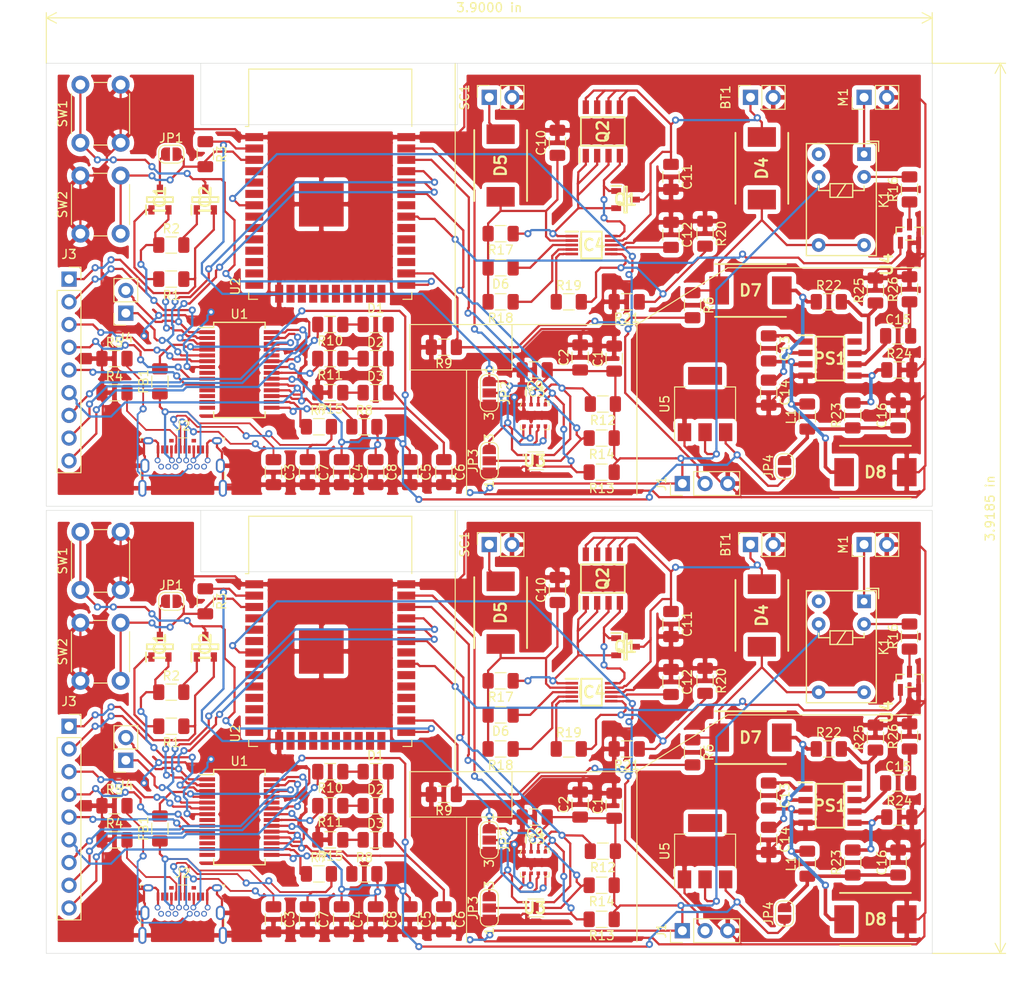
<source format=kicad_pcb>
(kicad_pcb (version 20171130) (host pcbnew "(5.1.5)-3")
  (layers (0 F.Cu signal) (31 B.Cu signal) (34 B.Paste user) (35 F.Paste user) (36 B.SilkS user) (37 F.SilkS user) (38 B.Mask user) (39 F.Mask user) (44 Edge.Cuts user))
  (net 0 "")
  (net 1 -BATT)
  (net 2 "Net-(BT1-Pad1)")
  (net 3 +3V3)
  (net 4 "Net-(C3-Pad1)")
  (net 5 +5V)
  (net 6 "Net-(C6-Pad1)")
  (net 7 "Net-(C7-Pad1)")
  (net 8 "Net-(C8-Pad1)")
  (net 9 "Net-(C10-Pad1)")
  (net 10 "Net-(C12-Pad2)")
  (net 11 "Net-(C13-Pad2)")
  (net 12 "Net-(C13-Pad1)")
  (net 13 "Net-(C14-Pad1)")
  (net 14 "Net-(C15-Pad2)")
  (net 15 "Net-(C15-Pad1)")
  (net 16 "Net-(C16-Pad1)")
  (net 17 "Net-(D1-Pad1)")
  (net 18 "Net-(D2-Pad1)")
  (net 19 "Net-(D3-Pad1)")
  (net 20 +BATT)
  (net 21 "Net-(D5-Pad1)")
  (net 22 "Net-(D6-Pad1)")
  (net 23 "Net-(IC1-Pad1)")
  (net 24 "Net-(IC1-Pad2)")
  (net 25 "Net-(IC1-Pad3)")
  (net 26 "Net-(IC2-Pad3)")
  (net 27 "Net-(IC2-Pad2)")
  (net 28 "Net-(IC2-Pad1)")
  (net 29 "Net-(IC3-Pad3)")
  (net 30 "Net-(IC3-Pad4)")
  (net 31 "Net-(IC3-Pad5)")
  (net 32 "Net-(IC4-Pad1)")
  (net 33 "Net-(IC4-Pad4)")
  (net 34 "Net-(IC4-Pad5)")
  (net 35 "Net-(IC4-Pad6)")
  (net 36 "Net-(IC4-Pad10)")
  (net 37 "Net-(J1-Pad2)")
  (net 38 "Net-(J2-PadA5)")
  (net 39 "Net-(J2-PadA8)")
  (net 40 "Net-(J2-PadB8)")
  (net 41 "Net-(J2-PadB5)")
  (net 42 "Net-(J3-Pad3)")
  (net 43 "Net-(J3-Pad4)")
  (net 44 "Net-(J3-Pad5)")
  (net 45 "Net-(J3-Pad7)")
  (net 46 "Net-(J3-Pad8)")
  (net 47 "Net-(J3-Pad9)")
  (net 48 "Net-(J4-Pad1)")
  (net 49 "Net-(J4-Pad2)")
  (net 50 "Net-(JP1-Pad2)")
  (net 51 "Net-(JP3-Pad2)")
  (net 52 "Net-(K1-Pad1)")
  (net 53 "Net-(K1-Pad2)")
  (net 54 "Net-(K1-Pad3)")
  (net 55 "Net-(PS1-Pad5)")
  (net 56 "Net-(PS1-Pad7)")
  (net 57 "Net-(PS1-Pad8)")
  (net 58 "Net-(R6-Pad2)")
  (net 59 "Net-(R7-Pad1)")
  (net 60 "Net-(R8-Pad1)")
  (net 61 "Net-(R10-Pad2)")
  (net 62 "Net-(R11-Pad2)")
  (net 63 "Net-(R14-Pad2)")
  (net 64 "Net-(R16-Pad1)")
  (net 65 "Net-(U1-Pad11)")
  (net 66 "Net-(U1-Pad12)")
  (net 67 "Net-(U1-Pad13)")
  (net 68 "Net-(U1-Pad14)")
  (net 69 "Net-(U2-Pad4)")
  (net 70 "Net-(U2-Pad5)")
  (net 71 "Net-(U2-Pad6)")
  (net 72 "Net-(U2-Pad8)")
  (net 73 "Net-(U2-Pad9)")
  (net 74 "Net-(U2-Pad10)")
  (net 75 "Net-(U2-Pad11)")
  (net 76 "Net-(U2-Pad12)")
  (net 77 "Net-(U2-Pad13)")
  (net 78 "Net-(U2-Pad14)")
  (net 79 "Net-(U2-Pad16)")
  (net 80 "Net-(U2-Pad17)")
  (net 81 "Net-(U2-Pad18)")
  (net 82 "Net-(U2-Pad19)")
  (net 83 "Net-(U2-Pad20)")
  (net 84 "Net-(U2-Pad21)")
  (net 85 "Net-(U2-Pad22)")
  (net 86 "Net-(U2-Pad23)")
  (net 87 "Net-(U2-Pad24)")
  (net 88 "Net-(U2-Pad27)")
  (net 89 "Net-(U2-Pad28)")
  (net 90 "Net-(U2-Pad29)")
  (net 91 "Net-(U2-Pad30)")
  (net 92 "Net-(U2-Pad31)")
  (net 93 "Net-(U2-Pad32)")
  (net 94 "Net-(U3-Pad7)")
  (module Package_TO_SOT_SMD:SOT-223 (layer F.Cu) (at 137.16 113.5 90)
    (fp_text reference U5 (at 0 -4.5 90) (layer F.SilkS))
    (fp_text value LM1117-3.3)
    (pad 1 smd rect (at -3.15 -2.3 90) (size 2 1.5) (layers F.Cu F.Paste F.Mask) (net 1 -BATT))
    (pad 3 smd rect (at -3.15 2.3 90) (size 2 1.5) (layers F.Cu F.Paste F.Mask) (net 5 +5V))
    (pad 2 smd rect (at -3.15 0 90) (size 2 1.5) (layers F.Cu F.Paste F.Mask) (net 3 +3V3))
    (pad 4 smd rect (at 3.15 0 90) (size 2 3.8) (layers F.Cu F.Paste F.Mask))
  )
  (module Capacitor_SMD:C_1206_3216Metric (layer F.Cu) (at 95.25 112.23 180)
    (fp_text reference R15 (at 0 -1.82) (layer F.SilkS))
    (fp_text value 270)
    (pad 2 smd roundrect (at 1.4 0 180) (size 1.25 1.75) (layers F.Cu F.Paste F.Mask) (roundrect_rratio 0.2) (net 1 -BATT))
    (pad 1 smd roundrect (at -1.4 0 180) (size 1.25 1.75) (layers F.Cu F.Paste F.Mask) (roundrect_rratio 0.2) (net 19 "Net-(D3-Pad1)"))
  )
  (module Capacitor_SMD:C_1206_3216Metric (layer F.Cu) (at 125.6 117.31 180)
    (fp_text reference R14 (at 0 -1.82) (layer F.SilkS))
    (fp_text value 10k)
    (pad 1 smd roundrect (at -1.4 0 180) (size 1.25 1.75) (layers F.Cu F.Paste F.Mask) (roundrect_rratio 0.2) (net 3 +3V3))
    (pad 2 smd roundrect (at 1.4 0 180) (size 1.25 1.75) (layers F.Cu F.Paste F.Mask) (roundrect_rratio 0.2) (net 63 "Net-(R14-Pad2)"))
  )
  (module SOT103P240X110-3N (layer F.Cu) (at 160.02 94.45 90)
    (fp_text reference U4 (at -3.4544 -2.54 90) (layer F.SilkS) (effects (font (size 1.27 1.27) (thickness 0.254))))
    (fp_text value MMBT2222A-7-F hide)
    (pad 3 smd rect (at 1.016 0 180) (size 0.5588 1.3208) (layers F.Cu F.Paste F.Mask) (net 64 "Net-(R16-Pad1)"))
    (pad 2 smd rect (at -1.016 1.016 180) (size 0.5588 1.3208) (layers F.Cu F.Paste F.Mask) (net 1 -BATT))
    (pad 1 smd rect (at -1.016 -1.016 180) (size 0.5588 1.3208) (layers F.Cu F.Paste F.Mask) (net 92 "Net-(U2-Pad31)"))
  )
  (module Button_Switch_THT:SW_PUSH_6mm (layer F.Cu) (at 67.31 94.45 90)
    (fp_text reference SW2 (at 3.25 -2 90) (layer F.SilkS))
    (fp_text value SW_Push_Dual)
    (pad 1 thru_hole circle (at 6.5 0 180) (size 2 2) (drill 1.1) (layers *.Cu *.Mask) (net 1 -BATT))
    (pad 2 thru_hole circle (at 6.5 4.5 180) (size 2 2) (drill 1.1) (layers *.Cu *.Mask) (net 50 "Net-(JP1-Pad2)"))
    (pad 1 thru_hole circle (at 0 0 180) (size 2 2) (drill 1.1) (layers *.Cu *.Mask) (net 1 -BATT))
    (pad 2 thru_hole circle (at 0 4.5 180) (size 2 2) (drill 1.1) (layers *.Cu *.Mask) (net 50 "Net-(JP1-Pad2)"))
  )
  (module Capacitor_SMD:C_1206_3216Metric (layer F.Cu) (at 153.67 114.77 90)
    (fp_text reference R23 (at 0 -1.82 90) (layer F.SilkS))
    (fp_text value 28.7k)
    (pad 2 smd roundrect (at 1.4 0 90) (size 1.25 1.75) (layers F.Cu F.Paste F.Mask) (roundrect_rratio 0.2) (net 55 "Net-(PS1-Pad5)"))
    (pad 1 smd roundrect (at -1.4 0 90) (size 1.25 1.75) (layers F.Cu F.Paste F.Mask) (roundrect_rratio 0.2) (net 16 "Net-(C16-Pad1)"))
  )
  (module OPT3002DNPR (layer F.Cu) (at 118.11 119.85)
    (fp_text reference U3 (at 0 0) (layer F.SilkS) (effects (font (size 1.27 1.27) (thickness 0.254))))
    (fp_text value OPT3002DNPR hide)
    (pad 7 smd rect (at 0.125 0) (size 0.65 1.35) (layers F.Cu F.Paste F.Mask) (net 94 "Net-(U3-Pad7)"))
    (pad 6 smd oval (at 1.075 -0.65 90) (size 0.25 0.5) (layers F.Cu F.Paste F.Mask) (net 29 "Net-(IC3-Pad3)"))
    (pad 5 smd oval (at 1.075 0 90) (size 0.25 0.5) (layers F.Cu F.Paste F.Mask) (net 63 "Net-(R14-Pad2)"))
    (pad 4 smd oval (at 1.075 0.65 90) (size 0.25 0.5) (layers F.Cu F.Paste F.Mask) (net 30 "Net-(IC3-Pad4)"))
    (pad 3 smd oval (at -0.825 0.65 90) (size 0.25 0.5) (layers F.Cu F.Paste F.Mask) (net 1 -BATT))
    (pad 2 smd oval (at -0.825 0 90) (size 0.25 0.5) (layers F.Cu F.Paste F.Mask) (net 51 "Net-(JP3-Pad2)"))
    (pad 1 smd oval (at -0.825 -0.65 90) (size 0.25 0.5) (layers F.Cu F.Paste F.Mask) (net 3 +3V3))
  )
  (module RF_Module:ESP32-WROOM-32 (layer F.Cu) (at 95.25 91.91)
    (fp_text reference U2 (at -10.61 8.43 90) (layer F.SilkS))
    (fp_text value ESP32-WROOM-32)
    (pad 38 smd rect (at 8.5 -8.255) (size 2 0.9) (layers F.Cu F.Paste F.Mask) (net 1 -BATT))
    (pad 37 smd rect (at 8.5 -6.985) (size 2 0.9) (layers F.Cu F.Paste F.Mask) (net 63 "Net-(R14-Pad2)"))
    (pad 36 smd rect (at 8.5 -5.715) (size 2 0.9) (layers F.Cu F.Paste F.Mask) (net 30 "Net-(IC3-Pad4)"))
    (pad 35 smd rect (at 8.5 -4.445) (size 2 0.9) (layers F.Cu F.Paste F.Mask) (net 48 "Net-(J4-Pad1)"))
    (pad 34 smd rect (at 8.5 -3.175) (size 2 0.9) (layers F.Cu F.Paste F.Mask) (net 49 "Net-(J4-Pad2)"))
    (pad 33 smd rect (at 8.5 -1.905) (size 2 0.9) (layers F.Cu F.Paste F.Mask) (net 29 "Net-(IC3-Pad3)"))
    (pad 32 smd rect (at 8.5 -0.635) (size 2 0.9) (layers F.Cu F.Paste F.Mask) (net 93 "Net-(U2-Pad32)"))
    (pad 31 smd rect (at 8.5 0.635) (size 2 0.9) (layers F.Cu F.Paste F.Mask) (net 92 "Net-(U2-Pad31)"))
    (pad 30 smd rect (at 8.5 1.905) (size 2 0.9) (layers F.Cu F.Paste F.Mask) (net 91 "Net-(U2-Pad30)"))
    (pad 29 smd rect (at 8.5 3.175) (size 2 0.9) (layers F.Cu F.Paste F.Mask) (net 90 "Net-(U2-Pad29)"))
    (pad 28 smd rect (at 8.5 4.445) (size 2 0.9) (layers F.Cu F.Paste F.Mask) (net 89 "Net-(U2-Pad28)"))
    (pad 27 smd rect (at 8.5 5.715) (size 2 0.9) (layers F.Cu F.Paste F.Mask) (net 88 "Net-(U2-Pad27)"))
    (pad 26 smd rect (at 8.5 6.985) (size 2 0.9) (layers F.Cu F.Paste F.Mask) (net 58 "Net-(R6-Pad2)"))
    (pad 25 smd rect (at 8.5 8.255) (size 2 0.9) (layers F.Cu F.Paste F.Mask) (net 26 "Net-(IC2-Pad3)"))
    (pad 24 smd rect (at 5.715 9.255 90) (size 2 0.9) (layers F.Cu F.Paste F.Mask) (net 87 "Net-(U2-Pad24)"))
    (pad 23 smd rect (at 4.445 9.255 90) (size 2 0.9) (layers F.Cu F.Paste F.Mask) (net 86 "Net-(U2-Pad23)"))
    (pad 22 smd rect (at 3.175 9.255 90) (size 2 0.9) (layers F.Cu F.Paste F.Mask) (net 85 "Net-(U2-Pad22)"))
    (pad 21 smd rect (at 1.905 9.255 90) (size 2 0.9) (layers F.Cu F.Paste F.Mask) (net 84 "Net-(U2-Pad21)"))
    (pad 20 smd rect (at 0.635 9.255 90) (size 2 0.9) (layers F.Cu F.Paste F.Mask) (net 83 "Net-(U2-Pad20)"))
    (pad 19 smd rect (at -0.635 9.255 90) (size 2 0.9) (layers F.Cu F.Paste F.Mask) (net 82 "Net-(U2-Pad19)"))
    (pad 18 smd rect (at -1.905 9.255 90) (size 2 0.9) (layers F.Cu F.Paste F.Mask) (net 81 "Net-(U2-Pad18)"))
    (pad 17 smd rect (at -3.175 9.255 90) (size 2 0.9) (layers F.Cu F.Paste F.Mask) (net 80 "Net-(U2-Pad17)"))
    (pad 16 smd rect (at -4.445 9.255 90) (size 2 0.9) (layers F.Cu F.Paste F.Mask) (net 79 "Net-(U2-Pad16)"))
    (pad 15 smd rect (at -5.715 9.255 90) (size 2 0.9) (layers F.Cu F.Paste F.Mask) (net 1 -BATT))
    (pad 14 smd rect (at -8.5 8.255) (size 2 0.9) (layers F.Cu F.Paste F.Mask) (net 78 "Net-(U2-Pad14)"))
    (pad 13 smd rect (at -8.5 6.985) (size 2 0.9) (layers F.Cu F.Paste F.Mask) (net 77 "Net-(U2-Pad13)"))
    (pad 12 smd rect (at -8.5 5.715) (size 2 0.9) (layers F.Cu F.Paste F.Mask) (net 76 "Net-(U2-Pad12)"))
    (pad 11 smd rect (at -8.5 4.445) (size 2 0.9) (layers F.Cu F.Paste F.Mask) (net 75 "Net-(U2-Pad11)"))
    (pad 10 smd rect (at -8.5 3.175) (size 2 0.9) (layers F.Cu F.Paste F.Mask) (net 74 "Net-(U2-Pad10)"))
    (pad 9 smd rect (at -8.5 1.905) (size 2 0.9) (layers F.Cu F.Paste F.Mask) (net 73 "Net-(U2-Pad9)"))
    (pad 8 smd rect (at -8.5 0.635) (size 2 0.9) (layers F.Cu F.Paste F.Mask) (net 72 "Net-(U2-Pad8)"))
    (pad 7 smd rect (at -8.5 -0.635) (size 2 0.9) (layers F.Cu F.Paste F.Mask) (net 37 "Net-(J1-Pad2)"))
    (pad 6 smd rect (at -8.5 -1.905) (size 2 0.9) (layers F.Cu F.Paste F.Mask) (net 71 "Net-(U2-Pad6)"))
    (pad 5 smd rect (at -8.5 -3.175) (size 2 0.9) (layers F.Cu F.Paste F.Mask) (net 70 "Net-(U2-Pad5)"))
    (pad 4 smd rect (at -8.5 -4.445) (size 2 0.9) (layers F.Cu F.Paste F.Mask) (net 69 "Net-(U2-Pad4)"))
    (pad 3 smd rect (at -8.5 -5.715) (size 2 0.9) (layers F.Cu F.Paste F.Mask) (net 50 "Net-(JP1-Pad2)"))
    (pad 2 smd rect (at -8.5 -6.985) (size 2 0.9) (layers F.Cu F.Paste F.Mask) (net 3 +3V3))
    (pad 1 smd rect (at -8.5 -8.255) (size 2 0.9) (layers F.Cu F.Paste F.Mask) (net 1 -BATT))
    (pad 39 smd rect (at -1 -0.755) (size 5 5) (layers F.Cu F.Paste F.Mask) (net 1 -BATT))
  )
  (module Package_SO:SSOP-28_5.3x10.2mm_P0.65mm (layer F.Cu) (at 85.09 109.69)
    (fp_text reference U1 (at 0 -6.25) (layer F.SilkS))
    (fp_text value FT232RL)
    (pad 28 smd rect (at 3.6 -4.225) (size 1.75 0.45) (layers F.Cu F.Paste F.Mask) (net 47 "Net-(J3-Pad9)"))
    (pad 27 smd rect (at 3.6 -3.575) (size 1.75 0.45) (layers F.Cu F.Paste F.Mask) (net 46 "Net-(J3-Pad8)"))
    (pad 26 smd rect (at 3.6 -2.925) (size 1.75 0.45) (layers F.Cu F.Paste F.Mask) (net 45 "Net-(J3-Pad7)"))
    (pad 25 smd rect (at 3.6 -2.275) (size 1.75 0.45) (layers F.Cu F.Paste F.Mask) (net 1 -BATT))
    (pad 24 smd rect (at 3.6 -1.625) (size 1.75 0.45) (layers F.Cu F.Paste F.Mask))
    (pad 23 smd rect (at 3.6 -0.975) (size 1.75 0.45) (layers F.Cu F.Paste F.Mask) (net 61 "Net-(R10-Pad2)"))
    (pad 22 smd rect (at 3.6 -0.325) (size 1.75 0.45) (layers F.Cu F.Paste F.Mask) (net 62 "Net-(R11-Pad2)"))
    (pad 21 smd rect (at 3.6 0.325) (size 1.75 0.45) (layers F.Cu F.Paste F.Mask) (net 1 -BATT))
    (pad 20 smd rect (at 3.6 0.975) (size 1.75 0.45) (layers F.Cu F.Paste F.Mask) (net 5 +5V))
    (pad 19 smd rect (at 3.6 1.625) (size 1.75 0.45) (layers F.Cu F.Paste F.Mask) (net 6 "Net-(C6-Pad1)"))
    (pad 18 smd rect (at 3.6 2.275) (size 1.75 0.45) (layers F.Cu F.Paste F.Mask) (net 1 -BATT))
    (pad 17 smd rect (at 3.6 2.925) (size 1.75 0.45) (layers F.Cu F.Paste F.Mask) (net 6 "Net-(C6-Pad1)"))
    (pad 16 smd rect (at 3.6 3.575) (size 1.75 0.45) (layers F.Cu F.Paste F.Mask) (net 59 "Net-(R7-Pad1)"))
    (pad 15 smd rect (at 3.6 4.225) (size 1.75 0.45) (layers F.Cu F.Paste F.Mask) (net 60 "Net-(R8-Pad1)"))
    (pad 14 smd rect (at -3.6 4.225) (size 1.75 0.45) (layers F.Cu F.Paste F.Mask) (net 68 "Net-(U1-Pad14)"))
    (pad 13 smd rect (at -3.6 3.575) (size 1.75 0.45) (layers F.Cu F.Paste F.Mask) (net 67 "Net-(U1-Pad13)"))
    (pad 12 smd rect (at -3.6 2.925) (size 1.75 0.45) (layers F.Cu F.Paste F.Mask) (net 66 "Net-(U1-Pad12)"))
    (pad 11 smd rect (at -3.6 2.275) (size 1.75 0.45) (layers F.Cu F.Paste F.Mask) (net 65 "Net-(U1-Pad11)"))
    (pad 10 smd rect (at -3.6 1.625) (size 1.75 0.45) (layers F.Cu F.Paste F.Mask) (net 44 "Net-(J3-Pad5)"))
    (pad 9 smd rect (at -3.6 0.975) (size 1.75 0.45) (layers F.Cu F.Paste F.Mask) (net 43 "Net-(J3-Pad4)"))
    (pad 8 smd rect (at -3.6 0.325) (size 1.75 0.45) (layers F.Cu F.Paste F.Mask))
    (pad 7 smd rect (at -3.6 -0.325) (size 1.75 0.45) (layers F.Cu F.Paste F.Mask) (net 1 -BATT))
    (pad 6 smd rect (at -3.6 -0.975) (size 1.75 0.45) (layers F.Cu F.Paste F.Mask) (net 42 "Net-(J3-Pad3)"))
    (pad 5 smd rect (at -3.6 -1.625) (size 1.75 0.45) (layers F.Cu F.Paste F.Mask) (net 48 "Net-(J4-Pad1)"))
    (pad 4 smd rect (at -3.6 -2.275) (size 1.75 0.45) (layers F.Cu F.Paste F.Mask) (net 5 +5V))
    (pad 3 smd rect (at -3.6 -2.925) (size 1.75 0.45) (layers F.Cu F.Paste F.Mask) (net 24 "Net-(IC1-Pad2)"))
    (pad 2 smd rect (at -3.6 -3.575) (size 1.75 0.45) (layers F.Cu F.Paste F.Mask) (net 27 "Net-(IC2-Pad2)"))
    (pad 1 smd rect (at -3.6 -4.225) (size 1.75 0.45) (layers F.Cu F.Paste F.Mask) (net 49 "Net-(J4-Pad2)"))
  )
  (module Button_Switch_THT:SW_PUSH_6mm (layer F.Cu) (at 67.31 84.29 90)
    (fp_text reference SW1 (at 3.25 -2 90) (layer F.SilkS))
    (fp_text value SW_Push_Dual)
    (pad 2 thru_hole circle (at 0 4.5 180) (size 2 2) (drill 1.1) (layers *.Cu *.Mask) (net 1 -BATT))
    (pad 1 thru_hole circle (at 0 0 180) (size 2 2) (drill 1.1) (layers *.Cu *.Mask) (net 26 "Net-(IC2-Pad3)"))
    (pad 2 thru_hole circle (at 6.5 4.5 180) (size 2 2) (drill 1.1) (layers *.Cu *.Mask) (net 1 -BATT))
    (pad 1 thru_hole circle (at 6.5 0 180) (size 2 2) (drill 1.1) (layers *.Cu *.Mask) (net 26 "Net-(IC2-Pad3)"))
  )
  (module Connector_PinSocket_2.54mm:PinSocket_1x02_P2.54mm_Vertical (layer F.Cu) (at 113.03 79.21 90)
    (fp_text reference SC1 (at 0 -2.77 90) (layer F.SilkS))
    (fp_text value Solar_Cell)
    (pad 2 thru_hole oval (at 0 2.54 90) (size 1.7 1.7) (drill 1) (layers *.Cu *.Mask) (net 1 -BATT))
    (pad 1 thru_hole rect (at 0 0 90) (size 1.7 1.7) (drill 1) (layers *.Cu *.Mask) (net 21 "Net-(D5-Pad1)"))
  )
  (module Capacitor_SMD:C_1206_3216Metric (layer F.Cu) (at 160.02 100.67 90)
    (fp_text reference R26 (at 0 -1.82 90) (layer F.SilkS))
    (fp_text value 15k)
    (pad 2 smd roundrect (at 1.4 0 90) (size 1.25 1.75) (layers F.Cu F.Paste F.Mask) (roundrect_rratio 0.2) (net 1 -BATT))
    (pad 1 smd roundrect (at -1.4 0 90) (size 1.25 1.75) (layers F.Cu F.Paste F.Mask) (roundrect_rratio 0.2) (net 14 "Net-(C15-Pad2)"))
  )
  (module Capacitor_SMD:C_1206_3216Metric (layer F.Cu) (at 121.92 102.07)
    (fp_text reference R19 (at 0 -1.82) (layer F.SilkS))
    (fp_text value R_Small)
    (pad 2 smd roundrect (at 1.4 0) (size 1.25 1.75) (layers F.Cu F.Paste F.Mask) (roundrect_rratio 0.2) (net 35 "Net-(IC4-Pad6)"))
    (pad 1 smd roundrect (at -1.4 0) (size 1.25 1.75) (layers F.Cu F.Paste F.Mask) (roundrect_rratio 0.2) (net 34 "Net-(IC4-Pad5)"))
  )
  (module Capacitor_SMD:C_1206_3216Metric (layer F.Cu) (at 160.02 89.5 90)
    (fp_text reference R16 (at 0 -1.82 90) (layer F.SilkS))
    (fp_text value 1)
    (pad 1 smd roundrect (at -1.4 0 90) (size 1.25 1.75) (layers F.Cu F.Paste F.Mask) (roundrect_rratio 0.2) (net 64 "Net-(R16-Pad1)"))
    (pad 2 smd roundrect (at 1.4 0 90) (size 1.25 1.75) (layers F.Cu F.Paste F.Mask) (roundrect_rratio 0.2) (net 54 "Net-(K1-Pad3)"))
  )
  (module Capacitor_SMD:C_1206_3216Metric (layer F.Cu) (at 156.21 100.8 90)
    (fp_text reference R25 (at 0 -1.82 90) (layer F.SilkS))
    (fp_text value 330k)
    (pad 1 smd roundrect (at -1.4 0 90) (size 1.25 1.75) (layers F.Cu F.Paste F.Mask) (roundrect_rratio 0.2) (net 56 "Net-(PS1-Pad7)"))
    (pad 2 smd roundrect (at 1.4 0 90) (size 1.25 1.75) (layers F.Cu F.Paste F.Mask) (roundrect_rratio 0.2) (net 1 -BATT))
  )
  (module Capacitor_SMD:C_1206_3216Metric (layer F.Cu) (at 158.88 109.69)
    (fp_text reference R24 (at 0 -1.82) (layer F.SilkS))
    (fp_text value 10k)
    (pad 1 smd roundrect (at -1.4 0) (size 1.25 1.75) (layers F.Cu F.Paste F.Mask) (roundrect_rratio 0.2) (net 55 "Net-(PS1-Pad5)"))
    (pad 2 smd roundrect (at 1.4 0) (size 1.25 1.75) (layers F.Cu F.Paste F.Mask) (roundrect_rratio 0.2) (net 1 -BATT))
  )
  (module Capacitor_SMD:C_1206_3216Metric (layer F.Cu) (at 151 102.07)
    (fp_text reference R22 (at 0 -1.82) (layer F.SilkS))
    (fp_text value 1M)
    (pad 2 smd roundrect (at 1.4 0) (size 1.25 1.75) (layers F.Cu F.Paste F.Mask) (roundrect_rratio 0.2) (net 56 "Net-(PS1-Pad7)"))
    (pad 1 smd roundrect (at -1.4 0) (size 1.25 1.75) (layers F.Cu F.Paste F.Mask) (roundrect_rratio 0.2) (net 13 "Net-(C14-Pad1)"))
  )
  (module Capacitor_SMD:C_1206_3216Metric (layer F.Cu) (at 128.4 102.07 180)
    (fp_text reference R21 (at 0 -1.82) (layer F.SilkS))
    (fp_text value R_Small)
    (pad 2 smd roundrect (at 1.4 0 180) (size 1.25 1.75) (layers F.Cu F.Paste F.Mask) (roundrect_rratio 0.2) (net 1 -BATT))
    (pad 1 smd roundrect (at -1.4 0 180) (size 1.25 1.75) (layers F.Cu F.Paste F.Mask) (roundrect_rratio 0.2) (net 35 "Net-(IC4-Pad6)"))
  )
  (module Resistor_SMD:R_1206_3216Metric (layer F.Cu) (at 137.16 94.45 270)
    (fp_text reference R20 (at 0 -1.82 90) (layer F.SilkS))
    (fp_text value R_Variable)
    (pad 2 smd roundrect (at 1.4 0 270) (size 1.25 1.75) (layers F.Cu F.Paste F.Mask) (roundrect_rratio 0.2) (net 35 "Net-(IC4-Pad6)"))
    (pad 1 smd roundrect (at -1.4 0 270) (size 1.25 1.75) (layers F.Cu F.Paste F.Mask) (roundrect_rratio 0.2) (net 1 -BATT))
  )
  (module Capacitor_SMD:C_1206_3216Metric (layer F.Cu) (at 114.3 102.07 180)
    (fp_text reference R18 (at 0 -1.82) (layer F.SilkS))
    (fp_text value 100k)
    (pad 1 smd roundrect (at -1.4 0 180) (size 1.25 1.75) (layers F.Cu F.Paste F.Mask) (roundrect_rratio 0.2) (net 33 "Net-(IC4-Pad4)"))
    (pad 2 smd roundrect (at 1.4 0 180) (size 1.25 1.75) (layers F.Cu F.Paste F.Mask) (roundrect_rratio 0.2) (net 9 "Net-(C10-Pad1)"))
  )
  (module Capacitor_SMD:C_1206_3216Metric (layer F.Cu) (at 114.3 94.45 180)
    (fp_text reference R17 (at 0 -1.82) (layer F.SilkS))
    (fp_text value 100m)
    (pad 2 smd roundrect (at 1.4 0 180) (size 1.25 1.75) (layers F.Cu F.Paste F.Mask) (roundrect_rratio 0.2) (net 9 "Net-(C10-Pad1)"))
    (pad 1 smd roundrect (at -1.4 0 180) (size 1.25 1.75) (layers F.Cu F.Paste F.Mask) (roundrect_rratio 0.2) (net 32 "Net-(IC4-Pad1)"))
  )
  (module Capacitor_SMD:C_1206_3216Metric (layer F.Cu) (at 125.6 121.12 180)
    (fp_text reference R13 (at 0 -1.82) (layer F.SilkS))
    (fp_text value "4.7k and 10k Ω")
    (pad 1 smd roundrect (at -1.4 0 180) (size 1.25 1.75) (layers F.Cu F.Paste F.Mask) (roundrect_rratio 0.2) (net 3 +3V3))
    (pad 2 smd roundrect (at 1.4 0 180) (size 1.25 1.75) (layers F.Cu F.Paste F.Mask) (roundrect_rratio 0.2) (net 30 "Net-(IC3-Pad4)"))
  )
  (module Capacitor_SMD:C_1206_3216Metric (layer F.Cu) (at 95.25 108.42 180)
    (fp_text reference R11 (at 0 -1.82) (layer F.SilkS))
    (fp_text value 270)
    (pad 2 smd roundrect (at 1.4 0 180) (size 1.25 1.75) (layers F.Cu F.Paste F.Mask) (roundrect_rratio 0.2) (net 62 "Net-(R11-Pad2)"))
    (pad 1 smd roundrect (at -1.4 0 180) (size 1.25 1.75) (layers F.Cu F.Paste F.Mask) (roundrect_rratio 0.2) (net 18 "Net-(D2-Pad1)"))
  )
  (module Capacitor_SMD:C_1206_3216Metric (layer F.Cu) (at 99.06 116.04)
    (fp_text reference R8 (at 0 -1.82) (layer F.SilkS))
    (fp_text value 27)
    (pad 2 smd roundrect (at 1.4 0) (size 1.25 1.75) (layers F.Cu F.Paste F.Mask) (roundrect_rratio 0.2) (net 8 "Net-(C8-Pad1)"))
    (pad 1 smd roundrect (at -1.4 0) (size 1.25 1.75) (layers F.Cu F.Paste F.Mask) (roundrect_rratio 0.2) (net 60 "Net-(R8-Pad1)"))
  )
  (module Capacitor_SMD:C_1206_3216Metric (layer F.Cu) (at 81.28 85.56 270)
    (fp_text reference R3 (at 0 -1.82 90) (layer F.SilkS))
    (fp_text value 10k)
    (pad 2 smd roundrect (at 1.4 0 270) (size 1.25 1.75) (layers F.Cu F.Paste F.Mask) (roundrect_rratio 0.2) (net 50 "Net-(JP1-Pad2)"))
    (pad 1 smd roundrect (at -1.4 0 270) (size 1.25 1.75) (layers F.Cu F.Paste F.Mask) (roundrect_rratio 0.2) (net 3 +3V3))
  )
  (module SOT96P240X110-3N (layer F.Cu) (at 128.27 90.64)
    (fp_text reference Q1 (at 0 0) (layer F.SilkS) (effects (font (size 1.27 1.27) (thickness 0.254))))
    (fp_text value BSS84-7-F hide)
    (pad 3 smd rect (at 1.05 0 90) (size 0.65 1.1) (layers F.Cu F.Paste F.Mask) (net 2 "Net-(BT1-Pad1)"))
    (pad 2 smd rect (at -1.05 0.96 90) (size 0.65 1.1) (layers F.Cu F.Paste F.Mask) (net 32 "Net-(IC4-Pad1)"))
    (pad 1 smd rect (at -1.05 -0.96 90) (size 0.65 1.1) (layers F.Cu F.Paste F.Mask) (net 36 "Net-(IC4-Pad10)"))
  )
  (module Capacitor_SMD:C_1206_3216Metric (layer F.Cu) (at 77.47 99.53 180)
    (fp_text reference R1 (at 0 -1.82) (layer F.SilkS))
    (fp_text value 10k)
    (pad 2 smd roundrect (at 1.4 0 180) (size 1.25 1.75) (layers F.Cu F.Paste F.Mask) (roundrect_rratio 0.2) (net 23 "Net-(IC1-Pad1)"))
    (pad 1 smd roundrect (at -1.4 0 180) (size 1.25 1.75) (layers F.Cu F.Paste F.Mask) (roundrect_rratio 0.2) (net 27 "Net-(IC2-Pad2)"))
  )
  (module Capacitor_SMD:C_1206_3216Metric (layer F.Cu) (at 148.59 114.9 90)
    (fp_text reference L1 (at 0 -1.82 90) (layer F.SilkS))
    (fp_text value 15μH)
    (pad 1 smd roundrect (at -1.4 0 90) (size 1.25 1.75) (layers F.Cu F.Paste F.Mask) (roundrect_rratio 0.2) (net 16 "Net-(C16-Pad1)"))
    (pad 2 smd roundrect (at 1.4 0 90) (size 1.25 1.75) (layers F.Cu F.Paste F.Mask) (roundrect_rratio 0.2) (net 11 "Net-(C13-Pad2)"))
  )
  (module Relay_THT:Relay_SPDT_HsinDa_Y14 (layer F.Cu) (at 154.94 85.56 270)
    (fp_text reference K1 (at 5.08 -2.2098 90) (layer F.SilkS))
    (fp_text value Y14x-1C-xxDS)
    (pad 6 thru_hole circle (at 10.16 5.08 270) (size 1.524 1.524) (drill 0.762) (layers *.Cu *.Mask) (net 20 +BATT))
    (pad 5 thru_hole circle (at 10.16 0 270) (size 1.524 1.524) (drill 0.762) (layers *.Cu *.Mask) (net 20 +BATT))
    (pad 4 thru_hole circle (at 2.54 5.08 270) (size 1.524 1.524) (drill 0.762) (layers *.Cu *.Mask) (net 3 +3V3))
    (pad 3 thru_hole circle (at 2.54 0 270) (size 1.524 1.524) (drill 0.762) (layers *.Cu *.Mask) (net 54 "Net-(K1-Pad3)"))
    (pad 2 thru_hole circle (at 0 5.08 270) (size 1.524 1.524) (drill 0.762) (layers *.Cu *.Mask) (net 53 "Net-(K1-Pad2)"))
    (pad 1 thru_hole rect (at 0 0 270) (size 1.524 1.524) (drill 0.762) (layers *.Cu *.Mask) (net 52 "Net-(K1-Pad1)"))
  )
  (module Jumper:SolderJumper-3_P1.3mm_Open_RoundedPad1.0x1.5mm_NumberLabels (layer F.Cu) (at 113.03 112.26 270)
    (fp_text reference JP2 (at 0 -1.8 90) (layer F.SilkS))
    (fp_text value Jumper_3_Open)
    (fp_text user 3 (at 2.6 0 90) (layer F.SilkS))
    (fp_text user 1 (at -2.6 0 90) (layer F.SilkS))
    (pad 1 smd custom (at -1.3 0 270) (size 1 0.5) (layers F.Cu F.Mask) (net 3 +3V3) (options (clearance outline) (anchor rect)) (primitives (gr_circle (center 0 0.25) (end 0.5 0.25) (width 0)) (gr_circle (center 0 -0.25) (end 0.5 -0.25) (width 0)) (gr_poly (pts (xy 0.55 -0.75) (xy 0 -0.75) (xy 0 0.75) (xy 0.55 0.75)) (width 0))))
    (pad 3 smd custom (at 1.3 0 270) (size 1 0.5) (layers F.Cu F.Mask) (net 1 -BATT) (options (clearance outline) (anchor rect)) (primitives (gr_circle (center 0 0.25) (end 0.5 0.25) (width 0)) (gr_circle (center 0 -0.25) (end 0.5 -0.25) (width 0)) (gr_poly (pts (xy -0.55 -0.75) (xy 0 -0.75) (xy 0 0.75) (xy -0.55 0.75)) (width 0))))
    (pad 2 smd rect (at 0 0 270) (size 1 1.5) (layers F.Cu F.Mask) (net 31 "Net-(IC3-Pad5)"))
  )
  (module DigiKey:USB-C_Female_E8124-015-01 (layer F.Cu) (at 78.74 118.58)
    (fp_text reference J2 (at 0 -2.64) (layer F.SilkS))
    (fp_text value USB_C_Receptacle_USB2.0)
    (pad SH thru_hole oval (at 4.5 4.335) (size 0.9 1.9) (drill oval 0.5 1.5) (layers *.Cu *.Mask) (net 1 -BATT))
    (pad SH thru_hole oval (at -4.5 4.335) (size 0.9 1.9) (drill oval 0.5 1.5) (layers *.Cu *.Mask) (net 1 -BATT))
    (pad SH thru_hole oval (at 4.22 1.82) (size 1 1.6) (drill oval 0.6 1.2) (layers *.Cu *.Mask) (net 1 -BATT))
    (pad SH thru_hole oval (at -4.22 1.82) (size 1 1.6) (drill oval 0.6 1.2) (layers *.Cu *.Mask) (net 1 -BATT))
    (pad SH thru_hole oval (at 3.845 -0.98) (size 1.15 0.8) (drill oval 0.75 0.4) (layers *.Cu *.Mask) (net 1 -BATT))
    (pad SH thru_hole oval (at -3.845 -0.98) (size 1.15 0.8) (drill oval 0.75 0.4) (layers *.Cu *.Mask) (net 1 -BATT))
    (pad "" smd rect (at 1.25 -0.98) (size 0.5 0.4) (layers F.Cu F.Paste F.Mask))
    (pad "" smd rect (at -1.25 -0.98) (size 0.5 0.4) (layers F.Cu F.Paste F.Mask))
    (pad "" np_thru_hole oval (at 3.6 0.57) (size 0.95 0.65) (drill oval 0.95 0.65) (layers *.Cu *.Mask))
    (pad "" np_thru_hole circle (at -3.6 0.57) (size 0.65 0.65) (drill 0.65) (layers *.Cu *.Mask))
    (pad B2 thru_hole circle (at 2.4 1.92) (size 0.65 0.65) (drill 0.4) (layers *.Cu *.Mask))
    (pad B3 thru_hole circle (at 1.6 1.92) (size 0.65 0.65) (drill 0.4) (layers *.Cu *.Mask))
    (pad B5 thru_hole circle (at 0.8 1.92) (size 0.65 0.65) (drill 0.4) (layers *.Cu *.Mask) (net 41 "Net-(J2-PadB5)"))
    (pad B8 thru_hole circle (at -0.8 1.92) (size 0.65 0.65) (drill 0.4) (layers *.Cu *.Mask) (net 40 "Net-(J2-PadB8)"))
    (pad B10 thru_hole circle (at -1.6 1.92) (size 0.65 0.65) (drill 0.4) (layers *.Cu *.Mask))
    (pad B11 thru_hole circle (at -2.4 1.92) (size 0.65 0.65) (drill 0.4) (layers *.Cu *.Mask))
    (pad B1 thru_hole circle (at 2.8 1.22) (size 0.65 0.65) (drill 0.4) (layers *.Cu *.Mask) (net 1 -BATT))
    (pad B4 thru_hole circle (at 1.2 1.22) (size 0.65 0.65) (drill 0.4) (layers *.Cu *.Mask) (net 4 "Net-(C3-Pad1)"))
    (pad B6 thru_hole circle (at 0.4 1.22) (size 0.65 0.65) (drill 0.4) (layers *.Cu *.Mask) (net 8 "Net-(C8-Pad1)"))
    (pad B7 thru_hole circle (at -0.4 1.22) (size 0.65 0.65) (drill 0.4) (layers *.Cu *.Mask) (net 7 "Net-(C7-Pad1)"))
    (pad B9 thru_hole circle (at -1.2 1.22) (size 0.65 0.65) (drill 0.4) (layers *.Cu *.Mask) (net 4 "Net-(C3-Pad1)"))
    (pad B12 thru_hole circle (at -2.8 1.22) (size 0.65 0.65) (drill 0.4) (layers *.Cu *.Mask) (net 1 -BATT))
    (pad A12 smd rect (at 2.75 0) (size 0.3 0.9) (layers F.Cu F.Paste F.Mask) (net 1 -BATT))
    (pad A11 smd rect (at 2.25 0) (size 0.3 0.9) (layers F.Cu F.Paste F.Mask))
    (pad A10 smd rect (at 1.75 0) (size 0.3 0.9) (layers F.Cu F.Paste F.Mask))
    (pad A9 smd rect (at 1.25 0) (size 0.3 0.9) (layers F.Cu F.Paste F.Mask) (net 4 "Net-(C3-Pad1)"))
    (pad A8 smd rect (at 0.75 0) (size 0.3 0.9) (layers F.Cu F.Paste F.Mask) (net 39 "Net-(J2-PadA8)"))
    (pad A7 smd rect (at 0.25 0) (size 0.3 0.9) (layers F.Cu F.Paste F.Mask) (net 7 "Net-(C7-Pad1)"))
    (pad A6 smd rect (at -0.25 0) (size 0.3 0.9) (layers F.Cu F.Paste F.Mask) (net 8 "Net-(C8-Pad1)"))
    (pad A5 smd rect (at -0.75 0) (size 0.3 0.9) (layers F.Cu F.Paste F.Mask) (net 38 "Net-(J2-PadA5)"))
    (pad A4 smd rect (at -1.25 0) (size 0.3 0.9) (layers F.Cu F.Paste F.Mask) (net 4 "Net-(C3-Pad1)"))
    (pad A3 smd rect (at -1.75 0) (size 0.3 0.9) (layers F.Cu F.Paste F.Mask))
    (pad A2 smd rect (at -2.25 0) (size 0.3 0.9) (layers F.Cu F.Paste F.Mask))
    (pad A1 smd rect (at -2.75 0) (size 0.3 0.9) (layers F.Cu F.Paste F.Mask) (net 1 -BATT))
  )
  (module Capacitor_SMD:C_1206_3216Metric (layer F.Cu) (at 158.75 105.88)
    (fp_text reference C15 (at 0 -1.82) (layer F.SilkS))
    (fp_text value 2.2nF6.3V)
    (pad 1 smd roundrect (at -1.4 0) (size 1.25 1.75) (layers F.Cu F.Paste F.Mask) (roundrect_rratio 0.2) (net 15 "Net-(C15-Pad1)"))
    (pad 2 smd roundrect (at 1.4 0) (size 1.25 1.75) (layers F.Cu F.Paste F.Mask) (roundrect_rratio 0.2) (net 14 "Net-(C15-Pad2)"))
  )
  (module Connector_PinSocket_2.54mm:PinSocket_1x02_P2.54mm_Vertical (layer F.Cu) (at 72.39 103.34 180)
    (fp_text reference J4 (at 0 -2.77) (layer F.SilkS))
    (fp_text value Conn_01x02_Female)
    (pad 2 thru_hole oval (at 0 2.54 180) (size 1.7 1.7) (drill 1) (layers *.Cu *.Mask) (net 49 "Net-(J4-Pad2)"))
    (pad 1 thru_hole rect (at 0 0 180) (size 1.7 1.7) (drill 1) (layers *.Cu *.Mask) (net 48 "Net-(J4-Pad1)"))
  )
  (module Capacitor_SMD:C_1206_3216Metric (layer F.Cu) (at 76.2 110.96 90)
    (fp_text reference FB1 (at 0 -1.82 90) (layer F.SilkS))
    (fp_text value Ferrite_Bead_Small)
    (pad 2 smd roundrect (at 1.4 0 90) (size 1.25 1.75) (layers F.Cu F.Paste F.Mask) (roundrect_rratio 0.2) (net 5 +5V))
    (pad 1 smd roundrect (at -1.4 0 90) (size 1.25 1.75) (layers F.Cu F.Paste F.Mask) (roundrect_rratio 0.2) (net 4 "Net-(C3-Pad1)"))
  )
  (module SamacSys_Parts:DIONM7959X282N (layer F.Cu) (at 142.24 100.8)
    (fp_text reference D7 (at 0 0) (layer F.SilkS) (effects (font (size 1.27 1.27) (thickness 0.254))))
    (fp_text value "34/40V 3A" hide)
    (pad 1 smd rect (at -3.5 0) (size 2.2 3.15) (layers F.Cu F.Paste F.Mask) (net 20 +BATT))
    (pad 2 smd rect (at 3.5 0) (size 2.2 3.15) (layers F.Cu F.Paste F.Mask) (net 13 "Net-(C14-Pad1)"))
  )
  (module Capacitor_SMD:C_1206_3216Metric (layer F.Cu) (at 114.3 98.26 180)
    (fp_text reference D6 (at 0 -1.82) (layer F.SilkS))
    (fp_text value LED_Small)
    (pad 1 smd roundrect (at -1.4 0 180) (size 1.25 1.75) (layers F.Cu F.Paste F.Mask) (roundrect_rratio 0.2) (net 22 "Net-(D6-Pad1)"))
    (pad 2 smd roundrect (at 1.4 0 180) (size 1.25 1.75) (layers F.Cu F.Paste F.Mask) (roundrect_rratio 0.2) (net 9 "Net-(C10-Pad1)"))
  )
  (module SOT95P240X120-3N (layer F.Cu) (at 81.28 90.64 90)
    (fp_text reference IC2 (at 0 0 90) (layer F.SilkS) (effects (font (size 1.27 1.27) (thickness 0.254))))
    (fp_text value KST10MTF hide)
    (pad 1 smd rect (at -1.15 -0.95 180) (size 0.7 1.05) (layers F.Cu F.Paste F.Mask) (net 28 "Net-(IC2-Pad1)"))
    (pad 2 smd rect (at -1.15 0.95 180) (size 0.7 1.05) (layers F.Cu F.Paste F.Mask) (net 27 "Net-(IC2-Pad2)"))
    (pad 3 smd rect (at 1.15 0 180) (size 0.7 1.05) (layers F.Cu F.Paste F.Mask) (net 26 "Net-(IC2-Pad3)"))
  )
  (module BME680 (layer F.Cu) (at 118.11 114.77)
    (fp_text reference IC3 (at 0 -2.6) (layer F.SilkS))
    (fp_text value BME680)
    (pad 8 smd rect (at -1.2 1.2) (size 0.4 0.4) (layers F.Cu F.Paste F.Mask) (net 3 +3V3))
    (pad 7 smd rect (at -0.4 1.2) (size 0.4 0.4) (layers F.Cu F.Paste F.Mask) (net 1 -BATT))
    (pad 6 smd rect (at 0.4 1.2) (size 0.4 0.4) (layers F.Cu F.Paste F.Mask) (net 3 +3V3))
    (pad 5 smd rect (at 1.2 1.2) (size 0.4 0.4) (layers F.Cu F.Paste F.Mask) (net 31 "Net-(IC3-Pad5)"))
    (pad 4 smd rect (at 1.2 -1.2) (size 0.4 0.4) (layers F.Cu F.Paste F.Mask) (net 30 "Net-(IC3-Pad4)"))
    (pad 3 smd rect (at 0.4 -1.2) (size 0.4 0.4) (layers F.Cu F.Paste F.Mask) (net 29 "Net-(IC3-Pad3)"))
    (pad 2 smd rect (at -0.4 -1.2) (size 0.4 0.4) (layers F.Cu F.Paste F.Mask) (net 3 +3V3))
    (pad 1 smd rect (at -1.2 -1.2) (size 0.4 0.4) (layers F.Cu F.Paste F.Mask) (net 1 -BATT))
  )
  (module Jumper:SolderJumper-3_P1.3mm_Open_RoundedPad1.0x1.5mm_NumberLabels (layer F.Cu) (at 113.03 119.85 90)
    (fp_text reference JP3 (at 0 -1.8 90) (layer F.SilkS))
    (fp_text value Jumper_3_Open)
    (fp_text user 1 (at -2.6 0 90) (layer F.SilkS))
    (fp_text user 3 (at 2.6 0 90) (layer F.SilkS))
    (pad 2 smd rect (at 0 0 90) (size 1 1.5) (layers F.Cu F.Mask) (net 51 "Net-(JP3-Pad2)"))
    (pad 3 smd custom (at 1.3 0 90) (size 1 0.5) (layers F.Cu F.Mask) (net 3 +3V3) (options (clearance outline) (anchor rect)) (primitives (gr_circle (center 0 0.25) (end 0.5 0.25) (width 0)) (gr_circle (center 0 -0.25) (end 0.5 -0.25) (width 0)) (gr_poly (pts (xy -0.55 -0.75) (xy 0 -0.75) (xy 0 0.75) (xy -0.55 0.75)) (width 0))))
    (pad 1 smd custom (at -1.3 0 90) (size 1 0.5) (layers F.Cu F.Mask) (net 1 -BATT) (options (clearance outline) (anchor rect)) (primitives (gr_circle (center 0 0.25) (end 0.5 0.25) (width 0)) (gr_circle (center 0 -0.25) (end 0.5 -0.25) (width 0)) (gr_poly (pts (xy 0.55 -0.75) (xy 0 -0.75) (xy 0 0.75) (xy 0.55 0.75)) (width 0))))
  )
  (module SamacSys_Parts:DIONM7959X282N (layer F.Cu) (at 114.3 86.83 270)
    (fp_text reference D5 (at 0 0 90) (layer F.SilkS) (effects (font (size 1.27 1.27) (thickness 0.254))))
    (fp_text value DIODE hide)
    (pad 1 smd rect (at -3.5 0 270) (size 2.2 3.15) (layers F.Cu F.Paste F.Mask) (net 21 "Net-(D5-Pad1)"))
    (pad 2 smd rect (at 3.5 0 270) (size 2.2 3.15) (layers F.Cu F.Paste F.Mask) (net 9 "Net-(C10-Pad1)"))
  )
  (module Capacitor_SMD:C_1206_3216Metric (layer F.Cu) (at 100.33 104.61)
    (fp_text reference D1 (at 0 -1.82) (layer F.SilkS))
    (fp_text value RX)
    (pad 2 smd roundrect (at 1.4 0) (size 1.25 1.75) (layers F.Cu F.Paste F.Mask) (roundrect_rratio 0.2) (net 6 "Net-(C6-Pad1)"))
    (pad 1 smd roundrect (at -1.4 0) (size 1.25 1.75) (layers F.Cu F.Paste F.Mask) (roundrect_rratio 0.2) (net 17 "Net-(D1-Pad1)"))
  )
  (module Capacitor_SMD:C_1206_3216Metric (layer F.Cu) (at 144.272 112.23 270)
    (fp_text reference C14 (at 0 -1.82 90) (layer F.SilkS))
    (fp_text value 10μF35V)
    (pad 2 smd roundrect (at 1.4 0 270) (size 1.25 1.75) (layers F.Cu F.Paste F.Mask) (roundrect_rratio 0.2) (net 1 -BATT))
    (pad 1 smd roundrect (at -1.4 0 270) (size 1.25 1.75) (layers F.Cu F.Paste F.Mask) (roundrect_rratio 0.2) (net 13 "Net-(C14-Pad1)"))
  )
  (module Capacitor_SMD:C_1206_3216Metric (layer F.Cu) (at 71.12 108.42)
    (fp_text reference R5 (at 0 -1.82) (layer F.SilkS))
    (fp_text value 5.1k)
    (pad 1 smd roundrect (at -1.4 0) (size 1.25 1.75) (layers F.Cu F.Paste F.Mask) (roundrect_rratio 0.2) (net 1 -BATT))
    (pad 2 smd roundrect (at 1.4 0) (size 1.25 1.75) (layers F.Cu F.Paste F.Mask) (roundrect_rratio 0.2) (net 41 "Net-(J2-PadB5)"))
  )
  (module Capacitor_SMD:C_1206_3216Metric (layer F.Cu) (at 100.33 108.42)
    (fp_text reference D2 (at 0 -1.82) (layer F.SilkS))
    (fp_text value TX)
    (pad 1 smd roundrect (at -1.4 0) (size 1.25 1.75) (layers F.Cu F.Paste F.Mask) (roundrect_rratio 0.2) (net 18 "Net-(D2-Pad1)"))
    (pad 2 smd roundrect (at 1.4 0) (size 1.25 1.75) (layers F.Cu F.Paste F.Mask) (roundrect_rratio 0.2) (net 6 "Net-(C6-Pad1)"))
  )
  (module Connector_PinHeader_2.54mm:PinHeader_1x02_P2.54mm_Vertical (layer F.Cu) (at 154.94 79.21 90)
    (fp_text reference M1 (at 0 -2.33 90) (layer F.SilkS))
    (fp_text value Motor_DC)
    (pad 2 thru_hole oval (at 0 2.54 90) (size 1.7 1.7) (drill 1) (layers *.Cu *.Mask) (net 1 -BATT))
    (pad 1 thru_hole rect (at 0 0 90) (size 1.7 1.7) (drill 1) (layers *.Cu *.Mask) (net 52 "Net-(K1-Pad1)"))
  )
  (module Capacitor_SMD:C_1206_3216Metric (layer F.Cu) (at 144.272 107.28 270)
    (fp_text reference C13 (at 0 -1.82 90) (layer F.SilkS))
    (fp_text value 10nF50V)
    (pad 1 smd roundrect (at -1.4 0 270) (size 1.25 1.75) (layers F.Cu F.Paste F.Mask) (roundrect_rratio 0.2) (net 12 "Net-(C13-Pad1)"))
    (pad 2 smd roundrect (at 1.4 0 270) (size 1.25 1.75) (layers F.Cu F.Paste F.Mask) (roundrect_rratio 0.2) (net 11 "Net-(C13-Pad2)"))
  )
  (module SOIC127P600X175-8N (layer F.Cu) (at 125.73 83.02 90)
    (fp_text reference Q2 (at 0 0 90) (layer F.SilkS) (effects (font (size 1.27 1.27) (thickness 0.254))))
    (fp_text value NDS8434 hide)
    (pad 8 smd rect (at 2.712 -1.905 180) (size 0.7 1.525) (layers F.Cu F.Paste F.Mask) (net 2 "Net-(BT1-Pad1)"))
    (pad 7 smd rect (at 2.712 -0.635 180) (size 0.7 1.525) (layers F.Cu F.Paste F.Mask) (net 2 "Net-(BT1-Pad1)"))
    (pad 6 smd rect (at 2.712 0.635 180) (size 0.7 1.525) (layers F.Cu F.Paste F.Mask) (net 2 "Net-(BT1-Pad1)"))
    (pad 5 smd rect (at 2.712 1.905 180) (size 0.7 1.525) (layers F.Cu F.Paste F.Mask) (net 2 "Net-(BT1-Pad1)"))
    (pad 4 smd rect (at -2.712 1.905 180) (size 0.7 1.525) (layers F.Cu F.Paste F.Mask) (net 36 "Net-(IC4-Pad10)"))
    (pad 3 smd rect (at -2.712 0.635 180) (size 0.7 1.525) (layers F.Cu F.Paste F.Mask) (net 32 "Net-(IC4-Pad1)"))
    (pad 2 smd rect (at -2.712 -0.635 180) (size 0.7 1.525) (layers F.Cu F.Paste F.Mask) (net 32 "Net-(IC4-Pad1)"))
    (pad 1 smd rect (at -2.712 -1.905 180) (size 0.7 1.525) (layers F.Cu F.Paste F.Mask) (net 32 "Net-(IC4-Pad1)"))
  )
  (module SOP50P490X110-10N (layer F.Cu) (at 124.46 95.72)
    (fp_text reference IC4 (at 0 0) (layer F.SilkS) (effects (font (size 1.27 1.27) (thickness 0.254))))
    (fp_text value MCP73842T-840I_UN hide)
    (pad 10 smd rect (at 2.2 -1 90) (size 0.3 1.4) (layers F.Cu F.Paste F.Mask) (net 36 "Net-(IC4-Pad10)"))
    (pad 9 smd rect (at 2.2 -0.5 90) (size 0.3 1.4) (layers F.Cu F.Paste F.Mask) (net 2 "Net-(BT1-Pad1)"))
    (pad 8 smd rect (at 2.2 0 90) (size 0.3 1.4) (layers F.Cu F.Paste F.Mask) (net 1 -BATT))
    (pad 7 smd rect (at 2.2 0.5 90) (size 0.3 1.4) (layers F.Cu F.Paste F.Mask) (net 10 "Net-(C12-Pad2)"))
    (pad 6 smd rect (at 2.2 1 90) (size 0.3 1.4) (layers F.Cu F.Paste F.Mask) (net 35 "Net-(IC4-Pad6)"))
    (pad 5 smd rect (at -2.2 1 90) (size 0.3 1.4) (layers F.Cu F.Paste F.Mask) (net 34 "Net-(IC4-Pad5)"))
    (pad 4 smd rect (at -2.2 0.5 90) (size 0.3 1.4) (layers F.Cu F.Paste F.Mask) (net 33 "Net-(IC4-Pad4)"))
    (pad 3 smd rect (at -2.2 0 90) (size 0.3 1.4) (layers F.Cu F.Paste F.Mask) (net 22 "Net-(D6-Pad1)"))
    (pad 2 smd rect (at -2.2 -0.5 90) (size 0.3 1.4) (layers F.Cu F.Paste F.Mask) (net 9 "Net-(C10-Pad1)"))
    (pad 1 smd rect (at -2.2 -1 90) (size 0.3 1.4) (layers F.Cu F.Paste F.Mask) (net 32 "Net-(IC4-Pad1)"))
  )
  (module SamacSys_Parts:SOIC127P605X175-8N (layer F.Cu) (at 151.13 108.42)
    (fp_text reference PS1 (at 0 0) (layer F.SilkS) (effects (font (size 1.27 1.27) (thickness 0.254))))
    (fp_text value ACT4060ASH-T hide)
    (pad 8 smd rect (at 2.738 -1.905 90) (size 0.7 1.575) (layers F.Cu F.Paste F.Mask) (net 57 "Net-(PS1-Pad8)"))
    (pad 7 smd rect (at 2.738 -0.635 90) (size 0.7 1.575) (layers F.Cu F.Paste F.Mask) (net 56 "Net-(PS1-Pad7)"))
    (pad 6 smd rect (at 2.738 0.635 90) (size 0.7 1.575) (layers F.Cu F.Paste F.Mask) (net 15 "Net-(C15-Pad1)"))
    (pad 5 smd rect (at 2.738 1.905 90) (size 0.7 1.575) (layers F.Cu F.Paste F.Mask) (net 55 "Net-(PS1-Pad5)"))
    (pad 4 smd rect (at -2.738 1.905 90) (size 0.7 1.575) (layers F.Cu F.Paste F.Mask) (net 1 -BATT))
    (pad 3 smd rect (at -2.738 0.635 90) (size 0.7 1.575) (layers F.Cu F.Paste F.Mask) (net 11 "Net-(C13-Pad2)"))
    (pad 2 smd rect (at -2.738 -0.635 90) (size 0.7 1.575) (layers F.Cu F.Paste F.Mask) (net 13 "Net-(C14-Pad1)"))
    (pad 1 smd rect (at -2.738 -1.905 90) (size 0.7 1.575) (layers F.Cu F.Paste F.Mask) (net 12 "Net-(C13-Pad1)"))
  )
  (module SamacSys_Parts:DIONM7959X282N (layer F.Cu) (at 156.21 121.12 180)
    (fp_text reference D8 (at 0 0) (layer F.SilkS) (effects (font (size 1.27 1.27) (thickness 0.254))))
    (fp_text value "34/40V 3A" hide)
    (pad 2 smd rect (at 3.5 0 180) (size 2.2 3.15) (layers F.Cu F.Paste F.Mask) (net 11 "Net-(C13-Pad2)"))
    (pad 1 smd rect (at -3.5 0 180) (size 2.2 3.15) (layers F.Cu F.Paste F.Mask) (net 1 -BATT))
  )
  (module Capacitor_SMD:C_1206_3216Metric (layer F.Cu) (at 71.12 112.23)
    (fp_text reference R4 (at 0 -1.82) (layer F.SilkS))
    (fp_text value 5.1k)
    (pad 2 smd roundrect (at 1.4 0) (size 1.25 1.75) (layers F.Cu F.Paste F.Mask) (roundrect_rratio 0.2) (net 38 "Net-(J2-PadA5)"))
    (pad 1 smd roundrect (at -1.4 0) (size 1.25 1.75) (layers F.Cu F.Paste F.Mask) (roundrect_rratio 0.2) (net 1 -BATT))
  )
  (module Jumper:SolderJumper-2_P1.3mm_Open_RoundedPad1.0x1.5mm (layer F.Cu) (at 146.05 120.47 90)
    (fp_text reference JP4 (at 0 -1.8 90) (layer F.SilkS))
    (fp_text value "J battpower")
    (pad 1 smd custom (at -0.65 0 90) (size 1 0.5) (layers F.Cu F.Mask) (net 5 +5V) (options (clearance outline) (anchor rect)) (primitives (gr_circle (center 0 0.25) (end 0.5 0.25) (width 0)) (gr_circle (center 0 -0.25) (end 0.5 -0.25) (width 0)) (gr_poly (pts (xy 0 -0.75) (xy 0.5 -0.75) (xy 0.5 0.75) (xy 0 0.75)) (width 0))))
    (pad 2 smd custom (at 0.65 0 90) (size 1 0.5) (layers F.Cu F.Mask) (net 16 "Net-(C16-Pad1)") (options (clearance outline) (anchor rect)) (primitives (gr_circle (center 0 0.25) (end 0.5 0.25) (width 0)) (gr_circle (center 0 -0.25) (end 0.5 -0.25) (width 0)) (gr_poly (pts (xy 0 -0.75) (xy -0.5 -0.75) (xy -0.5 0.75) (xy 0 0.75)) (width 0))))
  )
  (module Capacitor_SMD:C_1206_3216Metric (layer F.Cu) (at 107.95 107.15 180)
    (fp_text reference R9 (at 0 -1.82) (layer F.SilkS))
    (fp_text value 330k)
    (pad 1 smd roundrect (at -1.4 0 180) (size 1.25 1.75) (layers F.Cu F.Paste F.Mask) (roundrect_rratio 0.2) (net 58 "Net-(R6-Pad2)"))
    (pad 2 smd roundrect (at 1.4 0 180) (size 1.25 1.75) (layers F.Cu F.Paste F.Mask) (roundrect_rratio 0.2) (net 1 -BATT))
  )
  (module Capacitor_SMD:C_1206_3216Metric (layer F.Cu) (at 135.763 102.451 270)
    (fp_text reference R6 (at 0 -1.82 90) (layer F.SilkS))
    (fp_text value 1M)
    (pad 2 smd roundrect (at 1.4 0 270) (size 1.25 1.75) (layers F.Cu F.Paste F.Mask) (roundrect_rratio 0.2) (net 58 "Net-(R6-Pad2)"))
    (pad 1 smd roundrect (at -1.4 0 270) (size 1.25 1.75) (layers F.Cu F.Paste F.Mask) (roundrect_rratio 0.2) (net 20 +BATT))
  )
  (module Connector_PinSocket_2.54mm:PinSocket_1x09_P2.54mm_Vertical (layer F.Cu) (at 66.04 99.53)
    (fp_text reference J3 (at 0 -2.77) (layer F.SilkS))
    (fp_text value Conn_01x10_Female)
    (pad 9 thru_hole oval (at 0 20.32) (size 1.7 1.7) (drill 1) (layers *.Cu *.Mask) (net 47 "Net-(J3-Pad9)"))
    (pad 8 thru_hole oval (at 0 17.78) (size 1.7 1.7) (drill 1) (layers *.Cu *.Mask) (net 46 "Net-(J3-Pad8)"))
    (pad 7 thru_hole oval (at 0 15.24) (size 1.7 1.7) (drill 1) (layers *.Cu *.Mask) (net 45 "Net-(J3-Pad7)"))
    (pad 6 thru_hole oval (at 0 12.7) (size 1.7 1.7) (drill 1) (layers *.Cu *.Mask) (net 6 "Net-(C6-Pad1)"))
    (pad 5 thru_hole oval (at 0 10.16) (size 1.7 1.7) (drill 1) (layers *.Cu *.Mask) (net 44 "Net-(J3-Pad5)"))
    (pad 4 thru_hole oval (at 0 7.62) (size 1.7 1.7) (drill 1) (layers *.Cu *.Mask) (net 43 "Net-(J3-Pad4)"))
    (pad 3 thru_hole oval (at 0 5.08) (size 1.7 1.7) (drill 1) (layers *.Cu *.Mask) (net 42 "Net-(J3-Pad3)"))
    (pad 2 thru_hole oval (at 0 2.54) (size 1.7 1.7) (drill 1) (layers *.Cu *.Mask) (net 24 "Net-(IC1-Pad2)"))
    (pad 1 thru_hole rect (at 0 0) (size 1.7 1.7) (drill 1) (layers *.Cu *.Mask) (net 27 "Net-(IC2-Pad2)"))
  )
  (module SOT95P240X120-3N (layer F.Cu) (at 76.2 90.64 90)
    (fp_text reference IC1 (at 0 0 90) (layer F.SilkS) (effects (font (size 1.27 1.27) (thickness 0.254))))
    (fp_text value KST10MTF hide)
    (pad 3 smd rect (at 1.15 0 180) (size 0.7 1.05) (layers F.Cu F.Paste F.Mask) (net 25 "Net-(IC1-Pad3)"))
    (pad 2 smd rect (at -1.15 0.95 180) (size 0.7 1.05) (layers F.Cu F.Paste F.Mask) (net 24 "Net-(IC1-Pad2)"))
    (pad 1 smd rect (at -1.15 -0.95 180) (size 0.7 1.05) (layers F.Cu F.Paste F.Mask) (net 23 "Net-(IC1-Pad1)"))
  )
  (module SamacSys_Parts:DIONM7959X282N (layer F.Cu) (at 143.51 87.14 270)
    (fp_text reference D4 (at 0 0 90) (layer F.SilkS) (effects (font (size 1.27 1.27) (thickness 0.254))))
    (fp_text value DIODE hide)
    (pad 2 smd rect (at 3.5 0 270) (size 2.2 3.15) (layers F.Cu F.Paste F.Mask) (net 20 +BATT))
    (pad 1 smd rect (at -3.5 0 270) (size 2.2 3.15) (layers F.Cu F.Paste F.Mask) (net 2 "Net-(BT1-Pad1)"))
  )
  (module Capacitor_SMD:C_1206_3216Metric (layer F.Cu) (at 125.73 113.5 180)
    (fp_text reference R12 (at 0 -1.82) (layer F.SilkS))
    (fp_text value "4.7k and 10k Ω")
    (pad 1 smd roundrect (at -1.4 0 180) (size 1.25 1.75) (layers F.Cu F.Paste F.Mask) (roundrect_rratio 0.2) (net 3 +3V3))
    (pad 2 smd roundrect (at 1.4 0 180) (size 1.25 1.75) (layers F.Cu F.Paste F.Mask) (roundrect_rratio 0.2) (net 29 "Net-(IC3-Pad3)"))
  )
  (module Capacitor_SMD:C_1206_3216Metric (layer F.Cu) (at 95.25 104.61 180)
    (fp_text reference R10 (at 0 -1.82) (layer F.SilkS))
    (fp_text value 270)
    (pad 2 smd roundrect (at 1.4 0 180) (size 1.25 1.75) (layers F.Cu F.Paste F.Mask) (roundrect_rratio 0.2) (net 61 "Net-(R10-Pad2)"))
    (pad 1 smd roundrect (at -1.4 0 180) (size 1.25 1.75) (layers F.Cu F.Paste F.Mask) (roundrect_rratio 0.2) (net 17 "Net-(D1-Pad1)"))
  )
  (module Capacitor_SMD:C_1206_3216Metric (layer F.Cu) (at 93.98 116.04)
    (fp_text reference R7 (at 0 -1.82) (layer F.SilkS))
    (fp_text value 27)
    (pad 1 smd roundrect (at -1.4 0) (size 1.25 1.75) (layers F.Cu F.Paste F.Mask) (roundrect_rratio 0.2) (net 59 "Net-(R7-Pad1)"))
    (pad 2 smd roundrect (at 1.4 0) (size 1.25 1.75) (layers F.Cu F.Paste F.Mask) (roundrect_rratio 0.2) (net 7 "Net-(C7-Pad1)"))
  )
  (module Capacitor_SMD:C_1206_3216Metric (layer F.Cu) (at 77.47 95.72)
    (fp_text reference R2 (at 0 -1.82) (layer F.SilkS))
    (fp_text value 10k)
    (pad 1 smd roundrect (at -1.4 0) (size 1.25 1.75) (layers F.Cu F.Paste F.Mask) (roundrect_rratio 0.2) (net 24 "Net-(IC1-Pad2)"))
    (pad 2 smd roundrect (at 1.4 0) (size 1.25 1.75) (layers F.Cu F.Paste F.Mask) (roundrect_rratio 0.2) (net 28 "Net-(IC2-Pad1)"))
  )
  (module Connector_PinHeader_2.54mm:PinHeader_1x03_P2.54mm_Vertical (layer F.Cu) (at 134.62 122.39 90)
    (fp_text reference J1 (at 0 -2.33 90) (layer F.SilkS))
    (fp_text value water)
    (pad 3 thru_hole oval (at 0 5.08 90) (size 1.7 1.7) (drill 1) (layers *.Cu *.Mask) (net 1 -BATT))
    (pad 2 thru_hole oval (at 0 2.54 90) (size 1.7 1.7) (drill 1) (layers *.Cu *.Mask) (net 37 "Net-(J1-Pad2)"))
    (pad 1 thru_hole rect (at 0 0 90) (size 1.7 1.7) (drill 1) (layers *.Cu *.Mask) (net 3 +3V3))
  )
  (module Capacitor_SMD:C_1206_3216Metric (layer F.Cu) (at 100.33 112.23)
    (fp_text reference D3 (at 0 -1.82) (layer F.SilkS))
    (fp_text value POWER)
    (pad 1 smd roundrect (at -1.4 0) (size 1.25 1.75) (layers F.Cu F.Paste F.Mask) (roundrect_rratio 0.2) (net 19 "Net-(D3-Pad1)"))
    (pad 2 smd roundrect (at 1.4 0) (size 1.25 1.75) (layers F.Cu F.Paste F.Mask) (roundrect_rratio 0.2) (net 6 "Net-(C6-Pad1)"))
  )
  (module Jumper:SolderJumper-2_P1.3mm_Open_RoundedPad1.0x1.5mm (layer F.Cu) (at 77.47 85.56)
    (fp_text reference JP1 (at 0 -1.8) (layer F.SilkS))
    (fp_text value Jumper_NC_Small)
    (pad 2 smd custom (at 0.65 0) (size 1 0.5) (layers F.Cu F.Mask) (net 50 "Net-(JP1-Pad2)") (options (clearance outline) (anchor rect)) (primitives (gr_circle (center 0 0.25) (end 0.5 0.25) (width 0)) (gr_circle (center 0 -0.25) (end 0.5 -0.25) (width 0)) (gr_poly (pts (xy 0 -0.75) (xy -0.5 -0.75) (xy -0.5 0.75) (xy 0 0.75)) (width 0))))
    (pad 1 smd custom (at -0.65 0) (size 1 0.5) (layers F.Cu F.Mask) (net 25 "Net-(IC1-Pad3)") (options (clearance outline) (anchor rect)) (primitives (gr_circle (center 0 0.25) (end 0.5 0.25) (width 0)) (gr_circle (center 0 -0.25) (end 0.5 -0.25) (width 0)) (gr_poly (pts (xy 0 -0.75) (xy 0.5 -0.75) (xy 0.5 0.75) (xy 0 0.75)) (width 0))))
  )
  (module Capacitor_SMD:C_1206_3216Metric (layer F.Cu) (at 158.75 114.77 90)
    (fp_text reference C16 (at 0 -1.82 90) (layer F.SilkS))
    (fp_text value 22μF10V)
    (pad 2 smd roundrect (at 1.4 0 90) (size 1.25 1.75) (layers F.Cu F.Paste F.Mask) (roundrect_rratio 0.2) (net 1 -BATT))
    (pad 1 smd roundrect (at -1.4 0 90) (size 1.25 1.75) (layers F.Cu F.Paste F.Mask) (roundrect_rratio 0.2) (net 16 "Net-(C16-Pad1)"))
  )
  (module Capacitor_SMD:C_1206_3216Metric (layer F.Cu) (at 107.95 121.12 270)
    (fp_text reference C6 (at 0 -1.82 90) (layer F.SilkS))
    (fp_text value 100nF)
    (pad 1 smd roundrect (at -1.4 0 270) (size 1.25 1.75) (layers F.Cu F.Paste F.Mask) (roundrect_rratio 0.2) (net 6 "Net-(C6-Pad1)"))
    (pad 2 smd roundrect (at 1.4 0 270) (size 1.25 1.75) (layers F.Cu F.Paste F.Mask) (roundrect_rratio 0.2) (net 1 -BATT))
  )
  (module Capacitor_SMD:C_1206_3216Metric (layer F.Cu) (at 104.14 121.12 270)
    (fp_text reference C5 (at 0 -1.82 90) (layer F.SilkS))
    (fp_text value 4.7μF)
    (pad 2 smd roundrect (at 1.4 0 270) (size 1.25 1.75) (layers F.Cu F.Paste F.Mask) (roundrect_rratio 0.2) (net 1 -BATT))
    (pad 1 smd roundrect (at -1.4 0 270) (size 1.25 1.75) (layers F.Cu F.Paste F.Mask) (roundrect_rratio 0.2) (net 5 +5V))
  )
  (module Capacitor_SMD:C_1206_3216Metric (layer F.Cu) (at 120.65 84.29 90)
    (fp_text reference C10 (at 0 -1.82 90) (layer F.SilkS))
    (fp_text value 10μF)
    (pad 2 smd roundrect (at 1.4 0 90) (size 1.25 1.75) (layers F.Cu F.Paste F.Mask) (roundrect_rratio 0.2) (net 1 -BATT))
    (pad 1 smd roundrect (at -1.4 0 90) (size 1.25 1.75) (layers F.Cu F.Paste F.Mask) (roundrect_rratio 0.2) (net 9 "Net-(C10-Pad1)"))
  )
  (module Capacitor_SMD:C_1206_3216Metric (layer F.Cu) (at 92.71 121.12 270)
    (fp_text reference C7 (at 0 -1.82 90) (layer F.SilkS))
    (fp_text value C_Small)
    (pad 1 smd roundrect (at -1.4 0 270) (size 1.25 1.75) (layers F.Cu F.Paste F.Mask) (roundrect_rratio 0.2) (net 7 "Net-(C7-Pad1)"))
    (pad 2 smd roundrect (at 1.4 0 270) (size 1.25 1.75) (layers F.Cu F.Paste F.Mask) (roundrect_rratio 0.2) (net 1 -BATT))
  )
  (module Capacitor_SMD:C_1206_3216Metric (layer F.Cu) (at 118.11 109.69 180)
    (fp_text reference C9 (at 0 -1.82) (layer F.SilkS))
    (fp_text value C_Small)
    (pad 2 smd roundrect (at 1.4 0 180) (size 1.25 1.75) (layers F.Cu F.Paste F.Mask) (roundrect_rratio 0.2) (net 1 -BATT))
    (pad 1 smd roundrect (at -1.4 0 180) (size 1.25 1.75) (layers F.Cu F.Paste F.Mask) (roundrect_rratio 0.2) (net 3 +3V3))
  )
  (module Capacitor_SMD:C_1206_3216Metric (layer F.Cu) (at 133.35 94.58 270)
    (fp_text reference C12 (at 0 -1.82 90) (layer F.SilkS))
    (fp_text value 0.1μF)
    (pad 1 smd roundrect (at -1.4 0 270) (size 1.25 1.75) (layers F.Cu F.Paste F.Mask) (roundrect_rratio 0.2) (net 1 -BATT))
    (pad 2 smd roundrect (at 1.4 0 270) (size 1.25 1.75) (layers F.Cu F.Paste F.Mask) (roundrect_rratio 0.2) (net 10 "Net-(C12-Pad2)"))
  )
  (module Capacitor_SMD:C_1206_3216Metric (layer F.Cu) (at 96.52 121.12 270)
    (fp_text reference C4 (at 0 -1.82 90) (layer F.SilkS))
    (fp_text value 100nF)
    (pad 2 smd roundrect (at 1.4 0 270) (size 1.25 1.75) (layers F.Cu F.Paste F.Mask) (roundrect_rratio 0.2) (net 1 -BATT))
    (pad 1 smd roundrect (at -1.4 0 270) (size 1.25 1.75) (layers F.Cu F.Paste F.Mask) (roundrect_rratio 0.2) (net 5 +5V))
  )
  (module Capacitor_SMD:C_1206_3216Metric (layer F.Cu) (at 88.9 121.12 270)
    (fp_text reference C3 (at 0 -1.82 90) (layer F.SilkS))
    (fp_text value 10nF)
    (pad 1 smd roundrect (at -1.4 0 270) (size 1.25 1.75) (layers F.Cu F.Paste F.Mask) (roundrect_rratio 0.2) (net 4 "Net-(C3-Pad1)"))
    (pad 2 smd roundrect (at 1.4 0 270) (size 1.25 1.75) (layers F.Cu F.Paste F.Mask) (roundrect_rratio 0.2) (net 1 -BATT))
  )
  (module Capacitor_SMD:C_1206_3216Metric (layer F.Cu) (at 123.19 108.29 90)
    (fp_text reference C2 (at 0 -1.82 90) (layer F.SilkS))
    (fp_text value 0.1μF)
    (pad 1 smd roundrect (at -1.4 0 90) (size 1.25 1.75) (layers F.Cu F.Paste F.Mask) (roundrect_rratio 0.2) (net 3 +3V3))
    (pad 2 smd roundrect (at 1.4 0 90) (size 1.25 1.75) (layers F.Cu F.Paste F.Mask) (roundrect_rratio 0.2) (net 1 -BATT))
  )
  (module Capacitor_SMD:C_1206_3216Metric (layer F.Cu) (at 127 108.42 90)
    (fp_text reference C1 (at 0 -1.82 90) (layer F.SilkS))
    (fp_text value 0.1μF)
    (pad 1 smd roundrect (at -1.4 0 90) (size 1.25 1.75) (layers F.Cu F.Paste F.Mask) (roundrect_rratio 0.2) (net 3 +3V3))
    (pad 2 smd roundrect (at 1.4 0 90) (size 1.25 1.75) (layers F.Cu F.Paste F.Mask) (roundrect_rratio 0.2) (net 1 -BATT))
  )
  (module Connector_PinSocket_2.54mm:PinSocket_1x02_P2.54mm_Vertical (layer F.Cu) (at 142.24 79.21 90)
    (fp_text reference BT1 (at 0 -2.77 90) (layer F.SilkS))
    (fp_text value Battery)
    (pad 1 thru_hole rect (at 0 0 90) (size 1.7 1.7) (drill 1) (layers *.Cu *.Mask) (net 2 "Net-(BT1-Pad1)"))
    (pad 2 thru_hole oval (at 0 2.54 90) (size 1.7 1.7) (drill 1) (layers *.Cu *.Mask) (net 1 -BATT))
  )
  (module Capacitor_SMD:C_1206_3216Metric (layer F.Cu) (at 100.33 121.12 270)
    (fp_text reference C8 (at 0 -1.82 90) (layer F.SilkS))
    (fp_text value C_Small)
    (pad 2 smd roundrect (at 1.4 0 270) (size 1.25 1.75) (layers F.Cu F.Paste F.Mask) (roundrect_rratio 0.2) (net 1 -BATT))
    (pad 1 smd roundrect (at -1.4 0 270) (size 1.25 1.75) (layers F.Cu F.Paste F.Mask) (roundrect_rratio 0.2) (net 8 "Net-(C8-Pad1)"))
  )
  (module Capacitor_SMD:C_1206_3216Metric (layer F.Cu) (at 133.35 88.1 270)
    (fp_text reference C11 (at 0 -1.82 90) (layer F.SilkS))
    (fp_text value 10μF)
    (pad 2 smd roundrect (at 1.4 0 270) (size 1.25 1.75) (layers F.Cu F.Paste F.Mask) (roundrect_rratio 0.2) (net 1 -BATT))
    (pad 1 smd roundrect (at -1.4 0 270) (size 1.25 1.75) (layers F.Cu F.Paste F.Mask) (roundrect_rratio 0.2) (net 2 "Net-(BT1-Pad1)"))
  )
  (module Connector_PinSocket_2.54mm:PinSocket_1x02_P2.54mm_Vertical (layer F.Cu) (at 142.24 29.21 90)
    (fp_text reference BT1 (at 0 -2.77 90) (layer F.SilkS))
    (fp_text value Battery)
    (pad 2 thru_hole oval (at 0 2.54 90) (size 1.7 1.7) (drill 1) (layers *.Cu *.Mask) (net 1 -BATT))
    (pad 1 thru_hole rect (at 0 0 90) (size 1.7 1.7) (drill 1) (layers *.Cu *.Mask) (net 2 "Net-(BT1-Pad1)"))
  )
  (module Capacitor_SMD:C_1206_3216Metric (layer F.Cu) (at 127 58.42 90)
    (fp_text reference C1 (at 0 -1.82 90) (layer F.SilkS))
    (fp_text value 0.1μF)
    (pad 2 smd roundrect (at 1.4 0 90) (size 1.25 1.75) (layers F.Cu F.Paste F.Mask) (roundrect_rratio 0.2) (net 1 -BATT))
    (pad 1 smd roundrect (at -1.4 0 90) (size 1.25 1.75) (layers F.Cu F.Paste F.Mask) (roundrect_rratio 0.2) (net 3 +3V3))
  )
  (module Capacitor_SMD:C_1206_3216Metric (layer F.Cu) (at 123.19 58.29 90)
    (fp_text reference C2 (at 0 -1.82 90) (layer F.SilkS))
    (fp_text value 0.1μF)
    (pad 2 smd roundrect (at 1.4 0 90) (size 1.25 1.75) (layers F.Cu F.Paste F.Mask) (roundrect_rratio 0.2) (net 1 -BATT))
    (pad 1 smd roundrect (at -1.4 0 90) (size 1.25 1.75) (layers F.Cu F.Paste F.Mask) (roundrect_rratio 0.2) (net 3 +3V3))
  )
  (module Capacitor_SMD:C_1206_3216Metric (layer F.Cu) (at 88.9 71.12 270)
    (fp_text reference C3 (at 0 -1.82 90) (layer F.SilkS))
    (fp_text value 10nF)
    (pad 2 smd roundrect (at 1.4 0 270) (size 1.25 1.75) (layers F.Cu F.Paste F.Mask) (roundrect_rratio 0.2) (net 1 -BATT))
    (pad 1 smd roundrect (at -1.4 0 270) (size 1.25 1.75) (layers F.Cu F.Paste F.Mask) (roundrect_rratio 0.2) (net 4 "Net-(C3-Pad1)"))
  )
  (module Capacitor_SMD:C_1206_3216Metric (layer F.Cu) (at 96.52 71.12 270)
    (fp_text reference C4 (at 0 -1.82 90) (layer F.SilkS))
    (fp_text value 100nF)
    (pad 1 smd roundrect (at -1.4 0 270) (size 1.25 1.75) (layers F.Cu F.Paste F.Mask) (roundrect_rratio 0.2) (net 5 +5V))
    (pad 2 smd roundrect (at 1.4 0 270) (size 1.25 1.75) (layers F.Cu F.Paste F.Mask) (roundrect_rratio 0.2) (net 1 -BATT))
  )
  (module Capacitor_SMD:C_1206_3216Metric (layer F.Cu) (at 104.14 71.12 270)
    (fp_text reference C5 (at 0 -1.82 90) (layer F.SilkS))
    (fp_text value 4.7μF)
    (pad 1 smd roundrect (at -1.4 0 270) (size 1.25 1.75) (layers F.Cu F.Paste F.Mask) (roundrect_rratio 0.2) (net 5 +5V))
    (pad 2 smd roundrect (at 1.4 0 270) (size 1.25 1.75) (layers F.Cu F.Paste F.Mask) (roundrect_rratio 0.2) (net 1 -BATT))
  )
  (module Capacitor_SMD:C_1206_3216Metric (layer F.Cu) (at 107.95 71.12 270)
    (fp_text reference C6 (at 0 -1.82 90) (layer F.SilkS))
    (fp_text value 100nF)
    (pad 2 smd roundrect (at 1.4 0 270) (size 1.25 1.75) (layers F.Cu F.Paste F.Mask) (roundrect_rratio 0.2) (net 1 -BATT))
    (pad 1 smd roundrect (at -1.4 0 270) (size 1.25 1.75) (layers F.Cu F.Paste F.Mask) (roundrect_rratio 0.2) (net 6 "Net-(C6-Pad1)"))
  )
  (module Capacitor_SMD:C_1206_3216Metric (layer F.Cu) (at 92.71 71.12 270)
    (fp_text reference C7 (at 0 -1.82 90) (layer F.SilkS))
    (fp_text value C_Small)
    (pad 2 smd roundrect (at 1.4 0 270) (size 1.25 1.75) (layers F.Cu F.Paste F.Mask) (roundrect_rratio 0.2) (net 1 -BATT))
    (pad 1 smd roundrect (at -1.4 0 270) (size 1.25 1.75) (layers F.Cu F.Paste F.Mask) (roundrect_rratio 0.2) (net 7 "Net-(C7-Pad1)"))
  )
  (module Capacitor_SMD:C_1206_3216Metric (layer F.Cu) (at 100.33 71.12 270)
    (fp_text reference C8 (at 0 -1.82 90) (layer F.SilkS))
    (fp_text value C_Small)
    (pad 1 smd roundrect (at -1.4 0 270) (size 1.25 1.75) (layers F.Cu F.Paste F.Mask) (roundrect_rratio 0.2) (net 8 "Net-(C8-Pad1)"))
    (pad 2 smd roundrect (at 1.4 0 270) (size 1.25 1.75) (layers F.Cu F.Paste F.Mask) (roundrect_rratio 0.2) (net 1 -BATT))
  )
  (module Capacitor_SMD:C_1206_3216Metric (layer F.Cu) (at 118.11 59.69 180)
    (fp_text reference C9 (at 0 -1.82) (layer F.SilkS))
    (fp_text value C_Small)
    (pad 1 smd roundrect (at -1.4 0 180) (size 1.25 1.75) (layers F.Cu F.Paste F.Mask) (roundrect_rratio 0.2) (net 3 +3V3))
    (pad 2 smd roundrect (at 1.4 0 180) (size 1.25 1.75) (layers F.Cu F.Paste F.Mask) (roundrect_rratio 0.2) (net 1 -BATT))
  )
  (module Capacitor_SMD:C_1206_3216Metric (layer F.Cu) (at 120.65 34.29 90)
    (fp_text reference C10 (at 0 -1.82 90) (layer F.SilkS))
    (fp_text value 10μF)
    (pad 1 smd roundrect (at -1.4 0 90) (size 1.25 1.75) (layers F.Cu F.Paste F.Mask) (roundrect_rratio 0.2) (net 9 "Net-(C10-Pad1)"))
    (pad 2 smd roundrect (at 1.4 0 90) (size 1.25 1.75) (layers F.Cu F.Paste F.Mask) (roundrect_rratio 0.2) (net 1 -BATT))
  )
  (module Capacitor_SMD:C_1206_3216Metric (layer F.Cu) (at 133.35 38.1 270)
    (fp_text reference C11 (at 0 -1.82 90) (layer F.SilkS))
    (fp_text value 10μF)
    (pad 1 smd roundrect (at -1.4 0 270) (size 1.25 1.75) (layers F.Cu F.Paste F.Mask) (roundrect_rratio 0.2) (net 2 "Net-(BT1-Pad1)"))
    (pad 2 smd roundrect (at 1.4 0 270) (size 1.25 1.75) (layers F.Cu F.Paste F.Mask) (roundrect_rratio 0.2) (net 1 -BATT))
  )
  (module Capacitor_SMD:C_1206_3216Metric (layer F.Cu) (at 133.35 44.58 270)
    (fp_text reference C12 (at 0 -1.82 90) (layer F.SilkS))
    (fp_text value 0.1μF)
    (pad 2 smd roundrect (at 1.4 0 270) (size 1.25 1.75) (layers F.Cu F.Paste F.Mask) (roundrect_rratio 0.2) (net 10 "Net-(C12-Pad2)"))
    (pad 1 smd roundrect (at -1.4 0 270) (size 1.25 1.75) (layers F.Cu F.Paste F.Mask) (roundrect_rratio 0.2) (net 1 -BATT))
  )
  (module Capacitor_SMD:C_1206_3216Metric (layer F.Cu) (at 144.272 57.28 270)
    (fp_text reference C13 (at 0 -1.82 90) (layer F.SilkS))
    (fp_text value 10nF50V)
    (pad 2 smd roundrect (at 1.4 0 270) (size 1.25 1.75) (layers F.Cu F.Paste F.Mask) (roundrect_rratio 0.2) (net 11 "Net-(C13-Pad2)"))
    (pad 1 smd roundrect (at -1.4 0 270) (size 1.25 1.75) (layers F.Cu F.Paste F.Mask) (roundrect_rratio 0.2) (net 12 "Net-(C13-Pad1)"))
  )
  (module Capacitor_SMD:C_1206_3216Metric (layer F.Cu) (at 144.272 62.23 270)
    (fp_text reference C14 (at 0 -1.82 90) (layer F.SilkS))
    (fp_text value 10μF35V)
    (pad 1 smd roundrect (at -1.4 0 270) (size 1.25 1.75) (layers F.Cu F.Paste F.Mask) (roundrect_rratio 0.2) (net 13 "Net-(C14-Pad1)"))
    (pad 2 smd roundrect (at 1.4 0 270) (size 1.25 1.75) (layers F.Cu F.Paste F.Mask) (roundrect_rratio 0.2) (net 1 -BATT))
  )
  (module Capacitor_SMD:C_1206_3216Metric (layer F.Cu) (at 158.75 55.88)
    (fp_text reference C15 (at 0 -1.82) (layer F.SilkS))
    (fp_text value 2.2nF6.3V)
    (pad 2 smd roundrect (at 1.4 0) (size 1.25 1.75) (layers F.Cu F.Paste F.Mask) (roundrect_rratio 0.2) (net 14 "Net-(C15-Pad2)"))
    (pad 1 smd roundrect (at -1.4 0) (size 1.25 1.75) (layers F.Cu F.Paste F.Mask) (roundrect_rratio 0.2) (net 15 "Net-(C15-Pad1)"))
  )
  (module Capacitor_SMD:C_1206_3216Metric (layer F.Cu) (at 158.75 64.77 90)
    (fp_text reference C16 (at 0 -1.82 90) (layer F.SilkS))
    (fp_text value 22μF10V)
    (pad 1 smd roundrect (at -1.4 0 90) (size 1.25 1.75) (layers F.Cu F.Paste F.Mask) (roundrect_rratio 0.2) (net 16 "Net-(C16-Pad1)"))
    (pad 2 smd roundrect (at 1.4 0 90) (size 1.25 1.75) (layers F.Cu F.Paste F.Mask) (roundrect_rratio 0.2) (net 1 -BATT))
  )
  (module Capacitor_SMD:C_1206_3216Metric (layer F.Cu) (at 100.33 54.61)
    (fp_text reference D1 (at 0 -1.82) (layer F.SilkS))
    (fp_text value RX)
    (pad 1 smd roundrect (at -1.4 0) (size 1.25 1.75) (layers F.Cu F.Paste F.Mask) (roundrect_rratio 0.2) (net 17 "Net-(D1-Pad1)"))
    (pad 2 smd roundrect (at 1.4 0) (size 1.25 1.75) (layers F.Cu F.Paste F.Mask) (roundrect_rratio 0.2) (net 6 "Net-(C6-Pad1)"))
  )
  (module Capacitor_SMD:C_1206_3216Metric (layer F.Cu) (at 100.33 58.42)
    (fp_text reference D2 (at 0 -1.82) (layer F.SilkS))
    (fp_text value TX)
    (pad 2 smd roundrect (at 1.4 0) (size 1.25 1.75) (layers F.Cu F.Paste F.Mask) (roundrect_rratio 0.2) (net 6 "Net-(C6-Pad1)"))
    (pad 1 smd roundrect (at -1.4 0) (size 1.25 1.75) (layers F.Cu F.Paste F.Mask) (roundrect_rratio 0.2) (net 18 "Net-(D2-Pad1)"))
  )
  (module Capacitor_SMD:C_1206_3216Metric (layer F.Cu) (at 100.33 62.23)
    (fp_text reference D3 (at 0 -1.82) (layer F.SilkS))
    (fp_text value POWER)
    (pad 2 smd roundrect (at 1.4 0) (size 1.25 1.75) (layers F.Cu F.Paste F.Mask) (roundrect_rratio 0.2) (net 6 "Net-(C6-Pad1)"))
    (pad 1 smd roundrect (at -1.4 0) (size 1.25 1.75) (layers F.Cu F.Paste F.Mask) (roundrect_rratio 0.2) (net 19 "Net-(D3-Pad1)"))
  )
  (module SamacSys_Parts:DIONM7959X282N (layer F.Cu) (at 143.51 37.14 270)
    (fp_text reference D4 (at 0 0 90) (layer F.SilkS) (effects (font (size 1.27 1.27) (thickness 0.254))))
    (fp_text value DIODE hide)
    (pad 1 smd rect (at -3.5 0 270) (size 2.2 3.15) (layers F.Cu F.Paste F.Mask) (net 2 "Net-(BT1-Pad1)"))
    (pad 2 smd rect (at 3.5 0 270) (size 2.2 3.15) (layers F.Cu F.Paste F.Mask) (net 20 +BATT))
  )
  (module SamacSys_Parts:DIONM7959X282N (layer F.Cu) (at 114.3 36.83 270)
    (fp_text reference D5 (at 0 0 90) (layer F.SilkS) (effects (font (size 1.27 1.27) (thickness 0.254))))
    (fp_text value DIODE hide)
    (pad 2 smd rect (at 3.5 0 270) (size 2.2 3.15) (layers F.Cu F.Paste F.Mask) (net 9 "Net-(C10-Pad1)"))
    (pad 1 smd rect (at -3.5 0 270) (size 2.2 3.15) (layers F.Cu F.Paste F.Mask) (net 21 "Net-(D5-Pad1)"))
  )
  (module Capacitor_SMD:C_1206_3216Metric (layer F.Cu) (at 114.3 48.26 180)
    (fp_text reference D6 (at 0 -1.82) (layer F.SilkS))
    (fp_text value LED_Small)
    (pad 2 smd roundrect (at 1.4 0 180) (size 1.25 1.75) (layers F.Cu F.Paste F.Mask) (roundrect_rratio 0.2) (net 9 "Net-(C10-Pad1)"))
    (pad 1 smd roundrect (at -1.4 0 180) (size 1.25 1.75) (layers F.Cu F.Paste F.Mask) (roundrect_rratio 0.2) (net 22 "Net-(D6-Pad1)"))
  )
  (module SamacSys_Parts:DIONM7959X282N (layer F.Cu) (at 142.24 50.8)
    (fp_text reference D7 (at 0 0) (layer F.SilkS) (effects (font (size 1.27 1.27) (thickness 0.254))))
    (fp_text value "34/40V 3A" hide)
    (pad 2 smd rect (at 3.5 0) (size 2.2 3.15) (layers F.Cu F.Paste F.Mask) (net 13 "Net-(C14-Pad1)"))
    (pad 1 smd rect (at -3.5 0) (size 2.2 3.15) (layers F.Cu F.Paste F.Mask) (net 20 +BATT))
  )
  (module SamacSys_Parts:DIONM7959X282N (layer F.Cu) (at 156.21 71.12 180)
    (fp_text reference D8 (at 0 0) (layer F.SilkS) (effects (font (size 1.27 1.27) (thickness 0.254))))
    (fp_text value "34/40V 3A" hide)
    (pad 1 smd rect (at -3.5 0 180) (size 2.2 3.15) (layers F.Cu F.Paste F.Mask) (net 1 -BATT))
    (pad 2 smd rect (at 3.5 0 180) (size 2.2 3.15) (layers F.Cu F.Paste F.Mask) (net 11 "Net-(C13-Pad2)"))
  )
  (module Capacitor_SMD:C_1206_3216Metric (layer F.Cu) (at 76.2 60.96 90)
    (fp_text reference FB1 (at 0 -1.82 90) (layer F.SilkS))
    (fp_text value Ferrite_Bead_Small)
    (pad 1 smd roundrect (at -1.4 0 90) (size 1.25 1.75) (layers F.Cu F.Paste F.Mask) (roundrect_rratio 0.2) (net 4 "Net-(C3-Pad1)"))
    (pad 2 smd roundrect (at 1.4 0 90) (size 1.25 1.75) (layers F.Cu F.Paste F.Mask) (roundrect_rratio 0.2) (net 5 +5V))
  )
  (module SOT95P240X120-3N (layer F.Cu) (at 76.2 40.64 90)
    (fp_text reference IC1 (at 0 0 90) (layer F.SilkS) (effects (font (size 1.27 1.27) (thickness 0.254))))
    (fp_text value KST10MTF hide)
    (pad 1 smd rect (at -1.15 -0.95 180) (size 0.7 1.05) (layers F.Cu F.Paste F.Mask) (net 23 "Net-(IC1-Pad1)"))
    (pad 2 smd rect (at -1.15 0.95 180) (size 0.7 1.05) (layers F.Cu F.Paste F.Mask) (net 24 "Net-(IC1-Pad2)"))
    (pad 3 smd rect (at 1.15 0 180) (size 0.7 1.05) (layers F.Cu F.Paste F.Mask) (net 25 "Net-(IC1-Pad3)"))
  )
  (module SOT95P240X120-3N (layer F.Cu) (at 81.28 40.64 90)
    (fp_text reference IC2 (at 0 0 90) (layer F.SilkS) (effects (font (size 1.27 1.27) (thickness 0.254))))
    (fp_text value KST10MTF hide)
    (pad 3 smd rect (at 1.15 0 180) (size 0.7 1.05) (layers F.Cu F.Paste F.Mask) (net 26 "Net-(IC2-Pad3)"))
    (pad 2 smd rect (at -1.15 0.95 180) (size 0.7 1.05) (layers F.Cu F.Paste F.Mask) (net 27 "Net-(IC2-Pad2)"))
    (pad 1 smd rect (at -1.15 -0.95 180) (size 0.7 1.05) (layers F.Cu F.Paste F.Mask) (net 28 "Net-(IC2-Pad1)"))
  )
  (module BME680 (layer F.Cu) (at 118.11 64.77)
    (fp_text reference IC3 (at 0 -2.6) (layer F.SilkS))
    (fp_text value BME680)
    (pad 1 smd rect (at -1.2 -1.2) (size 0.4 0.4) (layers F.Cu F.Paste F.Mask) (net 1 -BATT))
    (pad 2 smd rect (at -0.4 -1.2) (size 0.4 0.4) (layers F.Cu F.Paste F.Mask) (net 3 +3V3))
    (pad 3 smd rect (at 0.4 -1.2) (size 0.4 0.4) (layers F.Cu F.Paste F.Mask) (net 29 "Net-(IC3-Pad3)"))
    (pad 4 smd rect (at 1.2 -1.2) (size 0.4 0.4) (layers F.Cu F.Paste F.Mask) (net 30 "Net-(IC3-Pad4)"))
    (pad 5 smd rect (at 1.2 1.2) (size 0.4 0.4) (layers F.Cu F.Paste F.Mask) (net 31 "Net-(IC3-Pad5)"))
    (pad 6 smd rect (at 0.4 1.2) (size 0.4 0.4) (layers F.Cu F.Paste F.Mask) (net 3 +3V3))
    (pad 7 smd rect (at -0.4 1.2) (size 0.4 0.4) (layers F.Cu F.Paste F.Mask) (net 1 -BATT))
    (pad 8 smd rect (at -1.2 1.2) (size 0.4 0.4) (layers F.Cu F.Paste F.Mask) (net 3 +3V3))
  )
  (module SOP50P490X110-10N (layer F.Cu) (at 124.46 45.72)
    (fp_text reference IC4 (at 0 0) (layer F.SilkS) (effects (font (size 1.27 1.27) (thickness 0.254))))
    (fp_text value MCP73842T-840I_UN hide)
    (pad 1 smd rect (at -2.2 -1 90) (size 0.3 1.4) (layers F.Cu F.Paste F.Mask) (net 32 "Net-(IC4-Pad1)"))
    (pad 2 smd rect (at -2.2 -0.5 90) (size 0.3 1.4) (layers F.Cu F.Paste F.Mask) (net 9 "Net-(C10-Pad1)"))
    (pad 3 smd rect (at -2.2 0 90) (size 0.3 1.4) (layers F.Cu F.Paste F.Mask) (net 22 "Net-(D6-Pad1)"))
    (pad 4 smd rect (at -2.2 0.5 90) (size 0.3 1.4) (layers F.Cu F.Paste F.Mask) (net 33 "Net-(IC4-Pad4)"))
    (pad 5 smd rect (at -2.2 1 90) (size 0.3 1.4) (layers F.Cu F.Paste F.Mask) (net 34 "Net-(IC4-Pad5)"))
    (pad 6 smd rect (at 2.2 1 90) (size 0.3 1.4) (layers F.Cu F.Paste F.Mask) (net 35 "Net-(IC4-Pad6)"))
    (pad 7 smd rect (at 2.2 0.5 90) (size 0.3 1.4) (layers F.Cu F.Paste F.Mask) (net 10 "Net-(C12-Pad2)"))
    (pad 8 smd rect (at 2.2 0 90) (size 0.3 1.4) (layers F.Cu F.Paste F.Mask) (net 1 -BATT))
    (pad 9 smd rect (at 2.2 -0.5 90) (size 0.3 1.4) (layers F.Cu F.Paste F.Mask) (net 2 "Net-(BT1-Pad1)"))
    (pad 10 smd rect (at 2.2 -1 90) (size 0.3 1.4) (layers F.Cu F.Paste F.Mask) (net 36 "Net-(IC4-Pad10)"))
  )
  (module Connector_PinHeader_2.54mm:PinHeader_1x03_P2.54mm_Vertical (layer F.Cu) (at 134.62 72.39 90)
    (fp_text reference J1 (at 0 -2.33 90) (layer F.SilkS))
    (fp_text value water)
    (pad 1 thru_hole rect (at 0 0 90) (size 1.7 1.7) (drill 1) (layers *.Cu *.Mask) (net 3 +3V3))
    (pad 2 thru_hole oval (at 0 2.54 90) (size 1.7 1.7) (drill 1) (layers *.Cu *.Mask) (net 37 "Net-(J1-Pad2)"))
    (pad 3 thru_hole oval (at 0 5.08 90) (size 1.7 1.7) (drill 1) (layers *.Cu *.Mask) (net 1 -BATT))
  )
  (module DigiKey:USB-C_Female_E8124-015-01 (layer F.Cu) (at 78.74 68.58)
    (fp_text reference J2 (at 0 -2.64) (layer F.SilkS))
    (fp_text value USB_C_Receptacle_USB2.0)
    (pad A1 smd rect (at -2.75 0) (size 0.3 0.9) (layers F.Cu F.Paste F.Mask) (net 1 -BATT))
    (pad A2 smd rect (at -2.25 0) (size 0.3 0.9) (layers F.Cu F.Paste F.Mask))
    (pad A3 smd rect (at -1.75 0) (size 0.3 0.9) (layers F.Cu F.Paste F.Mask))
    (pad A4 smd rect (at -1.25 0) (size 0.3 0.9) (layers F.Cu F.Paste F.Mask) (net 4 "Net-(C3-Pad1)"))
    (pad A5 smd rect (at -0.75 0) (size 0.3 0.9) (layers F.Cu F.Paste F.Mask) (net 38 "Net-(J2-PadA5)"))
    (pad A6 smd rect (at -0.25 0) (size 0.3 0.9) (layers F.Cu F.Paste F.Mask) (net 8 "Net-(C8-Pad1)"))
    (pad A7 smd rect (at 0.25 0) (size 0.3 0.9) (layers F.Cu F.Paste F.Mask) (net 7 "Net-(C7-Pad1)"))
    (pad A8 smd rect (at 0.75 0) (size 0.3 0.9) (layers F.Cu F.Paste F.Mask) (net 39 "Net-(J2-PadA8)"))
    (pad A9 smd rect (at 1.25 0) (size 0.3 0.9) (layers F.Cu F.Paste F.Mask) (net 4 "Net-(C3-Pad1)"))
    (pad A10 smd rect (at 1.75 0) (size 0.3 0.9) (layers F.Cu F.Paste F.Mask))
    (pad A11 smd rect (at 2.25 0) (size 0.3 0.9) (layers F.Cu F.Paste F.Mask))
    (pad A12 smd rect (at 2.75 0) (size 0.3 0.9) (layers F.Cu F.Paste F.Mask) (net 1 -BATT))
    (pad B12 thru_hole circle (at -2.8 1.22) (size 0.65 0.65) (drill 0.4) (layers *.Cu *.Mask) (net 1 -BATT))
    (pad B9 thru_hole circle (at -1.2 1.22) (size 0.65 0.65) (drill 0.4) (layers *.Cu *.Mask) (net 4 "Net-(C3-Pad1)"))
    (pad B7 thru_hole circle (at -0.4 1.22) (size 0.65 0.65) (drill 0.4) (layers *.Cu *.Mask) (net 7 "Net-(C7-Pad1)"))
    (pad B6 thru_hole circle (at 0.4 1.22) (size 0.65 0.65) (drill 0.4) (layers *.Cu *.Mask) (net 8 "Net-(C8-Pad1)"))
    (pad B4 thru_hole circle (at 1.2 1.22) (size 0.65 0.65) (drill 0.4) (layers *.Cu *.Mask) (net 4 "Net-(C3-Pad1)"))
    (pad B1 thru_hole circle (at 2.8 1.22) (size 0.65 0.65) (drill 0.4) (layers *.Cu *.Mask) (net 1 -BATT))
    (pad B11 thru_hole circle (at -2.4 1.92) (size 0.65 0.65) (drill 0.4) (layers *.Cu *.Mask))
    (pad B10 thru_hole circle (at -1.6 1.92) (size 0.65 0.65) (drill 0.4) (layers *.Cu *.Mask))
    (pad B8 thru_hole circle (at -0.8 1.92) (size 0.65 0.65) (drill 0.4) (layers *.Cu *.Mask) (net 40 "Net-(J2-PadB8)"))
    (pad B5 thru_hole circle (at 0.8 1.92) (size 0.65 0.65) (drill 0.4) (layers *.Cu *.Mask) (net 41 "Net-(J2-PadB5)"))
    (pad B3 thru_hole circle (at 1.6 1.92) (size 0.65 0.65) (drill 0.4) (layers *.Cu *.Mask))
    (pad B2 thru_hole circle (at 2.4 1.92) (size 0.65 0.65) (drill 0.4) (layers *.Cu *.Mask))
    (pad "" np_thru_hole circle (at -3.6 0.57) (size 0.65 0.65) (drill 0.65) (layers *.Cu *.Mask))
    (pad "" np_thru_hole oval (at 3.6 0.57) (size 0.95 0.65) (drill oval 0.95 0.65) (layers *.Cu *.Mask))
    (pad "" smd rect (at -1.25 -0.98) (size 0.5 0.4) (layers F.Cu F.Paste F.Mask))
    (pad "" smd rect (at 1.25 -0.98) (size 0.5 0.4) (layers F.Cu F.Paste F.Mask))
    (pad SH thru_hole oval (at -3.845 -0.98) (size 1.15 0.8) (drill oval 0.75 0.4) (layers *.Cu *.Mask) (net 1 -BATT))
    (pad SH thru_hole oval (at 3.845 -0.98) (size 1.15 0.8) (drill oval 0.75 0.4) (layers *.Cu *.Mask) (net 1 -BATT))
    (pad SH thru_hole oval (at -4.22 1.82) (size 1 1.6) (drill oval 0.6 1.2) (layers *.Cu *.Mask) (net 1 -BATT))
    (pad SH thru_hole oval (at 4.22 1.82) (size 1 1.6) (drill oval 0.6 1.2) (layers *.Cu *.Mask) (net 1 -BATT))
    (pad SH thru_hole oval (at -4.5 4.335) (size 0.9 1.9) (drill oval 0.5 1.5) (layers *.Cu *.Mask) (net 1 -BATT))
    (pad SH thru_hole oval (at 4.5 4.335) (size 0.9 1.9) (drill oval 0.5 1.5) (layers *.Cu *.Mask) (net 1 -BATT))
  )
  (module Connector_PinSocket_2.54mm:PinSocket_1x09_P2.54mm_Vertical (layer F.Cu) (at 66.04 49.53)
    (fp_text reference J3 (at 0 -2.77) (layer F.SilkS))
    (fp_text value Conn_01x10_Female)
    (pad 1 thru_hole rect (at 0 0) (size 1.7 1.7) (drill 1) (layers *.Cu *.Mask) (net 27 "Net-(IC2-Pad2)"))
    (pad 2 thru_hole oval (at 0 2.54) (size 1.7 1.7) (drill 1) (layers *.Cu *.Mask) (net 24 "Net-(IC1-Pad2)"))
    (pad 3 thru_hole oval (at 0 5.08) (size 1.7 1.7) (drill 1) (layers *.Cu *.Mask) (net 42 "Net-(J3-Pad3)"))
    (pad 4 thru_hole oval (at 0 7.62) (size 1.7 1.7) (drill 1) (layers *.Cu *.Mask) (net 43 "Net-(J3-Pad4)"))
    (pad 5 thru_hole oval (at 0 10.16) (size 1.7 1.7) (drill 1) (layers *.Cu *.Mask) (net 44 "Net-(J3-Pad5)"))
    (pad 6 thru_hole oval (at 0 12.7) (size 1.7 1.7) (drill 1) (layers *.Cu *.Mask) (net 6 "Net-(C6-Pad1)"))
    (pad 7 thru_hole oval (at 0 15.24) (size 1.7 1.7) (drill 1) (layers *.Cu *.Mask) (net 45 "Net-(J3-Pad7)"))
    (pad 8 thru_hole oval (at 0 17.78) (size 1.7 1.7) (drill 1) (layers *.Cu *.Mask) (net 46 "Net-(J3-Pad8)"))
    (pad 9 thru_hole oval (at 0 20.32) (size 1.7 1.7) (drill 1) (layers *.Cu *.Mask) (net 47 "Net-(J3-Pad9)"))
  )
  (module Connector_PinSocket_2.54mm:PinSocket_1x02_P2.54mm_Vertical (layer F.Cu) (at 72.39 53.34 180)
    (fp_text reference J4 (at 0 -2.77) (layer F.SilkS))
    (fp_text value Conn_01x02_Female)
    (pad 1 thru_hole rect (at 0 0 180) (size 1.7 1.7) (drill 1) (layers *.Cu *.Mask) (net 48 "Net-(J4-Pad1)"))
    (pad 2 thru_hole oval (at 0 2.54 180) (size 1.7 1.7) (drill 1) (layers *.Cu *.Mask) (net 49 "Net-(J4-Pad2)"))
  )
  (module Jumper:SolderJumper-2_P1.3mm_Open_RoundedPad1.0x1.5mm (layer F.Cu) (at 77.47 35.56)
    (fp_text reference JP1 (at 0 -1.8) (layer F.SilkS))
    (fp_text value Jumper_NC_Small)
    (pad 1 smd custom (at -0.65 0) (size 1 0.5) (layers F.Cu F.Mask) (net 25 "Net-(IC1-Pad3)") (options (clearance outline) (anchor rect)) (primitives (gr_circle (center 0 0.25) (end 0.5 0.25) (width 0)) (gr_circle (center 0 -0.25) (end 0.5 -0.25) (width 0)) (gr_poly (pts (xy 0 -0.75) (xy 0.5 -0.75) (xy 0.5 0.75) (xy 0 0.75)) (width 0))))
    (pad 2 smd custom (at 0.65 0) (size 1 0.5) (layers F.Cu F.Mask) (net 50 "Net-(JP1-Pad2)") (options (clearance outline) (anchor rect)) (primitives (gr_circle (center 0 0.25) (end 0.5 0.25) (width 0)) (gr_circle (center 0 -0.25) (end 0.5 -0.25) (width 0)) (gr_poly (pts (xy 0 -0.75) (xy -0.5 -0.75) (xy -0.5 0.75) (xy 0 0.75)) (width 0))))
  )
  (module Jumper:SolderJumper-3_P1.3mm_Open_RoundedPad1.0x1.5mm_NumberLabels (layer F.Cu) (at 113.03 62.26 270)
    (fp_text reference JP2 (at 0 -1.8 90) (layer F.SilkS))
    (fp_text value Jumper_3_Open)
    (fp_text user 1 (at -2.6 0 90) (layer F.SilkS))
    (fp_text user 3 (at 2.6 0 90) (layer F.SilkS))
    (pad 2 smd rect (at 0 0 270) (size 1 1.5) (layers F.Cu F.Mask) (net 31 "Net-(IC3-Pad5)"))
    (pad 3 smd custom (at 1.3 0 270) (size 1 0.5) (layers F.Cu F.Mask) (net 1 -BATT) (options (clearance outline) (anchor rect)) (primitives (gr_circle (center 0 0.25) (end 0.5 0.25) (width 0)) (gr_circle (center 0 -0.25) (end 0.5 -0.25) (width 0)) (gr_poly (pts (xy -0.55 -0.75) (xy 0 -0.75) (xy 0 0.75) (xy -0.55 0.75)) (width 0))))
    (pad 1 smd custom (at -1.3 0 270) (size 1 0.5) (layers F.Cu F.Mask) (net 3 +3V3) (options (clearance outline) (anchor rect)) (primitives (gr_circle (center 0 0.25) (end 0.5 0.25) (width 0)) (gr_circle (center 0 -0.25) (end 0.5 -0.25) (width 0)) (gr_poly (pts (xy 0.55 -0.75) (xy 0 -0.75) (xy 0 0.75) (xy 0.55 0.75)) (width 0))))
  )
  (module Jumper:SolderJumper-3_P1.3mm_Open_RoundedPad1.0x1.5mm_NumberLabels (layer F.Cu) (at 113.03 69.85 90)
    (fp_text reference JP3 (at 0 -1.8 90) (layer F.SilkS))
    (fp_text value Jumper_3_Open)
    (fp_text user 3 (at 2.6 0 90) (layer F.SilkS))
    (fp_text user 1 (at -2.6 0 90) (layer F.SilkS))
    (pad 1 smd custom (at -1.3 0 90) (size 1 0.5) (layers F.Cu F.Mask) (net 1 -BATT) (options (clearance outline) (anchor rect)) (primitives (gr_circle (center 0 0.25) (end 0.5 0.25) (width 0)) (gr_circle (center 0 -0.25) (end 0.5 -0.25) (width 0)) (gr_poly (pts (xy 0.55 -0.75) (xy 0 -0.75) (xy 0 0.75) (xy 0.55 0.75)) (width 0))))
    (pad 3 smd custom (at 1.3 0 90) (size 1 0.5) (layers F.Cu F.Mask) (net 3 +3V3) (options (clearance outline) (anchor rect)) (primitives (gr_circle (center 0 0.25) (end 0.5 0.25) (width 0)) (gr_circle (center 0 -0.25) (end 0.5 -0.25) (width 0)) (gr_poly (pts (xy -0.55 -0.75) (xy 0 -0.75) (xy 0 0.75) (xy -0.55 0.75)) (width 0))))
    (pad 2 smd rect (at 0 0 90) (size 1 1.5) (layers F.Cu F.Mask) (net 51 "Net-(JP3-Pad2)"))
  )
  (module Jumper:SolderJumper-2_P1.3mm_Open_RoundedPad1.0x1.5mm (layer F.Cu) (at 146.05 70.47 90)
    (fp_text reference JP4 (at 0 -1.8 90) (layer F.SilkS))
    (fp_text value "J battpower")
    (pad 2 smd custom (at 0.65 0 90) (size 1 0.5) (layers F.Cu F.Mask) (net 16 "Net-(C16-Pad1)") (options (clearance outline) (anchor rect)) (primitives (gr_circle (center 0 0.25) (end 0.5 0.25) (width 0)) (gr_circle (center 0 -0.25) (end 0.5 -0.25) (width 0)) (gr_poly (pts (xy 0 -0.75) (xy -0.5 -0.75) (xy -0.5 0.75) (xy 0 0.75)) (width 0))))
    (pad 1 smd custom (at -0.65 0 90) (size 1 0.5) (layers F.Cu F.Mask) (net 5 +5V) (options (clearance outline) (anchor rect)) (primitives (gr_circle (center 0 0.25) (end 0.5 0.25) (width 0)) (gr_circle (center 0 -0.25) (end 0.5 -0.25) (width 0)) (gr_poly (pts (xy 0 -0.75) (xy 0.5 -0.75) (xy 0.5 0.75) (xy 0 0.75)) (width 0))))
  )
  (module Relay_THT:Relay_SPDT_HsinDa_Y14 (layer F.Cu) (at 154.94 35.56 270)
    (fp_text reference K1 (at 5.08 -2.2098 90) (layer F.SilkS))
    (fp_text value Y14x-1C-xxDS)
    (pad 1 thru_hole rect (at 0 0 270) (size 1.524 1.524) (drill 0.762) (layers *.Cu *.Mask) (net 52 "Net-(K1-Pad1)"))
    (pad 2 thru_hole circle (at 0 5.08 270) (size 1.524 1.524) (drill 0.762) (layers *.Cu *.Mask) (net 53 "Net-(K1-Pad2)"))
    (pad 3 thru_hole circle (at 2.54 0 270) (size 1.524 1.524) (drill 0.762) (layers *.Cu *.Mask) (net 54 "Net-(K1-Pad3)"))
    (pad 4 thru_hole circle (at 2.54 5.08 270) (size 1.524 1.524) (drill 0.762) (layers *.Cu *.Mask) (net 3 +3V3))
    (pad 5 thru_hole circle (at 10.16 0 270) (size 1.524 1.524) (drill 0.762) (layers *.Cu *.Mask) (net 20 +BATT))
    (pad 6 thru_hole circle (at 10.16 5.08 270) (size 1.524 1.524) (drill 0.762) (layers *.Cu *.Mask) (net 20 +BATT))
  )
  (module Capacitor_SMD:C_1206_3216Metric (layer F.Cu) (at 148.59 64.9 90)
    (fp_text reference L1 (at 0 -1.82 90) (layer F.SilkS))
    (fp_text value 15μH)
    (pad 2 smd roundrect (at 1.4 0 90) (size 1.25 1.75) (layers F.Cu F.Paste F.Mask) (roundrect_rratio 0.2) (net 11 "Net-(C13-Pad2)"))
    (pad 1 smd roundrect (at -1.4 0 90) (size 1.25 1.75) (layers F.Cu F.Paste F.Mask) (roundrect_rratio 0.2) (net 16 "Net-(C16-Pad1)"))
  )
  (module Connector_PinHeader_2.54mm:PinHeader_1x02_P2.54mm_Vertical (layer F.Cu) (at 154.94 29.21 90)
    (fp_text reference M1 (at 0 -2.33 90) (layer F.SilkS))
    (fp_text value Motor_DC)
    (pad 1 thru_hole rect (at 0 0 90) (size 1.7 1.7) (drill 1) (layers *.Cu *.Mask) (net 52 "Net-(K1-Pad1)"))
    (pad 2 thru_hole oval (at 0 2.54 90) (size 1.7 1.7) (drill 1) (layers *.Cu *.Mask) (net 1 -BATT))
  )
  (module SamacSys_Parts:SOIC127P605X175-8N (layer F.Cu) (at 151.13 58.42)
    (fp_text reference PS1 (at 0 0) (layer F.SilkS) (effects (font (size 1.27 1.27) (thickness 0.254))))
    (fp_text value ACT4060ASH-T hide)
    (pad 1 smd rect (at -2.738 -1.905 90) (size 0.7 1.575) (layers F.Cu F.Paste F.Mask) (net 12 "Net-(C13-Pad1)"))
    (pad 2 smd rect (at -2.738 -0.635 90) (size 0.7 1.575) (layers F.Cu F.Paste F.Mask) (net 13 "Net-(C14-Pad1)"))
    (pad 3 smd rect (at -2.738 0.635 90) (size 0.7 1.575) (layers F.Cu F.Paste F.Mask) (net 11 "Net-(C13-Pad2)"))
    (pad 4 smd rect (at -2.738 1.905 90) (size 0.7 1.575) (layers F.Cu F.Paste F.Mask) (net 1 -BATT))
    (pad 5 smd rect (at 2.738 1.905 90) (size 0.7 1.575) (layers F.Cu F.Paste F.Mask) (net 55 "Net-(PS1-Pad5)"))
    (pad 6 smd rect (at 2.738 0.635 90) (size 0.7 1.575) (layers F.Cu F.Paste F.Mask) (net 15 "Net-(C15-Pad1)"))
    (pad 7 smd rect (at 2.738 -0.635 90) (size 0.7 1.575) (layers F.Cu F.Paste F.Mask) (net 56 "Net-(PS1-Pad7)"))
    (pad 8 smd rect (at 2.738 -1.905 90) (size 0.7 1.575) (layers F.Cu F.Paste F.Mask) (net 57 "Net-(PS1-Pad8)"))
  )
  (module SOT96P240X110-3N (layer F.Cu) (at 128.27 40.64)
    (fp_text reference Q1 (at 0 0) (layer F.SilkS) (effects (font (size 1.27 1.27) (thickness 0.254))))
    (fp_text value BSS84-7-F hide)
    (pad 1 smd rect (at -1.05 -0.96 90) (size 0.65 1.1) (layers F.Cu F.Paste F.Mask) (net 36 "Net-(IC4-Pad10)"))
    (pad 2 smd rect (at -1.05 0.96 90) (size 0.65 1.1) (layers F.Cu F.Paste F.Mask) (net 32 "Net-(IC4-Pad1)"))
    (pad 3 smd rect (at 1.05 0 90) (size 0.65 1.1) (layers F.Cu F.Paste F.Mask) (net 2 "Net-(BT1-Pad1)"))
  )
  (module SOIC127P600X175-8N (layer F.Cu) (at 125.73 33.02 90)
    (fp_text reference Q2 (at 0 0 90) (layer F.SilkS) (effects (font (size 1.27 1.27) (thickness 0.254))))
    (fp_text value NDS8434 hide)
    (pad 1 smd rect (at -2.712 -1.905 180) (size 0.7 1.525) (layers F.Cu F.Paste F.Mask) (net 32 "Net-(IC4-Pad1)"))
    (pad 2 smd rect (at -2.712 -0.635 180) (size 0.7 1.525) (layers F.Cu F.Paste F.Mask) (net 32 "Net-(IC4-Pad1)"))
    (pad 3 smd rect (at -2.712 0.635 180) (size 0.7 1.525) (layers F.Cu F.Paste F.Mask) (net 32 "Net-(IC4-Pad1)"))
    (pad 4 smd rect (at -2.712 1.905 180) (size 0.7 1.525) (layers F.Cu F.Paste F.Mask) (net 36 "Net-(IC4-Pad10)"))
    (pad 5 smd rect (at 2.712 1.905 180) (size 0.7 1.525) (layers F.Cu F.Paste F.Mask) (net 2 "Net-(BT1-Pad1)"))
    (pad 6 smd rect (at 2.712 0.635 180) (size 0.7 1.525) (layers F.Cu F.Paste F.Mask) (net 2 "Net-(BT1-Pad1)"))
    (pad 7 smd rect (at 2.712 -0.635 180) (size 0.7 1.525) (layers F.Cu F.Paste F.Mask) (net 2 "Net-(BT1-Pad1)"))
    (pad 8 smd rect (at 2.712 -1.905 180) (size 0.7 1.525) (layers F.Cu F.Paste F.Mask) (net 2 "Net-(BT1-Pad1)"))
  )
  (module Capacitor_SMD:C_1206_3216Metric (layer F.Cu) (at 77.47 49.53 180)
    (fp_text reference R1 (at 0 -1.82) (layer F.SilkS))
    (fp_text value 10k)
    (pad 1 smd roundrect (at -1.4 0 180) (size 1.25 1.75) (layers F.Cu F.Paste F.Mask) (roundrect_rratio 0.2) (net 27 "Net-(IC2-Pad2)"))
    (pad 2 smd roundrect (at 1.4 0 180) (size 1.25 1.75) (layers F.Cu F.Paste F.Mask) (roundrect_rratio 0.2) (net 23 "Net-(IC1-Pad1)"))
  )
  (module Capacitor_SMD:C_1206_3216Metric (layer F.Cu) (at 77.47 45.72)
    (fp_text reference R2 (at 0 -1.82) (layer F.SilkS))
    (fp_text value 10k)
    (pad 2 smd roundrect (at 1.4 0) (size 1.25 1.75) (layers F.Cu F.Paste F.Mask) (roundrect_rratio 0.2) (net 28 "Net-(IC2-Pad1)"))
    (pad 1 smd roundrect (at -1.4 0) (size 1.25 1.75) (layers F.Cu F.Paste F.Mask) (roundrect_rratio 0.2) (net 24 "Net-(IC1-Pad2)"))
  )
  (module Capacitor_SMD:C_1206_3216Metric (layer F.Cu) (at 81.28 35.56 270)
    (fp_text reference R3 (at 0 -1.82 90) (layer F.SilkS))
    (fp_text value 10k)
    (pad 1 smd roundrect (at -1.4 0 270) (size 1.25 1.75) (layers F.Cu F.Paste F.Mask) (roundrect_rratio 0.2) (net 3 +3V3))
    (pad 2 smd roundrect (at 1.4 0 270) (size 1.25 1.75) (layers F.Cu F.Paste F.Mask) (roundrect_rratio 0.2) (net 50 "Net-(JP1-Pad2)"))
  )
  (module Capacitor_SMD:C_1206_3216Metric (layer F.Cu) (at 71.12 62.23)
    (fp_text reference R4 (at 0 -1.82) (layer F.SilkS))
    (fp_text value 5.1k)
    (pad 1 smd roundrect (at -1.4 0) (size 1.25 1.75) (layers F.Cu F.Paste F.Mask) (roundrect_rratio 0.2) (net 1 -BATT))
    (pad 2 smd roundrect (at 1.4 0) (size 1.25 1.75) (layers F.Cu F.Paste F.Mask) (roundrect_rratio 0.2) (net 38 "Net-(J2-PadA5)"))
  )
  (module Capacitor_SMD:C_1206_3216Metric (layer F.Cu) (at 71.12 58.42)
    (fp_text reference R5 (at 0 -1.82) (layer F.SilkS))
    (fp_text value 5.1k)
    (pad 2 smd roundrect (at 1.4 0) (size 1.25 1.75) (layers F.Cu F.Paste F.Mask) (roundrect_rratio 0.2) (net 41 "Net-(J2-PadB5)"))
    (pad 1 smd roundrect (at -1.4 0) (size 1.25 1.75) (layers F.Cu F.Paste F.Mask) (roundrect_rratio 0.2) (net 1 -BATT))
  )
  (module Capacitor_SMD:C_1206_3216Metric (layer F.Cu) (at 135.763 52.451 270)
    (fp_text reference R6 (at 0 -1.82 90) (layer F.SilkS))
    (fp_text value 1M)
    (pad 1 smd roundrect (at -1.4 0 270) (size 1.25 1.75) (layers F.Cu F.Paste F.Mask) (roundrect_rratio 0.2) (net 20 +BATT))
    (pad 2 smd roundrect (at 1.4 0 270) (size 1.25 1.75) (layers F.Cu F.Paste F.Mask) (roundrect_rratio 0.2) (net 58 "Net-(R6-Pad2)"))
  )
  (module Capacitor_SMD:C_1206_3216Metric (layer F.Cu) (at 93.98 66.04)
    (fp_text reference R7 (at 0 -1.82) (layer F.SilkS))
    (fp_text value 27)
    (pad 2 smd roundrect (at 1.4 0) (size 1.25 1.75) (layers F.Cu F.Paste F.Mask) (roundrect_rratio 0.2) (net 7 "Net-(C7-Pad1)"))
    (pad 1 smd roundrect (at -1.4 0) (size 1.25 1.75) (layers F.Cu F.Paste F.Mask) (roundrect_rratio 0.2) (net 59 "Net-(R7-Pad1)"))
  )
  (module Capacitor_SMD:C_1206_3216Metric (layer F.Cu) (at 99.06 66.04)
    (fp_text reference R8 (at 0 -1.82) (layer F.SilkS))
    (fp_text value 27)
    (pad 1 smd roundrect (at -1.4 0) (size 1.25 1.75) (layers F.Cu F.Paste F.Mask) (roundrect_rratio 0.2) (net 60 "Net-(R8-Pad1)"))
    (pad 2 smd roundrect (at 1.4 0) (size 1.25 1.75) (layers F.Cu F.Paste F.Mask) (roundrect_rratio 0.2) (net 8 "Net-(C8-Pad1)"))
  )
  (module Capacitor_SMD:C_1206_3216Metric (layer F.Cu) (at 107.95 57.15 180)
    (fp_text reference R9 (at 0 -1.82) (layer F.SilkS))
    (fp_text value 330k)
    (pad 2 smd roundrect (at 1.4 0 180) (size 1.25 1.75) (layers F.Cu F.Paste F.Mask) (roundrect_rratio 0.2) (net 1 -BATT))
    (pad 1 smd roundrect (at -1.4 0 180) (size 1.25 1.75) (layers F.Cu F.Paste F.Mask) (roundrect_rratio 0.2) (net 58 "Net-(R6-Pad2)"))
  )
  (module Capacitor_SMD:C_1206_3216Metric (layer F.Cu) (at 95.25 54.61 180)
    (fp_text reference R10 (at 0 -1.82) (layer F.SilkS))
    (fp_text value 270)
    (pad 1 smd roundrect (at -1.4 0 180) (size 1.25 1.75) (layers F.Cu F.Paste F.Mask) (roundrect_rratio 0.2) (net 17 "Net-(D1-Pad1)"))
    (pad 2 smd roundrect (at 1.4 0 180) (size 1.25 1.75) (layers F.Cu F.Paste F.Mask) (roundrect_rratio 0.2) (net 61 "Net-(R10-Pad2)"))
  )
  (module Capacitor_SMD:C_1206_3216Metric (layer F.Cu) (at 95.25 58.42 180)
    (fp_text reference R11 (at 0 -1.82) (layer F.SilkS))
    (fp_text value 270)
    (pad 1 smd roundrect (at -1.4 0 180) (size 1.25 1.75) (layers F.Cu F.Paste F.Mask) (roundrect_rratio 0.2) (net 18 "Net-(D2-Pad1)"))
    (pad 2 smd roundrect (at 1.4 0 180) (size 1.25 1.75) (layers F.Cu F.Paste F.Mask) (roundrect_rratio 0.2) (net 62 "Net-(R11-Pad2)"))
  )
  (module Capacitor_SMD:C_1206_3216Metric (layer F.Cu) (at 125.73 63.5 180)
    (fp_text reference R12 (at 0 -1.82) (layer F.SilkS))
    (fp_text value "4.7k and 10k Ω")
    (pad 2 smd roundrect (at 1.4 0 180) (size 1.25 1.75) (layers F.Cu F.Paste F.Mask) (roundrect_rratio 0.2) (net 29 "Net-(IC3-Pad3)"))
    (pad 1 smd roundrect (at -1.4 0 180) (size 1.25 1.75) (layers F.Cu F.Paste F.Mask) (roundrect_rratio 0.2) (net 3 +3V3))
  )
  (module Capacitor_SMD:C_1206_3216Metric (layer F.Cu) (at 125.6 71.12 180)
    (fp_text reference R13 (at 0 -1.82) (layer F.SilkS))
    (fp_text value "4.7k and 10k Ω")
    (pad 2 smd roundrect (at 1.4 0 180) (size 1.25 1.75) (layers F.Cu F.Paste F.Mask) (roundrect_rratio 0.2) (net 30 "Net-(IC3-Pad4)"))
    (pad 1 smd roundrect (at -1.4 0 180) (size 1.25 1.75) (layers F.Cu F.Paste F.Mask) (roundrect_rratio 0.2) (net 3 +3V3))
  )
  (module Capacitor_SMD:C_1206_3216Metric (layer F.Cu) (at 125.6 67.31 180)
    (fp_text reference R14 (at 0 -1.82) (layer F.SilkS))
    (fp_text value 10k)
    (pad 2 smd roundrect (at 1.4 0 180) (size 1.25 1.75) (layers F.Cu F.Paste F.Mask) (roundrect_rratio 0.2) (net 63 "Net-(R14-Pad2)"))
    (pad 1 smd roundrect (at -1.4 0 180) (size 1.25 1.75) (layers F.Cu F.Paste F.Mask) (roundrect_rratio 0.2) (net 3 +3V3))
  )
  (module Capacitor_SMD:C_1206_3216Metric (layer F.Cu) (at 95.25 62.23 180)
    (fp_text reference R15 (at 0 -1.82) (layer F.SilkS))
    (fp_text value 270)
    (pad 1 smd roundrect (at -1.4 0 180) (size 1.25 1.75) (layers F.Cu F.Paste F.Mask) (roundrect_rratio 0.2) (net 19 "Net-(D3-Pad1)"))
    (pad 2 smd roundrect (at 1.4 0 180) (size 1.25 1.75) (layers F.Cu F.Paste F.Mask) (roundrect_rratio 0.2) (net 1 -BATT))
  )
  (module Capacitor_SMD:C_1206_3216Metric (layer F.Cu) (at 160.02 39.5 90)
    (fp_text reference R16 (at 0 -1.82 90) (layer F.SilkS))
    (fp_text value 1)
    (pad 2 smd roundrect (at 1.4 0 90) (size 1.25 1.75) (layers F.Cu F.Paste F.Mask) (roundrect_rratio 0.2) (net 54 "Net-(K1-Pad3)"))
    (pad 1 smd roundrect (at -1.4 0 90) (size 1.25 1.75) (layers F.Cu F.Paste F.Mask) (roundrect_rratio 0.2) (net 64 "Net-(R16-Pad1)"))
  )
  (module Capacitor_SMD:C_1206_3216Metric (layer F.Cu) (at 114.3 44.45 180)
    (fp_text reference R17 (at 0 -1.82) (layer F.SilkS))
    (fp_text value 100m)
    (pad 1 smd roundrect (at -1.4 0 180) (size 1.25 1.75) (layers F.Cu F.Paste F.Mask) (roundrect_rratio 0.2) (net 32 "Net-(IC4-Pad1)"))
    (pad 2 smd roundrect (at 1.4 0 180) (size 1.25 1.75) (layers F.Cu F.Paste F.Mask) (roundrect_rratio 0.2) (net 9 "Net-(C10-Pad1)"))
  )
  (module Capacitor_SMD:C_1206_3216Metric (layer F.Cu) (at 114.3 52.07 180)
    (fp_text reference R18 (at 0 -1.82) (layer F.SilkS))
    (fp_text value 100k)
    (pad 2 smd roundrect (at 1.4 0 180) (size 1.25 1.75) (layers F.Cu F.Paste F.Mask) (roundrect_rratio 0.2) (net 9 "Net-(C10-Pad1)"))
    (pad 1 smd roundrect (at -1.4 0 180) (size 1.25 1.75) (layers F.Cu F.Paste F.Mask) (roundrect_rratio 0.2) (net 33 "Net-(IC4-Pad4)"))
  )
  (module Capacitor_SMD:C_1206_3216Metric (layer F.Cu) (at 121.92 52.07)
    (fp_text reference R19 (at 0 -1.82) (layer F.SilkS))
    (fp_text value R_Small)
    (pad 1 smd roundrect (at -1.4 0) (size 1.25 1.75) (layers F.Cu F.Paste F.Mask) (roundrect_rratio 0.2) (net 34 "Net-(IC4-Pad5)"))
    (pad 2 smd roundrect (at 1.4 0) (size 1.25 1.75) (layers F.Cu F.Paste F.Mask) (roundrect_rratio 0.2) (net 35 "Net-(IC4-Pad6)"))
  )
  (module Resistor_SMD:R_1206_3216Metric (layer F.Cu) (at 137.16 44.45 270)
    (fp_text reference R20 (at 0 -1.82 90) (layer F.SilkS))
    (fp_text value R_Variable)
    (pad 1 smd roundrect (at -1.4 0 270) (size 1.25 1.75) (layers F.Cu F.Paste F.Mask) (roundrect_rratio 0.2) (net 1 -BATT))
    (pad 2 smd roundrect (at 1.4 0 270) (size 1.25 1.75) (layers F.Cu F.Paste F.Mask) (roundrect_rratio 0.2) (net 35 "Net-(IC4-Pad6)"))
  )
  (module Capacitor_SMD:C_1206_3216Metric (layer F.Cu) (at 128.4 52.07 180)
    (fp_text reference R21 (at 0 -1.82) (layer F.SilkS))
    (fp_text value R_Small)
    (pad 1 smd roundrect (at -1.4 0 180) (size 1.25 1.75) (layers F.Cu F.Paste F.Mask) (roundrect_rratio 0.2) (net 35 "Net-(IC4-Pad6)"))
    (pad 2 smd roundrect (at 1.4 0 180) (size 1.25 1.75) (layers F.Cu F.Paste F.Mask) (roundrect_rratio 0.2) (net 1 -BATT))
  )
  (module Capacitor_SMD:C_1206_3216Metric (layer F.Cu) (at 151 52.07)
    (fp_text reference R22 (at 0 -1.82) (layer F.SilkS))
    (fp_text value 1M)
    (pad 1 smd roundrect (at -1.4 0) (size 1.25 1.75) (layers F.Cu F.Paste F.Mask) (roundrect_rratio 0.2) (net 13 "Net-(C14-Pad1)"))
    (pad 2 smd roundrect (at 1.4 0) (size 1.25 1.75) (layers F.Cu F.Paste F.Mask) (roundrect_rratio 0.2) (net 56 "Net-(PS1-Pad7)"))
  )
  (module Capacitor_SMD:C_1206_3216Metric (layer F.Cu) (at 153.67 64.77 90)
    (fp_text reference R23 (at 0 -1.82 90) (layer F.SilkS))
    (fp_text value 28.7k)
    (pad 1 smd roundrect (at -1.4 0 90) (size 1.25 1.75) (layers F.Cu F.Paste F.Mask) (roundrect_rratio 0.2) (net 16 "Net-(C16-Pad1)"))
    (pad 2 smd roundrect (at 1.4 0 90) (size 1.25 1.75) (layers F.Cu F.Paste F.Mask) (roundrect_rratio 0.2) (net 55 "Net-(PS1-Pad5)"))
  )
  (module Capacitor_SMD:C_1206_3216Metric (layer F.Cu) (at 158.88 59.69)
    (fp_text reference R24 (at 0 -1.82) (layer F.SilkS))
    (fp_text value 10k)
    (pad 2 smd roundrect (at 1.4 0) (size 1.25 1.75) (layers F.Cu F.Paste F.Mask) (roundrect_rratio 0.2) (net 1 -BATT))
    (pad 1 smd roundrect (at -1.4 0) (size 1.25 1.75) (layers F.Cu F.Paste F.Mask) (roundrect_rratio 0.2) (net 55 "Net-(PS1-Pad5)"))
  )
  (module Capacitor_SMD:C_1206_3216Metric (layer F.Cu) (at 156.21 50.8 90)
    (fp_text reference R25 (at 0 -1.82 90) (layer F.SilkS))
    (fp_text value 330k)
    (pad 2 smd roundrect (at 1.4 0 90) (size 1.25 1.75) (layers F.Cu F.Paste F.Mask) (roundrect_rratio 0.2) (net 1 -BATT))
    (pad 1 smd roundrect (at -1.4 0 90) (size 1.25 1.75) (layers F.Cu F.Paste F.Mask) (roundrect_rratio 0.2) (net 56 "Net-(PS1-Pad7)"))
  )
  (module Capacitor_SMD:C_1206_3216Metric (layer F.Cu) (at 160.02 50.67 90)
    (fp_text reference R26 (at 0 -1.82 90) (layer F.SilkS))
    (fp_text value 15k)
    (pad 1 smd roundrect (at -1.4 0 90) (size 1.25 1.75) (layers F.Cu F.Paste F.Mask) (roundrect_rratio 0.2) (net 14 "Net-(C15-Pad2)"))
    (pad 2 smd roundrect (at 1.4 0 90) (size 1.25 1.75) (layers F.Cu F.Paste F.Mask) (roundrect_rratio 0.2) (net 1 -BATT))
  )
  (module Connector_PinSocket_2.54mm:PinSocket_1x02_P2.54mm_Vertical (layer F.Cu) (at 113.03 29.21 90)
    (fp_text reference SC1 (at 0 -2.77 90) (layer F.SilkS))
    (fp_text value Solar_Cell)
    (pad 1 thru_hole rect (at 0 0 90) (size 1.7 1.7) (drill 1) (layers *.Cu *.Mask) (net 21 "Net-(D5-Pad1)"))
    (pad 2 thru_hole oval (at 0 2.54 90) (size 1.7 1.7) (drill 1) (layers *.Cu *.Mask) (net 1 -BATT))
  )
  (module Button_Switch_THT:SW_PUSH_6mm (layer F.Cu) (at 67.31 34.29 90)
    (fp_text reference SW1 (at 3.25 -2 90) (layer F.SilkS))
    (fp_text value SW_Push_Dual)
    (pad 1 thru_hole circle (at 6.5 0 180) (size 2 2) (drill 1.1) (layers *.Cu *.Mask) (net 26 "Net-(IC2-Pad3)"))
    (pad 2 thru_hole circle (at 6.5 4.5 180) (size 2 2) (drill 1.1) (layers *.Cu *.Mask) (net 1 -BATT))
    (pad 1 thru_hole circle (at 0 0 180) (size 2 2) (drill 1.1) (layers *.Cu *.Mask) (net 26 "Net-(IC2-Pad3)"))
    (pad 2 thru_hole circle (at 0 4.5 180) (size 2 2) (drill 1.1) (layers *.Cu *.Mask) (net 1 -BATT))
  )
  (module Button_Switch_THT:SW_PUSH_6mm (layer F.Cu) (at 67.31 44.45 90)
    (fp_text reference SW2 (at 3.25 -2 90) (layer F.SilkS))
    (fp_text value SW_Push_Dual)
    (pad 2 thru_hole circle (at 0 4.5 180) (size 2 2) (drill 1.1) (layers *.Cu *.Mask) (net 50 "Net-(JP1-Pad2)"))
    (pad 1 thru_hole circle (at 0 0 180) (size 2 2) (drill 1.1) (layers *.Cu *.Mask) (net 1 -BATT))
    (pad 2 thru_hole circle (at 6.5 4.5 180) (size 2 2) (drill 1.1) (layers *.Cu *.Mask) (net 50 "Net-(JP1-Pad2)"))
    (pad 1 thru_hole circle (at 6.5 0 180) (size 2 2) (drill 1.1) (layers *.Cu *.Mask) (net 1 -BATT))
  )
  (module Package_SO:SSOP-28_5.3x10.2mm_P0.65mm (layer F.Cu) (at 85.09 59.69)
    (fp_text reference U1 (at 0 -6.25) (layer F.SilkS))
    (fp_text value FT232RL)
    (pad 1 smd rect (at -3.6 -4.225) (size 1.75 0.45) (layers F.Cu F.Paste F.Mask) (net 49 "Net-(J4-Pad2)"))
    (pad 2 smd rect (at -3.6 -3.575) (size 1.75 0.45) (layers F.Cu F.Paste F.Mask) (net 27 "Net-(IC2-Pad2)"))
    (pad 3 smd rect (at -3.6 -2.925) (size 1.75 0.45) (layers F.Cu F.Paste F.Mask) (net 24 "Net-(IC1-Pad2)"))
    (pad 4 smd rect (at -3.6 -2.275) (size 1.75 0.45) (layers F.Cu F.Paste F.Mask) (net 5 +5V))
    (pad 5 smd rect (at -3.6 -1.625) (size 1.75 0.45) (layers F.Cu F.Paste F.Mask) (net 48 "Net-(J4-Pad1)"))
    (pad 6 smd rect (at -3.6 -0.975) (size 1.75 0.45) (layers F.Cu F.Paste F.Mask) (net 42 "Net-(J3-Pad3)"))
    (pad 7 smd rect (at -3.6 -0.325) (size 1.75 0.45) (layers F.Cu F.Paste F.Mask) (net 1 -BATT))
    (pad 8 smd rect (at -3.6 0.325) (size 1.75 0.45) (layers F.Cu F.Paste F.Mask))
    (pad 9 smd rect (at -3.6 0.975) (size 1.75 0.45) (layers F.Cu F.Paste F.Mask) (net 43 "Net-(J3-Pad4)"))
    (pad 10 smd rect (at -3.6 1.625) (size 1.75 0.45) (layers F.Cu F.Paste F.Mask) (net 44 "Net-(J3-Pad5)"))
    (pad 11 smd rect (at -3.6 2.275) (size 1.75 0.45) (layers F.Cu F.Paste F.Mask) (net 65 "Net-(U1-Pad11)"))
    (pad 12 smd rect (at -3.6 2.925) (size 1.75 0.45) (layers F.Cu F.Paste F.Mask) (net 66 "Net-(U1-Pad12)"))
    (pad 13 smd rect (at -3.6 3.575) (size 1.75 0.45) (layers F.Cu F.Paste F.Mask) (net 67 "Net-(U1-Pad13)"))
    (pad 14 smd rect (at -3.6 4.225) (size 1.75 0.45) (layers F.Cu F.Paste F.Mask) (net 68 "Net-(U1-Pad14)"))
    (pad 15 smd rect (at 3.6 4.225) (size 1.75 0.45) (layers F.Cu F.Paste F.Mask) (net 60 "Net-(R8-Pad1)"))
    (pad 16 smd rect (at 3.6 3.575) (size 1.75 0.45) (layers F.Cu F.Paste F.Mask) (net 59 "Net-(R7-Pad1)"))
    (pad 17 smd rect (at 3.6 2.925) (size 1.75 0.45) (layers F.Cu F.Paste F.Mask) (net 6 "Net-(C6-Pad1)"))
    (pad 18 smd rect (at 3.6 2.275) (size 1.75 0.45) (layers F.Cu F.Paste F.Mask) (net 1 -BATT))
    (pad 19 smd rect (at 3.6 1.625) (size 1.75 0.45) (layers F.Cu F.Paste F.Mask) (net 6 "Net-(C6-Pad1)"))
    (pad 20 smd rect (at 3.6 0.975) (size 1.75 0.45) (layers F.Cu F.Paste F.Mask) (net 5 +5V))
    (pad 21 smd rect (at 3.6 0.325) (size 1.75 0.45) (layers F.Cu F.Paste F.Mask) (net 1 -BATT))
    (pad 22 smd rect (at 3.6 -0.325) (size 1.75 0.45) (layers F.Cu F.Paste F.Mask) (net 62 "Net-(R11-Pad2)"))
    (pad 23 smd rect (at 3.6 -0.975) (size 1.75 0.45) (layers F.Cu F.Paste F.Mask) (net 61 "Net-(R10-Pad2)"))
    (pad 24 smd rect (at 3.6 -1.625) (size 1.75 0.45) (layers F.Cu F.Paste F.Mask))
    (pad 25 smd rect (at 3.6 -2.275) (size 1.75 0.45) (layers F.Cu F.Paste F.Mask) (net 1 -BATT))
    (pad 26 smd rect (at 3.6 -2.925) (size 1.75 0.45) (layers F.Cu F.Paste F.Mask) (net 45 "Net-(J3-Pad7)"))
    (pad 27 smd rect (at 3.6 -3.575) (size 1.75 0.45) (layers F.Cu F.Paste F.Mask) (net 46 "Net-(J3-Pad8)"))
    (pad 28 smd rect (at 3.6 -4.225) (size 1.75 0.45) (layers F.Cu F.Paste F.Mask) (net 47 "Net-(J3-Pad9)"))
  )
  (module RF_Module:ESP32-WROOM-32 (layer F.Cu) (at 95.25 41.91)
    (fp_text reference U2 (at -10.61 8.43 90) (layer F.SilkS))
    (fp_text value ESP32-WROOM-32)
    (pad 39 smd rect (at -1 -0.755) (size 5 5) (layers F.Cu F.Paste F.Mask) (net 1 -BATT))
    (pad 1 smd rect (at -8.5 -8.255) (size 2 0.9) (layers F.Cu F.Paste F.Mask) (net 1 -BATT))
    (pad 2 smd rect (at -8.5 -6.985) (size 2 0.9) (layers F.Cu F.Paste F.Mask) (net 3 +3V3))
    (pad 3 smd rect (at -8.5 -5.715) (size 2 0.9) (layers F.Cu F.Paste F.Mask) (net 50 "Net-(JP1-Pad2)"))
    (pad 4 smd rect (at -8.5 -4.445) (size 2 0.9) (layers F.Cu F.Paste F.Mask) (net 69 "Net-(U2-Pad4)"))
    (pad 5 smd rect (at -8.5 -3.175) (size 2 0.9) (layers F.Cu F.Paste F.Mask) (net 70 "Net-(U2-Pad5)"))
    (pad 6 smd rect (at -8.5 -1.905) (size 2 0.9) (layers F.Cu F.Paste F.Mask) (net 71 "Net-(U2-Pad6)"))
    (pad 7 smd rect (at -8.5 -0.635) (size 2 0.9) (layers F.Cu F.Paste F.Mask) (net 37 "Net-(J1-Pad2)"))
    (pad 8 smd rect (at -8.5 0.635) (size 2 0.9) (layers F.Cu F.Paste F.Mask) (net 72 "Net-(U2-Pad8)"))
    (pad 9 smd rect (at -8.5 1.905) (size 2 0.9) (layers F.Cu F.Paste F.Mask) (net 73 "Net-(U2-Pad9)"))
    (pad 10 smd rect (at -8.5 3.175) (size 2 0.9) (layers F.Cu F.Paste F.Mask) (net 74 "Net-(U2-Pad10)"))
    (pad 11 smd rect (at -8.5 4.445) (size 2 0.9) (layers F.Cu F.Paste F.Mask) (net 75 "Net-(U2-Pad11)"))
    (pad 12 smd rect (at -8.5 5.715) (size 2 0.9) (layers F.Cu F.Paste F.Mask) (net 76 "Net-(U2-Pad12)"))
    (pad 13 smd rect (at -8.5 6.985) (size 2 0.9) (layers F.Cu F.Paste F.Mask) (net 77 "Net-(U2-Pad13)"))
    (pad 14 smd rect (at -8.5 8.255) (size 2 0.9) (layers F.Cu F.Paste F.Mask) (net 78 "Net-(U2-Pad14)"))
    (pad 15 smd rect (at -5.715 9.255 90) (size 2 0.9) (layers F.Cu F.Paste F.Mask) (net 1 -BATT))
    (pad 16 smd rect (at -4.445 9.255 90) (size 2 0.9) (layers F.Cu F.Paste F.Mask) (net 79 "Net-(U2-Pad16)"))
    (pad 17 smd rect (at -3.175 9.255 90) (size 2 0.9) (layers F.Cu F.Paste F.Mask) (net 80 "Net-(U2-Pad17)"))
    (pad 18 smd rect (at -1.905 9.255 90) (size 2 0.9) (layers F.Cu F.Paste F.Mask) (net 81 "Net-(U2-Pad18)"))
    (pad 19 smd rect (at -0.635 9.255 90) (size 2 0.9) (layers F.Cu F.Paste F.Mask) (net 82 "Net-(U2-Pad19)"))
    (pad 20 smd rect (at 0.635 9.255 90) (size 2 0.9) (layers F.Cu F.Paste F.Mask) (net 83 "Net-(U2-Pad20)"))
    (pad 21 smd rect (at 1.905 9.255 90) (size 2 0.9) (layers F.Cu F.Paste F.Mask) (net 84 "Net-(U2-Pad21)"))
    (pad 22 smd rect (at 3.175 9.255 90) (size 2 0.9) (layers F.Cu F.Paste F.Mask) (net 85 "Net-(U2-Pad22)"))
    (pad 23 smd rect (at 4.445 9.255 90) (size 2 0.9) (layers F.Cu F.Paste F.Mask) (net 86 "Net-(U2-Pad23)"))
    (pad 24 smd rect (at 5.715 9.255 90) (size 2 0.9) (layers F.Cu F.Paste F.Mask) (net 87 "Net-(U2-Pad24)"))
    (pad 25 smd rect (at 8.5 8.255) (size 2 0.9) (layers F.Cu F.Paste F.Mask) (net 26 "Net-(IC2-Pad3)"))
    (pad 26 smd rect (at 8.5 6.985) (size 2 0.9) (layers F.Cu F.Paste F.Mask) (net 58 "Net-(R6-Pad2)"))
    (pad 27 smd rect (at 8.5 5.715) (size 2 0.9) (layers F.Cu F.Paste F.Mask) (net 88 "Net-(U2-Pad27)"))
    (pad 28 smd rect (at 8.5 4.445) (size 2 0.9) (layers F.Cu F.Paste F.Mask) (net 89 "Net-(U2-Pad28)"))
    (pad 29 smd rect (at 8.5 3.175) (size 2 0.9) (layers F.Cu F.Paste F.Mask) (net 90 "Net-(U2-Pad29)"))
    (pad 30 smd rect (at 8.5 1.905) (size 2 0.9) (layers F.Cu F.Paste F.Mask) (net 91 "Net-(U2-Pad30)"))
    (pad 31 smd rect (at 8.5 0.635) (size 2 0.9) (layers F.Cu F.Paste F.Mask) (net 92 "Net-(U2-Pad31)"))
    (pad 32 smd rect (at 8.5 -0.635) (size 2 0.9) (layers F.Cu F.Paste F.Mask) (net 93 "Net-(U2-Pad32)"))
    (pad 33 smd rect (at 8.5 -1.905) (size 2 0.9) (layers F.Cu F.Paste F.Mask) (net 29 "Net-(IC3-Pad3)"))
    (pad 34 smd rect (at 8.5 -3.175) (size 2 0.9) (layers F.Cu F.Paste F.Mask) (net 49 "Net-(J4-Pad2)"))
    (pad 35 smd rect (at 8.5 -4.445) (size 2 0.9) (layers F.Cu F.Paste F.Mask) (net 48 "Net-(J4-Pad1)"))
    (pad 36 smd rect (at 8.5 -5.715) (size 2 0.9) (layers F.Cu F.Paste F.Mask) (net 30 "Net-(IC3-Pad4)"))
    (pad 37 smd rect (at 8.5 -6.985) (size 2 0.9) (layers F.Cu F.Paste F.Mask) (net 63 "Net-(R14-Pad2)"))
    (pad 38 smd rect (at 8.5 -8.255) (size 2 0.9) (layers F.Cu F.Paste F.Mask) (net 1 -BATT))
  )
  (module OPT3002DNPR (layer F.Cu) (at 118.11 69.85)
    (fp_text reference U3 (at 0 0) (layer F.SilkS) (effects (font (size 1.27 1.27) (thickness 0.254))))
    (fp_text value OPT3002DNPR hide)
    (pad 1 smd oval (at -0.825 -0.65 90) (size 0.25 0.5) (layers F.Cu F.Paste F.Mask) (net 3 +3V3))
    (pad 2 smd oval (at -0.825 0 90) (size 0.25 0.5) (layers F.Cu F.Paste F.Mask) (net 51 "Net-(JP3-Pad2)"))
    (pad 3 smd oval (at -0.825 0.65 90) (size 0.25 0.5) (layers F.Cu F.Paste F.Mask) (net 1 -BATT))
    (pad 4 smd oval (at 1.075 0.65 90) (size 0.25 0.5) (layers F.Cu F.Paste F.Mask) (net 30 "Net-(IC3-Pad4)"))
    (pad 5 smd oval (at 1.075 0 90) (size 0.25 0.5) (layers F.Cu F.Paste F.Mask) (net 63 "Net-(R14-Pad2)"))
    (pad 6 smd oval (at 1.075 -0.65 90) (size 0.25 0.5) (layers F.Cu F.Paste F.Mask) (net 29 "Net-(IC3-Pad3)"))
    (pad 7 smd rect (at 0.125 0) (size 0.65 1.35) (layers F.Cu F.Paste F.Mask) (net 94 "Net-(U3-Pad7)"))
  )
  (module SOT103P240X110-3N (layer F.Cu) (at 160.02 44.45 90)
    (fp_text reference U4 (at -3.4544 -2.54 90) (layer F.SilkS) (effects (font (size 1.27 1.27) (thickness 0.254))))
    (fp_text value MMBT2222A-7-F hide)
    (pad 1 smd rect (at -1.016 -1.016 180) (size 0.5588 1.3208) (layers F.Cu F.Paste F.Mask) (net 92 "Net-(U2-Pad31)"))
    (pad 2 smd rect (at -1.016 1.016 180) (size 0.5588 1.3208) (layers F.Cu F.Paste F.Mask) (net 1 -BATT))
    (pad 3 smd rect (at 1.016 0 180) (size 0.5588 1.3208) (layers F.Cu F.Paste F.Mask) (net 64 "Net-(R16-Pad1)"))
  )
  (module Package_TO_SOT_SMD:SOT-223 (layer F.Cu) (at 137.16 63.5 90)
    (fp_text reference U5 (at 0 -4.5 90) (layer F.SilkS))
    (fp_text value LM1117-3.3)
    (pad 4 smd rect (at 3.15 0 90) (size 2 3.8) (layers F.Cu F.Paste F.Mask))
    (pad 2 smd rect (at -3.15 0 90) (size 2 1.5) (layers F.Cu F.Paste F.Mask) (net 3 +3V3))
    (pad 3 smd rect (at -3.15 2.3 90) (size 2 1.5) (layers F.Cu F.Paste F.Mask) (net 5 +5V))
    (pad 1 smd rect (at -3.15 -2.3 90) (size 2 1.5) (layers F.Cu F.Paste F.Mask) (net 1 -BATT))
  )
  (dimension 99.53 (width 0.12) (layer F.SilkS) (gr_text "99.530 mm" (at 171.45 75.165 270) (layer F.SilkS) (effects (font (size 1 1) (thickness 0.15)))) (feature1 (pts (xy 162.56 124.93) (xy 170.766421 124.93))) (feature2 (pts (xy 162.56 25.4) (xy 170.766421 25.4))) (crossbar (pts (xy 170.18 25.4) (xy 170.18 124.93))) (arrow1a (pts (xy 170.18 124.93) (xy 169.593579 123.803496))) (arrow1b (pts (xy 170.18 124.93) (xy 170.766421 123.803496))) (arrow2a (pts (xy 170.18 25.4) (xy 169.593579 26.526504))) (arrow2b (pts (xy 170.18 25.4) (xy 170.766421 26.526504))))
  (gr_line (start 115.57 109.69) (end 109.22 109.69) (layer F.SilkS) (width 0.12))
  (gr_line (start 63.5 75.4) (end 162.56 75.4) (layer Edge.Cuts) (width 0.05))
  (gr_line (start 104.14 104.61) (end 109.22 104.61) (layer F.SilkS) (width 0.12))
  (gr_line (start 129.54 104.61) (end 109.22 104.61) (layer F.SilkS) (width 0.12))
  (gr_line (start 129.54 104.61) (end 129.54 123.66) (layer F.SilkS) (width 0.12))
  (gr_line (start 109.22 104.61) (end 109.22 75.4) (layer F.SilkS) (width 0.12))
  (gr_line (start 161.29 98.26) (end 139.7 98.26) (layer F.SilkS) (width 0.12))
  (gr_line (start 104.14 109.69) (end 104.14 104.61) (layer F.SilkS) (width 0.12))
  (gr_line (start 115.57 104.61) (end 115.57 109.69) (layer F.SilkS) (width 0.12))
  (gr_line (start 63.5 124.93) (end 63.5 75.4) (layer Edge.Cuts) (width 0.05))
  (gr_line (start 109.22 109.69) (end 104.14 109.69) (layer F.SilkS) (width 0.12))
  (gr_line (start 110.49 109.69) (end 110.49 123.66) (layer F.SilkS) (width 0.12))
  (gr_line (start 139.7 98.26) (end 129.54 104.61) (layer F.SilkS) (width 0.12))
  (gr_line (start 80.772 82.258) (end 109.474 82.258) (layer Edge.Cuts) (width 0.05))
  (gr_line (start 162.56 124.93) (end 63.5 124.93) (layer Edge.Cuts) (width 0.05))
  (gr_line (start 162.56 75.4) (end 162.56 124.93) (layer Edge.Cuts) (width 0.05))
  (gr_line (start 109.474 82.258) (end 109.474 75.4) (layer Edge.Cuts) (width 0.05))
  (gr_line (start 80.772 75.4) (end 80.772 82.258) (layer Edge.Cuts) (width 0.05))
  (gr_line (start 162.56 74.93) (end 63.5 74.93) (layer Edge.Cuts) (width 0.05))
  (gr_line (start 162.56 25.4) (end 162.56 74.93) (layer Edge.Cuts) (width 0.05))
  (gr_line (start 109.474 32.258) (end 109.474 25.4) (layer Edge.Cuts) (width 0.05))
  (gr_line (start 80.772 32.258) (end 109.474 32.258) (layer Edge.Cuts) (width 0.05))
  (gr_line (start 80.772 25.4) (end 80.772 32.258) (layer Edge.Cuts) (width 0.05))
  (gr_line (start 104.14 54.61) (end 109.22 54.61) (layer F.SilkS) (width 0.12))
  (gr_line (start 104.14 59.69) (end 104.14 54.61) (layer F.SilkS) (width 0.12))
  (gr_line (start 109.22 59.69) (end 104.14 59.69) (layer F.SilkS) (width 0.12))
  (gr_line (start 110.49 59.69) (end 110.49 73.66) (layer F.SilkS) (width 0.12))
  (gr_line (start 115.57 59.69) (end 109.22 59.69) (layer F.SilkS) (width 0.12))
  (gr_line (start 115.57 54.61) (end 115.57 59.69) (layer F.SilkS) (width 0.12))
  (gr_line (start 129.54 54.61) (end 129.54 73.66) (layer F.SilkS) (width 0.12))
  (gr_line (start 109.22 54.61) (end 109.22 25.4) (layer F.SilkS) (width 0.12))
  (gr_line (start 129.54 54.61) (end 109.22 54.61) (layer F.SilkS) (width 0.12))
  (gr_line (start 139.7 48.26) (end 129.54 54.61) (layer F.SilkS) (width 0.12))
  (gr_line (start 161.29 48.26) (end 139.7 48.26) (layer F.SilkS) (width 0.12))
  (gr_line (start 63.5 74.93) (end 63.5 25.4) (layer Edge.Cuts) (width 0.05))
  (gr_line (start 63.5 25.4) (end 162.56 25.4) (layer Edge.Cuts) (width 0.05))
  (dimension 99.06 (width 0.12) (layer F.SilkS) (gr_text "99.060 mm" (at 113.03 19.05) (layer F.SilkS) (effects (font (size 1 1) (thickness 0.15)))) (feature1 (pts (xy 162.56 25.4) (xy 162.56 19.733579))) (feature2 (pts (xy 63.5 25.4) (xy 63.5 19.733579))) (crossbar (pts (xy 63.5 20.32) (xy 162.56 20.32))) (arrow1a (pts (xy 162.56 20.32) (xy 161.433496 20.906421))) (arrow1b (pts (xy 162.56 20.32) (xy 161.433496 19.733579))) (arrow2a (pts (xy 63.5 20.32) (xy 64.626504 20.906421))) (arrow2b (pts (xy 63.5 20.32) (xy 64.626504 19.733579))))
  (segment (start 120.65 32.265) (end 120.65 32.89) (width 0.25) (layer F.Cu) (net 1))
  (segment (start 117.595 29.21) (end 120.65 32.265) (width 0.25) (layer F.Cu) (net 1))
  (segment (start 115.57 29.21) (end 117.595 29.21) (width 0.25) (layer F.Cu) (net 1))
  (segment (start 115.57 27.432) (end 115.062 26.924) (width 0.25) (layer F.Cu) (net 1))
  (segment (start 110.236 32.512) (end 109.093 33.655) (width 0.25) (layer F.Cu) (net 1))
  (segment (start 110.236 27.94) (end 110.236 32.512) (width 0.25) (layer F.Cu) (net 1))
  (segment (start 109.093 33.655) (end 103.75 33.655) (width 0.25) (layer F.Cu) (net 1))
  (segment (start 115.57 29.21) (end 115.57 27.432) (width 0.25) (layer F.Cu) (net 1))
  (segment (start 115.062 26.924) (end 111.252 26.924) (width 0.25) (layer F.Cu) (net 1))
  (segment (start 111.252 26.924) (end 110.236 27.94) (width 0.25) (layer F.Cu) (net 1))
  (segment (start 98.806 33.849) (end 98.806 33.782) (width 0.25) (layer F.Cu) (net 1))
  (segment (start 94.25 38.405) (end 98.806 33.849) (width 0.25) (layer F.Cu) (net 1))
  (segment (start 94.25 41.155) (end 94.25 38.405) (width 0.25) (layer F.Cu) (net 1))
  (segment (start 103.75 33.655) (end 98.806 33.782) (width 0.25) (layer F.Cu) (net 1))
  (segment (start 98.806 33.782) (end 86.75 33.655) (width 0.25) (layer F.Cu) (net 1))
  (segment (start 137.16 41.656) (end 136.652 41.148) (width 0.25) (layer F.Cu) (net 1))
  (segment (start 137.16 43.05) (end 137.16 41.656) (width 0.25) (layer F.Cu) (net 1))
  (segment (start 133.35 43.18) (end 133.35 41.148) (width 0.25) (layer F.Cu) (net 1))
  (segment (start 133.35 41.148) (end 133.35 39.5) (width 0.25) (layer F.Cu) (net 1))
  (segment (start 144.78 27.686) (end 144.78 29.21) (width 0.25) (layer F.Cu) (net 1))
  (segment (start 136.652 41.148) (end 136.652 29.972) (width 0.25) (layer F.Cu) (net 1))
  (segment (start 144.018 26.924) (end 144.78 27.686) (width 0.25) (layer F.Cu) (net 1))
  (segment (start 136.652 29.972) (end 139.7 26.924) (width 0.25) (layer F.Cu) (net 1))
  (segment (start 115.062 26.924) (end 139.7 26.924) (width 0.25) (layer F.Cu) (net 1))
  (segment (start 157.48 29.21) (end 157.48 27.686) (width 0.25) (layer F.Cu) (net 1))
  (segment (start 157.48 27.686) (end 156.718 26.924) (width 0.25) (layer F.Cu) (net 1))
  (segment (start 156.718 26.924) (end 143.764 26.924) (width 0.25) (layer F.Cu) (net 1))
  (segment (start 139.7 26.924) (end 143.764 26.924) (width 0.25) (layer F.Cu) (net 1))
  (segment (start 143.764 26.924) (end 144.018 26.924) (width 0.25) (layer F.Cu) (net 1))
  (segment (start 135.128 41.148) (end 133.35 41.148) (width 0.25) (layer F.Cu) (net 1))
  (segment (start 136.652 41.148) (end 135.128 41.148) (width 0.25) (layer F.Cu) (net 1))
  (segment (start 156.718 26.924) (end 158.75 26.924) (width 0.25) (layer F.Cu) (net 1))
  (segment (start 158.75 26.924) (end 161.798 29.972) (width 0.25) (layer F.Cu) (net 1))
  (segment (start 160.02 48.514) (end 160.02 49.27) (width 0.25) (layer F.Cu) (net 1))
  (segment (start 161.798 46.736) (end 161.29 46.736) (width 0.25) (layer F.Cu) (net 1))
  (segment (start 161.036 46.482) (end 161.036 45.466) (width 0.25) (layer F.Cu) (net 1))
  (segment (start 161.29 46.736) (end 161.036 46.482) (width 0.25) (layer F.Cu) (net 1))
  (segment (start 160.147 48.387) (end 156.591 48.387) (width 0.25) (layer F.Cu) (net 1))
  (segment (start 161.798 46.736) (end 160.147 48.387) (width 0.25) (layer F.Cu) (net 1))
  (segment (start 160.147 48.387) (end 160.02 48.514) (width 0.25) (layer F.Cu) (net 1))
  (segment (start 156.21 48.768) (end 156.21 49.4) (width 0.25) (layer F.Cu) (net 1))
  (segment (start 156.591 48.387) (end 156.21 48.768) (width 0.25) (layer F.Cu) (net 1))
  (segment (start 160.905 59.69) (end 161.667 58.928) (width 0.25) (layer F.Cu) (net 1))
  (segment (start 160.28 59.69) (end 160.905 59.69) (width 0.25) (layer F.Cu) (net 1))
  (segment (start 161.667 58.928) (end 161.667 58.805) (width 0.25) (layer F.Cu) (net 1))
  (segment (start 161.667 58.805) (end 161.798 58.674) (width 0.25) (layer F.Cu) (net 1))
  (segment (start 161.798 29.972) (end 161.798 46.482) (width 0.25) (layer F.Cu) (net 1))
  (segment (start 161.798 46.482) (end 161.798 46.736) (width 0.25) (layer F.Cu) (net 1))
  (segment (start 158.75 63.37) (end 160.912 63.37) (width 0.25) (layer F.Cu) (net 1))
  (segment (start 161.798 58.674) (end 161.798 58.42) (width 0.25) (layer F.Cu) (net 1))
  (segment (start 160.912 63.37) (end 161.798 62.484) (width 0.25) (layer F.Cu) (net 1))
  (segment (start 161.798 58.42) (end 161.798 46.482) (width 0.25) (layer F.Cu) (net 1))
  (segment (start 159.71 71.12) (end 161.06 71.12) (width 0.25) (layer F.Cu) (net 1))
  (segment (start 161.798 70.382) (end 161.798 62.23) (width 0.25) (layer F.Cu) (net 1))
  (segment (start 161.798 62.484) (end 161.798 62.23) (width 0.25) (layer F.Cu) (net 1))
  (segment (start 161.798 62.23) (end 161.798 58.42) (width 0.25) (layer F.Cu) (net 1))
  (segment (start 158.75 62.745) (end 157.981 61.976) (width 0.25) (layer F.Cu) (net 1))
  (segment (start 158.75 63.37) (end 158.75 62.745) (width 0.25) (layer F.Cu) (net 1))
  (segment (start 157.981 61.976) (end 147.32 61.976) (width 0.25) (layer F.Cu) (net 1))
  (segment (start 147.32 61.976) (end 146.812 61.468) (width 0.25) (layer F.Cu) (net 1))
  (segment (start 146.812 60.8675) (end 147.3545 60.325) (width 0.25) (layer F.Cu) (net 1))
  (segment (start 147.3545 60.325) (end 148.392 60.325) (width 0.25) (layer F.Cu) (net 1))
  (segment (start 146.812 61.468) (end 146.812 60.8675) (width 0.25) (layer F.Cu) (net 1))
  (segment (start 161.683 70.497) (end 161.683 73.013) (width 0.25) (layer F.Cu) (net 1))
  (segment (start 161.06 71.12) (end 161.683 70.497) (width 0.25) (layer F.Cu) (net 1))
  (segment (start 161.683 70.497) (end 161.798 70.382) (width 0.25) (layer F.Cu) (net 1))
  (segment (start 161.683 73.013) (end 160.782 73.914) (width 0.25) (layer F.Cu) (net 1))
  (segment (start 141.224 73.914) (end 139.7 72.39) (width 0.25) (layer F.Cu) (net 1))
  (segment (start 160.782 73.914) (end 141.224 73.914) (width 0.25) (layer F.Cu) (net 1))
  (segment (start 147.32 61.976) (end 145.809 61.976) (width 0.25) (layer F.Cu) (net 1))
  (segment (start 144.78 63.005) (end 144.78 63.63) (width 0.25) (layer F.Cu) (net 1))
  (segment (start 145.809 61.976) (end 144.78 63.005) (width 0.25) (layer F.Cu) (net 1))
  (segment (start 127 55.118) (end 123.698 55.118) (width 0.25) (layer F.Cu) (net 1))
  (segment (start 127 52.07) (end 127 55.118) (width 0.25) (layer F.Cu) (net 1))
  (segment (start 127 55.118) (end 127 57.02) (width 0.25) (layer F.Cu) (net 1))
  (segment (start 123.19 55.626) (end 123.19 56.89) (width 0.25) (layer F.Cu) (net 1))
  (segment (start 123.698 55.118) (end 123.19 55.626) (width 0.25) (layer F.Cu) (net 1))
  (segment (start 123.698 55.118) (end 118.872 55.118) (width 0.25) (layer F.Cu) (net 1))
  (segment (start 116.71 57.28) (end 116.71 59.69) (width 0.25) (layer F.Cu) (net 1))
  (segment (start 118.872 55.118) (end 116.71 57.28) (width 0.25) (layer F.Cu) (net 1))
  (segment (start 116.91 59.89) (end 116.71 59.69) (width 0.25) (layer F.Cu) (net 1))
  (segment (start 113.777592 71.15) (end 113.03 71.15) (width 0.25) (layer F.Cu) (net 1))
  (segment (start 116.785 70.5) (end 116.135 71.15) (width 0.25) (layer F.Cu) (net 1))
  (segment (start 116.135 71.15) (end 113.777592 71.15) (width 0.25) (layer F.Cu) (net 1))
  (segment (start 117.285 70.5) (end 116.785 70.5) (width 0.25) (layer F.Cu) (net 1))
  (segment (start 111.66 72.52) (end 113.03 71.15) (width 0.25) (layer F.Cu) (net 1))
  (segment (start 116.91 63.57) (end 116.84 62.738) (width 0.25) (layer F.Cu) (net 1))
  (segment (start 116.84 62.738) (end 116.91 59.89) (width 0.25) (layer F.Cu) (net 1))
  (segment (start 106.55 58.025) (end 106.68 58.155) (width 0.25) (layer F.Cu) (net 1))
  (segment (start 106.55 57.15) (end 106.55 58.025) (width 0.25) (layer F.Cu) (net 1))
  (segment (start 106.68 58.155) (end 106.68 60.452) (width 0.25) (layer F.Cu) (net 1))
  (segment (start 106.68 60.452) (end 109.788 63.56) (width 0.25) (layer F.Cu) (net 1))
  (segment (start 109.788 72.45) (end 109.858 72.52) (width 0.25) (layer F.Cu) (net 1))
  (segment (start 109.788 63.56) (end 109.788 72.45) (width 0.25) (layer F.Cu) (net 1))
  (segment (start 107.95 72.52) (end 109.858 72.52) (width 0.25) (layer F.Cu) (net 1))
  (segment (start 107.95 72.52) (end 104.14 72.52) (width 0.25) (layer F.Cu) (net 1))
  (segment (start 100.33 72.52) (end 96.52 72.52) (width 0.25) (layer F.Cu) (net 1))
  (segment (start 95.645 72.52) (end 92.71 72.52) (width 0.25) (layer F.Cu) (net 1))
  (segment (start 96.52 72.52) (end 95.645 72.52) (width 0.25) (layer F.Cu) (net 1))
  (segment (start 92.71 72.52) (end 88.9 72.52) (width 0.25) (layer F.Cu) (net 1))
  (segment (start 83.635 72.52) (end 83.24 72.915) (width 0.25) (layer F.Cu) (net 1))
  (segment (start 88.9 72.52) (end 83.635 72.52) (width 0.25) (layer F.Cu) (net 1))
  (segment (start 83.24 70.68) (end 82.96 70.4) (width 0.25) (layer F.Cu) (net 1))
  (segment (start 83.24 72.915) (end 83.24 70.68) (width 0.25) (layer F.Cu) (net 1))
  (segment (start 81.49 67.88) (end 81.49 68.58) (width 0.25) (layer F.Cu) (net 1))
  (segment (start 81.77 67.6) (end 81.49 67.88) (width 0.25) (layer F.Cu) (net 1))
  (segment (start 82.585 67.6) (end 81.77 67.6) (width 0.25) (layer F.Cu) (net 1))
  (segment (start 81.49 69.75) (end 81.54 69.8) (width 0.25) (layer F.Cu) (net 1))
  (segment (start 81.49 68.58) (end 81.49 69.75) (width 0.25) (layer F.Cu) (net 1))
  (segment (start 74.24 70.68) (end 74.52 70.4) (width 0.25) (layer F.Cu) (net 1))
  (segment (start 74.24 72.915) (end 74.24 70.68) (width 0.25) (layer F.Cu) (net 1))
  (segment (start 74.422 69.252) (end 74.422 67.818) (width 0.25) (layer F.Cu) (net 1))
  (segment (start 74.52 70.4) (end 74.52 69.35) (width 0.25) (layer F.Cu) (net 1))
  (segment (start 74.52 69.35) (end 74.422 69.252) (width 0.25) (layer F.Cu) (net 1))
  (segment (start 67.31 44.45) (end 67.31 37.95) (width 0.25) (layer F.Cu) (net 1))
  (segment (start 71.81 32.875787) (end 71.81 27.79) (width 0.25) (layer F.Cu) (net 1))
  (segment (start 71.81 34.29) (end 71.81 32.875787) (width 0.25) (layer F.Cu) (net 1))
  (segment (start 93.225 62.23) (end 93.85 62.23) (width 0.25) (layer F.Cu) (net 1))
  (segment (start 91.694 60.699) (end 93.225 62.23) (width 0.25) (layer F.Cu) (net 1))
  (via (at 117.602 67.31) (size 0.8) (drill 0.4) (layers F.Cu B.Cu) (net 1))
  (via (at 115.823996 62.738) (size 0.8) (drill 0.4) (layers F.Cu B.Cu) (net 1))
  (segment (start 115.001996 63.56) (end 115.823996 62.738) (width 0.25) (layer F.Cu) (net 1))
  (segment (start 116.84 62.738) (end 115.823996 62.738) (width 0.25) (layer F.Cu) (net 1))
  (segment (start 113.03 63.56) (end 115.001996 63.56) (width 0.25) (layer F.Cu) (net 1))
  (segment (start 115.823996 63.303685) (end 115.823996 62.738) (width 0.25) (layer B.Cu) (net 1))
  (segment (start 115.823996 66.293996) (end 115.823996 63.303685) (width 0.25) (layer B.Cu) (net 1))
  (segment (start 117.602 67.31) (end 116.84 67.31) (width 0.25) (layer B.Cu) (net 1))
  (segment (start 116.84 67.31) (end 115.823996 66.293996) (width 0.25) (layer B.Cu) (net 1))
  (segment (start 117.602 66.078) (end 117.71 65.97) (width 0.25) (layer F.Cu) (net 1))
  (segment (start 117.602 67.31) (end 117.602 66.078) (width 0.25) (layer F.Cu) (net 1))
  (segment (start 75.99 67.87) (end 75.99 68.58) (width 0.25) (layer F.Cu) (net 1))
  (segment (start 74.895 67.6) (end 75.72 67.6) (width 0.25) (layer F.Cu) (net 1))
  (segment (start 75.72 67.6) (end 75.99 67.87) (width 0.25) (layer F.Cu) (net 1))
  (segment (start 75.99 69.75) (end 75.94 69.8) (width 0.25) (layer F.Cu) (net 1))
  (segment (start 75.99 68.58) (end 75.99 69.75) (width 0.25) (layer F.Cu) (net 1))
  (segment (start 83.24 72.915) (end 74.24 72.915) (width 0.25) (layer F.Cu) (net 1))
  (segment (start 83.14001 68.880758) (end 82.585 68.325748) (width 0.25) (layer F.Cu) (net 1))
  (segment (start 82.96 70.4) (end 83.14001 70.21999) (width 0.25) (layer F.Cu) (net 1))
  (segment (start 82.585 68.25) (end 82.585 67.6) (width 0.25) (layer F.Cu) (net 1))
  (segment (start 83.14001 70.21999) (end 83.14001 68.880758) (width 0.25) (layer F.Cu) (net 1))
  (segment (start 82.585 68.325748) (end 82.585 68.25) (width 0.25) (layer F.Cu) (net 1))
  (segment (start 101.684449 72.040551) (end 101.205 72.52) (width 0.25) (layer F.Cu) (net 1))
  (segment (start 103.265 72.52) (end 102.785551 72.040551) (width 0.25) (layer F.Cu) (net 1))
  (segment (start 102.785551 72.040551) (end 101.684449 72.040551) (width 0.25) (layer F.Cu) (net 1))
  (segment (start 104.14 72.52) (end 103.265 72.52) (width 0.25) (layer F.Cu) (net 1))
  (segment (start 101.205 72.52) (end 100.33 72.52) (width 0.25) (layer F.Cu) (net 1))
  (segment (start 91.116002 57.404) (end 91.694 57.404) (width 0.25) (layer F.Cu) (net 1))
  (segment (start 90.899001 57.621001) (end 91.116002 57.404) (width 0.25) (layer F.Cu) (net 1))
  (segment (start 89.996998 57.415) (end 90.202999 57.621001) (width 0.25) (layer F.Cu) (net 1))
  (segment (start 90.202999 57.621001) (end 90.899001 57.621001) (width 0.25) (layer F.Cu) (net 1))
  (segment (start 88.69 57.415) (end 89.996998 57.415) (width 0.25) (layer F.Cu) (net 1))
  (segment (start 89.535 51.165) (end 89.535 52.415) (width 0.25) (layer F.Cu) (net 1))
  (segment (start 89.535 52.415) (end 89.662 52.705) (width 0.25) (layer F.Cu) (net 1))
  (segment (start 70.267999 36.406214) (end 70.267999 35.832001) (width 0.25) (layer F.Cu) (net 1))
  (segment (start 70.810001 35.289999) (end 71.81 34.29) (width 0.25) (layer F.Cu) (net 1))
  (segment (start 68.724213 37.95) (end 70.267999 36.406214) (width 0.25) (layer F.Cu) (net 1))
  (segment (start 67.31 37.95) (end 68.724213 37.95) (width 0.25) (layer F.Cu) (net 1))
  (segment (start 70.267999 35.832001) (end 70.810001 35.289999) (width 0.25) (layer F.Cu) (net 1))
  (segment (start 109.858 72.52) (end 111.506 72.517) (width 0.25) (layer F.Cu) (net 1))
  (segment (start 111.506 72.517) (end 111.66 72.52) (width 0.25) (layer F.Cu) (net 1))
  (segment (start 131.285002 73.188998) (end 129.318998 73.188998) (width 0.25) (layer F.Cu) (net 1))
  (segment (start 132.010004 73.914) (end 131.285002 73.188998) (width 0.25) (layer F.Cu) (net 1))
  (segment (start 112.568988 73.579988) (end 111.506 72.517) (width 0.25) (layer F.Cu) (net 1))
  (segment (start 129.318998 73.188998) (end 128.928008 73.579988) (width 0.25) (layer F.Cu) (net 1))
  (segment (start 128.928008 73.579988) (end 112.568988 73.579988) (width 0.25) (layer F.Cu) (net 1))
  (segment (start 141.224 73.914) (end 132.010004 73.914) (width 0.25) (layer F.Cu) (net 1))
  (via (at 79.235987 59.294269) (size 0.8) (drill 0.4) (layers F.Cu B.Cu) (net 1))
  (segment (start 81.49 59.365) (end 79.306718 59.365) (width 0.25) (layer F.Cu) (net 1))
  (segment (start 79.306718 59.365) (end 79.235987 59.294269) (width 0.25) (layer F.Cu) (net 1))
  (segment (start 68.309999 45.449999) (end 67.31 44.45) (width 0.25) (layer F.Cu) (net 1))
  (segment (start 69.686002 46.826002) (end 68.309999 45.449999) (width 0.25) (layer F.Cu) (net 1))
  (segment (start 70.829002 55.535998) (end 69.686002 54.392998) (width 0.25) (layer F.Cu) (net 1))
  (segment (start 69.686002 54.392998) (end 69.686002 46.826002) (width 0.25) (layer F.Cu) (net 1))
  (segment (start 69.819233 64.739233) (end 69.819233 63.204233) (width 0.25) (layer F.Cu) (net 1))
  (segment (start 74.895 67.6) (end 72.68 67.6) (width 0.25) (layer F.Cu) (net 1))
  (segment (start 69.819233 63.204233) (end 69.72 63.105) (width 0.25) (layer F.Cu) (net 1))
  (segment (start 69.72 63.105) (end 69.72 62.23) (width 0.25) (layer F.Cu) (net 1))
  (segment (start 72.68 67.6) (end 69.819233 64.739233) (width 0.25) (layer F.Cu) (net 1))
  (segment (start 70.104 56.261) (end 70.829002 55.535998) (width 0.25) (layer F.Cu) (net 1))
  (segment (start 69.72 62.23) (end 69.72 58.42) (width 0.25) (layer F.Cu) (net 1))
  (segment (start 69.72 57.545) (end 69.723 57.542) (width 0.25) (layer F.Cu) (net 1))
  (segment (start 69.72 58.42) (end 69.72 57.545) (width 0.25) (layer F.Cu) (net 1))
  (segment (start 69.723 56.642) (end 70.104 56.261) (width 0.25) (layer F.Cu) (net 1))
  (segment (start 69.723 57.542) (end 69.723 56.642) (width 0.25) (layer F.Cu) (net 1))
  (via (at 74.422 55.88) (size 0.8) (drill 0.4) (layers F.Cu B.Cu) (net 1))
  (segment (start 74.041 55.499) (end 74.422 55.88) (width 0.25) (layer F.Cu) (net 1))
  (segment (start 70.866 55.499) (end 74.041 55.499) (width 0.25) (layer F.Cu) (net 1))
  (segment (start 70.829002 55.535998) (end 70.866 55.499) (width 0.25) (layer F.Cu) (net 1))
  (segment (start 74.422 55.88) (end 74.422 55.245) (width 0.25) (layer B.Cu) (net 1))
  (via (at 76.073 53.594) (size 0.8) (drill 0.4) (layers F.Cu B.Cu) (net 1))
  (segment (start 74.422 55.245) (end 76.073 53.594) (width 0.25) (layer B.Cu) (net 1))
  (segment (start 89.662 52.705) (end 89.154 53.213) (width 0.25) (layer F.Cu) (net 1))
  (segment (start 82.480685 53.213) (end 81.915 53.213) (width 0.25) (layer F.Cu) (net 1))
  (segment (start 89.154 53.213) (end 82.480685 53.213) (width 0.25) (layer F.Cu) (net 1))
  (via (at 81.915 53.213) (size 0.8) (drill 0.4) (layers F.Cu B.Cu) (net 1))
  (segment (start 81.515001 53.612999) (end 81.915 53.213) (width 0.25) (layer F.Cu) (net 1))
  (segment (start 76.669847 53.562838) (end 79.032836 53.562838) (width 0.25) (layer F.Cu) (net 1))
  (segment (start 76.638685 53.594) (end 76.669847 53.562838) (width 0.25) (layer F.Cu) (net 1))
  (segment (start 76.073 53.594) (end 76.638685 53.594) (width 0.25) (layer F.Cu) (net 1))
  (segment (start 79.032836 53.562838) (end 79.190998 53.721) (width 0.25) (layer F.Cu) (net 1))
  (segment (start 79.190998 53.721) (end 81.407 53.721) (width 0.25) (layer F.Cu) (net 1))
  (segment (start 81.407 53.721) (end 81.515001 53.612999) (width 0.25) (layer F.Cu) (net 1))
  (segment (start 78.889667 56.732766) (end 81.515001 54.107432) (width 0.25) (layer B.Cu) (net 1))
  (segment (start 78.889667 57.42877) (end 78.889667 56.732766) (width 0.25) (layer B.Cu) (net 1))
  (segment (start 81.515001 54.107432) (end 81.515001 53.612999) (width 0.25) (layer B.Cu) (net 1))
  (segment (start 79.235987 59.294269) (end 79.235987 57.77509) (width 0.25) (layer B.Cu) (net 1))
  (segment (start 81.515001 53.612999) (end 81.915 53.213) (width 0.25) (layer B.Cu) (net 1))
  (segment (start 79.235987 57.77509) (end 78.889667 57.42877) (width 0.25) (layer B.Cu) (net 1))
  (segment (start 91.694 59.944) (end 91.694 60.699) (width 0.25) (layer F.Cu) (net 1))
  (segment (start 90.6855 61.965) (end 88.69 61.965) (width 0.25) (layer F.Cu) (net 1))
  (segment (start 92.292002 61.297002) (end 92.292002 62.070002) (width 0.25) (layer F.Cu) (net 1))
  (segment (start 92.292002 62.070002) (end 91.915002 62.447002) (width 0.25) (layer F.Cu) (net 1))
  (segment (start 91.915002 62.447002) (end 91.167502 62.447002) (width 0.25) (layer F.Cu) (net 1))
  (segment (start 91.694 60.699) (end 92.292002 61.297002) (width 0.25) (layer F.Cu) (net 1))
  (segment (start 91.167502 62.447002) (end 90.6855 61.965) (width 0.25) (layer F.Cu) (net 1))
  (segment (start 91.694 57.092996) (end 91.694 57.404) (width 0.25) (layer F.Cu) (net 1))
  (segment (start 89.815 60.015) (end 89.821773 60.008227) (width 0.25) (layer F.Cu) (net 1))
  (segment (start 92.89999 55.887006) (end 91.694 57.092996) (width 0.25) (layer F.Cu) (net 1))
  (segment (start 88.69 60.015) (end 89.815 60.015) (width 0.25) (layer F.Cu) (net 1))
  (segment (start 89.821773 60.008227) (end 91.629773 60.008227) (width 0.25) (layer F.Cu) (net 1))
  (segment (start 92.550002 54.011998) (end 92.89999 54.361986) (width 0.25) (layer F.Cu) (net 1))
  (segment (start 91.694 57.404) (end 92.443737 58.153737) (width 0.25) (layer F.Cu) (net 1))
  (segment (start 92.89999 54.361986) (end 92.89999 55.887006) (width 0.25) (layer F.Cu) (net 1))
  (segment (start 91.131998 54.011998) (end 92.550002 54.011998) (width 0.25) (layer F.Cu) (net 1))
  (segment (start 89.662 52.705) (end 91.131998 54.011998) (width 0.25) (layer F.Cu) (net 1))
  (segment (start 92.443737 59.194263) (end 91.694 59.944) (width 0.25) (layer F.Cu) (net 1))
  (segment (start 91.629773 60.008227) (end 91.694 59.944) (width 0.25) (layer F.Cu) (net 1))
  (segment (start 92.443737 58.153737) (end 92.443737 59.194263) (width 0.25) (layer F.Cu) (net 1))
  (segment (start 85.5 33.655) (end 84.611 32.766) (width 0.25) (layer F.Cu) (net 1))
  (segment (start 86.75 33.655) (end 85.5 33.655) (width 0.25) (layer F.Cu) (net 1))
  (segment (start 73.334 32.766) (end 71.81 34.29) (width 0.25) (layer F.Cu) (net 1))
  (segment (start 84.611 32.766) (end 73.334 32.766) (width 0.25) (layer F.Cu) (net 1))
  (segment (start 112.511248 63.56) (end 113.03 63.56) (width 0.25) (layer F.Cu) (net 1))
  (segment (start 111.936248 64.135) (end 112.511248 63.56) (width 0.25) (layer F.Cu) (net 1))
  (segment (start 109.788 63.56) (end 110.363 64.135) (width 0.25) (layer F.Cu) (net 1))
  (segment (start 110.363 64.135) (end 111.936248 64.135) (width 0.25) (layer F.Cu) (net 1))
  (segment (start 139.7 72.39) (end 139.065 72.39) (width 0.25) (layer F.Cu) (net 1))
  (segment (start 134.86 68.185) (end 134.86 66.65) (width 0.25) (layer F.Cu) (net 1))
  (segment (start 139.065 72.39) (end 134.86 68.185) (width 0.25) (layer F.Cu) (net 1))
  (segment (start 135.128 47.752) (end 135.128 41.148) (width 0.25) (layer F.Cu) (net 1))
  (segment (start 134.112 48.768) (end 135.128 47.752) (width 0.25) (layer F.Cu) (net 1))
  (segment (start 127 52.07) (end 127 51.689) (width 0.25) (layer F.Cu) (net 1))
  (segment (start 129.032 49.784) (end 130.048 48.768) (width 0.25) (layer F.Cu) (net 1))
  (segment (start 130.048 48.768) (end 134.112 48.768) (width 0.25) (layer F.Cu) (net 1))
  (segment (start 127 52.07) (end 127 50.419) (width 0.25) (layer F.Cu) (net 1))
  (segment (start 129.921 48.768) (end 130.048 48.768) (width 0.25) (layer F.Cu) (net 1))
  (segment (start 127 50.419) (end 127.635 49.784) (width 0.25) (layer F.Cu) (net 1))
  (segment (start 127.635 49.784) (end 129.032 49.784) (width 0.25) (layer F.Cu) (net 1))
  (segment (start 131.445 43.18) (end 133.35 43.18) (width 0.25) (layer F.Cu) (net 1))
  (segment (start 129.147978 45.477022) (end 131.445 43.18) (width 0.25) (layer F.Cu) (net 1))
  (segment (start 128.327565 45.477022) (end 129.147978 45.477022) (width 0.25) (layer F.Cu) (net 1))
  (segment (start 126.66 45.72) (end 128.084587 45.72) (width 0.25) (layer F.Cu) (net 1))
  (segment (start 128.084587 45.72) (end 128.327565 45.477022) (width 0.25) (layer F.Cu) (net 1))
  (segment (start 115.062 76.924) (end 139.7 76.924) (width 0.25) (layer F.Cu) (net 1))
  (segment (start 133.35 91.148) (end 133.35 89.5) (width 0.25) (layer F.Cu) (net 1))
  (segment (start 137.16 93.05) (end 137.16 91.656) (width 0.25) (layer F.Cu) (net 1))
  (segment (start 133.35 93.18) (end 133.35 91.148) (width 0.25) (layer F.Cu) (net 1))
  (segment (start 137.16 91.656) (end 136.652 91.148) (width 0.25) (layer F.Cu) (net 1))
  (segment (start 161.683 120.497) (end 161.798 120.382) (width 0.25) (layer F.Cu) (net 1))
  (segment (start 161.06 121.12) (end 161.683 120.497) (width 0.25) (layer F.Cu) (net 1))
  (segment (start 161.683 123.013) (end 160.782 123.914) (width 0.25) (layer F.Cu) (net 1))
  (segment (start 160.782 123.914) (end 141.224 123.914) (width 0.25) (layer F.Cu) (net 1))
  (segment (start 141.224 123.914) (end 139.7 122.39) (width 0.25) (layer F.Cu) (net 1))
  (segment (start 161.683 120.497) (end 161.683 123.013) (width 0.25) (layer F.Cu) (net 1))
  (segment (start 91.694 109.944) (end 91.694 110.699) (width 0.25) (layer F.Cu) (net 1))
  (segment (start 89.535 101.165) (end 89.535 102.415) (width 0.25) (layer F.Cu) (net 1))
  (segment (start 101.205 122.52) (end 100.33 122.52) (width 0.25) (layer F.Cu) (net 1))
  (segment (start 103.265 122.52) (end 102.785551 122.040551) (width 0.25) (layer F.Cu) (net 1))
  (segment (start 101.684449 122.040551) (end 101.205 122.52) (width 0.25) (layer F.Cu) (net 1))
  (segment (start 104.14 122.52) (end 103.265 122.52) (width 0.25) (layer F.Cu) (net 1))
  (segment (start 102.785551 122.040551) (end 101.684449 122.040551) (width 0.25) (layer F.Cu) (net 1))
  (segment (start 145.809 111.976) (end 144.78 113.005) (width 0.25) (layer F.Cu) (net 1))
  (segment (start 144.78 113.005) (end 144.78 113.63) (width 0.25) (layer F.Cu) (net 1))
  (segment (start 147.32 111.976) (end 145.809 111.976) (width 0.25) (layer F.Cu) (net 1))
  (segment (start 81.49 109.365) (end 79.306718 109.365) (width 0.25) (layer F.Cu) (net 1))
  (segment (start 79.306718 109.365) (end 79.235987 109.294269) (width 0.25) (layer F.Cu) (net 1))
  (segment (start 115.062 76.924) (end 111.252 76.924) (width 0.25) (layer F.Cu) (net 1))
  (segment (start 110.236 77.94) (end 110.236 82.512) (width 0.25) (layer F.Cu) (net 1))
  (segment (start 115.57 79.21) (end 115.57 77.432) (width 0.25) (layer F.Cu) (net 1))
  (segment (start 109.093 83.655) (end 103.75 83.655) (width 0.25) (layer F.Cu) (net 1))
  (segment (start 110.236 82.512) (end 109.093 83.655) (width 0.25) (layer F.Cu) (net 1))
  (segment (start 111.252 76.924) (end 110.236 77.94) (width 0.25) (layer F.Cu) (net 1))
  (segment (start 115.57 77.432) (end 115.062 76.924) (width 0.25) (layer F.Cu) (net 1))
  (segment (start 98.806 83.849) (end 98.806 83.782) (width 0.25) (layer F.Cu) (net 1))
  (segment (start 94.25 91.155) (end 94.25 88.405) (width 0.25) (layer F.Cu) (net 1))
  (segment (start 144.018 76.924) (end 144.78 77.686) (width 0.25) (layer F.Cu) (net 1))
  (segment (start 136.652 79.972) (end 139.7 76.924) (width 0.25) (layer F.Cu) (net 1))
  (segment (start 98.806 83.782) (end 86.75 83.655) (width 0.25) (layer F.Cu) (net 1))
  (segment (start 144.78 77.686) (end 144.78 79.21) (width 0.25) (layer F.Cu) (net 1))
  (segment (start 103.75 83.655) (end 98.806 83.782) (width 0.25) (layer F.Cu) (net 1))
  (segment (start 136.652 91.148) (end 136.652 79.972) (width 0.25) (layer F.Cu) (net 1))
  (segment (start 94.25 88.405) (end 98.806 83.849) (width 0.25) (layer F.Cu) (net 1))
  (segment (start 157.48 79.21) (end 157.48 77.686) (width 0.25) (layer F.Cu) (net 1))
  (segment (start 156.718 76.924) (end 143.764 76.924) (width 0.25) (layer F.Cu) (net 1))
  (segment (start 157.48 77.686) (end 156.718 76.924) (width 0.25) (layer F.Cu) (net 1))
  (segment (start 143.764 76.924) (end 144.018 76.924) (width 0.25) (layer F.Cu) (net 1))
  (segment (start 139.7 76.924) (end 143.764 76.924) (width 0.25) (layer F.Cu) (net 1))
  (segment (start 120.65 82.265) (end 120.65 82.89) (width 0.25) (layer F.Cu) (net 1))
  (segment (start 115.57 79.21) (end 117.595 79.21) (width 0.25) (layer F.Cu) (net 1))
  (segment (start 117.595 79.21) (end 120.65 82.265) (width 0.25) (layer F.Cu) (net 1))
  (segment (start 161.667 108.805) (end 161.798 108.674) (width 0.25) (layer F.Cu) (net 1))
  (segment (start 160.905 109.69) (end 161.667 108.928) (width 0.25) (layer F.Cu) (net 1))
  (segment (start 161.667 108.928) (end 161.667 108.805) (width 0.25) (layer F.Cu) (net 1))
  (segment (start 160.147 98.387) (end 160.02 98.514) (width 0.25) (layer F.Cu) (net 1))
  (segment (start 160.28 109.69) (end 160.905 109.69) (width 0.25) (layer F.Cu) (net 1))
  (segment (start 156.21 98.768) (end 156.21 99.4) (width 0.25) (layer F.Cu) (net 1))
  (segment (start 156.591 98.387) (end 156.21 98.768) (width 0.25) (layer F.Cu) (net 1))
  (segment (start 160.147 98.387) (end 156.591 98.387) (width 0.25) (layer F.Cu) (net 1))
  (segment (start 161.798 79.972) (end 161.798 96.482) (width 0.25) (layer F.Cu) (net 1))
  (segment (start 161.798 96.482) (end 161.798 96.736) (width 0.25) (layer F.Cu) (net 1))
  (segment (start 161.798 96.736) (end 160.147 98.387) (width 0.25) (layer F.Cu) (net 1))
  (segment (start 160.02 98.514) (end 160.02 99.27) (width 0.25) (layer F.Cu) (net 1))
  (segment (start 159.71 121.12) (end 161.06 121.12) (width 0.25) (layer F.Cu) (net 1))
  (segment (start 161.798 112.484) (end 161.798 112.23) (width 0.25) (layer F.Cu) (net 1))
  (segment (start 161.798 120.382) (end 161.798 112.23) (width 0.25) (layer F.Cu) (net 1))
  (segment (start 161.798 112.23) (end 161.798 108.42) (width 0.25) (layer F.Cu) (net 1))
  (segment (start 136.652 91.148) (end 135.128 91.148) (width 0.25) (layer F.Cu) (net 1))
  (segment (start 135.128 91.148) (end 133.35 91.148) (width 0.25) (layer F.Cu) (net 1))
  (segment (start 83.24 122.915) (end 74.24 122.915) (width 0.25) (layer F.Cu) (net 1))
  (segment (start 82.585 118.325748) (end 82.585 118.25) (width 0.25) (layer F.Cu) (net 1))
  (segment (start 83.14001 118.880758) (end 82.585 118.325748) (width 0.25) (layer F.Cu) (net 1))
  (segment (start 83.14001 120.21999) (end 83.14001 118.880758) (width 0.25) (layer F.Cu) (net 1))
  (segment (start 82.96 120.4) (end 83.14001 120.21999) (width 0.25) (layer F.Cu) (net 1))
  (segment (start 82.585 118.25) (end 82.585 117.6) (width 0.25) (layer F.Cu) (net 1))
  (segment (start 75.72 117.6) (end 75.99 117.87) (width 0.25) (layer F.Cu) (net 1))
  (segment (start 74.895 117.6) (end 75.72 117.6) (width 0.25) (layer F.Cu) (net 1))
  (segment (start 75.99 117.87) (end 75.99 118.58) (width 0.25) (layer F.Cu) (net 1))
  (segment (start 75.99 119.75) (end 75.94 119.8) (width 0.25) (layer F.Cu) (net 1))
  (segment (start 75.99 118.58) (end 75.99 119.75) (width 0.25) (layer F.Cu) (net 1))
  (segment (start 89.535 102.415) (end 89.662 102.705) (width 0.25) (layer F.Cu) (net 1))
  (segment (start 127 102.07) (end 127 105.118) (width 0.25) (layer F.Cu) (net 1))
  (segment (start 127 105.118) (end 127 107.02) (width 0.25) (layer F.Cu) (net 1))
  (segment (start 111.66 122.52) (end 113.03 121.15) (width 0.25) (layer F.Cu) (net 1))
  (segment (start 123.698 105.118) (end 118.872 105.118) (width 0.25) (layer F.Cu) (net 1))
  (segment (start 100.33 122.52) (end 96.52 122.52) (width 0.25) (layer F.Cu) (net 1))
  (segment (start 106.68 108.155) (end 106.68 110.452) (width 0.25) (layer F.Cu) (net 1))
  (segment (start 116.91 109.89) (end 116.71 109.69) (width 0.25) (layer F.Cu) (net 1))
  (segment (start 127 105.118) (end 123.698 105.118) (width 0.25) (layer F.Cu) (net 1))
  (segment (start 67.31 94.45) (end 67.31 87.95) (width 0.25) (layer F.Cu) (net 1))
  (segment (start 116.71 107.28) (end 116.71 109.69) (width 0.25) (layer F.Cu) (net 1))
  (segment (start 109.788 122.45) (end 109.858 122.52) (width 0.25) (layer F.Cu) (net 1))
  (segment (start 123.698 105.118) (end 123.19 105.626) (width 0.25) (layer F.Cu) (net 1))
  (segment (start 123.19 105.626) (end 123.19 106.89) (width 0.25) (layer F.Cu) (net 1))
  (segment (start 109.788 113.56) (end 109.788 122.45) (width 0.25) (layer F.Cu) (net 1))
  (segment (start 107.95 122.52) (end 109.858 122.52) (width 0.25) (layer F.Cu) (net 1))
  (segment (start 106.55 108.025) (end 106.68 108.155) (width 0.25) (layer F.Cu) (net 1))
  (segment (start 118.872 105.118) (end 116.71 107.28) (width 0.25) (layer F.Cu) (net 1))
  (segment (start 116.91 113.57) (end 116.84 112.738) (width 0.25) (layer F.Cu) (net 1))
  (segment (start 106.68 110.452) (end 109.788 113.56) (width 0.25) (layer F.Cu) (net 1))
  (segment (start 106.55 107.15) (end 106.55 108.025) (width 0.25) (layer F.Cu) (net 1))
  (segment (start 116.84 112.738) (end 116.91 109.89) (width 0.25) (layer F.Cu) (net 1))
  (segment (start 81.77 117.6) (end 81.49 117.88) (width 0.25) (layer F.Cu) (net 1))
  (segment (start 74.52 120.4) (end 74.52 119.35) (width 0.25) (layer F.Cu) (net 1))
  (segment (start 82.585 117.6) (end 81.77 117.6) (width 0.25) (layer F.Cu) (net 1))
  (segment (start 81.49 118.58) (end 81.49 119.75) (width 0.25) (layer F.Cu) (net 1))
  (segment (start 83.24 122.915) (end 83.24 120.68) (width 0.25) (layer F.Cu) (net 1))
  (segment (start 95.645 122.52) (end 92.71 122.52) (width 0.25) (layer F.Cu) (net 1))
  (segment (start 74.422 119.252) (end 74.422 117.818) (width 0.25) (layer F.Cu) (net 1))
  (segment (start 81.49 117.88) (end 81.49 118.58) (width 0.25) (layer F.Cu) (net 1))
  (segment (start 83.24 120.68) (end 82.96 120.4) (width 0.25) (layer F.Cu) (net 1))
  (segment (start 96.52 122.52) (end 95.645 122.52) (width 0.25) (layer F.Cu) (net 1))
  (segment (start 74.52 119.35) (end 74.422 119.252) (width 0.25) (layer F.Cu) (net 1))
  (segment (start 93.225 112.23) (end 93.85 112.23) (width 0.25) (layer F.Cu) (net 1))
  (segment (start 91.694 110.699) (end 93.225 112.23) (width 0.25) (layer F.Cu) (net 1))
  (segment (start 81.49 119.75) (end 81.54 119.8) (width 0.25) (layer F.Cu) (net 1))
  (segment (start 92.71 122.52) (end 88.9 122.52) (width 0.25) (layer F.Cu) (net 1))
  (segment (start 113.777592 121.15) (end 113.03 121.15) (width 0.25) (layer F.Cu) (net 1))
  (segment (start 117.285 120.5) (end 116.785 120.5) (width 0.25) (layer F.Cu) (net 1))
  (segment (start 116.135 121.15) (end 113.777592 121.15) (width 0.25) (layer F.Cu) (net 1))
  (segment (start 116.785 120.5) (end 116.135 121.15) (width 0.25) (layer F.Cu) (net 1))
  (segment (start 107.95 122.52) (end 104.14 122.52) (width 0.25) (layer F.Cu) (net 1))
  (segment (start 74.24 122.915) (end 74.24 120.68) (width 0.25) (layer F.Cu) (net 1))
  (segment (start 74.24 120.68) (end 74.52 120.4) (width 0.25) (layer F.Cu) (net 1))
  (segment (start 88.9 122.52) (end 83.635 122.52) (width 0.25) (layer F.Cu) (net 1))
  (segment (start 83.635 122.52) (end 83.24 122.915) (width 0.25) (layer F.Cu) (net 1))
  (segment (start 71.81 82.875787) (end 71.81 77.79) (width 0.25) (layer F.Cu) (net 1))
  (segment (start 71.81 84.29) (end 71.81 82.875787) (width 0.25) (layer F.Cu) (net 1))
  (segment (start 116.84 117.31) (end 115.823996 116.293996) (width 0.25) (layer B.Cu) (net 1))
  (segment (start 115.823996 113.303685) (end 115.823996 112.738) (width 0.25) (layer B.Cu) (net 1))
  (segment (start 115.823996 116.293996) (end 115.823996 113.303685) (width 0.25) (layer B.Cu) (net 1))
  (segment (start 117.602 117.31) (end 116.84 117.31) (width 0.25) (layer B.Cu) (net 1))
  (segment (start 115.001996 113.56) (end 115.823996 112.738) (width 0.25) (layer F.Cu) (net 1))
  (segment (start 113.03 113.56) (end 115.001996 113.56) (width 0.25) (layer F.Cu) (net 1))
  (segment (start 116.84 112.738) (end 115.823996 112.738) (width 0.25) (layer F.Cu) (net 1))
  (segment (start 117.602 116.078) (end 117.71 115.97) (width 0.25) (layer F.Cu) (net 1))
  (segment (start 117.602 117.31) (end 117.602 116.078) (width 0.25) (layer F.Cu) (net 1))
  (segment (start 161.798 108.42) (end 161.798 96.482) (width 0.25) (layer F.Cu) (net 1))
  (segment (start 158.75 113.37) (end 160.912 113.37) (width 0.25) (layer F.Cu) (net 1))
  (segment (start 161.798 108.674) (end 161.798 108.42) (width 0.25) (layer F.Cu) (net 1))
  (segment (start 160.912 113.37) (end 161.798 112.484) (width 0.25) (layer F.Cu) (net 1))
  (segment (start 158.75 76.924) (end 161.798 79.972) (width 0.25) (layer F.Cu) (net 1))
  (segment (start 156.718 76.924) (end 158.75 76.924) (width 0.25) (layer F.Cu) (net 1))
  (segment (start 161.29 96.736) (end 161.036 96.482) (width 0.25) (layer F.Cu) (net 1))
  (segment (start 161.036 96.482) (end 161.036 95.466) (width 0.25) (layer F.Cu) (net 1))
  (segment (start 161.798 96.736) (end 161.29 96.736) (width 0.25) (layer F.Cu) (net 1))
  (segment (start 158.75 113.37) (end 158.75 112.745) (width 0.25) (layer F.Cu) (net 1))
  (segment (start 147.3545 110.325) (end 148.392 110.325) (width 0.25) (layer F.Cu) (net 1))
  (segment (start 158.75 112.745) (end 157.981 111.976) (width 0.25) (layer F.Cu) (net 1))
  (segment (start 146.812 111.468) (end 146.812 110.8675) (width 0.25) (layer F.Cu) (net 1))
  (segment (start 146.812 110.8675) (end 147.3545 110.325) (width 0.25) (layer F.Cu) (net 1))
  (segment (start 157.981 111.976) (end 147.32 111.976) (width 0.25) (layer F.Cu) (net 1))
  (segment (start 147.32 111.976) (end 146.812 111.468) (width 0.25) (layer F.Cu) (net 1))
  (segment (start 91.116002 107.404) (end 91.694 107.404) (width 0.25) (layer F.Cu) (net 1))
  (segment (start 88.69 107.415) (end 89.996998 107.415) (width 0.25) (layer F.Cu) (net 1))
  (segment (start 90.899001 107.621001) (end 91.116002 107.404) (width 0.25) (layer F.Cu) (net 1))
  (segment (start 89.996998 107.415) (end 90.202999 107.621001) (width 0.25) (layer F.Cu) (net 1))
  (segment (start 90.202999 107.621001) (end 90.899001 107.621001) (width 0.25) (layer F.Cu) (net 1))
  (via (at 79.235987 109.294269) (size 0.8) (drill 0.4) (layers F.Cu B.Cu) (net 1))
  (via (at 115.823996 112.738) (size 0.8) (drill 0.4) (layers F.Cu B.Cu) (net 1))
  (via (at 117.602 117.31) (size 0.8) (drill 0.4) (layers F.Cu B.Cu) (net 1))
  (via (at 74.422 105.88) (size 0.8) (drill 0.4) (layers F.Cu B.Cu) (net 1))
  (via (at 81.915 103.213) (size 0.8) (drill 0.4) (layers F.Cu B.Cu) (net 1))
  (via (at 76.073 103.594) (size 0.8) (drill 0.4) (layers F.Cu B.Cu) (net 1))
  (segment (start 91.167502 112.447002) (end 90.6855 111.965) (width 0.25) (layer F.Cu) (net 1))
  (segment (start 90.6855 111.965) (end 88.69 111.965) (width 0.25) (layer F.Cu) (net 1))
  (segment (start 92.292002 111.297002) (end 92.292002 112.070002) (width 0.25) (layer F.Cu) (net 1))
  (segment (start 91.915002 112.447002) (end 91.167502 112.447002) (width 0.25) (layer F.Cu) (net 1))
  (segment (start 92.292002 112.070002) (end 91.915002 112.447002) (width 0.25) (layer F.Cu) (net 1))
  (segment (start 91.694 110.699) (end 92.292002 111.297002) (width 0.25) (layer F.Cu) (net 1))
  (segment (start 92.550002 104.011998) (end 92.89999 104.361986) (width 0.25) (layer F.Cu) (net 1))
  (segment (start 91.694 107.404) (end 92.443737 108.153737) (width 0.25) (layer F.Cu) (net 1))
  (segment (start 89.821773 110.008227) (end 91.629773 110.008227) (width 0.25) (layer F.Cu) (net 1))
  (segment (start 89.815 110.015) (end 89.821773 110.008227) (width 0.25) (layer F.Cu) (net 1))
  (segment (start 92.89999 105.887006) (end 91.694 107.092996) (width 0.25) (layer F.Cu) (net 1))
  (segment (start 92.89999 104.361986) (end 92.89999 105.887006) (width 0.25) (layer F.Cu) (net 1))
  (segment (start 91.131998 104.011998) (end 92.550002 104.011998) (width 0.25) (layer F.Cu) (net 1))
  (segment (start 89.662 102.705) (end 91.131998 104.011998) (width 0.25) (layer F.Cu) (net 1))
  (segment (start 91.694 107.092996) (end 91.694 107.404) (width 0.25) (layer F.Cu) (net 1))
  (segment (start 88.69 110.015) (end 89.815 110.015) (width 0.25) (layer F.Cu) (net 1))
  (segment (start 91.629773 110.008227) (end 91.694 109.944) (width 0.25) (layer F.Cu) (net 1))
  (segment (start 92.443737 109.194263) (end 91.694 109.944) (width 0.25) (layer F.Cu) (net 1))
  (segment (start 92.443737 108.153737) (end 92.443737 109.194263) (width 0.25) (layer F.Cu) (net 1))
  (segment (start 73.334 82.766) (end 71.81 84.29) (width 0.25) (layer F.Cu) (net 1))
  (segment (start 84.611 82.766) (end 73.334 82.766) (width 0.25) (layer F.Cu) (net 1))
  (segment (start 86.75 83.655) (end 85.5 83.655) (width 0.25) (layer F.Cu) (net 1))
  (segment (start 85.5 83.655) (end 84.611 82.766) (width 0.25) (layer F.Cu) (net 1))
  (segment (start 70.810001 85.289999) (end 71.81 84.29) (width 0.25) (layer F.Cu) (net 1))
  (segment (start 68.724213 87.95) (end 70.267999 86.406214) (width 0.25) (layer F.Cu) (net 1))
  (segment (start 70.267999 86.406214) (end 70.267999 85.832001) (width 0.25) (layer F.Cu) (net 1))
  (segment (start 70.267999 85.832001) (end 70.810001 85.289999) (width 0.25) (layer F.Cu) (net 1))
  (segment (start 67.31 87.95) (end 68.724213 87.95) (width 0.25) (layer F.Cu) (net 1))
  (segment (start 110.363 114.135) (end 111.936248 114.135) (width 0.25) (layer F.Cu) (net 1))
  (segment (start 112.511248 113.56) (end 113.03 113.56) (width 0.25) (layer F.Cu) (net 1))
  (segment (start 111.936248 114.135) (end 112.511248 113.56) (width 0.25) (layer F.Cu) (net 1))
  (segment (start 109.788 113.56) (end 110.363 114.135) (width 0.25) (layer F.Cu) (net 1))
  (segment (start 109.858 122.52) (end 111.506 122.517) (width 0.25) (layer F.Cu) (net 1))
  (segment (start 111.506 122.517) (end 111.66 122.52) (width 0.25) (layer F.Cu) (net 1))
  (segment (start 79.032836 103.562838) (end 79.190998 103.721) (width 0.25) (layer F.Cu) (net 1))
  (segment (start 76.638685 103.594) (end 76.669847 103.562838) (width 0.25) (layer F.Cu) (net 1))
  (segment (start 81.515001 103.612999) (end 81.915 103.213) (width 0.25) (layer F.Cu) (net 1))
  (segment (start 81.407 103.721) (end 81.515001 103.612999) (width 0.25) (layer F.Cu) (net 1))
  (segment (start 79.190998 103.721) (end 81.407 103.721) (width 0.25) (layer F.Cu) (net 1))
  (segment (start 76.073 103.594) (end 76.638685 103.594) (width 0.25) (layer F.Cu) (net 1))
  (segment (start 76.669847 103.562838) (end 79.032836 103.562838) (width 0.25) (layer F.Cu) (net 1))
  (segment (start 134.86 118.185) (end 134.86 116.65) (width 0.25) (layer F.Cu) (net 1))
  (segment (start 139.065 122.39) (end 134.86 118.185) (width 0.25) (layer F.Cu) (net 1))
  (segment (start 139.7 122.39) (end 139.065 122.39) (width 0.25) (layer F.Cu) (net 1))
  (segment (start 89.662 102.705) (end 89.154 103.213) (width 0.25) (layer F.Cu) (net 1))
  (segment (start 82.480685 103.213) (end 81.915 103.213) (width 0.25) (layer F.Cu) (net 1))
  (segment (start 89.154 103.213) (end 82.480685 103.213) (width 0.25) (layer F.Cu) (net 1))
  (segment (start 69.72 112.23) (end 69.72 108.42) (width 0.25) (layer F.Cu) (net 1))
  (segment (start 127 102.07) (end 127 100.419) (width 0.25) (layer F.Cu) (net 1))
  (segment (start 129.921 98.768) (end 130.048 98.768) (width 0.25) (layer F.Cu) (net 1))
  (segment (start 130.048 98.768) (end 134.112 98.768) (width 0.25) (layer F.Cu) (net 1))
  (segment (start 129.032 99.784) (end 130.048 98.768) (width 0.25) (layer F.Cu) (net 1))
  (segment (start 127 100.419) (end 127.635 99.784) (width 0.25) (layer F.Cu) (net 1))
  (segment (start 127.635 99.784) (end 129.032 99.784) (width 0.25) (layer F.Cu) (net 1))
  (segment (start 70.866 105.499) (end 74.041 105.499) (width 0.25) (layer F.Cu) (net 1))
  (segment (start 70.829002 105.535998) (end 70.866 105.499) (width 0.25) (layer F.Cu) (net 1))
  (segment (start 74.041 105.499) (end 74.422 105.88) (width 0.25) (layer F.Cu) (net 1))
  (segment (start 74.422 105.88) (end 74.422 105.245) (width 0.25) (layer B.Cu) (net 1))
  (segment (start 74.422 105.245) (end 76.073 103.594) (width 0.25) (layer B.Cu) (net 1))
  (segment (start 127 102.07) (end 127 101.689) (width 0.25) (layer F.Cu) (net 1))
  (segment (start 135.128 97.752) (end 135.128 91.148) (width 0.25) (layer F.Cu) (net 1))
  (segment (start 134.112 98.768) (end 135.128 97.752) (width 0.25) (layer F.Cu) (net 1))
  (segment (start 131.445 93.18) (end 133.35 93.18) (width 0.25) (layer F.Cu) (net 1))
  (segment (start 128.084587 95.72) (end 128.327565 95.477022) (width 0.25) (layer F.Cu) (net 1))
  (segment (start 128.327565 95.477022) (end 129.147978 95.477022) (width 0.25) (layer F.Cu) (net 1))
  (segment (start 129.147978 95.477022) (end 131.445 93.18) (width 0.25) (layer F.Cu) (net 1))
  (segment (start 126.66 95.72) (end 128.084587 95.72) (width 0.25) (layer F.Cu) (net 1))
  (segment (start 70.104 106.261) (end 70.829002 105.535998) (width 0.25) (layer F.Cu) (net 1))
  (segment (start 74.895 117.6) (end 72.68 117.6) (width 0.25) (layer F.Cu) (net 1))
  (segment (start 69.819233 114.739233) (end 69.819233 113.204233) (width 0.25) (layer F.Cu) (net 1))
  (segment (start 69.819233 113.204233) (end 69.72 113.105) (width 0.25) (layer F.Cu) (net 1))
  (segment (start 72.68 117.6) (end 69.819233 114.739233) (width 0.25) (layer F.Cu) (net 1))
  (segment (start 69.72 113.105) (end 69.72 112.23) (width 0.25) (layer F.Cu) (net 1))
  (segment (start 69.72 107.545) (end 69.723 107.542) (width 0.25) (layer F.Cu) (net 1))
  (segment (start 69.723 107.542) (end 69.723 106.642) (width 0.25) (layer F.Cu) (net 1))
  (segment (start 69.72 108.42) (end 69.72 107.545) (width 0.25) (layer F.Cu) (net 1))
  (segment (start 69.723 106.642) (end 70.104 106.261) (width 0.25) (layer F.Cu) (net 1))
  (segment (start 79.235987 109.294269) (end 79.235987 107.77509) (width 0.25) (layer B.Cu) (net 1))
  (segment (start 81.515001 103.612999) (end 81.915 103.213) (width 0.25) (layer B.Cu) (net 1))
  (segment (start 78.889667 106.732766) (end 81.515001 104.107432) (width 0.25) (layer B.Cu) (net 1))
  (segment (start 79.235987 107.77509) (end 78.889667 107.42877) (width 0.25) (layer B.Cu) (net 1))
  (segment (start 81.515001 104.107432) (end 81.515001 103.612999) (width 0.25) (layer B.Cu) (net 1))
  (segment (start 78.889667 107.42877) (end 78.889667 106.732766) (width 0.25) (layer B.Cu) (net 1))
  (segment (start 68.309999 95.449999) (end 67.31 94.45) (width 0.25) (layer F.Cu) (net 1))
  (segment (start 69.686002 96.826002) (end 68.309999 95.449999) (width 0.25) (layer F.Cu) (net 1))
  (segment (start 70.829002 105.535998) (end 69.686002 104.392998) (width 0.25) (layer F.Cu) (net 1))
  (segment (start 69.686002 104.392998) (end 69.686002 96.826002) (width 0.25) (layer F.Cu) (net 1))
  (segment (start 128.928008 123.579988) (end 112.568988 123.579988) (width 0.25) (layer F.Cu) (net 1))
  (segment (start 132.010004 123.914) (end 131.285002 123.188998) (width 0.25) (layer F.Cu) (net 1))
  (segment (start 112.568988 123.579988) (end 111.506 122.517) (width 0.25) (layer F.Cu) (net 1))
  (segment (start 129.318998 123.188998) (end 128.928008 123.579988) (width 0.25) (layer F.Cu) (net 1))
  (segment (start 141.224 123.914) (end 132.010004 123.914) (width 0.25) (layer F.Cu) (net 1))
  (segment (start 131.285002 123.188998) (end 129.318998 123.188998) (width 0.25) (layer F.Cu) (net 1))
  (segment (start 143.51 32.004) (end 143.51 33.64) (width 0.25) (layer F.Cu) (net 2))
  (segment (start 142.24 29.21) (end 142.24 30.734) (width 0.25) (layer F.Cu) (net 2))
  (segment (start 123.825 29.2955) (end 123.952 29.1685) (width 0.25) (layer F.Cu) (net 2))
  (segment (start 129.54 28.448) (end 133.35 32.258) (width 0.25) (layer F.Cu) (net 2))
  (segment (start 123.952 29.1685) (end 123.9935 29.1685) (width 0.25) (layer F.Cu) (net 2))
  (segment (start 123.825 30.308) (end 123.825 29.2955) (width 0.25) (layer F.Cu) (net 2))
  (segment (start 123.9935 29.1685) (end 124.714 28.448) (width 0.25) (layer F.Cu) (net 2))
  (segment (start 125.9425 28.448) (end 125.984 28.448) (width 0.25) (layer F.Cu) (net 2))
  (segment (start 125.095 29.2955) (end 125.9425 28.448) (width 0.25) (layer F.Cu) (net 2))
  (segment (start 125.095 30.308) (end 125.095 29.2955) (width 0.25) (layer F.Cu) (net 2))
  (segment (start 124.714 28.448) (end 125.984 28.448) (width 0.25) (layer F.Cu) (net 2))
  (segment (start 127.2125 28.448) (end 127.508 28.448) (width 0.25) (layer F.Cu) (net 2))
  (segment (start 126.365 29.2955) (end 127.2125 28.448) (width 0.25) (layer F.Cu) (net 2))
  (segment (start 125.984 28.448) (end 127.508 28.448) (width 0.25) (layer F.Cu) (net 2))
  (segment (start 126.365 30.308) (end 126.365 29.2955) (width 0.25) (layer F.Cu) (net 2))
  (segment (start 128.4825 28.448) (end 128.524 28.448) (width 0.25) (layer F.Cu) (net 2))
  (segment (start 127.635 29.2955) (end 128.4825 28.448) (width 0.25) (layer F.Cu) (net 2))
  (segment (start 127.635 30.308) (end 127.635 29.2955) (width 0.25) (layer F.Cu) (net 2))
  (segment (start 127.508 28.448) (end 128.524 28.448) (width 0.25) (layer F.Cu) (net 2))
  (segment (start 128.524 28.448) (end 129.54 28.448) (width 0.25) (layer F.Cu) (net 2))
  (segment (start 133.35 32.258) (end 133.35 35.306) (width 0.25) (layer F.Cu) (net 2))
  (segment (start 133.35 35.306) (end 133.35 36.7) (width 0.25) (layer F.Cu) (net 2))
  (segment (start 130.302 40.64) (end 131.064 39.878) (width 0.25) (layer F.Cu) (net 2))
  (segment (start 129.32 40.64) (end 130.302 40.64) (width 0.25) (layer F.Cu) (net 2))
  (segment (start 131.064 39.878) (end 131.064 39.624) (width 0.25) (layer F.Cu) (net 2))
  (segment (start 133.35 32.258) (end 133.858 31.75) (width 0.25) (layer F.Cu) (net 2))
  (via (at 133.858 31.75) (size 0.8) (drill 0.4) (layers F.Cu B.Cu) (net 2))
  (segment (start 133.858 31.75) (end 142.748 31.75) (width 0.25) (layer B.Cu) (net 2))
  (segment (start 142.24 30.734) (end 143.002 31.496) (width 0.25) (layer F.Cu) (net 2))
  (via (at 143.002 31.496) (size 0.8) (drill 0.4) (layers F.Cu B.Cu) (net 2))
  (segment (start 142.748 31.75) (end 143.002 31.496) (width 0.25) (layer B.Cu) (net 2))
  (segment (start 143.002 31.496) (end 143.51 32.004) (width 0.25) (layer F.Cu) (net 2))
  (segment (start 131.064 36.633002) (end 132.391002 35.306) (width 0.25) (layer F.Cu) (net 2))
  (segment (start 132.391002 35.306) (end 133.35 35.306) (width 0.25) (layer F.Cu) (net 2))
  (segment (start 131.064 39.624) (end 131.064 36.633002) (width 0.25) (layer F.Cu) (net 2))
  (segment (start 128.3294 45.027011) (end 131.064 42.292411) (width 0.25) (layer F.Cu) (net 2))
  (segment (start 126.66 45.22) (end 127.948176 45.22) (width 0.25) (layer F.Cu) (net 2))
  (segment (start 127.948176 45.22) (end 128.141165 45.027011) (width 0.25) (layer F.Cu) (net 2))
  (segment (start 128.141165 45.027011) (end 128.3294 45.027011) (width 0.25) (layer F.Cu) (net 2))
  (segment (start 131.064 42.292411) (end 131.064 39.624) (width 0.25) (layer F.Cu) (net 2))
  (segment (start 123.9935 79.1685) (end 124.714 78.448) (width 0.25) (layer F.Cu) (net 2))
  (segment (start 123.825 80.308) (end 123.825 79.2955) (width 0.25) (layer F.Cu) (net 2))
  (segment (start 123.952 79.1685) (end 123.9935 79.1685) (width 0.25) (layer F.Cu) (net 2))
  (segment (start 127.2125 78.448) (end 127.508 78.448) (width 0.25) (layer F.Cu) (net 2))
  (segment (start 126.365 79.2955) (end 127.2125 78.448) (width 0.25) (layer F.Cu) (net 2))
  (segment (start 126.365 80.308) (end 126.365 79.2955) (width 0.25) (layer F.Cu) (net 2))
  (segment (start 125.984 78.448) (end 127.508 78.448) (width 0.25) (layer F.Cu) (net 2))
  (segment (start 133.35 82.258) (end 133.35 85.306) (width 0.25) (layer F.Cu) (net 2))
  (segment (start 130.302 90.64) (end 131.064 89.878) (width 0.25) (layer F.Cu) (net 2))
  (segment (start 129.32 90.64) (end 130.302 90.64) (width 0.25) (layer F.Cu) (net 2))
  (segment (start 133.35 85.306) (end 133.35 86.7) (width 0.25) (layer F.Cu) (net 2))
  (via (at 133.858 81.75) (size 0.8) (drill 0.4) (layers F.Cu B.Cu) (net 2))
  (via (at 143.002 81.496) (size 0.8) (drill 0.4) (layers F.Cu B.Cu) (net 2))
  (segment (start 125.9425 78.448) (end 125.984 78.448) (width 0.25) (layer F.Cu) (net 2))
  (segment (start 125.095 80.308) (end 125.095 79.2955) (width 0.25) (layer F.Cu) (net 2))
  (segment (start 125.095 79.2955) (end 125.9425 78.448) (width 0.25) (layer F.Cu) (net 2))
  (segment (start 124.714 78.448) (end 125.984 78.448) (width 0.25) (layer F.Cu) (net 2))
  (segment (start 127.635 79.2955) (end 128.4825 78.448) (width 0.25) (layer F.Cu) (net 2))
  (segment (start 128.524 78.448) (end 129.54 78.448) (width 0.25) (layer F.Cu) (net 2))
  (segment (start 123.825 79.2955) (end 123.952 79.1685) (width 0.25) (layer F.Cu) (net 2))
  (segment (start 127.635 80.308) (end 127.635 79.2955) (width 0.25) (layer F.Cu) (net 2))
  (segment (start 128.4825 78.448) (end 128.524 78.448) (width 0.25) (layer F.Cu) (net 2))
  (segment (start 127.508 78.448) (end 128.524 78.448) (width 0.25) (layer F.Cu) (net 2))
  (segment (start 131.064 89.878) (end 131.064 89.624) (width 0.25) (layer F.Cu) (net 2))
  (segment (start 129.54 78.448) (end 133.35 82.258) (width 0.25) (layer F.Cu) (net 2))
  (segment (start 143.51 82.004) (end 143.51 83.64) (width 0.25) (layer F.Cu) (net 2))
  (segment (start 142.24 79.21) (end 142.24 80.734) (width 0.25) (layer F.Cu) (net 2))
  (segment (start 133.35 82.258) (end 133.858 81.75) (width 0.25) (layer F.Cu) (net 2))
  (segment (start 142.748 81.75) (end 143.002 81.496) (width 0.25) (layer B.Cu) (net 2))
  (segment (start 143.002 81.496) (end 143.51 82.004) (width 0.25) (layer F.Cu) (net 2))
  (segment (start 133.858 81.75) (end 142.748 81.75) (width 0.25) (layer B.Cu) (net 2))
  (segment (start 142.24 80.734) (end 143.002 81.496) (width 0.25) (layer F.Cu) (net 2))
  (segment (start 126.66 95.22) (end 127.948176 95.22) (width 0.25) (layer F.Cu) (net 2))
  (segment (start 127.948176 95.22) (end 128.141165 95.027011) (width 0.25) (layer F.Cu) (net 2))
  (segment (start 128.141165 95.027011) (end 128.3294 95.027011) (width 0.25) (layer F.Cu) (net 2))
  (segment (start 131.064 92.292411) (end 131.064 89.624) (width 0.25) (layer F.Cu) (net 2))
  (segment (start 128.3294 95.027011) (end 131.064 92.292411) (width 0.25) (layer F.Cu) (net 2))
  (segment (start 131.064 89.624) (end 131.064 86.633002) (width 0.25) (layer F.Cu) (net 2))
  (segment (start 131.064 86.633002) (end 132.391002 85.306) (width 0.25) (layer F.Cu) (net 2))
  (segment (start 132.391002 85.306) (end 133.35 85.306) (width 0.25) (layer F.Cu) (net 2))
  (via (at 138.43 69.088) (size 0.8) (drill 0.4) (layers F.Cu B.Cu) (net 3))
  (segment (start 138.43 69.088) (end 137.414 69.088) (width 0.25) (layer F.Cu) (net 3))
  (segment (start 137.16 68.834) (end 137.16 66.65) (width 0.25) (layer F.Cu) (net 3))
  (segment (start 137.414 69.088) (end 137.16 68.834) (width 0.25) (layer F.Cu) (net 3))
  (segment (start 127 70.245) (end 127 71.12) (width 0.25) (layer F.Cu) (net 3))
  (segment (start 127.395 69.85) (end 127 70.245) (width 0.25) (layer F.Cu) (net 3))
  (segment (start 127 69.455) (end 127 67.31) (width 0.25) (layer F.Cu) (net 3))
  (segment (start 127.395 69.85) (end 127 69.455) (width 0.25) (layer F.Cu) (net 3))
  (segment (start 127 63.63) (end 127.13 63.5) (width 0.25) (layer F.Cu) (net 3))
  (segment (start 127 67.31) (end 127 63.63) (width 0.25) (layer F.Cu) (net 3))
  (segment (start 127.13 59.95) (end 127 59.82) (width 0.25) (layer F.Cu) (net 3))
  (segment (start 127.13 63.5) (end 127.13 59.95) (width 0.25) (layer F.Cu) (net 3))
  (segment (start 123.32 59.82) (end 123.19 59.69) (width 0.25) (layer F.Cu) (net 3))
  (segment (start 127 59.82) (end 123.32 59.82) (width 0.25) (layer F.Cu) (net 3))
  (segment (start 122.315 59.69) (end 119.51 59.69) (width 0.25) (layer F.Cu) (net 3))
  (segment (start 123.19 59.69) (end 122.315 59.69) (width 0.25) (layer F.Cu) (net 3))
  (via (at 115.316 61.468) (size 0.8) (drill 0.4) (layers F.Cu B.Cu) (net 3))
  (segment (start 113.03 60.96) (end 114.808 60.96) (width 0.25) (layer F.Cu) (net 3))
  (segment (start 114.808 60.96) (end 115.316 61.468) (width 0.25) (layer F.Cu) (net 3))
  (segment (start 116.332 67.818) (end 116.301493 67.818) (width 0.25) (layer F.Cu) (net 3))
  (segment (start 116.301493 67.818) (end 115.591372 67.107879) (width 0.25) (layer F.Cu) (net 3))
  (segment (start 115.57 67.129251) (end 115.591372 67.107879) (width 0.25) (layer F.Cu) (net 3))
  (segment (start 115.57 68.58) (end 115.57 67.129251) (width 0.25) (layer F.Cu) (net 3))
  (segment (start 117.285 69.2) (end 116.19 69.2) (width 0.25) (layer F.Cu) (net 3))
  (segment (start 116.19 69.2) (end 115.57 68.58) (width 0.25) (layer F.Cu) (net 3))
  (segment (start 118.51 66.42) (end 118.51 65.97) (width 0.25) (layer F.Cu) (net 3))
  (segment (start 116.549002 68.035002) (end 117.950002 68.035002) (width 0.25) (layer F.Cu) (net 3))
  (segment (start 117.950002 68.035002) (end 118.327002 67.658002) (width 0.25) (layer F.Cu) (net 3))
  (segment (start 118.327002 67.658002) (end 118.327002 66.602998) (width 0.25) (layer F.Cu) (net 3))
  (segment (start 118.327002 66.602998) (end 118.51 66.42) (width 0.25) (layer F.Cu) (net 3))
  (segment (start 116.332 67.818) (end 116.549002 68.035002) (width 0.25) (layer F.Cu) (net 3))
  (segment (start 113.03 68.55) (end 113.03 67.658477) (width 0.25) (layer F.Cu) (net 3))
  (segment (start 114.698991 65.989486) (end 115.09899 65.589487) (width 0.25) (layer F.Cu) (net 3))
  (segment (start 113.03 67.658477) (end 114.698991 65.989486) (width 0.25) (layer F.Cu) (net 3))
  (segment (start 115.09899 65.023802) (end 115.09899 65.589487) (width 0.25) (layer B.Cu) (net 3))
  (via (at 115.09899 65.589487) (size 0.8) (drill 0.4) (layers F.Cu B.Cu) (net 3))
  (segment (start 115.316 61.468) (end 115.316 62.033685) (width 0.25) (layer B.Cu) (net 3))
  (segment (start 115.316 62.033685) (end 115.09899 62.250695) (width 0.25) (layer B.Cu) (net 3))
  (segment (start 115.09899 62.250695) (end 115.09899 65.023802) (width 0.25) (layer B.Cu) (net 3))
  (segment (start 115.09899 65.82299) (end 115.09899 65.589487) (width 0.25) (layer F.Cu) (net 3))
  (segment (start 115.57 66.294) (end 115.09899 65.82299) (width 0.25) (layer F.Cu) (net 3))
  (segment (start 115.591372 67.107879) (end 115.57 67.086507) (width 0.25) (layer F.Cu) (net 3))
  (segment (start 115.57 67.086507) (end 115.57 66.294) (width 0.25) (layer F.Cu) (net 3))
  (segment (start 116.84 66.04) (end 116.91 65.97) (width 0.25) (layer F.Cu) (net 3))
  (segment (start 116.332 67.818) (end 116.84 67.31) (width 0.25) (layer F.Cu) (net 3))
  (segment (start 116.84 67.31) (end 116.84 66.04) (width 0.25) (layer F.Cu) (net 3))
  (via (at 117.85134 62.23466) (size 0.8) (drill 0.4) (layers F.Cu B.Cu) (net 3))
  (segment (start 119.51 60.576) (end 117.85134 62.23466) (width 0.25) (layer F.Cu) (net 3))
  (segment (start 115.316 61.468) (end 117.08468 61.468) (width 0.25) (layer B.Cu) (net 3))
  (segment (start 117.71 62.376) (end 117.85134 62.23466) (width 0.25) (layer F.Cu) (net 3))
  (segment (start 117.08468 61.468) (end 117.85134 62.23466) (width 0.25) (layer B.Cu) (net 3))
  (segment (start 119.51 59.69) (end 119.51 60.576) (width 0.25) (layer F.Cu) (net 3))
  (segment (start 117.71 63.57) (end 117.71 62.376) (width 0.25) (layer F.Cu) (net 3))
  (segment (start 149.86 38.1) (end 149.86 39.300004) (width 0.25) (layer B.Cu) (net 3))
  (segment (start 138.43 50.730004) (end 138.43 68.522315) (width 0.25) (layer B.Cu) (net 3))
  (segment (start 149.86 39.300004) (end 138.43 50.730004) (width 0.25) (layer B.Cu) (net 3))
  (segment (start 138.43 68.522315) (end 138.43 69.088) (width 0.25) (layer B.Cu) (net 3))
  (via (at 110.871 73.406) (size 0.8) (drill 0.4) (layers F.Cu B.Cu) (net 3))
  (segment (start 110.871 73.406) (end 112.542334 73.406) (width 0.25) (layer B.Cu) (net 3))
  (segment (start 113.558334 72.39) (end 113.493345 72.454989) (width 0.25) (layer F.Cu) (net 3))
  (segment (start 113.493345 72.454989) (end 113.093346 72.854988) (width 0.25) (layer F.Cu) (net 3))
  (via (at 113.093346 72.854988) (size 0.8) (drill 0.4) (layers F.Cu B.Cu) (net 3))
  (segment (start 134.62 72.39) (end 113.558334 72.39) (width 0.25) (layer F.Cu) (net 3))
  (segment (start 112.542334 73.406) (end 113.093346 72.854988) (width 0.25) (layer B.Cu) (net 3))
  (segment (start 83.315 34.541) (end 83.312 34.544) (width 0.25) (layer F.Cu) (net 3))
  (via (at 83.312 34.544) (size 0.8) (drill 0.4) (layers F.Cu B.Cu) (net 3))
  (segment (start 81.28 34.16) (end 83.315 34.16) (width 0.25) (layer F.Cu) (net 3))
  (segment (start 83.315 34.16) (end 83.315 34.541) (width 0.25) (layer F.Cu) (net 3))
  (via (at 113.03 59.563) (size 0.8) (drill 0.4) (layers F.Cu B.Cu) (net 3))
  (segment (start 113.03 59.563) (end 113.03 60.96) (width 0.25) (layer F.Cu) (net 3))
  (segment (start 113.03 58.674) (end 113.03 59.563) (width 0.25) (layer B.Cu) (net 3))
  (segment (start 105.537 51.181) (end 113.03 58.674) (width 0.25) (layer B.Cu) (net 3))
  (segment (start 83.312 45.339) (end 80.899 47.752) (width 0.25) (layer B.Cu) (net 3))
  (segment (start 83.312 34.544) (end 83.312 45.339) (width 0.25) (layer B.Cu) (net 3))
  (segment (start 80.899 47.752) (end 80.899 48.895) (width 0.25) (layer B.Cu) (net 3))
  (segment (start 80.899 48.895) (end 83.185 51.181) (width 0.25) (layer B.Cu) (net 3))
  (segment (start 83.185 51.181) (end 105.537 51.181) (width 0.25) (layer B.Cu) (net 3))
  (segment (start 84.709 34.925) (end 86.75 34.925) (width 0.25) (layer F.Cu) (net 3))
  (segment (start 83.315 34.16) (end 83.944 34.16) (width 0.25) (layer F.Cu) (net 3))
  (segment (start 83.944 34.16) (end 84.709 34.925) (width 0.25) (layer F.Cu) (net 3))
  (segment (start 137.944038 69.573962) (end 135.025917 69.573962) (width 0.25) (layer B.Cu) (net 3))
  (via (at 134.460232 69.573962) (size 0.8) (drill 0.4) (layers F.Cu B.Cu) (net 3))
  (segment (start 133.894547 69.573962) (end 134.460232 69.573962) (width 0.25) (layer F.Cu) (net 3))
  (segment (start 138.43 69.088) (end 137.944038 69.573962) (width 0.25) (layer B.Cu) (net 3))
  (segment (start 134.62 72.39) (end 134.62 69.73373) (width 0.25) (layer F.Cu) (net 3))
  (segment (start 135.025917 69.573962) (end 134.460232 69.573962) (width 0.25) (layer B.Cu) (net 3))
  (segment (start 127.671038 69.573962) (end 133.894547 69.573962) (width 0.25) (layer F.Cu) (net 3))
  (segment (start 134.62 69.73373) (end 134.460232 69.573962) (width 0.25) (layer F.Cu) (net 3))
  (segment (start 127.395 69.85) (end 127.671038 69.573962) (width 0.25) (layer F.Cu) (net 3))
  (segment (start 115.316 111.468) (end 117.08468 111.468) (width 0.25) (layer B.Cu) (net 3))
  (segment (start 119.51 110.576) (end 117.85134 112.23466) (width 0.25) (layer F.Cu) (net 3))
  (segment (start 117.71 112.376) (end 117.85134 112.23466) (width 0.25) (layer F.Cu) (net 3))
  (segment (start 119.51 109.69) (end 119.51 110.576) (width 0.25) (layer F.Cu) (net 3))
  (segment (start 117.08468 111.468) (end 117.85134 112.23466) (width 0.25) (layer B.Cu) (net 3))
  (segment (start 117.71 113.57) (end 117.71 112.376) (width 0.25) (layer F.Cu) (net 3))
  (segment (start 117.285 119.2) (end 116.19 119.2) (width 0.25) (layer F.Cu) (net 3))
  (segment (start 115.57 117.129251) (end 115.591372 117.107879) (width 0.25) (layer F.Cu) (net 3))
  (segment (start 115.57 118.58) (end 115.57 117.129251) (width 0.25) (layer F.Cu) (net 3))
  (segment (start 116.19 119.2) (end 115.57 118.58) (width 0.25) (layer F.Cu) (net 3))
  (segment (start 113.03 109.563) (end 113.03 110.96) (width 0.25) (layer F.Cu) (net 3))
  (segment (start 138.43 119.088) (end 137.414 119.088) (width 0.25) (layer F.Cu) (net 3))
  (segment (start 137.16 118.834) (end 137.16 116.65) (width 0.25) (layer F.Cu) (net 3))
  (segment (start 137.414 119.088) (end 137.16 118.834) (width 0.25) (layer F.Cu) (net 3))
  (segment (start 116.84 116.04) (end 116.91 115.97) (width 0.25) (layer F.Cu) (net 3))
  (segment (start 116.332 117.818) (end 116.84 117.31) (width 0.25) (layer F.Cu) (net 3))
  (segment (start 116.84 117.31) (end 116.84 116.04) (width 0.25) (layer F.Cu) (net 3))
  (via (at 110.871 123.406) (size 0.8) (drill 0.4) (layers F.Cu B.Cu) (net 3))
  (segment (start 149.86 89.300004) (end 138.43 100.730004) (width 0.25) (layer B.Cu) (net 3))
  (segment (start 149.86 88.1) (end 149.86 89.300004) (width 0.25) (layer B.Cu) (net 3))
  (segment (start 138.43 100.730004) (end 138.43 118.522315) (width 0.25) (layer B.Cu) (net 3))
  (segment (start 138.43 118.522315) (end 138.43 119.088) (width 0.25) (layer B.Cu) (net 3))
  (via (at 138.43 119.088) (size 0.8) (drill 0.4) (layers F.Cu B.Cu) (net 3))
  (segment (start 116.332 117.818) (end 116.301493 117.818) (width 0.25) (layer F.Cu) (net 3))
  (segment (start 116.301493 117.818) (end 115.591372 117.107879) (width 0.25) (layer F.Cu) (net 3))
  (via (at 83.312 84.544) (size 0.8) (drill 0.4) (layers F.Cu B.Cu) (net 3))
  (via (at 113.03 109.563) (size 0.8) (drill 0.4) (layers F.Cu B.Cu) (net 3))
  (via (at 113.093346 122.854988) (size 0.8) (drill 0.4) (layers F.Cu B.Cu) (net 3))
  (via (at 115.316 111.468) (size 0.8) (drill 0.4) (layers F.Cu B.Cu) (net 3))
  (via (at 115.09899 115.589487) (size 0.8) (drill 0.4) (layers F.Cu B.Cu) (net 3))
  (via (at 134.460232 119.573962) (size 0.8) (drill 0.4) (layers F.Cu B.Cu) (net 3))
  (via (at 117.85134 112.23466) (size 0.8) (drill 0.4) (layers F.Cu B.Cu) (net 3))
  (segment (start 113.03 110.96) (end 114.808 110.96) (width 0.25) (layer F.Cu) (net 3))
  (segment (start 127.13 109.95) (end 127 109.82) (width 0.25) (layer F.Cu) (net 3))
  (segment (start 127.13 113.5) (end 127.13 109.95) (width 0.25) (layer F.Cu) (net 3))
  (segment (start 114.808 110.96) (end 115.316 111.468) (width 0.25) (layer F.Cu) (net 3))
  (segment (start 113.03 118.55) (end 113.03 117.658477) (width 0.25) (layer F.Cu) (net 3))
  (segment (start 114.698991 115.989486) (end 115.09899 115.589487) (width 0.25) (layer F.Cu) (net 3))
  (segment (start 113.03 117.658477) (end 114.698991 115.989486) (width 0.25) (layer F.Cu) (net 3))
  (segment (start 115.09899 115.023802) (end 115.09899 115.589487) (width 0.25) (layer B.Cu) (net 3))
  (segment (start 115.316 111.468) (end 115.316 112.033685) (width 0.25) (layer B.Cu) (net 3))
  (segment (start 115.09899 112.250695) (end 115.09899 115.023802) (width 0.25) (layer B.Cu) (net 3))
  (segment (start 115.316 112.033685) (end 115.09899 112.250695) (width 0.25) (layer B.Cu) (net 3))
  (segment (start 118.51 116.42) (end 118.51 115.97) (width 0.25) (layer F.Cu) (net 3))
  (segment (start 117.950002 118.035002) (end 118.327002 117.658002) (width 0.25) (layer F.Cu) (net 3))
  (segment (start 116.549002 118.035002) (end 117.950002 118.035002) (width 0.25) (layer F.Cu) (net 3))
  (segment (start 116.332 117.818) (end 116.549002 118.035002) (width 0.25) (layer F.Cu) (net 3))
  (segment (start 118.327002 116.602998) (end 118.51 116.42) (width 0.25) (layer F.Cu) (net 3))
  (segment (start 118.327002 117.658002) (end 118.327002 116.602998) (width 0.25) (layer F.Cu) (net 3))
  (segment (start 115.591372 117.107879) (end 115.57 117.086507) (width 0.25) (layer F.Cu) (net 3))
  (segment (start 115.57 117.086507) (end 115.57 116.294) (width 0.25) (layer F.Cu) (net 3))
  (segment (start 127 113.63) (end 127.13 113.5) (width 0.25) (layer F.Cu) (net 3))
  (segment (start 127.395 119.85) (end 127 120.245) (width 0.25) (layer F.Cu) (net 3))
  (segment (start 123.19 109.69) (end 122.315 109.69) (width 0.25) (layer F.Cu) (net 3))
  (segment (start 115.09899 115.82299) (end 115.09899 115.589487) (width 0.25) (layer F.Cu) (net 3))
  (segment (start 115.57 116.294) (end 115.09899 115.82299) (width 0.25) (layer F.Cu) (net 3))
  (segment (start 127 120.245) (end 127 121.12) (width 0.25) (layer F.Cu) (net 3))
  (segment (start 122.315 109.69) (end 119.51 109.69) (width 0.25) (layer F.Cu) (net 3))
  (segment (start 127 117.31) (end 127 113.63) (width 0.25) (layer F.Cu) (net 3))
  (segment (start 127 119.455) (end 127 117.31) (width 0.25) (layer F.Cu) (net 3))
  (segment (start 127.395 119.85) (end 127 119.455) (width 0.25) (layer F.Cu) (net 3))
  (segment (start 123.32 109.82) (end 123.19 109.69) (width 0.25) (layer F.Cu) (net 3))
  (segment (start 127 109.82) (end 123.32 109.82) (width 0.25) (layer F.Cu) (net 3))
  (segment (start 133.894547 119.573962) (end 134.460232 119.573962) (width 0.25) (layer F.Cu) (net 3))
  (segment (start 127.395 119.85) (end 127.671038 119.573962) (width 0.25) (layer F.Cu) (net 3))
  (segment (start 137.944038 119.573962) (end 135.025917 119.573962) (width 0.25) (layer B.Cu) (net 3))
  (segment (start 134.62 122.39) (end 134.62 119.73373) (width 0.25) (layer F.Cu) (net 3))
  (segment (start 138.43 119.088) (end 137.944038 119.573962) (width 0.25) (layer B.Cu) (net 3))
  (segment (start 135.025917 119.573962) (end 134.460232 119.573962) (width 0.25) (layer B.Cu) (net 3))
  (segment (start 127.671038 119.573962) (end 133.894547 119.573962) (width 0.25) (layer F.Cu) (net 3))
  (segment (start 134.62 119.73373) (end 134.460232 119.573962) (width 0.25) (layer F.Cu) (net 3))
  (segment (start 113.03 108.674) (end 113.03 109.563) (width 0.25) (layer B.Cu) (net 3))
  (segment (start 83.312 84.544) (end 83.312 95.339) (width 0.25) (layer B.Cu) (net 3))
  (segment (start 83.185 101.181) (end 105.537 101.181) (width 0.25) (layer B.Cu) (net 3))
  (segment (start 105.537 101.181) (end 113.03 108.674) (width 0.25) (layer B.Cu) (net 3))
  (segment (start 80.899 97.752) (end 80.899 98.895) (width 0.25) (layer B.Cu) (net 3))
  (segment (start 80.899 98.895) (end 83.185 101.181) (width 0.25) (layer B.Cu) (net 3))
  (segment (start 83.312 95.339) (end 80.899 97.752) (width 0.25) (layer B.Cu) (net 3))
  (segment (start 84.709 84.925) (end 86.75 84.925) (width 0.25) (layer F.Cu) (net 3))
  (segment (start 83.944 84.16) (end 84.709 84.925) (width 0.25) (layer F.Cu) (net 3))
  (segment (start 83.315 84.16) (end 83.944 84.16) (width 0.25) (layer F.Cu) (net 3))
  (segment (start 83.315 84.541) (end 83.312 84.544) (width 0.25) (layer F.Cu) (net 3))
  (segment (start 83.315 84.16) (end 83.315 84.541) (width 0.25) (layer F.Cu) (net 3))
  (segment (start 81.28 84.16) (end 83.315 84.16) (width 0.25) (layer F.Cu) (net 3))
  (segment (start 112.542334 123.406) (end 113.093346 122.854988) (width 0.25) (layer B.Cu) (net 3))
  (segment (start 113.493345 122.454989) (end 113.093346 122.854988) (width 0.25) (layer F.Cu) (net 3))
  (segment (start 113.558334 122.39) (end 113.493345 122.454989) (width 0.25) (layer F.Cu) (net 3))
  (segment (start 134.62 122.39) (end 113.558334 122.39) (width 0.25) (layer F.Cu) (net 3))
  (segment (start 110.871 123.406) (end 112.542334 123.406) (width 0.25) (layer B.Cu) (net 3))
  (segment (start 77.49 69.75) (end 77.49 68.58) (width 0.25) (layer F.Cu) (net 4))
  (segment (start 77.54 69.8) (end 77.49 69.75) (width 0.25) (layer F.Cu) (net 4))
  (segment (start 79.99 69.75) (end 79.94 69.8) (width 0.25) (layer F.Cu) (net 4))
  (segment (start 79.99 68.58) (end 79.99 69.75) (width 0.25) (layer F.Cu) (net 4))
  (segment (start 76.777931 69.037931) (end 76.777931 64.941623) (width 0.25) (layer B.Cu) (net 4))
  (segment (start 76.2 63.798007) (end 76.777931 64.375938) (width 0.25) (layer F.Cu) (net 4))
  (segment (start 76.2 62.36) (end 76.2 63.798007) (width 0.25) (layer F.Cu) (net 4))
  (segment (start 77.54 69.8) (end 76.777931 69.037931) (width 0.25) (layer B.Cu) (net 4))
  (via (at 76.777931 64.375938) (size 0.8) (drill 0.4) (layers F.Cu B.Cu) (net 4))
  (segment (start 76.777931 64.941623) (end 76.777931 64.375938) (width 0.25) (layer B.Cu) (net 4))
  (segment (start 79.94 69.8) (end 80.737884 69.002116) (width 0.2) (layer B.Cu) (net 4))
  (segment (start 77.343616 64.375938) (end 76.777931 64.375938) (width 0.2) (layer B.Cu) (net 4))
  (segment (start 79.254942 64.375938) (end 77.343616 64.375938) (width 0.2) (layer B.Cu) (net 4))
  (segment (start 80.737884 69.002116) (end 80.737884 65.85888) (width 0.2) (layer B.Cu) (net 4))
  (segment (start 80.737884 65.85888) (end 79.254942 64.375938) (width 0.2) (layer B.Cu) (net 4))
  (segment (start 80.558393 65.659) (end 79.275331 64.375938) (width 0.2) (layer F.Cu) (net 4))
  (segment (start 88.9 68.326) (end 86.233 65.659) (width 0.2) (layer F.Cu) (net 4))
  (segment (start 88.9 69.72) (end 88.9 68.326) (width 0.2) (layer F.Cu) (net 4))
  (segment (start 77.343616 64.375938) (end 76.777931 64.375938) (width 0.2) (layer F.Cu) (net 4))
  (segment (start 86.233 65.659) (end 80.558393 65.659) (width 0.2) (layer F.Cu) (net 4))
  (segment (start 79.275331 64.375938) (end 77.343616 64.375938) (width 0.2) (layer F.Cu) (net 4))
  (segment (start 79.99 119.75) (end 79.94 119.8) (width 0.25) (layer F.Cu) (net 4))
  (segment (start 77.54 119.8) (end 77.49 119.75) (width 0.25) (layer F.Cu) (net 4))
  (segment (start 77.49 119.75) (end 77.49 118.58) (width 0.25) (layer F.Cu) (net 4))
  (segment (start 79.99 118.58) (end 79.99 119.75) (width 0.25) (layer F.Cu) (net 4))
  (via (at 76.777931 114.375938) (size 0.8) (drill 0.4) (layers F.Cu B.Cu) (net 4))
  (segment (start 80.558393 115.659) (end 79.275331 114.375938) (width 0.2) (layer F.Cu) (net 4))
  (segment (start 88.9 119.72) (end 88.9 118.326) (width 0.2) (layer F.Cu) (net 4))
  (segment (start 77.343616 114.375938) (end 76.777931 114.375938) (width 0.2) (layer F.Cu) (net 4))
  (segment (start 79.275331 114.375938) (end 77.343616 114.375938) (width 0.2) (layer F.Cu) (net 4))
  (segment (start 86.233 115.659) (end 80.558393 115.659) (width 0.2) (layer F.Cu) (net 4))
  (segment (start 88.9 118.326) (end 86.233 115.659) (width 0.2) (layer F.Cu) (net 4))
  (segment (start 79.94 119.8) (end 80.737884 119.002116) (width 0.2) (layer B.Cu) (net 4))
  (segment (start 77.343616 114.375938) (end 76.777931 114.375938) (width 0.2) (layer B.Cu) (net 4))
  (segment (start 79.254942 114.375938) (end 77.343616 114.375938) (width 0.2) (layer B.Cu) (net 4))
  (segment (start 80.737884 119.002116) (end 80.737884 115.85888) (width 0.2) (layer B.Cu) (net 4))
  (segment (start 80.737884 115.85888) (end 79.254942 114.375938) (width 0.2) (layer B.Cu) (net 4))
  (segment (start 76.777931 119.037931) (end 76.777931 114.941623) (width 0.25) (layer B.Cu) (net 4))
  (segment (start 77.54 119.8) (end 76.777931 119.037931) (width 0.25) (layer B.Cu) (net 4))
  (segment (start 76.2 113.798007) (end 76.777931 114.375938) (width 0.25) (layer F.Cu) (net 4))
  (segment (start 76.2 112.36) (end 76.2 113.798007) (width 0.25) (layer F.Cu) (net 4))
  (segment (start 76.777931 114.941623) (end 76.777931 114.375938) (width 0.25) (layer B.Cu) (net 4))
  (segment (start 146.05 71.12) (end 146.05 71.882) (width 0.25) (layer F.Cu) (net 5))
  (segment (start 146.05 71.882) (end 145.288 72.644) (width 0.25) (layer F.Cu) (net 5))
  (segment (start 139.46 67.9) (end 139.46 66.65) (width 0.25) (layer F.Cu) (net 5))
  (segment (start 145.288 72.644) (end 144.204 72.644) (width 0.25) (layer F.Cu) (net 5))
  (segment (start 104.14 68.706994) (end 103.378006 67.945) (width 0.25) (layer F.Cu) (net 5))
  (segment (start 104.14 69.72) (end 104.14 68.706994) (width 0.25) (layer F.Cu) (net 5))
  (via (at 103.378006 67.945) (size 0.8) (drill 0.4) (layers F.Cu B.Cu) (net 5))
  (via (at 96.52 67.75299) (size 0.8) (drill 0.4) (layers F.Cu B.Cu) (net 5))
  (segment (start 96.52 69.72) (end 96.52 67.75299) (width 0.25) (layer F.Cu) (net 5))
  (segment (start 98.425 67.75299) (end 96.52 67.75299) (width 0.25) (layer B.Cu) (net 5))
  (segment (start 98.86799 67.31) (end 98.425 67.75299) (width 0.25) (layer B.Cu) (net 5))
  (segment (start 103.378006 67.945) (end 102.743006 67.31) (width 0.25) (layer B.Cu) (net 5))
  (segment (start 102.743006 67.31) (end 98.86799 67.31) (width 0.25) (layer B.Cu) (net 5))
  (via (at 92.075 53.086) (size 0.8) (drill 0.4) (layers F.Cu B.Cu) (net 5))
  (segment (start 92.075 53.086) (end 102.997 53.086) (width 0.25) (layer F.Cu) (net 5))
  (via (at 103.632 62.484) (size 0.8) (drill 0.4) (layers F.Cu B.Cu) (net 5))
  (segment (start 102.997 53.086) (end 103.632 53.721) (width 0.25) (layer F.Cu) (net 5))
  (segment (start 103.632 53.721) (end 103.632 62.484) (width 0.25) (layer F.Cu) (net 5))
  (segment (start 103.632 67.691006) (end 103.378006 67.945) (width 0.25) (layer B.Cu) (net 5))
  (segment (start 103.632 62.484) (end 103.632 67.691006) (width 0.25) (layer B.Cu) (net 5))
  (via (at 105.156 74.168) (size 0.8) (drill 0.4) (layers F.Cu B.Cu) (net 5))
  (segment (start 103.378006 67.945) (end 103.378006 72.390006) (width 0.25) (layer B.Cu) (net 5))
  (segment (start 103.378006 72.390006) (end 105.156 74.168) (width 0.25) (layer B.Cu) (net 5))
  (via (at 130.937 73.914) (size 0.8) (drill 0.4) (layers F.Cu B.Cu) (net 5))
  (segment (start 105.156 74.168) (end 130.683 74.168) (width 0.25) (layer F.Cu) (net 5))
  (segment (start 130.683 74.168) (end 130.937 73.914) (width 0.25) (layer F.Cu) (net 5))
  (via (at 140.7455 69.1855) (size 0.8) (drill 0.4) (layers F.Cu B.Cu) (net 5))
  (segment (start 144.204 72.644) (end 140.7455 69.1855) (width 0.25) (layer F.Cu) (net 5))
  (segment (start 140.7455 69.1855) (end 139.46 67.9) (width 0.25) (layer F.Cu) (net 5))
  (segment (start 76.2 58.166) (end 77.484824 56.881176) (width 0.25) (layer F.Cu) (net 5))
  (segment (start 78.840128 56.881176) (end 79.048984 57.090032) (width 0.25) (layer F.Cu) (net 5))
  (segment (start 76.2 59.56) (end 76.2 58.166) (width 0.25) (layer F.Cu) (net 5))
  (segment (start 79.939637 57.415) (end 79.614669 57.090032) (width 0.25) (layer F.Cu) (net 5))
  (segment (start 92.075 53.086) (end 88.070968 57.090032) (width 0.25) (layer B.Cu) (net 5))
  (segment (start 79.048984 57.090032) (end 79.614669 57.090032) (width 0.25) (layer F.Cu) (net 5))
  (segment (start 88.070968 57.090032) (end 80.180354 57.090032) (width 0.25) (layer B.Cu) (net 5))
  (segment (start 77.484824 56.881176) (end 78.840128 56.881176) (width 0.25) (layer F.Cu) (net 5))
  (via (at 79.614669 57.090032) (size 0.8) (drill 0.4) (layers F.Cu B.Cu) (net 5))
  (segment (start 80.180354 57.090032) (end 79.614669 57.090032) (width 0.25) (layer B.Cu) (net 5))
  (segment (start 81.49 57.415) (end 79.939637 57.415) (width 0.25) (layer F.Cu) (net 5))
  (segment (start 91.533581 60.733237) (end 90.967896 60.733237) (width 0.25) (layer B.Cu) (net 5))
  (segment (start 96.52 65.582865) (end 91.670372 60.733237) (width 0.25) (layer B.Cu) (net 5))
  (segment (start 91.670372 60.733237) (end 91.533581 60.733237) (width 0.25) (layer B.Cu) (net 5))
  (segment (start 88.69 60.665) (end 90.899659 60.665) (width 0.25) (layer F.Cu) (net 5))
  (segment (start 90.899659 60.665) (end 90.967896 60.733237) (width 0.25) (layer F.Cu) (net 5))
  (via (at 90.967896 60.733237) (size 0.8) (drill 0.4) (layers F.Cu B.Cu) (net 5))
  (segment (start 96.52 67.75299) (end 96.52 65.582865) (width 0.25) (layer B.Cu) (net 5))
  (segment (start 130.937 73.348315) (end 133.986351 70.298964) (width 0.25) (layer B.Cu) (net 5))
  (segment (start 140.345501 69.585499) (end 140.7455 69.1855) (width 0.25) (layer B.Cu) (net 5))
  (segment (start 139.632036 70.298964) (end 140.345501 69.585499) (width 0.25) (layer B.Cu) (net 5))
  (segment (start 130.937 73.914) (end 130.937 73.348315) (width 0.25) (layer B.Cu) (net 5))
  (segment (start 133.986351 70.298964) (end 139.632036 70.298964) (width 0.25) (layer B.Cu) (net 5))
  (segment (start 146.05 121.882) (end 145.288 122.644) (width 0.25) (layer F.Cu) (net 5))
  (segment (start 146.05 121.12) (end 146.05 121.882) (width 0.25) (layer F.Cu) (net 5))
  (segment (start 139.46 117.9) (end 139.46 116.65) (width 0.25) (layer F.Cu) (net 5))
  (segment (start 145.288 122.644) (end 144.204 122.644) (width 0.25) (layer F.Cu) (net 5))
  (segment (start 92.075 103.086) (end 102.997 103.086) (width 0.25) (layer F.Cu) (net 5))
  (segment (start 103.632 117.691006) (end 103.378006 117.945) (width 0.25) (layer B.Cu) (net 5))
  (segment (start 103.632 103.721) (end 103.632 112.484) (width 0.25) (layer F.Cu) (net 5))
  (segment (start 102.997 103.086) (end 103.632 103.721) (width 0.25) (layer F.Cu) (net 5))
  (segment (start 103.632 112.484) (end 103.632 117.691006) (width 0.25) (layer B.Cu) (net 5))
  (via (at 140.7455 119.1855) (size 0.8) (drill 0.4) (layers F.Cu B.Cu) (net 5))
  (via (at 130.937 123.914) (size 0.8) (drill 0.4) (layers F.Cu B.Cu) (net 5))
  (via (at 92.075 103.086) (size 0.8) (drill 0.4) (layers F.Cu B.Cu) (net 5))
  (via (at 105.156 124.168) (size 0.8) (drill 0.4) (layers F.Cu B.Cu) (net 5))
  (via (at 79.614669 107.090032) (size 0.8) (drill 0.4) (layers F.Cu B.Cu) (net 5))
  (via (at 103.378006 117.945) (size 0.8) (drill 0.4) (layers F.Cu B.Cu) (net 5))
  (via (at 96.52 117.75299) (size 0.8) (drill 0.4) (layers F.Cu B.Cu) (net 5))
  (via (at 90.967896 110.733237) (size 0.8) (drill 0.4) (layers F.Cu B.Cu) (net 5))
  (via (at 103.632 112.484) (size 0.8) (drill 0.4) (layers F.Cu B.Cu) (net 5))
  (segment (start 90.899659 110.665) (end 90.967896 110.733237) (width 0.25) (layer F.Cu) (net 5))
  (segment (start 88.69 110.665) (end 90.899659 110.665) (width 0.25) (layer F.Cu) (net 5))
  (segment (start 96.52 115.582865) (end 91.670372 110.733237) (width 0.25) (layer B.Cu) (net 5))
  (segment (start 91.533581 110.733237) (end 90.967896 110.733237) (width 0.25) (layer B.Cu) (net 5))
  (segment (start 91.670372 110.733237) (end 91.533581 110.733237) (width 0.25) (layer B.Cu) (net 5))
  (segment (start 96.52 117.75299) (end 96.52 115.582865) (width 0.25) (layer B.Cu) (net 5))
  (segment (start 104.14 119.72) (end 104.14 118.706994) (width 0.25) (layer F.Cu) (net 5))
  (segment (start 104.14 118.706994) (end 103.378006 117.945) (width 0.25) (layer F.Cu) (net 5))
  (segment (start 96.52 119.72) (end 96.52 117.75299) (width 0.25) (layer F.Cu) (net 5))
  (segment (start 98.86799 117.31) (end 98.425 117.75299) (width 0.25) (layer B.Cu) (net 5))
  (segment (start 103.378006 117.945) (end 102.743006 117.31) (width 0.25) (layer B.Cu) (net 5))
  (segment (start 102.743006 117.31) (end 98.86799 117.31) (width 0.25) (layer B.Cu) (net 5))
  (segment (start 98.425 117.75299) (end 96.52 117.75299) (width 0.25) (layer B.Cu) (net 5))
  (segment (start 140.345501 119.585499) (end 140.7455 119.1855) (width 0.25) (layer B.Cu) (net 5))
  (segment (start 130.937 123.348315) (end 133.986351 120.298964) (width 0.25) (layer B.Cu) (net 5))
  (segment (start 130.937 123.914) (end 130.937 123.348315) (width 0.25) (layer B.Cu) (net 5))
  (segment (start 139.632036 120.298964) (end 140.345501 119.585499) (width 0.25) (layer B.Cu) (net 5))
  (segment (start 133.986351 120.298964) (end 139.632036 120.298964) (width 0.25) (layer B.Cu) (net 5))
  (segment (start 103.378006 117.945) (end 103.378006 122.390006) (width 0.25) (layer B.Cu) (net 5))
  (segment (start 103.378006 122.390006) (end 105.156 124.168) (width 0.25) (layer B.Cu) (net 5))
  (segment (start 144.204 122.644) (end 140.7455 119.1855) (width 0.25) (layer F.Cu) (net 5))
  (segment (start 140.7455 119.1855) (end 139.46 117.9) (width 0.25) (layer F.Cu) (net 5))
  (segment (start 76.2 109.56) (end 76.2 108.166) (width 0.25) (layer F.Cu) (net 5))
  (segment (start 79.939637 107.415) (end 79.614669 107.090032) (width 0.25) (layer F.Cu) (net 5))
  (segment (start 76.2 108.166) (end 77.484824 106.881176) (width 0.25) (layer F.Cu) (net 5))
  (segment (start 79.048984 107.090032) (end 79.614669 107.090032) (width 0.25) (layer F.Cu) (net 5))
  (segment (start 92.075 103.086) (end 88.070968 107.090032) (width 0.25) (layer B.Cu) (net 5))
  (segment (start 88.070968 107.090032) (end 80.180354 107.090032) (width 0.25) (layer B.Cu) (net 5))
  (segment (start 77.484824 106.881176) (end 78.840128 106.881176) (width 0.25) (layer F.Cu) (net 5))
  (segment (start 80.180354 107.090032) (end 79.614669 107.090032) (width 0.25) (layer B.Cu) (net 5))
  (segment (start 81.49 107.415) (end 79.939637 107.415) (width 0.25) (layer F.Cu) (net 5))
  (segment (start 78.840128 106.881176) (end 79.048984 107.090032) (width 0.25) (layer F.Cu) (net 5))
  (segment (start 130.683 124.168) (end 130.937 123.914) (width 0.25) (layer F.Cu) (net 5))
  (segment (start 105.156 124.168) (end 130.683 124.168) (width 0.25) (layer F.Cu) (net 5))
  (segment (start 102.355 62.23) (end 101.73 62.23) (width 0.25) (layer F.Cu) (net 6))
  (segment (start 107.95 69.72) (end 107.95 67.825) (width 0.25) (layer F.Cu) (net 6))
  (segment (start 101.73 54.61) (end 101.73 58.42) (width 0.25) (layer F.Cu) (net 6))
  (segment (start 101.73 58.42) (end 101.73 62.23) (width 0.25) (layer F.Cu) (net 6))
  (segment (start 103.886 64.008) (end 102.355 62.23) (width 0.25) (layer F.Cu) (net 6))
  (segment (start 107.95 67.825) (end 103.886 64.008) (width 0.25) (layer F.Cu) (net 6))
  (segment (start 66.889999 63.460999) (end 68.326 64.897) (width 0.25) (layer B.Cu) (net 6))
  (segment (start 91.567 61.722) (end 92.038456 62.193456) (width 0.25) (layer B.Cu) (net 6))
  (via (at 91.567 61.722) (size 0.8) (drill 0.4) (layers F.Cu B.Cu) (net 6))
  (via (at 92.038456 63.161424) (size 0.8) (drill 0.4) (layers F.Cu B.Cu) (net 6))
  (segment (start 68.326 64.897) (end 70.739 64.897) (width 0.25) (layer B.Cu) (net 6))
  (segment (start 72.320991 63.315009) (end 89.973991 63.315009) (width 0.25) (layer B.Cu) (net 6))
  (segment (start 89.973991 63.315009) (end 91.167001 62.121999) (width 0.25) (layer B.Cu) (net 6))
  (segment (start 92.038456 62.193456) (end 92.038456 63.161424) (width 0.25) (layer B.Cu) (net 6))
  (segment (start 70.739 64.897) (end 72.320991 63.315009) (width 0.25) (layer B.Cu) (net 6))
  (segment (start 91.167001 62.121999) (end 91.567 61.722) (width 0.25) (layer B.Cu) (net 6))
  (segment (start 66.04 62.23) (end 66.889999 63.079999) (width 0.25) (layer B.Cu) (net 6))
  (segment (start 66.889999 63.079999) (end 66.889999 63.460999) (width 0.25) (layer B.Cu) (net 6))
  (segment (start 93.201669 63.536998) (end 96.668409 63.536998) (width 0.25) (layer F.Cu) (net 6))
  (segment (start 100.827 64.008) (end 103.886 64.008) (width 0.25) (layer F.Cu) (net 6))
  (segment (start 90.9914 62.922989) (end 92.58766 62.922989) (width 0.25) (layer F.Cu) (net 6))
  (segment (start 92.58766 62.922989) (end 93.201669 63.536998) (width 0.25) (layer F.Cu) (net 6))
  (segment (start 90.683411 62.615) (end 90.9914 62.922989) (width 0.25) (layer F.Cu) (net 6))
  (segment (start 96.668409 63.536998) (end 97.139411 64.008) (width 0.25) (layer F.Cu) (net 6))
  (segment (start 88.69 62.615) (end 90.683411 62.615) (width 0.25) (layer F.Cu) (net 6))
  (segment (start 97.139411 64.008) (end 100.827 64.008) (width 0.25) (layer F.Cu) (net 6))
  (segment (start 92.349225 63.161424) (end 92.58766 62.922989) (width 0.25) (layer F.Cu) (net 6))
  (segment (start 92.038456 63.161424) (end 92.349225 63.161424) (width 0.25) (layer F.Cu) (net 6))
  (segment (start 90.619894 61.458239) (end 91.303239 61.458239) (width 0.25) (layer F.Cu) (net 6))
  (segment (start 90.476655 61.315) (end 90.619894 61.458239) (width 0.25) (layer F.Cu) (net 6))
  (segment (start 91.303239 61.458239) (end 91.567 61.722) (width 0.25) (layer F.Cu) (net 6))
  (segment (start 88.69 61.315) (end 90.476655 61.315) (width 0.25) (layer F.Cu) (net 6))
  (via (at 92.038456 113.161424) (size 0.8) (drill 0.4) (layers F.Cu B.Cu) (net 6))
  (via (at 91.567 111.722) (size 0.8) (drill 0.4) (layers F.Cu B.Cu) (net 6))
  (segment (start 90.683411 112.615) (end 90.9914 112.922989) (width 0.25) (layer F.Cu) (net 6))
  (segment (start 88.69 112.615) (end 90.683411 112.615) (width 0.25) (layer F.Cu) (net 6))
  (segment (start 93.201669 113.536998) (end 96.668409 113.536998) (width 0.25) (layer F.Cu) (net 6))
  (segment (start 97.139411 114.008) (end 100.827 114.008) (width 0.25) (layer F.Cu) (net 6))
  (segment (start 90.9914 112.922989) (end 92.58766 112.922989) (width 0.25) (layer F.Cu) (net 6))
  (segment (start 96.668409 113.536998) (end 97.139411 114.008) (width 0.25) (layer F.Cu) (net 6))
  (segment (start 92.58766 112.922989) (end 93.201669 113.536998) (width 0.25) (layer F.Cu) (net 6))
  (segment (start 100.827 114.008) (end 103.886 114.008) (width 0.25) (layer F.Cu) (net 6))
  (segment (start 66.889999 113.460999) (end 68.326 114.897) (width 0.25) (layer B.Cu) (net 6))
  (segment (start 91.567 111.722) (end 92.038456 112.193456) (width 0.25) (layer B.Cu) (net 6))
  (segment (start 92.038456 112.193456) (end 92.038456 113.161424) (width 0.25) (layer B.Cu) (net 6))
  (segment (start 66.04 112.23) (end 66.889999 113.079999) (width 0.25) (layer B.Cu) (net 6))
  (segment (start 68.326 114.897) (end 70.739 114.897) (width 0.25) (layer B.Cu) (net 6))
  (segment (start 89.973991 113.315009) (end 91.167001 112.121999) (width 0.25) (layer B.Cu) (net 6))
  (segment (start 72.320991 113.315009) (end 89.973991 113.315009) (width 0.25) (layer B.Cu) (net 6))
  (segment (start 66.889999 113.079999) (end 66.889999 113.460999) (width 0.25) (layer B.Cu) (net 6))
  (segment (start 91.167001 112.121999) (end 91.567 111.722) (width 0.25) (layer B.Cu) (net 6))
  (segment (start 70.739 114.897) (end 72.320991 113.315009) (width 0.25) (layer B.Cu) (net 6))
  (segment (start 101.73 104.61) (end 101.73 108.42) (width 0.25) (layer F.Cu) (net 6))
  (segment (start 101.73 108.42) (end 101.73 112.23) (width 0.25) (layer F.Cu) (net 6))
  (segment (start 107.95 117.825) (end 103.886 114.008) (width 0.25) (layer F.Cu) (net 6))
  (segment (start 103.886 114.008) (end 102.355 112.23) (width 0.25) (layer F.Cu) (net 6))
  (segment (start 102.355 112.23) (end 101.73 112.23) (width 0.25) (layer F.Cu) (net 6))
  (segment (start 107.95 119.72) (end 107.95 117.825) (width 0.25) (layer F.Cu) (net 6))
  (segment (start 92.349225 113.161424) (end 92.58766 112.922989) (width 0.25) (layer F.Cu) (net 6))
  (segment (start 92.038456 113.161424) (end 92.349225 113.161424) (width 0.25) (layer F.Cu) (net 6))
  (segment (start 90.476655 111.315) (end 90.619894 111.458239) (width 0.25) (layer F.Cu) (net 6))
  (segment (start 90.619894 111.458239) (end 91.303239 111.458239) (width 0.25) (layer F.Cu) (net 6))
  (segment (start 91.303239 111.458239) (end 91.567 111.722) (width 0.25) (layer F.Cu) (net 6))
  (segment (start 88.69 111.315) (end 90.476655 111.315) (width 0.25) (layer F.Cu) (net 6))
  (segment (start 95.38 66.04) (end 95.38 67.44) (width 0.25) (layer F.Cu) (net 7))
  (segment (start 95.38 67.44) (end 94.748 68.072) (width 0.25) (layer F.Cu) (net 7))
  (segment (start 94.748 68.072) (end 93.733 68.072) (width 0.25) (layer F.Cu) (net 7))
  (via (at 85.852 67.056) (size 0.8) (drill 0.4) (layers F.Cu B.Cu) (net 7))
  (segment (start 79.309999 65.831848) (end 79.39399 65.747857) (width 0.2) (layer F.Cu) (net 7))
  (segment (start 78.34 66.397173) (end 77.731051 65.788224) (width 0.2) (layer B.Cu) (net 7))
  (segment (start 78.34 69.8) (end 78.34 66.397173) (width 0.2) (layer B.Cu) (net 7))
  (segment (start 79.087508 64.805823) (end 78.147767 64.805823) (width 0.2) (layer F.Cu) (net 7))
  (segment (start 79.39399 65.747857) (end 79.39399 65.112305) (width 0.2) (layer F.Cu) (net 7))
  (segment (start 78.99 66.277998) (end 79.309999 65.957999) (width 0.2) (layer F.Cu) (net 7))
  (segment (start 78.147767 64.805823) (end 78.13105 64.82254) (width 0.2) (layer F.Cu) (net 7))
  (segment (start 78.13105 64.82254) (end 77.731051 65.222539) (width 0.2) (layer F.Cu) (net 7))
  (segment (start 79.39399 65.112305) (end 79.087508 64.805823) (width 0.2) (layer F.Cu) (net 7))
  (segment (start 77.731051 65.788224) (end 77.731051 65.222539) (width 0.2) (layer B.Cu) (net 7))
  (segment (start 78.99 68.58) (end 78.99 66.277998) (width 0.2) (layer F.Cu) (net 7))
  (segment (start 79.309999 65.957999) (end 79.309999 65.831848) (width 0.2) (layer F.Cu) (net 7))
  (via (at 77.731051 65.222539) (size 0.8) (drill 0.4) (layers F.Cu B.Cu) (net 7))
  (segment (start 84.855011 66.059011) (end 85.452001 66.656001) (width 0.2) (layer F.Cu) (net 7))
  (segment (start 79.39399 65.112305) (end 79.445998 65.112305) (width 0.2) (layer F.Cu) (net 7))
  (segment (start 79.445998 65.112305) (end 80.392704 66.059011) (width 0.2) (layer F.Cu) (net 7))
  (segment (start 80.392704 66.059011) (end 84.855011 66.059011) (width 0.2) (layer F.Cu) (net 7))
  (segment (start 85.452001 66.656001) (end 85.852 67.056) (width 0.2) (layer F.Cu) (net 7))
  (segment (start 93.733 68.072) (end 89.635964 68.072) (width 0.2) (layer F.Cu) (net 7))
  (via (at 88.378982 66.815018) (size 0.8) (drill 0.4) (layers F.Cu B.Cu) (net 7))
  (segment (start 88.138 67.056) (end 88.378982 66.815018) (width 0.2) (layer B.Cu) (net 7))
  (segment (start 85.852 67.056) (end 88.138 67.056) (width 0.2) (layer B.Cu) (net 7))
  (segment (start 88.778981 67.215017) (end 88.378982 66.815018) (width 0.2) (layer F.Cu) (net 7))
  (segment (start 89.635964 68.072) (end 88.778981 67.215017) (width 0.2) (layer F.Cu) (net 7))
  (segment (start 92.71 68.58) (end 92.71 69.72) (width 0.25) (layer F.Cu) (net 7))
  (segment (start 93.733 68.072) (end 93.218 68.072) (width 0.25) (layer F.Cu) (net 7))
  (segment (start 93.218 68.072) (end 92.71 68.58) (width 0.25) (layer F.Cu) (net 7))
  (via (at 88.378982 116.815018) (size 0.8) (drill 0.4) (layers F.Cu B.Cu) (net 7))
  (segment (start 95.38 116.04) (end 95.38 117.44) (width 0.25) (layer F.Cu) (net 7))
  (segment (start 95.38 117.44) (end 94.748 118.072) (width 0.25) (layer F.Cu) (net 7))
  (segment (start 94.748 118.072) (end 93.733 118.072) (width 0.25) (layer F.Cu) (net 7))
  (segment (start 78.99 116.277998) (end 79.309999 115.957999) (width 0.2) (layer F.Cu) (net 7))
  (segment (start 79.087508 114.805823) (end 78.147767 114.805823) (width 0.2) (layer F.Cu) (net 7))
  (segment (start 79.39399 115.112305) (end 79.087508 114.805823) (width 0.2) (layer F.Cu) (net 7))
  (segment (start 77.731051 115.788224) (end 77.731051 115.222539) (width 0.2) (layer B.Cu) (net 7))
  (segment (start 78.99 118.58) (end 78.99 116.277998) (width 0.2) (layer F.Cu) (net 7))
  (segment (start 78.147767 114.805823) (end 78.13105 114.82254) (width 0.2) (layer F.Cu) (net 7))
  (segment (start 78.13105 114.82254) (end 77.731051 115.222539) (width 0.2) (layer F.Cu) (net 7))
  (segment (start 79.309999 115.831848) (end 79.39399 115.747857) (width 0.2) (layer F.Cu) (net 7))
  (segment (start 79.309999 115.957999) (end 79.309999 115.831848) (width 0.2) (layer F.Cu) (net 7))
  (segment (start 78.34 116.397173) (end 77.731051 115.788224) (width 0.2) (layer B.Cu) (net 7))
  (segment (start 78.34 119.8) (end 78.34 116.397173) (width 0.2) (layer B.Cu) (net 7))
  (segment (start 79.39399 115.747857) (end 79.39399 115.112305) (width 0.2) (layer F.Cu) (net 7))
  (via (at 77.731051 115.222539) (size 0.8) (drill 0.4) (layers F.Cu B.Cu) (net 7))
  (via (at 85.852 117.056) (size 0.8) (drill 0.4) (layers F.Cu B.Cu) (net 7))
  (segment (start 93.733 118.072) (end 93.218 118.072) (width 0.25) (layer F.Cu) (net 7))
  (segment (start 93.218 118.072) (end 92.71 118.58) (width 0.25) (layer F.Cu) (net 7))
  (segment (start 92.71 118.58) (end 92.71 119.72) (width 0.25) (layer F.Cu) (net 7))
  (segment (start 93.733 118.072) (end 89.635964 118.072) (width 0.2) (layer F.Cu) (net 7))
  (segment (start 85.852 117.056) (end 88.138 117.056) (width 0.2) (layer B.Cu) (net 7))
  (segment (start 88.778981 117.215017) (end 88.378982 116.815018) (width 0.2) (layer F.Cu) (net 7))
  (segment (start 89.635964 118.072) (end 88.778981 117.215017) (width 0.2) (layer F.Cu) (net 7))
  (segment (start 88.138 117.056) (end 88.378982 116.815018) (width 0.2) (layer B.Cu) (net 7))
  (segment (start 79.445998 115.112305) (end 80.392704 116.059011) (width 0.2) (layer F.Cu) (net 7))
  (segment (start 80.392704 116.059011) (end 84.855011 116.059011) (width 0.2) (layer F.Cu) (net 7))
  (segment (start 84.855011 116.059011) (end 85.452001 116.656001) (width 0.2) (layer F.Cu) (net 7))
  (segment (start 79.39399 115.112305) (end 79.445998 115.112305) (width 0.2) (layer F.Cu) (net 7))
  (segment (start 85.452001 116.656001) (end 85.852 117.056) (width 0.2) (layer F.Cu) (net 7))
  (segment (start 79.14 69.8) (end 79.139999 65.931999) (width 0.2) (layer B.Cu) (net 8))
  (via (at 78.690099 65.505824) (size 0.8) (drill 0.4) (layers F.Cu B.Cu) (net 8))
  (segment (start 78.49 68.58) (end 78.49 65.705923) (width 0.2) (layer F.Cu) (net 8))
  (segment (start 79.090098 65.905823) (end 78.690099 65.505824) (width 0.2) (layer B.Cu) (net 8))
  (segment (start 79.116274 65.931999) (end 79.090098 65.905823) (width 0.2) (layer B.Cu) (net 8))
  (segment (start 78.49 65.705923) (end 78.690099 65.505824) (width 0.2) (layer F.Cu) (net 8))
  (segment (start 79.139999 65.931999) (end 79.116274 65.931999) (width 0.2) (layer B.Cu) (net 8))
  (via (at 86.868 67.945) (size 0.8) (drill 0.4) (layers F.Cu B.Cu) (net 8))
  (via (at 100.547002 68.035002) (size 0.8) (drill 0.4) (layers F.Cu B.Cu) (net 8))
  (segment (start 100.147003 68.435001) (end 100.547002 68.035002) (width 0.2) (layer B.Cu) (net 8))
  (segment (start 100.129004 68.453) (end 100.147003 68.435001) (width 0.2) (layer B.Cu) (net 8))
  (segment (start 87.376 68.453) (end 100.129004 68.453) (width 0.2) (layer B.Cu) (net 8))
  (segment (start 86.868 67.945) (end 87.376 68.453) (width 0.2) (layer B.Cu) (net 8))
  (via (at 79.95605 66.606138) (size 0.8) (drill 0.4) (layers F.Cu B.Cu) (net 8))
  (segment (start 79.556051 66.206139) (end 79.95605 66.606138) (width 0.2) (layer B.Cu) (net 8))
  (segment (start 84.094963 67.945) (end 82.756101 66.606138) (width 0.2) (layer F.Cu) (net 8))
  (segment (start 80.521735 66.606138) (end 79.95605 66.606138) (width 0.2) (layer F.Cu) (net 8))
  (segment (start 82.756101 66.606138) (end 80.521735 66.606138) (width 0.2) (layer F.Cu) (net 8))
  (segment (start 86.868 67.945) (end 84.094963 67.945) (width 0.2) (layer F.Cu) (net 8))
  (segment (start 79.281911 65.931999) (end 79.556051 66.206139) (width 0.2) (layer B.Cu) (net 8))
  (segment (start 79.139999 65.931999) (end 79.281911 65.931999) (width 0.2) (layer B.Cu) (net 8))
  (segment (start 100.547002 67.002002) (end 100.547002 68.035002) (width 0.25) (layer F.Cu) (net 8))
  (segment (start 100.46 66.04) (end 100.46 66.915) (width 0.25) (layer F.Cu) (net 8))
  (segment (start 100.33 68.252004) (end 100.33 69.72) (width 0.25) (layer F.Cu) (net 8))
  (segment (start 100.547002 68.035002) (end 100.33 68.252004) (width 0.25) (layer F.Cu) (net 8))
  (segment (start 100.46 66.915) (end 100.547002 67.002002) (width 0.25) (layer F.Cu) (net 8))
  (via (at 79.95605 116.606138) (size 0.8) (drill 0.4) (layers F.Cu B.Cu) (net 8))
  (segment (start 79.090098 115.905823) (end 78.690099 115.505824) (width 0.2) (layer B.Cu) (net 8))
  (segment (start 79.116274 115.931999) (end 79.090098 115.905823) (width 0.2) (layer B.Cu) (net 8))
  (segment (start 78.49 115.705923) (end 78.690099 115.505824) (width 0.2) (layer F.Cu) (net 8))
  (segment (start 79.139999 115.931999) (end 79.116274 115.931999) (width 0.2) (layer B.Cu) (net 8))
  (segment (start 78.49 118.58) (end 78.49 115.705923) (width 0.2) (layer F.Cu) (net 8))
  (segment (start 79.14 119.8) (end 79.139999 115.931999) (width 0.2) (layer B.Cu) (net 8))
  (via (at 86.868 117.945) (size 0.8) (drill 0.4) (layers F.Cu B.Cu) (net 8))
  (via (at 100.547002 118.035002) (size 0.8) (drill 0.4) (layers F.Cu B.Cu) (net 8))
  (via (at 78.690099 115.505824) (size 0.8) (drill 0.4) (layers F.Cu B.Cu) (net 8))
  (segment (start 100.33 118.252004) (end 100.33 119.72) (width 0.25) (layer F.Cu) (net 8))
  (segment (start 100.46 116.915) (end 100.547002 117.002002) (width 0.25) (layer F.Cu) (net 8))
  (segment (start 100.46 116.04) (end 100.46 116.915) (width 0.25) (layer F.Cu) (net 8))
  (segment (start 100.547002 117.002002) (end 100.547002 118.035002) (width 0.25) (layer F.Cu) (net 8))
  (segment (start 100.547002 118.035002) (end 100.33 118.252004) (width 0.25) (layer F.Cu) (net 8))
  (segment (start 86.868 117.945) (end 87.376 118.453) (width 0.2) (layer B.Cu) (net 8))
  (segment (start 100.147003 118.435001) (end 100.547002 118.035002) (width 0.2) (layer B.Cu) (net 8))
  (segment (start 100.129004 118.453) (end 100.147003 118.435001) (width 0.2) (layer B.Cu) (net 8))
  (segment (start 87.376 118.453) (end 100.129004 118.453) (width 0.2) (layer B.Cu) (net 8))
  (segment (start 84.094963 117.945) (end 82.756101 116.606138) (width 0.2) (layer F.Cu) (net 8))
  (segment (start 80.521735 116.606138) (end 79.95605 116.606138) (width 0.2) (layer F.Cu) (net 8))
  (segment (start 82.756101 116.606138) (end 80.521735 116.606138) (width 0.2) (layer F.Cu) (net 8))
  (segment (start 86.868 117.945) (end 84.094963 117.945) (width 0.2) (layer F.Cu) (net 8))
  (segment (start 79.556051 116.206139) (end 79.95605 116.606138) (width 0.2) (layer B.Cu) (net 8))
  (segment (start 79.281911 115.931999) (end 79.556051 116.206139) (width 0.2) (layer B.Cu) (net 8))
  (segment (start 79.139999 115.931999) (end 79.281911 115.931999) (width 0.2) (layer B.Cu) (net 8))
  (segment (start 114.3 40.33) (end 114.3 41.91) (width 0.25) (layer F.Cu) (net 9))
  (segment (start 112.9 43.31) (end 112.9 44.45) (width 0.25) (layer F.Cu) (net 9))
  (segment (start 114.3 41.91) (end 112.9 43.31) (width 0.25) (layer F.Cu) (net 9))
  (segment (start 112.9 44.45) (end 112.9 48.26) (width 0.25) (layer F.Cu) (net 9))
  (segment (start 112.9 48.26) (end 112.9 52.07) (width 0.25) (layer F.Cu) (net 9))
  (segment (start 114.3 41.91) (end 119.38 41.91) (width 0.25) (layer F.Cu) (net 9))
  (segment (start 120.65 40.64) (end 120.65 35.69) (width 0.25) (layer F.Cu) (net 9))
  (segment (start 119.38 41.91) (end 120.65 40.64) (width 0.25) (layer F.Cu) (net 9))
  (segment (start 119.38 44.761004) (end 119.38 41.91) (width 0.25) (layer F.Cu) (net 9))
  (segment (start 119.838996 45.22) (end 119.38 44.761004) (width 0.25) (layer F.Cu) (net 9))
  (segment (start 122.26 45.22) (end 119.838996 45.22) (width 0.25) (layer F.Cu) (net 9))
  (segment (start 112.9 93.31) (end 112.9 94.45) (width 0.25) (layer F.Cu) (net 9))
  (segment (start 120.65 90.64) (end 120.65 85.69) (width 0.25) (layer F.Cu) (net 9))
  (segment (start 114.3 91.91) (end 119.38 91.91) (width 0.25) (layer F.Cu) (net 9))
  (segment (start 114.3 90.33) (end 114.3 91.91) (width 0.25) (layer F.Cu) (net 9))
  (segment (start 119.38 91.91) (end 120.65 90.64) (width 0.25) (layer F.Cu) (net 9))
  (segment (start 114.3 91.91) (end 112.9 93.31) (width 0.25) (layer F.Cu) (net 9))
  (segment (start 112.9 94.45) (end 112.9 98.26) (width 0.25) (layer F.Cu) (net 9))
  (segment (start 112.9 98.26) (end 112.9 102.07) (width 0.25) (layer F.Cu) (net 9))
  (segment (start 119.38 94.761004) (end 119.38 91.91) (width 0.25) (layer F.Cu) (net 9))
  (segment (start 119.838996 95.22) (end 119.38 94.761004) (width 0.25) (layer F.Cu) (net 9))
  (segment (start 122.26 95.22) (end 119.838996 95.22) (width 0.25) (layer F.Cu) (net 9))
  (segment (start 128.460998 45.98) (end 132.475 45.98) (width 0.25) (layer F.Cu) (net 10))
  (segment (start 132.475 45.98) (end 133.35 45.98) (width 0.25) (layer F.Cu) (net 10))
  (segment (start 128.220998 46.22) (end 128.460998 45.98) (width 0.25) (layer F.Cu) (net 10))
  (segment (start 126.66 46.22) (end 128.220998 46.22) (width 0.25) (layer F.Cu) (net 10))
  (segment (start 132.475 95.98) (end 133.35 95.98) (width 0.25) (layer F.Cu) (net 10))
  (segment (start 126.66 96.22) (end 128.220998 96.22) (width 0.25) (layer F.Cu) (net 10))
  (segment (start 128.220998 96.22) (end 128.460998 95.98) (width 0.25) (layer F.Cu) (net 10))
  (segment (start 128.460998 95.98) (end 132.475 95.98) (width 0.25) (layer F.Cu) (net 10))
  (via (at 146.812 63.5) (size 0.8) (drill 0.4) (layers F.Cu B.Cu) (net 11))
  (segment (start 148.59 63.5) (end 146.812 63.5) (width 0.4) (layer F.Cu) (net 11))
  (segment (start 147.106781 59.055) (end 146.812002 58.760221) (width 0.4) (layer F.Cu) (net 11))
  (segment (start 148.392 59.055) (end 147.106781 59.055) (width 0.4) (layer F.Cu) (net 11))
  (segment (start 146.246317 58.760221) (end 146.812002 58.760221) (width 0.4) (layer F.Cu) (net 11))
  (segment (start 144.860221 58.760221) (end 146.246317 58.760221) (width 0.4) (layer F.Cu) (net 11))
  (segment (start 144.78 58.68) (end 144.860221 58.760221) (width 0.4) (layer F.Cu) (net 11))
  (segment (start 146.812 63.5) (end 146.812 58.760223) (width 0.4) (layer B.Cu) (net 11))
  (segment (start 146.812 58.760223) (end 146.812002 58.760221) (width 0.4) (layer B.Cu) (net 11))
  (via (at 146.812002 58.760221) (size 0.8) (drill 0.4) (layers F.Cu B.Cu) (net 11))
  (via (at 150.622 67.31) (size 0.8) (drill 0.4) (layers F.Cu B.Cu) (net 11))
  (segment (start 150.622 70.532) (end 150.622 67.31) (width 0.4) (layer F.Cu) (net 11))
  (segment (start 152.71 71.12) (end 151.21 71.12) (width 0.4) (layer F.Cu) (net 11))
  (segment (start 151.21 71.12) (end 150.622 70.532) (width 0.4) (layer F.Cu) (net 11))
  (segment (start 150.622 67.31) (end 146.812 63.5) (width 0.4) (layer B.Cu) (net 11))
  (segment (start 148.59 113.5) (end 146.812 113.5) (width 0.4) (layer F.Cu) (net 11))
  (segment (start 150.622 117.31) (end 146.812 113.5) (width 0.4) (layer B.Cu) (net 11))
  (segment (start 150.622 120.532) (end 150.622 117.31) (width 0.4) (layer F.Cu) (net 11))
  (segment (start 151.21 121.12) (end 150.622 120.532) (width 0.4) (layer F.Cu) (net 11))
  (segment (start 152.71 121.12) (end 151.21 121.12) (width 0.4) (layer F.Cu) (net 11))
  (segment (start 148.392 109.055) (end 147.106781 109.055) (width 0.4) (layer F.Cu) (net 11))
  (segment (start 146.812 113.5) (end 146.812 108.760223) (width 0.4) (layer B.Cu) (net 11))
  (segment (start 144.860221 108.760221) (end 146.246317 108.760221) (width 0.4) (layer F.Cu) (net 11))
  (segment (start 147.106781 109.055) (end 146.812002 108.760221) (width 0.4) (layer F.Cu) (net 11))
  (segment (start 146.812 108.760223) (end 146.812002 108.760221) (width 0.4) (layer B.Cu) (net 11))
  (segment (start 146.246317 108.760221) (end 146.812002 108.760221) (width 0.4) (layer F.Cu) (net 11))
  (segment (start 144.78 108.68) (end 144.860221 108.760221) (width 0.4) (layer F.Cu) (net 11))
  (via (at 150.622 117.31) (size 0.8) (drill 0.4) (layers F.Cu B.Cu) (net 11))
  (via (at 146.812002 108.760221) (size 0.8) (drill 0.4) (layers F.Cu B.Cu) (net 11))
  (via (at 146.812 113.5) (size 0.8) (drill 0.4) (layers F.Cu B.Cu) (net 11))
  (segment (start 147.2045 56.515) (end 146.5695 55.88) (width 0.4) (layer F.Cu) (net 12))
  (segment (start 148.392 56.515) (end 147.2045 56.515) (width 0.4) (layer F.Cu) (net 12))
  (segment (start 146.5695 55.88) (end 144.78 55.88) (width 0.4) (layer F.Cu) (net 12))
  (segment (start 147.2045 106.515) (end 146.5695 105.88) (width 0.4) (layer F.Cu) (net 12))
  (segment (start 148.392 106.515) (end 147.2045 106.515) (width 0.4) (layer F.Cu) (net 12))
  (segment (start 146.5695 105.88) (end 144.78 105.88) (width 0.4) (layer F.Cu) (net 12))
  (segment (start 145.74 50.8) (end 147.32 50.8) (width 0.4) (layer F.Cu) (net 13))
  (segment (start 148.59 52.07) (end 149.6 52.07) (width 0.4) (layer F.Cu) (net 13))
  (segment (start 147.32 50.8) (end 148.59 52.07) (width 0.4) (layer F.Cu) (net 13))
  (via (at 148.082 51.562) (size 0.8) (drill 0.4) (layers F.Cu B.Cu) (net 13))
  (segment (start 148.082 51.562) (end 148.59 52.07) (width 0.4) (layer F.Cu) (net 13))
  (segment (start 148.082 56.066274) (end 146.558 57.590274) (width 0.4) (layer B.Cu) (net 13))
  (segment (start 146.752726 57.785) (end 146.558 57.590274) (width 0.4) (layer F.Cu) (net 13))
  (segment (start 148.392 57.785) (end 146.752726 57.785) (width 0.4) (layer F.Cu) (net 13))
  (segment (start 148.082 51.562) (end 148.082 56.066274) (width 0.4) (layer B.Cu) (net 13))
  (via (at 146.558 57.590274) (size 0.8) (drill 0.4) (layers F.Cu B.Cu) (net 13))
  (segment (start 146.558 57.590274) (end 145.94885 58.199424) (width 0.4) (layer B.Cu) (net 13))
  (segment (start 144.78 60.83) (end 144.975638 60.83) (width 0.4) (layer F.Cu) (net 13))
  (via (at 145.94885 59.856788) (size 0.8) (drill 0.4) (layers F.Cu B.Cu) (net 13))
  (segment (start 145.94885 58.199424) (end 145.94885 59.856788) (width 0.4) (layer B.Cu) (net 13))
  (segment (start 145.548851 60.256787) (end 145.94885 59.856788) (width 0.4) (layer F.Cu) (net 13))
  (segment (start 144.975638 60.83) (end 145.548851 60.256787) (width 0.4) (layer F.Cu) (net 13))
  (via (at 148.082 101.562) (size 0.8) (drill 0.4) (layers F.Cu B.Cu) (net 13))
  (segment (start 148.082 101.562) (end 148.59 102.07) (width 0.4) (layer F.Cu) (net 13))
  (segment (start 148.59 102.07) (end 149.6 102.07) (width 0.4) (layer F.Cu) (net 13))
  (segment (start 145.74 100.8) (end 147.32 100.8) (width 0.4) (layer F.Cu) (net 13))
  (segment (start 147.32 100.8) (end 148.59 102.07) (width 0.4) (layer F.Cu) (net 13))
  (segment (start 146.558 107.590274) (end 145.94885 108.199424) (width 0.4) (layer B.Cu) (net 13))
  (segment (start 145.94885 108.199424) (end 145.94885 109.856788) (width 0.4) (layer B.Cu) (net 13))
  (segment (start 144.975638 110.83) (end 145.548851 110.256787) (width 0.4) (layer F.Cu) (net 13))
  (segment (start 145.548851 110.256787) (end 145.94885 109.856788) (width 0.4) (layer F.Cu) (net 13))
  (segment (start 144.78 110.83) (end 144.975638 110.83) (width 0.4) (layer F.Cu) (net 13))
  (segment (start 148.392 107.785) (end 146.752726 107.785) (width 0.4) (layer F.Cu) (net 13))
  (segment (start 148.082 101.562) (end 148.082 106.066274) (width 0.4) (layer B.Cu) (net 13))
  (segment (start 146.752726 107.785) (end 146.558 107.590274) (width 0.4) (layer F.Cu) (net 13))
  (segment (start 148.082 106.066274) (end 146.558 107.590274) (width 0.4) (layer B.Cu) (net 13))
  (via (at 146.558 107.590274) (size 0.8) (drill 0.4) (layers F.Cu B.Cu) (net 13))
  (via (at 145.94885 109.856788) (size 0.8) (drill 0.4) (layers F.Cu B.Cu) (net 13))
  (segment (start 160.02 55.75) (end 160.15 55.88) (width 0.4) (layer F.Cu) (net 14))
  (segment (start 160.02 52.07) (end 160.02 55.75) (width 0.4) (layer F.Cu) (net 14))
  (segment (start 160.02 105.75) (end 160.15 105.88) (width 0.4) (layer F.Cu) (net 14))
  (segment (start 160.02 102.07) (end 160.02 105.75) (width 0.4) (layer F.Cu) (net 14))
  (segment (start 157.35 55.88) (end 157.35 56.7605) (width 0.4) (layer F.Cu) (net 15))
  (segment (start 155.0555 59.055) (end 153.868 59.055) (width 0.4) (layer F.Cu) (net 15))
  (segment (start 157.35 56.7605) (end 155.0555 59.055) (width 0.4) (layer F.Cu) (net 15))
  (segment (start 155.0555 109.055) (end 153.868 109.055) (width 0.4) (layer F.Cu) (net 15))
  (segment (start 157.35 106.7605) (end 155.0555 109.055) (width 0.4) (layer F.Cu) (net 15))
  (segment (start 157.35 105.88) (end 157.35 106.7605) (width 0.4) (layer F.Cu) (net 15))
  (segment (start 148.59 67.28) (end 146.05 69.82) (width 0.4) (layer F.Cu) (net 16))
  (segment (start 148.59 66.3) (end 148.59 67.28) (width 0.4) (layer F.Cu) (net 16))
  (segment (start 153.67 66.17) (end 158.75 66.17) (width 0.4) (layer F.Cu) (net 16))
  (segment (start 153.54 66.3) (end 153.67 66.17) (width 0.4) (layer F.Cu) (net 16))
  (segment (start 148.59 66.3) (end 153.54 66.3) (width 0.4) (layer F.Cu) (net 16))
  (segment (start 148.59 117.28) (end 146.05 119.82) (width 0.4) (layer F.Cu) (net 16))
  (segment (start 148.59 116.3) (end 148.59 117.28) (width 0.4) (layer F.Cu) (net 16))
  (segment (start 153.67 116.17) (end 158.75 116.17) (width 0.4) (layer F.Cu) (net 16))
  (segment (start 148.59 116.3) (end 153.54 116.3) (width 0.4) (layer F.Cu) (net 16))
  (segment (start 153.54 116.3) (end 153.67 116.17) (width 0.4) (layer F.Cu) (net 16))
  (segment (start 96.65 54.61) (end 98.93 54.61) (width 0.25) (layer F.Cu) (net 17))
  (segment (start 96.65 104.61) (end 98.93 104.61) (width 0.25) (layer F.Cu) (net 17))
  (segment (start 96.65 58.42) (end 98.93 58.42) (width 0.25) (layer F.Cu) (net 18))
  (segment (start 96.65 108.42) (end 98.93 108.42) (width 0.25) (layer F.Cu) (net 18))
  (segment (start 96.65 62.23) (end 98.93 62.23) (width 0.25) (layer F.Cu) (net 19))
  (segment (start 96.65 112.23) (end 98.93 112.23) (width 0.25) (layer F.Cu) (net 19))
  (segment (start 143.51 40.64) (end 143.51 42.926) (width 0.25) (layer F.Cu) (net 20))
  (segment (start 138.74 47.696) (end 138.74 50.8) (width 0.25) (layer F.Cu) (net 20))
  (segment (start 143.51 42.926) (end 138.74 47.696) (width 0.25) (layer F.Cu) (net 20))
  (segment (start 146.304 45.72) (end 149.86 45.72) (width 0.25) (layer F.Cu) (net 20))
  (segment (start 143.51 42.926) (end 146.304 45.72) (width 0.25) (layer F.Cu) (net 20))
  (segment (start 154.94 45.72) (end 149.86 45.72) (width 0.25) (layer F.Cu) (net 20))
  (segment (start 136.014 50.8) (end 135.763 51.051) (width 0.25) (layer F.Cu) (net 20))
  (segment (start 138.74 50.8) (end 136.014 50.8) (width 0.25) (layer F.Cu) (net 20))
  (segment (start 136.014 100.8) (end 135.763 101.051) (width 0.25) (layer F.Cu) (net 20))
  (segment (start 138.74 100.8) (end 136.014 100.8) (width 0.25) (layer F.Cu) (net 20))
  (segment (start 146.304 95.72) (end 149.86 95.72) (width 0.25) (layer F.Cu) (net 20))
  (segment (start 143.51 92.926) (end 146.304 95.72) (width 0.25) (layer F.Cu) (net 20))
  (segment (start 143.51 92.926) (end 138.74 97.696) (width 0.25) (layer F.Cu) (net 20))
  (segment (start 138.74 97.696) (end 138.74 100.8) (width 0.25) (layer F.Cu) (net 20))
  (segment (start 143.51 90.64) (end 143.51 92.926) (width 0.25) (layer F.Cu) (net 20))
  (segment (start 154.94 95.72) (end 149.86 95.72) (width 0.25) (layer F.Cu) (net 20))
  (segment (start 113.03 32.06) (end 114.3 33.33) (width 0.25) (layer F.Cu) (net 21))
  (segment (start 113.03 29.21) (end 113.03 32.06) (width 0.25) (layer F.Cu) (net 21))
  (segment (start 113.03 79.21) (end 113.03 82.06) (width 0.25) (layer F.Cu) (net 21))
  (segment (start 113.03 82.06) (end 114.3 83.33) (width 0.25) (layer F.Cu) (net 21))
  (segment (start 117.602 48.26) (end 115.7 48.26) (width 0.25) (layer F.Cu) (net 22))
  (segment (start 122.26 45.72) (end 120.142 45.72) (width 0.25) (layer F.Cu) (net 22))
  (segment (start 120.142 45.72) (end 117.602 48.26) (width 0.25) (layer F.Cu) (net 22))
  (segment (start 122.26 95.72) (end 120.142 95.72) (width 0.25) (layer F.Cu) (net 22))
  (segment (start 117.602 98.26) (end 115.7 98.26) (width 0.25) (layer F.Cu) (net 22))
  (segment (start 120.142 95.72) (end 117.602 98.26) (width 0.25) (layer F.Cu) (net 22))
  (segment (start 73.352988 43.087012) (end 74.65 41.79) (width 0.25) (layer F.Cu) (net 23))
  (segment (start 74.655986 49.53) (end 73.352988 48.227002) (width 0.25) (layer F.Cu) (net 23))
  (segment (start 74.65 41.79) (end 75.25 41.79) (width 0.25) (layer F.Cu) (net 23))
  (segment (start 73.352988 48.227002) (end 73.352988 43.087012) (width 0.25) (layer F.Cu) (net 23))
  (segment (start 76.07 49.53) (end 74.655986 49.53) (width 0.25) (layer F.Cu) (net 23))
  (segment (start 74.655986 99.53) (end 73.352988 98.227002) (width 0.25) (layer F.Cu) (net 23))
  (segment (start 74.65 91.79) (end 75.25 91.79) (width 0.25) (layer F.Cu) (net 23))
  (segment (start 73.352988 98.227002) (end 73.352988 93.087012) (width 0.25) (layer F.Cu) (net 23))
  (segment (start 73.352988 93.087012) (end 74.65 91.79) (width 0.25) (layer F.Cu) (net 23))
  (segment (start 76.07 99.53) (end 74.655986 99.53) (width 0.25) (layer F.Cu) (net 23))
  (via (at 68.961 49.53) (size 0.8) (drill 0.4) (layers F.Cu B.Cu) (net 24))
  (segment (start 66.421 52.07) (end 66.04 52.07) (width 0.25) (layer F.Cu) (net 24))
  (segment (start 68.961 49.53) (end 66.421 52.07) (width 0.25) (layer F.Cu) (net 24))
  (segment (start 69.60532 49.53) (end 70.74366 48.39166) (width 0.25) (layer B.Cu) (net 24))
  (segment (start 68.961 49.53) (end 69.60532 49.53) (width 0.25) (layer B.Cu) (net 24))
  (via (at 70.74366 48.39166) (size 0.8) (drill 0.4) (layers F.Cu B.Cu) (net 24))
  (via (at 74.07799 47.879) (size 0.8) (drill 0.4) (layers F.Cu B.Cu) (net 24))
  (segment (start 74.676 51.06332) (end 74.676 48.47701) (width 0.25) (layer B.Cu) (net 24))
  (segment (start 74.676 48.47701) (end 74.07799 47.879) (width 0.25) (layer B.Cu) (net 24))
  (via (at 75.52801 51.91533) (size 0.8) (drill 0.4) (layers F.Cu B.Cu) (net 24))
  (segment (start 75.52801 51.91533) (end 74.676 51.06332) (width 0.25) (layer B.Cu) (net 24))
  (segment (start 73.787 50.17432) (end 75.52801 51.91533) (width 0.25) (layer F.Cu) (net 24))
  (segment (start 73.65068 50.038) (end 73.787 50.038) (width 0.25) (layer F.Cu) (net 24))
  (segment (start 70.74366 48.39166) (end 72.00434 48.39166) (width 0.25) (layer F.Cu) (net 24))
  (segment (start 73.787 50.038) (end 73.787 50.17432) (width 0.25) (layer F.Cu) (net 24))
  (segment (start 72.00434 48.39166) (end 73.65068 50.038) (width 0.25) (layer F.Cu) (net 24))
  (via (at 79.81484 52.99599) (size 0.8) (drill 0.4) (layers F.Cu B.Cu) (net 24))
  (segment (start 76.60867 52.99599) (end 79.81484 52.99599) (width 0.25) (layer F.Cu) (net 24))
  (segment (start 75.52801 51.91533) (end 76.60867 52.99599) (width 0.25) (layer F.Cu) (net 24))
  (via (at 78.447474 56.106205) (size 0.8) (drill 0.4) (layers F.Cu B.Cu) (net 24))
  (segment (start 80.365 56.765) (end 79.965022 56.365022) (width 0.25) (layer F.Cu) (net 24))
  (segment (start 81.49 56.765) (end 80.365 56.765) (width 0.25) (layer F.Cu) (net 24))
  (segment (start 78.706291 56.365022) (end 78.447474 56.106205) (width 0.25) (layer F.Cu) (net 24))
  (segment (start 79.81484 54.738839) (end 78.447474 56.106205) (width 0.25) (layer B.Cu) (net 24))
  (segment (start 79.965022 56.365022) (end 78.706291 56.365022) (width 0.25) (layer F.Cu) (net 24))
  (segment (start 79.81484 52.99599) (end 79.81484 54.738839) (width 0.25) (layer B.Cu) (net 24))
  (segment (start 75.692 44.318) (end 75.692 45.342) (width 0.25) (layer F.Cu) (net 24))
  (segment (start 77.15 41.79) (end 77.15 42.86) (width 0.25) (layer F.Cu) (net 24))
  (segment (start 75.692 45.342) (end 76.07 45.72) (width 0.25) (layer F.Cu) (net 24))
  (segment (start 77.15 42.86) (end 75.692 44.318) (width 0.25) (layer F.Cu) (net 24))
  (segment (start 74.07799 46.31801) (end 74.07799 47.879) (width 0.25) (layer F.Cu) (net 24))
  (segment (start 74.676 45.72) (end 74.07799 46.31801) (width 0.25) (layer F.Cu) (net 24))
  (segment (start 76.07 45.72) (end 74.676 45.72) (width 0.25) (layer F.Cu) (net 24))
  (segment (start 74.07799 96.31801) (end 74.07799 97.879) (width 0.25) (layer F.Cu) (net 24))
  (segment (start 76.07 95.72) (end 74.676 95.72) (width 0.25) (layer F.Cu) (net 24))
  (segment (start 74.676 95.72) (end 74.07799 96.31801) (width 0.25) (layer F.Cu) (net 24))
  (segment (start 77.15 92.86) (end 75.692 94.318) (width 0.25) (layer F.Cu) (net 24))
  (segment (start 77.15 91.79) (end 77.15 92.86) (width 0.25) (layer F.Cu) (net 24))
  (segment (start 75.692 95.342) (end 76.07 95.72) (width 0.25) (layer F.Cu) (net 24))
  (segment (start 75.692 94.318) (end 75.692 95.342) (width 0.25) (layer F.Cu) (net 24))
  (segment (start 69.60532 99.53) (end 70.74366 98.39166) (width 0.25) (layer B.Cu) (net 24))
  (segment (start 68.961 99.53) (end 69.60532 99.53) (width 0.25) (layer B.Cu) (net 24))
  (segment (start 68.961 99.53) (end 66.421 102.07) (width 0.25) (layer F.Cu) (net 24))
  (segment (start 66.421 102.07) (end 66.04 102.07) (width 0.25) (layer F.Cu) (net 24))
  (segment (start 74.676 101.06332) (end 74.676 98.47701) (width 0.25) (layer B.Cu) (net 24))
  (segment (start 75.52801 101.91533) (end 74.676 101.06332) (width 0.25) (layer B.Cu) (net 24))
  (segment (start 74.676 98.47701) (end 74.07799 97.879) (width 0.25) (layer B.Cu) (net 24))
  (via (at 78.447474 106.106205) (size 0.8) (drill 0.4) (layers F.Cu B.Cu) (net 24))
  (via (at 68.961 99.53) (size 0.8) (drill 0.4) (layers F.Cu B.Cu) (net 24))
  (via (at 70.74366 98.39166) (size 0.8) (drill 0.4) (layers F.Cu B.Cu) (net 24))
  (via (at 74.07799 97.879) (size 0.8) (drill 0.4) (layers F.Cu B.Cu) (net 24))
  (via (at 75.52801 101.91533) (size 0.8) (drill 0.4) (layers F.Cu B.Cu) (net 24))
  (via (at 79.81484 102.99599) (size 0.8) (drill 0.4) (layers F.Cu B.Cu) (net 24))
  (segment (start 76.60867 102.99599) (end 79.81484 102.99599) (width 0.25) (layer F.Cu) (net 24))
  (segment (start 75.52801 101.91533) (end 76.60867 102.99599) (width 0.25) (layer F.Cu) (net 24))
  (segment (start 73.787 100.038) (end 73.787 100.17432) (width 0.25) (layer F.Cu) (net 24))
  (segment (start 73.65068 100.038) (end 73.787 100.038) (width 0.25) (layer F.Cu) (net 24))
  (segment (start 70.74366 98.39166) (end 72.00434 98.39166) (width 0.25) (layer F.Cu) (net 24))
  (segment (start 72.00434 98.39166) (end 73.65068 100.038) (width 0.25) (layer F.Cu) (net 24))
  (segment (start 73.787 100.17432) (end 75.52801 101.91533) (width 0.25) (layer F.Cu) (net 24))
  (segment (start 80.365 106.765) (end 79.965022 106.365022) (width 0.25) (layer F.Cu) (net 24))
  (segment (start 81.49 106.765) (end 80.365 106.765) (width 0.25) (layer F.Cu) (net 24))
  (segment (start 79.81484 104.738839) (end 78.447474 106.106205) (width 0.25) (layer B.Cu) (net 24))
  (segment (start 78.706291 106.365022) (end 78.447474 106.106205) (width 0.25) (layer F.Cu) (net 24))
  (segment (start 79.965022 106.365022) (end 78.706291 106.365022) (width 0.25) (layer F.Cu) (net 24))
  (segment (start 79.81484 102.99599) (end 79.81484 104.738839) (width 0.25) (layer B.Cu) (net 24))
  (segment (start 76.2 36.18) (end 76.82 35.56) (width 0.25) (layer F.Cu) (net 25))
  (segment (start 76.2 39.49) (end 76.2 36.18) (width 0.25) (layer F.Cu) (net 25))
  (segment (start 76.2 89.49) (end 76.2 86.18) (width 0.25) (layer F.Cu) (net 25))
  (segment (start 76.2 86.18) (end 76.82 85.56) (width 0.25) (layer F.Cu) (net 25))
  (segment (start 67.31 27.79) (end 67.31 34.29) (width 0.25) (layer F.Cu) (net 26))
  (segment (start 67.31 34.29) (end 69.215 36.195) (width 0.25) (layer F.Cu) (net 26))
  (via (at 69.215 36.195) (size 0.8) (drill 0.4) (layers F.Cu B.Cu) (net 26))
  (via (at 70.993 36.195) (size 0.8) (drill 0.4) (layers F.Cu B.Cu) (net 26))
  (segment (start 69.215 36.195) (end 70.993 36.195) (width 0.25) (layer B.Cu) (net 26))
  (segment (start 74.549 36.195) (end 75.311 36.957) (width 0.25) (layer F.Cu) (net 26))
  (segment (start 70.993 36.195) (end 74.549 36.195) (width 0.25) (layer F.Cu) (net 26))
  (via (at 75.311 36.957) (size 0.8) (drill 0.4) (layers F.Cu B.Cu) (net 26))
  (via (at 79.248 37.719) (size 0.8) (drill 0.4) (layers F.Cu B.Cu) (net 26))
  (segment (start 75.311 36.957) (end 76.073 37.719) (width 0.25) (layer B.Cu) (net 26))
  (segment (start 76.073 37.719) (end 79.248 37.719) (width 0.25) (layer B.Cu) (net 26))
  (segment (start 79.248 37.719) (end 79.883 38.354) (width 0.25) (layer F.Cu) (net 26))
  (segment (start 81.28 38.715) (end 81.28 39.49) (width 0.25) (layer F.Cu) (net 26))
  (segment (start 79.883 38.354) (end 80.919 38.354) (width 0.25) (layer F.Cu) (net 26))
  (via (at 106.553 49.784) (size 0.8) (drill 0.4) (layers F.Cu B.Cu) (net 26))
  (segment (start 106.172 50.165) (end 106.553 49.784) (width 0.25) (layer F.Cu) (net 26))
  (segment (start 103.75 50.165) (end 106.172 50.165) (width 0.25) (layer F.Cu) (net 26))
  (segment (start 80.919 38.354) (end 81.2265 38.6615) (width 0.25) (layer F.Cu) (net 26))
  (segment (start 81.2265 38.6615) (end 81.28 38.715) (width 0.25) (layer F.Cu) (net 26))
  (segment (start 106.553 49.784) (end 84.455 49.784) (width 0.25) (layer B.Cu) (net 26))
  (via (at 83.579275 48.908275) (size 0.8) (drill 0.4) (layers F.Cu B.Cu) (net 26))
  (segment (start 84.455 49.784) (end 83.579275 48.908275) (width 0.25) (layer B.Cu) (net 26))
  (segment (start 84.545002 42.946006) (end 84.545002 47.942548) (width 0.25) (layer F.Cu) (net 26))
  (segment (start 84.545002 47.942548) (end 83.579275 48.908275) (width 0.25) (layer F.Cu) (net 26))
  (segment (start 80.919 38.354) (end 83.058 38.354) (width 0.25) (layer F.Cu) (net 26))
  (segment (start 83.058 38.354) (end 83.439 38.735) (width 0.25) (layer F.Cu) (net 26))
  (segment (start 83.439 38.735) (end 83.439 41.91) (width 0.25) (layer F.Cu) (net 26))
  (segment (start 83.439 41.91) (end 84.545002 42.946006) (width 0.25) (layer F.Cu) (net 26))
  (segment (start 84.455 99.784) (end 83.579275 98.908275) (width 0.25) (layer B.Cu) (net 26))
  (segment (start 106.553 99.784) (end 84.455 99.784) (width 0.25) (layer B.Cu) (net 26))
  (segment (start 80.919 88.354) (end 83.058 88.354) (width 0.25) (layer F.Cu) (net 26))
  (segment (start 83.439 88.735) (end 83.439 91.91) (width 0.25) (layer F.Cu) (net 26))
  (segment (start 84.545002 92.946006) (end 84.545002 97.942548) (width 0.25) (layer F.Cu) (net 26))
  (segment (start 83.058 88.354) (end 83.439 88.735) (width 0.25) (layer F.Cu) (net 26))
  (segment (start 83.439 91.91) (end 84.545002 92.946006) (width 0.25) (layer F.Cu) (net 26))
  (segment (start 84.545002 97.942548) (end 83.579275 98.908275) (width 0.25) (layer F.Cu) (net 26))
  (via (at 83.579275 98.908275) (size 0.8) (drill 0.4) (layers F.Cu B.Cu) (net 26))
  (segment (start 81.2265 88.6615) (end 81.28 88.715) (width 0.25) (layer F.Cu) (net 26))
  (segment (start 80.919 88.354) (end 81.2265 88.6615) (width 0.25) (layer F.Cu) (net 26))
  (segment (start 106.172 100.165) (end 106.553 99.784) (width 0.25) (layer F.Cu) (net 26))
  (segment (start 103.75 100.165) (end 106.172 100.165) (width 0.25) (layer F.Cu) (net 26))
  (segment (start 75.311 86.957) (end 76.073 87.719) (width 0.25) (layer B.Cu) (net 26))
  (segment (start 79.248 87.719) (end 79.883 88.354) (width 0.25) (layer F.Cu) (net 26))
  (segment (start 81.28 88.715) (end 81.28 89.49) (width 0.25) (layer F.Cu) (net 26))
  (segment (start 79.883 88.354) (end 80.919 88.354) (width 0.25) (layer F.Cu) (net 26))
  (segment (start 76.073 87.719) (end 79.248 87.719) (width 0.25) (layer B.Cu) (net 26))
  (via (at 69.215 86.195) (size 0.8) (drill 0.4) (layers F.Cu B.Cu) (net 26))
  (via (at 75.311 86.957) (size 0.8) (drill 0.4) (layers F.Cu B.Cu) (net 26))
  (via (at 79.248 87.719) (size 0.8) (drill 0.4) (layers F.Cu B.Cu) (net 26))
  (via (at 70.993 86.195) (size 0.8) (drill 0.4) (layers F.Cu B.Cu) (net 26))
  (via (at 106.553 99.784) (size 0.8) (drill 0.4) (layers F.Cu B.Cu) (net 26))
  (segment (start 67.31 77.79) (end 67.31 84.29) (width 0.25) (layer F.Cu) (net 26))
  (segment (start 67.31 84.29) (end 69.215 86.195) (width 0.25) (layer F.Cu) (net 26))
  (segment (start 74.549 86.195) (end 75.311 86.957) (width 0.25) (layer F.Cu) (net 26))
  (segment (start 70.993 86.195) (end 74.549 86.195) (width 0.25) (layer F.Cu) (net 26))
  (segment (start 69.215 86.195) (end 70.993 86.195) (width 0.25) (layer B.Cu) (net 26))
  (segment (start 78.87 49.53) (end 80.01 49.53) (width 0.25) (layer F.Cu) (net 27))
  (segment (start 80.01 49.53) (end 80.137 49.403) (width 0.25) (layer F.Cu) (net 27))
  (via (at 68.961 48.26) (size 0.8) (drill 0.4) (layers F.Cu B.Cu) (net 27))
  (segment (start 66.04 49.53) (end 67.691 49.53) (width 0.25) (layer F.Cu) (net 27))
  (segment (start 67.691 49.53) (end 68.961 48.26) (width 0.25) (layer F.Cu) (net 27))
  (via (at 70.739 47.371) (size 0.8) (drill 0.4) (layers F.Cu B.Cu) (net 27))
  (segment (start 69.85 48.26) (end 70.739 47.371) (width 0.25) (layer B.Cu) (net 27))
  (segment (start 68.961 48.26) (end 69.85 48.26) (width 0.25) (layer B.Cu) (net 27))
  (via (at 76.835 52.07) (size 0.8) (drill 0.4) (layers F.Cu B.Cu) (net 27))
  (segment (start 78.268998 51.090998) (end 77.248317 51.090998) (width 0.25) (layer F.Cu) (net 27))
  (segment (start 76.835 51.504315) (end 76.835 52.07) (width 0.25) (layer F.Cu) (net 27))
  (segment (start 77.248317 51.090998) (end 76.835 51.504315) (width 0.25) (layer F.Cu) (net 27))
  (via (at 76.940907 55.003401) (size 0.8) (drill 0.4) (layers F.Cu B.Cu) (net 27))
  (segment (start 76.835 52.07) (end 76.835 54.897494) (width 0.25) (layer B.Cu) (net 27))
  (segment (start 76.835 54.897494) (end 76.940907 55.003401) (width 0.25) (layer B.Cu) (net 27))
  (segment (start 71.756411 47.371) (end 75.476409 51.090998) (width 0.25) (layer F.Cu) (net 27))
  (segment (start 70.739 47.371) (end 71.756411 47.371) (width 0.25) (layer F.Cu) (net 27))
  (segment (start 75.476409 51.090998) (end 78.268998 51.090998) (width 0.25) (layer F.Cu) (net 27))
  (segment (start 80.137 50.359177) (end 79.405179 51.090998) (width 0.25) (layer F.Cu) (net 27))
  (segment (start 79.405179 51.090998) (end 78.268998 51.090998) (width 0.25) (layer F.Cu) (net 27))
  (segment (start 80.137 49.403) (end 80.137 50.359177) (width 0.25) (layer F.Cu) (net 27))
  (segment (start 77.76719 55.263999) (end 77.506592 55.003401) (width 0.25) (layer F.Cu) (net 27))
  (segment (start 78.630589 55.263999) (end 77.76719 55.263999) (width 0.25) (layer F.Cu) (net 27))
  (segment (start 80.165011 55.915011) (end 79.2816 55.915011) (width 0.25) (layer F.Cu) (net 27))
  (segment (start 80.365 56.115) (end 80.165011 55.915011) (width 0.25) (layer F.Cu) (net 27))
  (segment (start 79.2816 55.915011) (end 78.630589 55.263999) (width 0.25) (layer F.Cu) (net 27))
  (segment (start 77.506592 55.003401) (end 76.940907 55.003401) (width 0.25) (layer F.Cu) (net 27))
  (segment (start 81.49 56.115) (end 80.365 56.115) (width 0.25) (layer F.Cu) (net 27))
  (segment (start 82.23 44.008) (end 82.23 41.79) (width 0.25) (layer F.Cu) (net 27))
  (segment (start 80.137 49.403) (end 80.137 46.101) (width 0.25) (layer F.Cu) (net 27))
  (segment (start 80.137 46.101) (end 82.23 44.008) (width 0.25) (layer F.Cu) (net 27))
  (segment (start 80.137 99.403) (end 80.137 96.101) (width 0.25) (layer F.Cu) (net 27))
  (segment (start 82.23 94.008) (end 82.23 91.79) (width 0.25) (layer F.Cu) (net 27))
  (segment (start 80.137 96.101) (end 82.23 94.008) (width 0.25) (layer F.Cu) (net 27))
  (via (at 76.835 102.07) (size 0.8) (drill 0.4) (layers F.Cu B.Cu) (net 27))
  (segment (start 68.961 98.26) (end 69.85 98.26) (width 0.25) (layer B.Cu) (net 27))
  (segment (start 69.85 98.26) (end 70.739 97.371) (width 0.25) (layer B.Cu) (net 27))
  (segment (start 66.04 99.53) (end 67.691 99.53) (width 0.25) (layer F.Cu) (net 27))
  (segment (start 67.691 99.53) (end 68.961 98.26) (width 0.25) (layer F.Cu) (net 27))
  (segment (start 78.268998 101.090998) (end 77.248317 101.090998) (width 0.25) (layer F.Cu) (net 27))
  (segment (start 76.835 101.504315) (end 76.835 102.07) (width 0.25) (layer F.Cu) (net 27))
  (segment (start 77.248317 101.090998) (end 76.835 101.504315) (width 0.25) (layer F.Cu) (net 27))
  (segment (start 78.87 99.53) (end 80.01 99.53) (width 0.25) (layer F.Cu) (net 27))
  (segment (start 76.835 104.897494) (end 76.940907 105.003401) (width 0.25) (layer B.Cu) (net 27))
  (segment (start 76.835 102.07) (end 76.835 104.897494) (width 0.25) (layer B.Cu) (net 27))
  (via (at 76.940907 105.003401) (size 0.8) (drill 0.4) (layers F.Cu B.Cu) (net 27))
  (via (at 68.961 98.26) (size 0.8) (drill 0.4) (layers F.Cu B.Cu) (net 27))
  (via (at 70.739 97.371) (size 0.8) (drill 0.4) (layers F.Cu B.Cu) (net 27))
  (segment (start 80.137 100.359177) (end 79.405179 101.090998) (width 0.25) (layer F.Cu) (net 27))
  (segment (start 80.137 99.403) (end 80.137 100.359177) (width 0.25) (layer F.Cu) (net 27))
  (segment (start 79.405179 101.090998) (end 78.268998 101.090998) (width 0.25) (layer F.Cu) (net 27))
  (segment (start 80.01 99.53) (end 80.137 99.403) (width 0.25) (layer F.Cu) (net 27))
  (segment (start 70.739 97.371) (end 71.756411 97.371) (width 0.25) (layer F.Cu) (net 27))
  (segment (start 75.476409 101.090998) (end 78.268998 101.090998) (width 0.25) (layer F.Cu) (net 27))
  (segment (start 71.756411 97.371) (end 75.476409 101.090998) (width 0.25) (layer F.Cu) (net 27))
  (segment (start 79.2816 105.915011) (end 78.630589 105.263999) (width 0.25) (layer F.Cu) (net 27))
  (segment (start 81.49 106.115) (end 80.365 106.115) (width 0.25) (layer F.Cu) (net 27))
  (segment (start 77.506592 105.003401) (end 76.940907 105.003401) (width 0.25) (layer F.Cu) (net 27))
  (segment (start 78.630589 105.263999) (end 77.76719 105.263999) (width 0.25) (layer F.Cu) (net 27))
  (segment (start 77.76719 105.263999) (end 77.506592 105.003401) (width 0.25) (layer F.Cu) (net 27))
  (segment (start 80.365 106.115) (end 80.165011 105.915011) (width 0.25) (layer F.Cu) (net 27))
  (segment (start 80.165011 105.915011) (end 79.2816 105.915011) (width 0.25) (layer F.Cu) (net 27))
  (segment (start 80.33 43.385) (end 80.33 41.79) (width 0.25) (layer F.Cu) (net 28))
  (segment (start 78.87 45.72) (end 78.87 44.845) (width 0.25) (layer F.Cu) (net 28))
  (segment (start 78.87 44.845) (end 80.33 43.385) (width 0.25) (layer F.Cu) (net 28))
  (segment (start 78.87 95.72) (end 78.87 94.845) (width 0.25) (layer F.Cu) (net 28))
  (segment (start 78.87 94.845) (end 80.33 93.385) (width 0.25) (layer F.Cu) (net 28))
  (segment (start 80.33 93.385) (end 80.33 91.79) (width 0.25) (layer F.Cu) (net 28))
  (segment (start 124.33 62.625) (end 123.463998 61.758998) (width 0.25) (layer F.Cu) (net 29))
  (segment (start 124.33 63.5) (end 124.33 62.625) (width 0.25) (layer F.Cu) (net 29))
  (via (at 121.158 61.722) (size 0.8) (drill 0.4) (layers F.Cu B.Cu) (net 29))
  (segment (start 123.463998 61.758998) (end 121.158 61.722) (width 0.25) (layer F.Cu) (net 29))
  (segment (start 111.185463 52.257463) (end 109.728 50.8) (width 0.25) (layer B.Cu) (net 29))
  (via (at 109.728 50.8) (size 0.8) (drill 0.4) (layers F.Cu B.Cu) (net 29))
  (segment (start 121.158 61.722) (end 111.693463 52.257463) (width 0.25) (layer B.Cu) (net 29))
  (segment (start 111.693463 52.257463) (end 111.185463 52.257463) (width 0.25) (layer B.Cu) (net 29))
  (segment (start 120.758001 61.322001) (end 119.976995 61.322001) (width 0.25) (layer F.Cu) (net 29))
  (segment (start 118.51 63.12) (end 118.51 63.57) (width 0.25) (layer F.Cu) (net 29))
  (segment (start 121.158 61.722) (end 120.758001 61.322001) (width 0.25) (layer F.Cu) (net 29))
  (segment (start 119.976995 61.322001) (end 118.51 62.788996) (width 0.25) (layer F.Cu) (net 29))
  (segment (start 119.185 69.2) (end 120.284 69.2) (width 0.25) (layer F.Cu) (net 29))
  (segment (start 121.557999 62.121999) (end 121.158 61.722) (width 0.25) (layer F.Cu) (net 29))
  (segment (start 122.083999 67.400001) (end 122.083999 62.647999) (width 0.25) (layer F.Cu) (net 29))
  (segment (start 122.083999 62.647999) (end 121.557999 62.121999) (width 0.25) (layer F.Cu) (net 29))
  (segment (start 120.284 69.2) (end 122.083999 67.400001) (width 0.25) (layer F.Cu) (net 29))
  (segment (start 118.51 62.788996) (end 118.51 63.12) (width 0.25) (layer F.Cu) (net 29))
  (segment (start 105 40.005) (end 103.75 40.005) (width 0.25) (layer F.Cu) (net 29))
  (segment (start 110.127999 44.087999) (end 106.045 40.005) (width 0.25) (layer F.Cu) (net 29))
  (segment (start 109.728 50.8) (end 110.127999 50.400001) (width 0.25) (layer F.Cu) (net 29))
  (segment (start 106.045 40.005) (end 105 40.005) (width 0.25) (layer F.Cu) (net 29))
  (segment (start 110.127999 50.400001) (end 110.127999 44.087999) (width 0.25) (layer F.Cu) (net 29))
  (segment (start 120.758001 111.322001) (end 119.976995 111.322001) (width 0.25) (layer F.Cu) (net 29))
  (segment (start 119.976995 111.322001) (end 118.51 112.788996) (width 0.25) (layer F.Cu) (net 29))
  (segment (start 121.557999 112.121999) (end 121.158 111.722) (width 0.25) (layer F.Cu) (net 29))
  (segment (start 118.51 113.12) (end 118.51 113.57) (width 0.25) (layer F.Cu) (net 29))
  (segment (start 121.158 111.722) (end 120.758001 111.322001) (width 0.25) (layer F.Cu) (net 29))
  (segment (start 119.185 119.2) (end 120.284 119.2) (width 0.25) (layer F.Cu) (net 29))
  (segment (start 122.083999 112.647999) (end 121.557999 112.121999) (width 0.25) (layer F.Cu) (net 29))
  (segment (start 120.284 119.2) (end 122.083999 117.400001) (width 0.25) (layer F.Cu) (net 29))
  (segment (start 118.51 112.788996) (end 118.51 113.12) (width 0.25) (layer F.Cu) (net 29))
  (segment (start 122.083999 117.400001) (end 122.083999 112.647999) (width 0.25) (layer F.Cu) (net 29))
  (via (at 109.728 100.8) (size 0.8) (drill 0.4) (layers F.Cu B.Cu) (net 29))
  (via (at 121.158 111.722) (size 0.8) (drill 0.4) (layers F.Cu B.Cu) (net 29))
  (segment (start 124.33 112.625) (end 123.463998 111.758998) (width 0.25) (layer F.Cu) (net 29))
  (segment (start 124.33 113.5) (end 124.33 112.625) (width 0.25) (layer F.Cu) (net 29))
  (segment (start 111.185463 102.257463) (end 109.728 100.8) (width 0.25) (layer B.Cu) (net 29))
  (segment (start 121.158 111.722) (end 111.693463 102.257463) (width 0.25) (layer B.Cu) (net 29))
  (segment (start 111.693463 102.257463) (end 111.185463 102.257463) (width 0.25) (layer B.Cu) (net 29))
  (segment (start 123.463998 111.758998) (end 121.158 111.722) (width 0.25) (layer F.Cu) (net 29))
  (segment (start 106.045 90.005) (end 105 90.005) (width 0.25) (layer F.Cu) (net 29))
  (segment (start 105 90.005) (end 103.75 90.005) (width 0.25) (layer F.Cu) (net 29))
  (segment (start 109.728 100.8) (end 110.127999 100.400001) (width 0.25) (layer F.Cu) (net 29))
  (segment (start 110.127999 100.400001) (end 110.127999 94.087999) (width 0.25) (layer F.Cu) (net 29))
  (segment (start 110.127999 94.087999) (end 106.045 90.005) (width 0.25) (layer F.Cu) (net 29))
  (segment (start 122.189 70.5) (end 119.185 70.5) (width 0.25) (layer F.Cu) (net 30))
  (segment (start 124.2 71.12) (end 122.809 71.12) (width 0.25) (layer F.Cu) (net 30))
  (segment (start 122.809 71.12) (end 122.189 70.5) (width 0.25) (layer F.Cu) (net 30))
  (via (at 122.174 69.85) (size 0.8) (drill 0.4) (layers F.Cu B.Cu) (net 30))
  (segment (start 122.189 70.5) (end 122.189 69.865) (width 0.25) (layer F.Cu) (net 30))
  (segment (start 122.189 69.865) (end 122.174 69.85) (width 0.25) (layer F.Cu) (net 30))
  (via (at 110.65399 53.34) (size 0.8) (drill 0.4) (layers F.Cu B.Cu) (net 30))
  (segment (start 119.683161 62.688839) (end 120.08316 62.28884) (width 0.25) (layer F.Cu) (net 30))
  (segment (start 119.31 63.57) (end 119.31 63.062) (width 0.25) (layer F.Cu) (net 30))
  (segment (start 120.08316 62.28884) (end 121.358989 63.564669) (width 0.25) (layer F.Cu) (net 30))
  (via (at 121.358989 66.323729) (size 0.8) (drill 0.4) (layers F.Cu B.Cu) (net 30))
  (via (at 120.08316 62.28884) (size 0.8) (drill 0.4) (layers F.Cu B.Cu) (net 30))
  (segment (start 110.65399 53.34) (end 111.219675 53.34) (width 0.25) (layer B.Cu) (net 30))
  (segment (start 121.358989 63.564669) (end 121.358989 66.323729) (width 0.25) (layer F.Cu) (net 30))
  (segment (start 111.219675 53.34) (end 120.08316 62.203485) (width 0.25) (layer B.Cu) (net 30))
  (segment (start 122.174 69.85) (end 121.358989 69.034989) (width 0.25) (layer B.Cu) (net 30))
  (segment (start 119.31 63.062) (end 119.683161 62.688839) (width 0.25) (layer F.Cu) (net 30))
  (segment (start 121.358989 69.034989) (end 121.358989 66.323729) (width 0.25) (layer B.Cu) (net 30))
  (segment (start 120.08316 62.203485) (end 120.08316 62.28884) (width 0.25) (layer B.Cu) (net 30))
  (segment (start 110.65399 52.774315) (end 110.65399 53.34) (width 0.25) (layer F.Cu) (net 30))
  (segment (start 110.744 52.684305) (end 110.65399 52.774315) (width 0.25) (layer F.Cu) (net 30))
  (segment (start 103.75 36.195) (end 106.553 36.195) (width 0.25) (layer F.Cu) (net 30))
  (segment (start 110.744 40.386) (end 110.744 52.684305) (width 0.25) (layer F.Cu) (net 30))
  (segment (start 106.553 36.195) (end 110.744 40.386) (width 0.25) (layer F.Cu) (net 30))
  (segment (start 119.683161 112.688839) (end 120.08316 112.28884) (width 0.25) (layer F.Cu) (net 30))
  (segment (start 110.65399 103.34) (end 111.219675 103.34) (width 0.25) (layer B.Cu) (net 30))
  (segment (start 121.358989 113.564669) (end 121.358989 116.323729) (width 0.25) (layer F.Cu) (net 30))
  (segment (start 111.219675 103.34) (end 120.08316 112.203485) (width 0.25) (layer B.Cu) (net 30))
  (segment (start 120.08316 112.28884) (end 121.358989 113.564669) (width 0.25) (layer F.Cu) (net 30))
  (segment (start 122.174 119.85) (end 121.358989 119.034989) (width 0.25) (layer B.Cu) (net 30))
  (segment (start 119.31 113.57) (end 119.31 113.062) (width 0.25) (layer F.Cu) (net 30))
  (segment (start 120.08316 112.203485) (end 120.08316 112.28884) (width 0.25) (layer B.Cu) (net 30))
  (segment (start 119.31 113.062) (end 119.683161 112.688839) (width 0.25) (layer F.Cu) (net 30))
  (segment (start 121.358989 119.034989) (end 121.358989 116.323729) (width 0.25) (layer B.Cu) (net 30))
  (via (at 122.174 119.85) (size 0.8) (drill 0.4) (layers F.Cu B.Cu) (net 30))
  (via (at 110.65399 103.34) (size 0.8) (drill 0.4) (layers F.Cu B.Cu) (net 30))
  (via (at 121.358989 116.323729) (size 0.8) (drill 0.4) (layers F.Cu B.Cu) (net 30))
  (via (at 120.08316 112.28884) (size 0.8) (drill 0.4) (layers F.Cu B.Cu) (net 30))
  (segment (start 122.189 119.865) (end 122.174 119.85) (width 0.25) (layer F.Cu) (net 30))
  (segment (start 122.189 120.5) (end 122.189 119.865) (width 0.25) (layer F.Cu) (net 30))
  (segment (start 124.2 121.12) (end 122.809 121.12) (width 0.25) (layer F.Cu) (net 30))
  (segment (start 122.809 121.12) (end 122.189 120.5) (width 0.25) (layer F.Cu) (net 30))
  (segment (start 122.189 120.5) (end 119.185 120.5) (width 0.25) (layer F.Cu) (net 30))
  (segment (start 110.744 90.386) (end 110.744 102.684305) (width 0.25) (layer F.Cu) (net 30))
  (segment (start 110.65399 102.774315) (end 110.65399 103.34) (width 0.25) (layer F.Cu) (net 30))
  (segment (start 110.744 102.684305) (end 110.65399 102.774315) (width 0.25) (layer F.Cu) (net 30))
  (segment (start 106.553 86.195) (end 110.744 90.386) (width 0.25) (layer F.Cu) (net 30))
  (segment (start 103.75 86.195) (end 106.553 86.195) (width 0.25) (layer F.Cu) (net 30))
  (segment (start 119.31 65.97) (end 119.31 67.352155) (width 0.25) (layer F.Cu) (net 31))
  (via (at 119.052012 67.610143) (size 0.8) (drill 0.4) (layers F.Cu B.Cu) (net 31))
  (segment (start 119.31 67.352155) (end 119.052012 67.610143) (width 0.25) (layer F.Cu) (net 31))
  (via (at 114.373988 62.427903) (size 0.8) (drill 0.4) (layers F.Cu B.Cu) (net 31))
  (segment (start 114.206085 62.26) (end 114.373988 62.427903) (width 0.25) (layer F.Cu) (net 31))
  (segment (start 119.052012 67.610143) (end 118.627154 68.035001) (width 0.25) (layer B.Cu) (net 31))
  (segment (start 116.511003 68.035001) (end 114.373988 65.897986) (width 0.25) (layer B.Cu) (net 31))
  (segment (start 114.373988 62.993588) (end 114.373988 62.427903) (width 0.25) (layer B.Cu) (net 31))
  (segment (start 114.373988 65.897986) (end 114.373988 62.993588) (width 0.25) (layer B.Cu) (net 31))
  (segment (start 118.627154 68.035001) (end 116.511003 68.035001) (width 0.25) (layer B.Cu) (net 31))
  (segment (start 113.03 62.26) (end 114.206085 62.26) (width 0.25) (layer F.Cu) (net 31))
  (via (at 114.373988 112.427903) (size 0.8) (drill 0.4) (layers F.Cu B.Cu) (net 31))
  (via (at 119.052012 117.610143) (size 0.8) (drill 0.4) (layers F.Cu B.Cu) (net 31))
  (segment (start 114.206085 112.26) (end 114.373988 112.427903) (width 0.25) (layer F.Cu) (net 31))
  (segment (start 116.511003 118.035001) (end 114.373988 115.897986) (width 0.25) (layer B.Cu) (net 31))
  (segment (start 114.373988 112.993588) (end 114.373988 112.427903) (width 0.25) (layer B.Cu) (net 31))
  (segment (start 118.627154 118.035001) (end 116.511003 118.035001) (width 0.25) (layer B.Cu) (net 31))
  (segment (start 114.373988 115.897986) (end 114.373988 112.993588) (width 0.25) (layer B.Cu) (net 31))
  (segment (start 113.03 112.26) (end 114.206085 112.26) (width 0.25) (layer F.Cu) (net 31))
  (segment (start 119.052012 117.610143) (end 118.627154 118.035001) (width 0.25) (layer B.Cu) (net 31))
  (segment (start 119.31 115.97) (end 119.31 117.352155) (width 0.25) (layer F.Cu) (net 31))
  (segment (start 119.31 117.352155) (end 119.052012 117.610143) (width 0.25) (layer F.Cu) (net 31))
  (segment (start 122.26 44.72) (end 120.666 44.72) (width 0.25) (layer F.Cu) (net 32))
  (via (at 120.142 44.45) (size 0.8) (drill 0.4) (layers F.Cu B.Cu) (net 32))
  (segment (start 120.666 44.72) (end 120.396 44.45) (width 0.25) (layer F.Cu) (net 32))
  (segment (start 120.396 44.45) (end 120.142 44.45) (width 0.25) (layer F.Cu) (net 32))
  (segment (start 119.742001 44.050001) (end 117.747999 44.050001) (width 0.25) (layer B.Cu) (net 32))
  (segment (start 120.142 44.45) (end 119.742001 44.050001) (width 0.25) (layer B.Cu) (net 32))
  (via (at 117.348 44.45) (size 0.8) (drill 0.4) (layers F.Cu B.Cu) (net 32))
  (segment (start 117.747999 44.050001) (end 117.348 44.45) (width 0.25) (layer B.Cu) (net 32))
  (segment (start 117.348 44.45) (end 115.7 44.45) (width 0.25) (layer F.Cu) (net 32))
  (segment (start 122.992 41.6) (end 127.22 41.6) (width 0.25) (layer F.Cu) (net 32))
  (segment (start 120.142 44.45) (end 122.992 41.6) (width 0.25) (layer F.Cu) (net 32))
  (segment (start 123.825 36.7445) (end 122.992 37.5775) (width 0.25) (layer F.Cu) (net 32))
  (segment (start 123.825 35.732) (end 123.825 36.7445) (width 0.25) (layer F.Cu) (net 32))
  (segment (start 125.095 36.7445) (end 122.9775 38.862) (width 0.25) (layer F.Cu) (net 32))
  (segment (start 125.095 35.732) (end 125.095 36.7445) (width 0.25) (layer F.Cu) (net 32))
  (segment (start 122.992 37.5775) (end 122.936 38.862) (width 0.25) (layer F.Cu) (net 32))
  (segment (start 122.9775 38.862) (end 122.936 38.862) (width 0.25) (layer F.Cu) (net 32))
  (segment (start 126.365 36.7445) (end 122.936 40.1735) (width 0.25) (layer F.Cu) (net 32))
  (segment (start 122.936 40.1735) (end 122.936 40.386) (width 0.25) (layer F.Cu) (net 32))
  (segment (start 126.365 35.732) (end 126.365 36.7445) (width 0.25) (layer F.Cu) (net 32))
  (segment (start 122.936 38.862) (end 122.936 40.386) (width 0.25) (layer F.Cu) (net 32))
  (segment (start 122.936 40.386) (end 122.992 41.6) (width 0.25) (layer F.Cu) (net 32))
  (via (at 120.142 94.45) (size 0.8) (drill 0.4) (layers F.Cu B.Cu) (net 32))
  (via (at 117.348 94.45) (size 0.8) (drill 0.4) (layers F.Cu B.Cu) (net 32))
  (segment (start 117.747999 94.050001) (end 117.348 94.45) (width 0.25) (layer B.Cu) (net 32))
  (segment (start 120.142 94.45) (end 119.742001 94.050001) (width 0.25) (layer B.Cu) (net 32))
  (segment (start 117.348 94.45) (end 115.7 94.45) (width 0.25) (layer F.Cu) (net 32))
  (segment (start 122.26 94.72) (end 120.666 94.72) (width 0.25) (layer F.Cu) (net 32))
  (segment (start 119.742001 94.050001) (end 117.747999 94.050001) (width 0.25) (layer B.Cu) (net 32))
  (segment (start 120.666 94.72) (end 120.396 94.45) (width 0.25) (layer F.Cu) (net 32))
  (segment (start 120.396 94.45) (end 120.142 94.45) (width 0.25) (layer F.Cu) (net 32))
  (segment (start 122.936 90.386) (end 122.992 91.6) (width 0.25) (layer F.Cu) (net 32))
  (segment (start 123.825 85.732) (end 123.825 86.7445) (width 0.25) (layer F.Cu) (net 32))
  (segment (start 120.142 94.45) (end 122.992 91.6) (width 0.25) (layer F.Cu) (net 32))
  (segment (start 125.095 85.732) (end 125.095 86.7445) (width 0.25) (layer F.Cu) (net 32))
  (segment (start 122.992 87.5775) (end 122.936 88.862) (width 0.25) (layer F.Cu) (net 32))
  (segment (start 123.825 86.7445) (end 122.992 87.5775) (width 0.25) (layer F.Cu) (net 32))
  (segment (start 122.992 91.6) (end 127.22 91.6) (width 0.25) (layer F.Cu) (net 32))
  (segment (start 122.9775 88.862) (end 122.936 88.862) (width 0.25) (layer F.Cu) (net 32))
  (segment (start 126.365 86.7445) (end 122.936 90.1735) (width 0.25) (layer F.Cu) (net 32))
  (segment (start 125.095 86.7445) (end 122.9775 88.862) (width 0.25) (layer F.Cu) (net 32))
  (segment (start 126.365 85.732) (end 126.365 86.7445) (width 0.25) (layer F.Cu) (net 32))
  (segment (start 122.936 90.1735) (end 122.936 90.386) (width 0.25) (layer F.Cu) (net 32))
  (segment (start 122.936 88.862) (end 122.936 90.386) (width 0.25) (layer F.Cu) (net 32))
  (segment (start 117.729 52.07) (end 120.069989 49.729011) (width 0.25) (layer F.Cu) (net 33))
  (segment (start 121.31 46.22) (end 122.26 46.22) (width 0.25) (layer F.Cu) (net 33))
  (segment (start 115.7 52.07) (end 117.729 52.07) (width 0.25) (layer F.Cu) (net 33))
  (segment (start 120.069989 49.729011) (end 120.069989 46.9336) (width 0.25) (layer F.Cu) (net 33))
  (segment (start 120.069989 46.9336) (end 120.783589 46.22) (width 0.25) (layer F.Cu) (net 33))
  (segment (start 120.783589 46.22) (end 121.31 46.22) (width 0.25) (layer F.Cu) (net 33))
  (segment (start 120.783589 96.22) (end 121.31 96.22) (width 0.25) (layer F.Cu) (net 33))
  (segment (start 117.729 102.07) (end 120.069989 99.729011) (width 0.25) (layer F.Cu) (net 33))
  (segment (start 121.31 96.22) (end 122.26 96.22) (width 0.25) (layer F.Cu) (net 33))
  (segment (start 120.069989 96.9336) (end 120.783589 96.22) (width 0.25) (layer F.Cu) (net 33))
  (segment (start 120.069989 99.729011) (end 120.069989 96.9336) (width 0.25) (layer F.Cu) (net 33))
  (segment (start 115.7 102.07) (end 117.729 102.07) (width 0.25) (layer F.Cu) (net 33))
  (segment (start 122.26 46.72) (end 121.31 46.72) (width 0.25) (layer F.Cu) (net 34))
  (segment (start 121.31 46.72) (end 121.294 46.736) (width 0.25) (layer F.Cu) (net 34))
  (segment (start 121.294 46.736) (end 120.904 46.736) (width 0.25) (layer F.Cu) (net 34))
  (segment (start 120.904 46.736) (end 120.52 47.12) (width 0.25) (layer F.Cu) (net 34))
  (segment (start 120.52 47.12) (end 120.52 52.07) (width 0.25) (layer F.Cu) (net 34))
  (segment (start 121.294 96.736) (end 120.904 96.736) (width 0.25) (layer F.Cu) (net 34))
  (segment (start 120.904 96.736) (end 120.52 97.12) (width 0.25) (layer F.Cu) (net 34))
  (segment (start 120.52 97.12) (end 120.52 102.07) (width 0.25) (layer F.Cu) (net 34))
  (segment (start 121.31 96.72) (end 121.294 96.736) (width 0.25) (layer F.Cu) (net 34))
  (segment (start 122.26 96.72) (end 121.31 96.72) (width 0.25) (layer F.Cu) (net 34))
  (segment (start 137.16 46.475) (end 137.16 45.85) (width 0.25) (layer F.Cu) (net 35))
  (segment (start 129.8 52.07) (end 131.565 52.07) (width 0.25) (layer F.Cu) (net 35))
  (segment (start 123.32 52.07) (end 124.46 52.07) (width 0.25) (layer F.Cu) (net 35))
  (segment (start 124.46 52.07) (end 124.968 51.562) (width 0.25) (layer F.Cu) (net 35))
  (segment (start 124.968 51.562) (end 124.968 48.768) (width 0.25) (layer F.Cu) (net 35))
  (segment (start 124.968 48.768) (end 125.476 48.26) (width 0.25) (layer F.Cu) (net 35))
  (segment (start 125.476 48.26) (end 127.762 48.26) (width 0.25) (layer F.Cu) (net 35))
  (via (at 127.762 48.26) (size 0.8) (drill 0.4) (layers F.Cu B.Cu) (net 35))
  (via (at 132.4575 51.1775) (size 0.8) (drill 0.4) (layers F.Cu B.Cu) (net 35))
  (segment (start 127.762 48.26) (end 129.54 48.26) (width 0.25) (layer B.Cu) (net 35))
  (segment (start 129.54 48.26) (end 132.4575 51.1775) (width 0.25) (layer B.Cu) (net 35))
  (segment (start 132.4575 51.1775) (end 132.4575 51.1845) (width 0.25) (layer F.Cu) (net 35))
  (segment (start 131.565 52.07) (end 132.08 51.562) (width 0.25) (layer F.Cu) (net 35))
  (segment (start 132.4575 51.1845) (end 132.08 51.562) (width 0.25) (layer F.Cu) (net 35))
  (segment (start 132.08 51.562) (end 137.16 46.475) (width 0.25) (layer F.Cu) (net 35))
  (segment (start 128.27 47.752) (end 127.762 48.26) (width 0.25) (layer F.Cu) (net 35))
  (segment (start 127.889 46.736) (end 128.27 47.117) (width 0.25) (layer F.Cu) (net 35))
  (segment (start 126.66 46.72) (end 126.676 46.736) (width 0.25) (layer F.Cu) (net 35))
  (segment (start 128.27 47.117) (end 128.27 47.752) (width 0.25) (layer F.Cu) (net 35))
  (segment (start 126.676 46.736) (end 127.889 46.736) (width 0.25) (layer F.Cu) (net 35))
  (segment (start 127.762 98.26) (end 129.54 98.26) (width 0.25) (layer B.Cu) (net 35))
  (segment (start 129.54 98.26) (end 132.4575 101.1775) (width 0.25) (layer B.Cu) (net 35))
  (via (at 127.762 98.26) (size 0.8) (drill 0.4) (layers F.Cu B.Cu) (net 35))
  (via (at 132.4575 101.1775) (size 0.8) (drill 0.4) (layers F.Cu B.Cu) (net 35))
  (segment (start 124.968 101.562) (end 124.968 98.768) (width 0.25) (layer F.Cu) (net 35))
  (segment (start 124.968 98.768) (end 125.476 98.26) (width 0.25) (layer F.Cu) (net 35))
  (segment (start 137.16 96.475) (end 137.16 95.85) (width 0.25) (layer F.Cu) (net 35))
  (segment (start 129.8 102.07) (end 131.565 102.07) (width 0.25) (layer F.Cu) (net 35))
  (segment (start 123.32 102.07) (end 124.46 102.07) (width 0.25) (layer F.Cu) (net 35))
  (segment (start 124.46 102.07) (end 124.968 101.562) (width 0.25) (layer F.Cu) (net 35))
  (segment (start 131.565 102.07) (end 132.08 101.562) (width 0.25) (layer F.Cu) (net 35))
  (segment (start 132.4575 101.1775) (end 132.4575 101.1845) (width 0.25) (layer F.Cu) (net 35))
  (segment (start 132.4575 101.1845) (end 132.08 101.562) (width 0.25) (layer F.Cu) (net 35))
  (segment (start 132.08 101.562) (end 137.16 96.475) (width 0.25) (layer F.Cu) (net 35))
  (segment (start 125.476 98.26) (end 127.762 98.26) (width 0.25) (layer F.Cu) (net 35))
  (segment (start 127.889 96.736) (end 128.27 97.117) (width 0.25) (layer F.Cu) (net 35))
  (segment (start 126.66 96.72) (end 126.676 96.736) (width 0.25) (layer F.Cu) (net 35))
  (segment (start 128.27 97.117) (end 128.27 97.752) (width 0.25) (layer F.Cu) (net 35))
  (segment (start 128.27 97.752) (end 127.762 98.26) (width 0.25) (layer F.Cu) (net 35))
  (segment (start 126.676 96.736) (end 127.889 96.736) (width 0.25) (layer F.Cu) (net 35))
  (segment (start 127.635 35.732) (end 127.635 36.7445) (width 0.25) (layer F.Cu) (net 36))
  (segment (start 126.42 39.68) (end 125.856 39.116) (width 0.25) (layer F.Cu) (net 36))
  (segment (start 127.22 39.68) (end 126.42 39.68) (width 0.25) (layer F.Cu) (net 36))
  (segment (start 127.635 36.7445) (end 125.984 38.354) (width 0.25) (layer F.Cu) (net 36))
  (segment (start 125.856 38.482) (end 125.984 38.354) (width 0.25) (layer F.Cu) (net 36))
  (segment (start 125.856 39.116) (end 125.856 38.482) (width 0.25) (layer F.Cu) (net 36))
  (via (at 125.857 40.64) (size 0.8) (drill 0.4) (layers F.Cu B.Cu) (net 36))
  (segment (start 125.856 39.116) (end 125.856 40.639) (width 0.25) (layer F.Cu) (net 36))
  (segment (start 125.856 40.639) (end 125.857 40.64) (width 0.25) (layer F.Cu) (net 36))
  (via (at 125.857 42.672) (size 0.8) (drill 0.4) (layers F.Cu B.Cu) (net 36))
  (segment (start 125.857 40.64) (end 125.857 42.672) (width 0.25) (layer B.Cu) (net 36))
  (segment (start 126.256999 43.071999) (end 127.653999 43.071999) (width 0.25) (layer F.Cu) (net 36))
  (segment (start 125.857 42.672) (end 126.256999 43.071999) (width 0.25) (layer F.Cu) (net 36))
  (segment (start 127.653999 43.071999) (end 128.143 43.561) (width 0.25) (layer F.Cu) (net 36))
  (segment (start 127.61 44.72) (end 126.66 44.72) (width 0.25) (layer F.Cu) (net 36))
  (segment (start 128.143 44.187) (end 127.61 44.72) (width 0.25) (layer F.Cu) (net 36))
  (segment (start 128.143 43.561) (end 128.143 44.187) (width 0.25) (layer F.Cu) (net 36))
  (segment (start 127.22 89.68) (end 126.42 89.68) (width 0.25) (layer F.Cu) (net 36))
  (segment (start 127.635 86.7445) (end 125.984 88.354) (width 0.25) (layer F.Cu) (net 36))
  (segment (start 125.856 88.482) (end 125.984 88.354) (width 0.25) (layer F.Cu) (net 36))
  (segment (start 125.856 89.116) (end 125.856 88.482) (width 0.25) (layer F.Cu) (net 36))
  (segment (start 127.635 85.732) (end 127.635 86.7445) (width 0.25) (layer F.Cu) (net 36))
  (segment (start 126.42 89.68) (end 125.856 89.116) (width 0.25) (layer F.Cu) (net 36))
  (segment (start 128.143 94.187) (end 127.61 94.72) (width 0.25) (layer F.Cu) (net 36))
  (segment (start 128.143 93.561) (end 128.143 94.187) (width 0.25) (layer F.Cu) (net 36))
  (segment (start 127.61 94.72) (end 126.66 94.72) (width 0.25) (layer F.Cu) (net 36))
  (via (at 125.857 92.672) (size 0.8) (drill 0.4) (layers F.Cu B.Cu) (net 36))
  (via (at 125.857 90.64) (size 0.8) (drill 0.4) (layers F.Cu B.Cu) (net 36))
  (segment (start 127.653999 93.071999) (end 128.143 93.561) (width 0.25) (layer F.Cu) (net 36))
  (segment (start 126.256999 93.071999) (end 127.653999 93.071999) (width 0.25) (layer F.Cu) (net 36))
  (segment (start 125.856 90.639) (end 125.857 90.64) (width 0.25) (layer F.Cu) (net 36))
  (segment (start 125.857 92.672) (end 126.256999 93.071999) (width 0.25) (layer F.Cu) (net 36))
  (segment (start 125.857 90.64) (end 125.857 92.672) (width 0.25) (layer B.Cu) (net 36))
  (segment (start 125.856 89.116) (end 125.856 90.639) (width 0.25) (layer F.Cu) (net 36))
  (via (at 129.032 46.99) (size 0.8) (drill 0.4) (layers F.Cu B.Cu) (net 37))
  (via (at 128.554952 55.10201) (size 0.8) (drill 0.4) (layers F.Cu B.Cu) (net 37))
  (segment (start 86.75 41.275) (end 85.090004 41.275) (width 0.25) (layer F.Cu) (net 37))
  (segment (start 84.728003 40.113001) (end 84.328004 40.513) (width 0.25) (layer B.Cu) (net 37))
  (via (at 84.328004 40.513) (size 0.8) (drill 0.4) (layers F.Cu B.Cu) (net 37))
  (segment (start 85.090004 41.275) (end 84.328004 40.513) (width 0.25) (layer F.Cu) (net 37))
  (segment (start 117.602 35.56) (end 89.281004 35.56) (width 0.25) (layer B.Cu) (net 37))
  (segment (start 129.032 46.99) (end 117.602 35.56) (width 0.25) (layer B.Cu) (net 37))
  (segment (start 89.281004 35.56) (end 84.728003 40.113001) (width 0.25) (layer B.Cu) (net 37))
  (segment (start 128.227958 62.255877) (end 128.227958 55.994689) (width 0.25) (layer F.Cu) (net 37))
  (segment (start 136.310001 71.540001) (end 136.310001 70.398412) (width 0.25) (layer F.Cu) (net 37))
  (segment (start 136.310001 70.398412) (end 134.409989 68.4984) (width 0.25) (layer F.Cu) (net 37))
  (segment (start 128.227958 55.994689) (end 128.554952 55.667695) (width 0.25) (layer F.Cu) (net 37))
  (segment (start 134.409989 68.437908) (end 128.227958 62.255877) (width 0.25) (layer F.Cu) (net 37))
  (segment (start 128.554952 55.667695) (end 128.554952 55.10201) (width 0.25) (layer F.Cu) (net 37))
  (segment (start 134.409989 68.4984) (end 134.409989 68.437908) (width 0.25) (layer F.Cu) (net 37))
  (segment (start 137.16 72.39) (end 136.310001 71.540001) (width 0.25) (layer F.Cu) (net 37))
  (segment (start 128.954951 49.325951) (end 128.64634 49.01734) (width 0.25) (layer B.Cu) (net 37))
  (segment (start 128.554952 55.10201) (end 128.954951 54.702011) (width 0.25) (layer B.Cu) (net 37))
  (segment (start 128.954951 54.702011) (end 128.954951 49.325951) (width 0.25) (layer B.Cu) (net 37))
  (segment (start 129.032 48.63168) (end 128.64634 49.01734) (width 0.25) (layer F.Cu) (net 37))
  (segment (start 129.032 46.99) (end 129.032 48.63168) (width 0.25) (layer F.Cu) (net 37))
  (via (at 128.64634 49.01734) (size 0.8) (drill 0.4) (layers F.Cu B.Cu) (net 37))
  (segment (start 84.728003 90.113001) (end 84.328004 90.513) (width 0.25) (layer B.Cu) (net 37))
  (segment (start 85.090004 91.275) (end 84.328004 90.513) (width 0.25) (layer F.Cu) (net 37))
  (segment (start 86.75 91.275) (end 85.090004 91.275) (width 0.25) (layer F.Cu) (net 37))
  (segment (start 129.032 96.99) (end 117.602 85.56) (width 0.25) (layer B.Cu) (net 37))
  (segment (start 89.281004 85.56) (end 84.728003 90.113001) (width 0.25) (layer B.Cu) (net 37))
  (segment (start 117.602 85.56) (end 89.281004 85.56) (width 0.25) (layer B.Cu) (net 37))
  (via (at 129.032 96.99) (size 0.8) (drill 0.4) (layers F.Cu B.Cu) (net 37))
  (via (at 128.554952 105.10201) (size 0.8) (drill 0.4) (layers F.Cu B.Cu) (net 37))
  (via (at 84.328004 90.513) (size 0.8) (drill 0.4) (layers F.Cu B.Cu) (net 37))
  (via (at 128.64634 99.01734) (size 0.8) (drill 0.4) (layers F.Cu B.Cu) (net 37))
  (segment (start 134.409989 118.437908) (end 128.227958 112.255877) (width 0.25) (layer F.Cu) (net 37))
  (segment (start 128.554952 105.667695) (end 128.554952 105.10201) (width 0.25) (layer F.Cu) (net 37))
  (segment (start 128.227958 105.994689) (end 128.554952 105.667695) (width 0.25) (layer F.Cu) (net 37))
  (segment (start 134.409989 118.4984) (end 134.409989 118.437908) (width 0.25) (layer F.Cu) (net 37))
  (segment (start 128.227958 112.255877) (end 128.227958 105.994689) (width 0.25) (layer F.Cu) (net 37))
  (segment (start 136.310001 121.540001) (end 136.310001 120.398412) (width 0.25) (layer F.Cu) (net 37))
  (segment (start 136.310001 120.398412) (end 134.409989 118.4984) (width 0.25) (layer F.Cu) (net 37))
  (segment (start 137.16 122.39) (end 136.310001 121.540001) (width 0.25) (layer F.Cu) (net 37))
  (segment (start 128.954951 99.325951) (end 128.64634 99.01734) (width 0.25) (layer B.Cu) (net 37))
  (segment (start 128.554952 105.10201) (end 128.954951 104.702011) (width 0.25) (layer B.Cu) (net 37))
  (segment (start 128.954951 104.702011) (end 128.954951 99.325951) (width 0.25) (layer B.Cu) (net 37))
  (segment (start 129.032 96.99) (end 129.032 98.63168) (width 0.25) (layer F.Cu) (net 37))
  (segment (start 129.032 98.63168) (end 128.64634 99.01734) (width 0.25) (layer F.Cu) (net 37))
  (segment (start 78.040001 68.040001) (end 77.99 68.090002) (width 0.2) (layer F.Cu) (net 38))
  (segment (start 77.99 68.090002) (end 77.99 68.58) (width 0.2) (layer F.Cu) (net 38))
  (segment (start 77.307287 66.392287) (end 78.040001 67.125001) (width 0.2) (layer F.Cu) (net 38))
  (segment (start 72.52 64.265) (end 74.647287 66.392287) (width 0.2) (layer F.Cu) (net 38))
  (segment (start 74.647287 66.392287) (end 77.307287 66.392287) (width 0.2) (layer F.Cu) (net 38))
  (segment (start 78.040001 67.125001) (end 78.040001 68.040001) (width 0.2) (layer F.Cu) (net 38))
  (segment (start 72.52 62.23) (end 72.52 64.265) (width 0.2) (layer F.Cu) (net 38))
  (segment (start 78.040001 118.040001) (end 77.99 118.090002) (width 0.2) (layer F.Cu) (net 38))
  (segment (start 72.52 112.23) (end 72.52 114.265) (width 0.2) (layer F.Cu) (net 38))
  (segment (start 77.307287 116.392287) (end 78.040001 117.125001) (width 0.2) (layer F.Cu) (net 38))
  (segment (start 72.52 114.265) (end 74.647287 116.392287) (width 0.2) (layer F.Cu) (net 38))
  (segment (start 77.99 118.090002) (end 77.99 118.58) (width 0.2) (layer F.Cu) (net 38))
  (segment (start 74.647287 116.392287) (end 77.307287 116.392287) (width 0.2) (layer F.Cu) (net 38))
  (segment (start 78.040001 117.125001) (end 78.040001 118.040001) (width 0.2) (layer F.Cu) (net 38))
  (segment (start 79.54 70.5) (end 78.53999 71.50001) (width 0.2) (layer B.Cu) (net 41))
  (segment (start 74.188626 71.50001) (end 73.709866 71.02125) (width 0.2) (layer B.Cu) (net 41))
  (segment (start 73.709866 71.02125) (end 73.709866 64.659699) (width 0.2) (layer B.Cu) (net 41))
  (segment (start 73.709866 64.659699) (end 73.929545 64.44002) (width 0.2) (layer B.Cu) (net 41))
  (segment (start 78.53999 71.50001) (end 74.188626 71.50001) (width 0.2) (layer B.Cu) (net 41))
  (via (at 74.329544 64.040021) (size 0.8) (drill 0.4) (layers F.Cu B.Cu) (net 41))
  (segment (start 73.929545 64.44002) (end 74.329544 64.040021) (width 0.2) (layer B.Cu) (net 41))
  (segment (start 72.52 59.295) (end 74.329544 61.104544) (width 0.2) (layer F.Cu) (net 41))
  (segment (start 74.329544 63.474336) (end 74.329544 64.040021) (width 0.2) (layer F.Cu) (net 41))
  (segment (start 74.329544 61.104544) (end 74.329544 63.474336) (width 0.2) (layer F.Cu) (net 41))
  (segment (start 72.52 58.42) (end 72.52 59.295) (width 0.2) (layer F.Cu) (net 41))
  (via (at 74.329544 114.040021) (size 0.8) (drill 0.4) (layers F.Cu B.Cu) (net 41))
  (segment (start 74.188626 121.50001) (end 73.709866 121.02125) (width 0.2) (layer B.Cu) (net 41))
  (segment (start 73.709866 121.02125) (end 73.709866 114.659699) (width 0.2) (layer B.Cu) (net 41))
  (segment (start 73.709866 114.659699) (end 73.929545 114.44002) (width 0.2) (layer B.Cu) (net 41))
  (segment (start 73.929545 114.44002) (end 74.329544 114.040021) (width 0.2) (layer B.Cu) (net 41))
  (segment (start 78.53999 121.50001) (end 74.188626 121.50001) (width 0.2) (layer B.Cu) (net 41))
  (segment (start 79.54 120.5) (end 78.53999 121.50001) (width 0.2) (layer B.Cu) (net 41))
  (segment (start 74.329544 113.474336) (end 74.329544 114.040021) (width 0.2) (layer F.Cu) (net 41))
  (segment (start 72.52 109.295) (end 74.329544 111.104544) (width 0.2) (layer F.Cu) (net 41))
  (segment (start 72.52 108.42) (end 72.52 109.295) (width 0.2) (layer F.Cu) (net 41))
  (segment (start 74.329544 111.104544) (end 74.329544 113.474336) (width 0.2) (layer F.Cu) (net 41))
  (via (at 75.872753 57.467927) (size 0.8) (drill 0.4) (layers F.Cu B.Cu) (net 42))
  (via (at 77.309886 58.120215) (size 0.8) (drill 0.4) (layers F.Cu B.Cu) (net 42))
  (segment (start 79.72972 58.715) (end 79.534934 58.520214) (width 0.25) (layer F.Cu) (net 42))
  (segment (start 79.534934 58.520214) (end 77.709885 58.520214) (width 0.25) (layer F.Cu) (net 42))
  (segment (start 76.657598 57.467927) (end 77.309886 58.120215) (width 0.25) (layer B.Cu) (net 42))
  (segment (start 77.709885 58.520214) (end 77.309886 58.120215) (width 0.25) (layer F.Cu) (net 42))
  (segment (start 81.49 58.715) (end 79.72972 58.715) (width 0.25) (layer F.Cu) (net 42))
  (segment (start 75.872753 57.467927) (end 76.657598 57.467927) (width 0.25) (layer B.Cu) (net 42))
  (segment (start 66.04 54.61) (end 68.707 54.61) (width 0.25) (layer F.Cu) (net 42))
  (via (at 69.596 55.499) (size 0.8) (drill 0.4) (layers F.Cu B.Cu) (net 42))
  (segment (start 68.707 54.61) (end 69.596 55.499) (width 0.25) (layer F.Cu) (net 42))
  (via (at 71.605996 56.22401) (size 0.8) (drill 0.4) (layers F.Cu B.Cu) (net 42))
  (segment (start 70.880986 55.499) (end 71.605996 56.22401) (width 0.25) (layer B.Cu) (net 42))
  (segment (start 69.596 55.499) (end 70.880986 55.499) (width 0.25) (layer B.Cu) (net 42))
  (segment (start 73.116421 56.09701) (end 71.732996 56.09701) (width 0.25) (layer F.Cu) (net 42))
  (segment (start 71.732996 56.09701) (end 71.605996 56.22401) (width 0.25) (layer F.Cu) (net 42))
  (segment (start 74.487338 57.467927) (end 73.116421 56.09701) (width 0.25) (layer F.Cu) (net 42))
  (segment (start 75.872753 57.467927) (end 74.487338 57.467927) (width 0.25) (layer F.Cu) (net 42))
  (via (at 77.309886 108.120215) (size 0.8) (drill 0.4) (layers F.Cu B.Cu) (net 42))
  (via (at 75.872753 107.467927) (size 0.8) (drill 0.4) (layers F.Cu B.Cu) (net 42))
  (via (at 69.596 105.499) (size 0.8) (drill 0.4) (layers F.Cu B.Cu) (net 42))
  (via (at 71.605996 106.22401) (size 0.8) (drill 0.4) (layers F.Cu B.Cu) (net 42))
  (segment (start 77.709885 108.520214) (end 77.309886 108.120215) (width 0.25) (layer F.Cu) (net 42))
  (segment (start 75.872753 107.467927) (end 76.657598 107.467927) (width 0.25) (layer B.Cu) (net 42))
  (segment (start 79.534934 108.520214) (end 77.709885 108.520214) (width 0.25) (layer F.Cu) (net 42))
  (segment (start 76.657598 107.467927) (end 77.309886 108.120215) (width 0.25) (layer B.Cu) (net 42))
  (segment (start 81.49 108.715) (end 79.72972 108.715) (width 0.25) (layer F.Cu) (net 42))
  (segment (start 79.72972 108.715) (end 79.534934 108.520214) (width 0.25) (layer F.Cu) (net 42))
  (segment (start 70.880986 105.499) (end 71.605996 106.22401) (width 0.25) (layer B.Cu) (net 42))
  (segment (start 69.596 105.499) (end 70.880986 105.499) (width 0.25) (layer B.Cu) (net 42))
  (segment (start 73.116421 106.09701) (end 71.732996 106.09701) (width 0.25) (layer F.Cu) (net 42))
  (segment (start 71.732996 106.09701) (end 71.605996 106.22401) (width 0.25) (layer F.Cu) (net 42))
  (segment (start 74.487338 107.467927) (end 73.116421 106.09701) (width 0.25) (layer F.Cu) (net 42))
  (segment (start 75.872753 107.467927) (end 74.487338 107.467927) (width 0.25) (layer F.Cu) (net 42))
  (segment (start 68.707 104.61) (end 69.596 105.499) (width 0.25) (layer F.Cu) (net 42))
  (segment (start 66.04 104.61) (end 68.707 104.61) (width 0.25) (layer F.Cu) (net 42))
  (segment (start 81.49 60.665) (end 79.539152 60.665) (width 0.25) (layer F.Cu) (net 43))
  (segment (start 78.636162 59.76201) (end 78.236163 59.362011) (width 0.25) (layer F.Cu) (net 43))
  (via (at 78.236163 59.362011) (size 0.8) (drill 0.4) (layers F.Cu B.Cu) (net 43))
  (segment (start 79.539152 60.665) (end 78.636162 59.76201) (width 0.25) (layer F.Cu) (net 43))
  (via (at 74.041 58.547) (size 0.8) (drill 0.4) (layers F.Cu B.Cu) (net 43))
  (segment (start 74.856011 59.362011) (end 74.440999 58.946999) (width 0.25) (layer B.Cu) (net 43))
  (segment (start 78.236163 59.362011) (end 74.856011 59.362011) (width 0.25) (layer B.Cu) (net 43))
  (segment (start 74.440999 58.946999) (end 74.041 58.547) (width 0.25) (layer B.Cu) (net 43))
  (segment (start 68.361882 57.15) (end 69.012069 56.499813) (width 0.25) (layer F.Cu) (net 43))
  (segment (start 66.04 57.15) (end 68.361882 57.15) (width 0.25) (layer F.Cu) (net 43))
  (via (at 69.012069 56.499813) (size 0.8) (drill 0.4) (layers F.Cu B.Cu) (net 43))
  (via (at 72.325676 56.918333) (size 0.8) (drill 0.4) (layers F.Cu B.Cu) (net 43))
  (segment (start 69.830588 57.318332) (end 71.925677 57.318332) (width 0.25) (layer B.Cu) (net 43))
  (segment (start 69.012069 56.499813) (end 69.830588 57.318332) (width 0.25) (layer B.Cu) (net 43))
  (segment (start 71.925677 57.318332) (end 72.325676 56.918333) (width 0.25) (layer B.Cu) (net 43))
  (segment (start 73.301333 56.918333) (end 72.325676 56.918333) (width 0.25) (layer F.Cu) (net 43))
  (segment (start 74.041 57.658) (end 73.301333 56.918333) (width 0.25) (layer F.Cu) (net 43))
  (segment (start 74.041 58.547) (end 74.041 57.658) (width 0.25) (layer F.Cu) (net 43))
  (segment (start 78.636162 109.76201) (end 78.236163 109.362011) (width 0.25) (layer F.Cu) (net 43))
  (segment (start 81.49 110.665) (end 79.539152 110.665) (width 0.25) (layer F.Cu) (net 43))
  (segment (start 79.539152 110.665) (end 78.636162 109.76201) (width 0.25) (layer F.Cu) (net 43))
  (via (at 78.236163 109.362011) (size 0.8) (drill 0.4) (layers F.Cu B.Cu) (net 43))
  (via (at 74.041 108.547) (size 0.8) (drill 0.4) (layers F.Cu B.Cu) (net 43))
  (via (at 72.325676 106.918333) (size 0.8) (drill 0.4) (layers F.Cu B.Cu) (net 43))
  (via (at 69.012069 106.499813) (size 0.8) (drill 0.4) (layers F.Cu B.Cu) (net 43))
  (segment (start 69.830588 107.318332) (end 71.925677 107.318332) (width 0.25) (layer B.Cu) (net 43))
  (segment (start 71.925677 107.318332) (end 72.325676 106.918333) (width 0.25) (layer B.Cu) (net 43))
  (segment (start 69.012069 106.499813) (end 69.830588 107.318332) (width 0.25) (layer B.Cu) (net 43))
  (segment (start 66.04 107.15) (end 68.361882 107.15) (width 0.25) (layer F.Cu) (net 43))
  (segment (start 68.361882 107.15) (end 69.012069 106.499813) (width 0.25) (layer F.Cu) (net 43))
  (segment (start 74.041 108.547) (end 74.041 107.658) (width 0.25) (layer F.Cu) (net 43))
  (segment (start 73.301333 106.918333) (end 72.325676 106.918333) (width 0.25) (layer F.Cu) (net 43))
  (segment (start 74.041 107.658) (end 73.301333 106.918333) (width 0.25) (layer F.Cu) (net 43))
  (segment (start 74.440999 108.946999) (end 74.041 108.547) (width 0.25) (layer B.Cu) (net 43))
  (segment (start 74.856011 109.362011) (end 74.440999 108.946999) (width 0.25) (layer B.Cu) (net 43))
  (segment (start 78.236163 109.362011) (end 74.856011 109.362011) (width 0.25) (layer B.Cu) (net 43))
  (via (at 68.707 59.944) (size 0.8) (drill 0.4) (layers F.Cu B.Cu) (net 44))
  (segment (start 66.04 59.69) (end 68.453 59.69) (width 0.25) (layer F.Cu) (net 44))
  (segment (start 68.453 59.69) (end 68.707 59.944) (width 0.25) (layer F.Cu) (net 44))
  (segment (start 81.49 61.315) (end 79.044353 61.315) (width 0.25) (layer F.Cu) (net 44))
  (via (at 78.07894 60.349587) (size 0.8) (drill 0.4) (layers F.Cu B.Cu) (net 44))
  (segment (start 79.044353 61.315) (end 78.07894 60.349587) (width 0.25) (layer F.Cu) (net 44))
  (segment (start 77.673353 59.944) (end 78.07894 60.349587) (width 0.25) (layer B.Cu) (net 44))
  (segment (start 68.707 59.944) (end 77.673353 59.944) (width 0.25) (layer B.Cu) (net 44))
  (segment (start 81.49 111.315) (end 79.044353 111.315) (width 0.25) (layer F.Cu) (net 44))
  (segment (start 79.044353 111.315) (end 78.07894 110.349587) (width 0.25) (layer F.Cu) (net 44))
  (segment (start 68.707 109.944) (end 77.673353 109.944) (width 0.25) (layer B.Cu) (net 44))
  (segment (start 77.673353 109.944) (end 78.07894 110.349587) (width 0.25) (layer B.Cu) (net 44))
  (segment (start 66.04 109.69) (end 68.453 109.69) (width 0.25) (layer F.Cu) (net 44))
  (segment (start 68.453 109.69) (end 68.707 109.944) (width 0.25) (layer F.Cu) (net 44))
  (via (at 78.07894 110.349587) (size 0.8) (drill 0.4) (layers F.Cu B.Cu) (net 44))
  (via (at 68.707 109.944) (size 0.8) (drill 0.4) (layers F.Cu B.Cu) (net 44))
  (via (at 68.326 62.357) (size 0.8) (drill 0.4) (layers F.Cu B.Cu) (net 45))
  (segment (start 67.926001 62.756999) (end 68.326 62.357) (width 0.25) (layer F.Cu) (net 45))
  (segment (start 66.889999 63.793001) (end 67.926001 62.756999) (width 0.25) (layer F.Cu) (net 45))
  (segment (start 66.889999 63.920001) (end 66.889999 63.793001) (width 0.25) (layer F.Cu) (net 45))
  (segment (start 66.04 64.77) (end 66.889999 63.920001) (width 0.25) (layer F.Cu) (net 45))
  (segment (start 85.226611 60.694978) (end 89.281418 56.640171) (width 0.25) (layer B.Cu) (net 45))
  (segment (start 90.239123 56.640171) (end 90.804808 56.640171) (width 0.25) (layer B.Cu) (net 45))
  (segment (start 90.679979 56.765) (end 90.804808 56.640171) (width 0.25) (layer F.Cu) (net 45))
  (via (at 90.804808 56.640171) (size 0.8) (drill 0.4) (layers F.Cu B.Cu) (net 45))
  (segment (start 69.608412 61.074588) (end 78.424331 61.074588) (width 0.25) (layer B.Cu) (net 45))
  (segment (start 89.281418 56.640171) (end 90.239123 56.640171) (width 0.25) (layer B.Cu) (net 45))
  (segment (start 68.326 62.357) (end 69.608412 61.074588) (width 0.25) (layer B.Cu) (net 45))
  (segment (start 78.803941 60.694978) (end 85.226611 60.694978) (width 0.25) (layer B.Cu) (net 45))
  (segment (start 78.424331 61.074588) (end 78.803941 60.694978) (width 0.25) (layer B.Cu) (net 45))
  (segment (start 88.69 56.765) (end 90.679979 56.765) (width 0.25) (layer F.Cu) (net 45))
  (via (at 68.326 112.357) (size 0.8) (drill 0.4) (layers F.Cu B.Cu) (net 45))
  (via (at 90.804808 106.640171) (size 0.8) (drill 0.4) (layers F.Cu B.Cu) (net 45))
  (segment (start 69.608412 111.074588) (end 78.424331 111.074588) (width 0.25) (layer B.Cu) (net 45))
  (segment (start 89.281418 106.640171) (end 90.239123 106.640171) (width 0.25) (layer B.Cu) (net 45))
  (segment (start 90.239123 106.640171) (end 90.804808 106.640171) (width 0.25) (layer B.Cu) (net 45))
  (segment (start 68.326 112.357) (end 69.608412 111.074588) (width 0.25) (layer B.Cu) (net 45))
  (segment (start 78.803941 110.694978) (end 85.226611 110.694978) (width 0.25) (layer B.Cu) (net 45))
  (segment (start 85.226611 110.694978) (end 89.281418 106.640171) (width 0.25) (layer B.Cu) (net 45))
  (segment (start 90.679979 106.765) (end 90.804808 106.640171) (width 0.25) (layer F.Cu) (net 45))
  (segment (start 88.69 106.765) (end 90.679979 106.765) (width 0.25) (layer F.Cu) (net 45))
  (segment (start 78.424331 111.074588) (end 78.803941 110.694978) (width 0.25) (layer B.Cu) (net 45))
  (segment (start 67.926001 112.756999) (end 68.326 112.357) (width 0.25) (layer F.Cu) (net 45))
  (segment (start 66.889999 113.793001) (end 67.926001 112.756999) (width 0.25) (layer F.Cu) (net 45))
  (segment (start 66.889999 113.920001) (end 66.889999 113.793001) (width 0.25) (layer F.Cu) (net 45))
  (segment (start 66.04 114.77) (end 66.889999 113.920001) (width 0.25) (layer F.Cu) (net 45))
  (via (at 68.326 63.5) (size 0.8) (drill 0.4) (layers F.Cu B.Cu) (net 46))
  (segment (start 68.326 65.024) (end 68.326 63.5) (width 0.25) (layer F.Cu) (net 46))
  (segment (start 66.04 67.31) (end 68.326 65.024) (width 0.25) (layer F.Cu) (net 46))
  (segment (start 89.190999 57.367001) (end 91.153001 57.367001) (width 0.25) (layer B.Cu) (net 46))
  (segment (start 68.326 63.5) (end 70.301401 61.524599) (width 0.25) (layer B.Cu) (net 46))
  (segment (start 91.592902 56.590281) (end 91.592902 56.024596) (width 0.25) (layer B.Cu) (net 46))
  (segment (start 78.992951 61.144989) (end 85.413011 61.144989) (width 0.25) (layer B.Cu) (net 46))
  (segment (start 85.413011 61.144989) (end 89.190999 57.367001) (width 0.25) (layer B.Cu) (net 46))
  (segment (start 70.301401 61.524599) (end 78.613341 61.524599) (width 0.25) (layer B.Cu) (net 46))
  (segment (start 91.592902 56.9271) (end 91.592902 56.590281) (width 0.25) (layer B.Cu) (net 46))
  (segment (start 91.153001 57.367001) (end 91.592902 56.9271) (width 0.25) (layer B.Cu) (net 46))
  (segment (start 78.613341 61.524599) (end 78.992951 61.144989) (width 0.25) (layer B.Cu) (net 46))
  (via (at 91.592902 56.024596) (size 0.8) (drill 0.4) (layers F.Cu B.Cu) (net 46))
  (segment (start 90.643951 55.661459) (end 91.229765 55.661459) (width 0.25) (layer F.Cu) (net 46))
  (segment (start 90.19041 56.115) (end 90.643951 55.661459) (width 0.25) (layer F.Cu) (net 46))
  (segment (start 91.229765 55.661459) (end 91.592902 56.024596) (width 0.25) (layer F.Cu) (net 46))
  (segment (start 88.69 56.115) (end 90.19041 56.115) (width 0.25) (layer F.Cu) (net 46))
  (via (at 68.326 113.5) (size 0.8) (drill 0.4) (layers F.Cu B.Cu) (net 46))
  (via (at 91.592902 106.024596) (size 0.8) (drill 0.4) (layers F.Cu B.Cu) (net 46))
  (segment (start 89.190999 107.367001) (end 91.153001 107.367001) (width 0.25) (layer B.Cu) (net 46))
  (segment (start 91.592902 106.590281) (end 91.592902 106.024596) (width 0.25) (layer B.Cu) (net 46))
  (segment (start 78.992951 111.144989) (end 85.413011 111.144989) (width 0.25) (layer B.Cu) (net 46))
  (segment (start 70.301401 111.524599) (end 78.613341 111.524599) (width 0.25) (layer B.Cu) (net 46))
  (segment (start 68.326 113.5) (end 70.301401 111.524599) (width 0.25) (layer B.Cu) (net 46))
  (segment (start 85.413011 111.144989) (end 89.190999 107.367001) (width 0.25) (layer B.Cu) (net 46))
  (segment (start 91.592902 106.9271) (end 91.592902 106.590281) (width 0.25) (layer B.Cu) (net 46))
  (segment (start 91.153001 107.367001) (end 91.592902 106.9271) (width 0.25) (layer B.Cu) (net 46))
  (segment (start 78.613341 111.524599) (end 78.992951 111.144989) (width 0.25) (layer B.Cu) (net 46))
  (segment (start 90.643951 105.661459) (end 91.229765 105.661459) (width 0.25) (layer F.Cu) (net 46))
  (segment (start 90.19041 106.115) (end 90.643951 105.661459) (width 0.25) (layer F.Cu) (net 46))
  (segment (start 88.69 106.115) (end 90.19041 106.115) (width 0.25) (layer F.Cu) (net 46))
  (segment (start 91.229765 105.661459) (end 91.592902 106.024596) (width 0.25) (layer F.Cu) (net 46))
  (segment (start 66.04 117.31) (end 68.326 115.024) (width 0.25) (layer F.Cu) (net 46))
  (segment (start 68.326 115.024) (end 68.326 113.5) (width 0.25) (layer F.Cu) (net 46))
  (via (at 69.094231 64.140192) (size 0.8) (drill 0.4) (layers F.Cu B.Cu) (net 47))
  (segment (start 66.04 69.85) (end 69.094231 66.795769) (width 0.25) (layer F.Cu) (net 47))
  (segment (start 69.094231 66.795769) (end 69.094231 64.140192) (width 0.25) (layer F.Cu) (net 47))
  (segment (start 79.17935 61.595) (end 87.175222 61.595) (width 0.25) (layer B.Cu) (net 47))
  (via (at 92.17498 55.211448) (size 0.8) (drill 0.4) (layers F.Cu B.Cu) (net 47))
  (segment (start 78.799741 61.97461) (end 79.17935 61.595) (width 0.25) (layer B.Cu) (net 47))
  (segment (start 87.175222 61.595) (end 90.95321 57.817012) (width 0.25) (layer B.Cu) (net 47))
  (segment (start 92.574979 56.581434) (end 92.574979 55.611447) (width 0.25) (layer B.Cu) (net 47))
  (segment (start 92.574979 55.611447) (end 92.17498 55.211448) (width 0.25) (layer B.Cu) (net 47))
  (segment (start 69.094231 64.140192) (end 71.259813 61.97461) (width 0.25) (layer B.Cu) (net 47))
  (segment (start 71.259813 61.97461) (end 78.799741 61.97461) (width 0.25) (layer B.Cu) (net 47))
  (segment (start 91.339401 57.817012) (end 92.574979 56.581434) (width 0.25) (layer B.Cu) (net 47))
  (segment (start 90.95321 57.817012) (end 91.339401 57.817012) (width 0.25) (layer B.Cu) (net 47))
  (segment (start 90.457552 55.211448) (end 92.17498 55.211448) (width 0.25) (layer F.Cu) (net 47))
  (segment (start 88.724 55.499) (end 90.17 55.499) (width 0.25) (layer F.Cu) (net 47))
  (segment (start 90.17 55.499) (end 90.457552 55.211448) (width 0.25) (layer F.Cu) (net 47))
  (segment (start 88.69 55.465) (end 88.724 55.499) (width 0.25) (layer F.Cu) (net 47))
  (via (at 69.094231 114.140192) (size 0.8) (drill 0.4) (layers F.Cu B.Cu) (net 47))
  (via (at 92.17498 105.211448) (size 0.8) (drill 0.4) (layers F.Cu B.Cu) (net 47))
  (segment (start 87.175222 111.595) (end 90.95321 107.817012) (width 0.25) (layer B.Cu) (net 47))
  (segment (start 69.094231 114.140192) (end 71.259813 111.97461) (width 0.25) (layer B.Cu) (net 47))
  (segment (start 71.259813 111.97461) (end 78.799741 111.97461) (width 0.25) (layer B.Cu) (net 47))
  (segment (start 91.339401 107.817012) (end 92.574979 106.581434) (width 0.25) (layer B.Cu) (net 47))
  (segment (start 79.17935 111.595) (end 87.175222 111.595) (width 0.25) (layer B.Cu) (net 47))
  (segment (start 78.799741 111.97461) (end 79.17935 111.595) (width 0.25) (layer B.Cu) (net 47))
  (segment (start 92.574979 106.581434) (end 92.574979 105.611447) (width 0.25) (layer B.Cu) (net 47))
  (segment (start 92.574979 105.611447) (end 92.17498 105.211448) (width 0.25) (layer B.Cu) (net 47))
  (segment (start 90.95321 107.817012) (end 91.339401 107.817012) (width 0.25) (layer B.Cu) (net 47))
  (segment (start 88.69 105.465) (end 88.724 105.499) (width 0.25) (layer F.Cu) (net 47))
  (segment (start 88.724 105.499) (end 90.17 105.499) (width 0.25) (layer F.Cu) (net 47))
  (segment (start 90.17 105.499) (end 90.457552 105.211448) (width 0.25) (layer F.Cu) (net 47))
  (segment (start 90.457552 105.211448) (end 92.17498 105.211448) (width 0.25) (layer F.Cu) (net 47))
  (segment (start 66.04 119.85) (end 69.094231 116.795769) (width 0.25) (layer F.Cu) (net 47))
  (segment (start 69.094231 116.795769) (end 69.094231 114.140192) (width 0.25) (layer F.Cu) (net 47))
  (via (at 81.661 48.387) (size 0.8) (drill 0.4) (layers F.Cu B.Cu) (net 48))
  (segment (start 73.729996 53.34) (end 75.601999 55.212003) (width 0.25) (layer F.Cu) (net 48))
  (via (at 76.454 56.388) (size 0.8) (drill 0.4) (layers F.Cu B.Cu) (net 48))
  (segment (start 75.601999 56.101684) (end 75.888315 56.388) (width 0.25) (layer F.Cu) (net 48))
  (segment (start 75.888315 56.388) (end 76.454 56.388) (width 0.25) (layer F.Cu) (net 48))
  (segment (start 72.39 53.34) (end 73.729996 53.34) (width 0.25) (layer F.Cu) (net 48))
  (segment (start 75.601999 55.212003) (end 75.601999 56.101684) (width 0.25) (layer F.Cu) (net 48))
  (segment (start 78.603348 58.065) (end 78.197015 57.658667) (width 0.25) (layer F.Cu) (net 48))
  (via (at 78.197015 57.658667) (size 0.8) (drill 0.4) (layers F.Cu B.Cu) (net 48))
  (segment (start 77.019685 56.388) (end 78.197015 57.56533) (width 0.25) (layer B.Cu) (net 48))
  (segment (start 78.197015 57.56533) (end 78.197015 57.658667) (width 0.25) (layer B.Cu) (net 48))
  (segment (start 81.49 58.065) (end 78.603348 58.065) (width 0.25) (layer F.Cu) (net 48))
  (via (at 77.895468 52.056309) (size 0.8) (drill 0.4) (layers F.Cu B.Cu) (net 48))
  (segment (start 76.454 56.388) (end 77.019685 56.388) (width 0.25) (layer B.Cu) (net 48))
  (segment (start 77.565839 52.951623) (end 77.895468 52.621994) (width 0.25) (layer B.Cu) (net 48))
  (segment (start 77.687002 55.720683) (end 77.687002 54.757004) (width 0.25) (layer B.Cu) (net 48))
  (segment (start 77.019685 56.388) (end 77.687002 55.720683) (width 0.25) (layer B.Cu) (net 48))
  (segment (start 77.895468 52.621994) (end 77.895468 52.056309) (width 0.25) (layer B.Cu) (net 48))
  (segment (start 77.687002 54.757004) (end 77.565839 54.635841) (width 0.25) (layer B.Cu) (net 48))
  (segment (start 77.565839 54.635841) (end 77.565839 52.951623) (width 0.25) (layer B.Cu) (net 48))
  (segment (start 81.661 48.387) (end 81.661 49.471587) (width 0.25) (layer F.Cu) (net 48))
  (segment (start 78.295467 51.65631) (end 77.895468 52.056309) (width 0.25) (layer F.Cu) (net 48))
  (segment (start 81.661 49.471587) (end 79.591578 51.541009) (width 0.25) (layer F.Cu) (net 48))
  (segment (start 79.591578 51.541009) (end 78.410768 51.541009) (width 0.25) (layer F.Cu) (net 48))
  (segment (start 78.410768 51.541009) (end 78.295467 51.65631) (width 0.25) (layer F.Cu) (net 48))
  (via (at 106.90717 38.69885) (size 0.8) (drill 0.4) (layers F.Cu B.Cu) (net 48))
  (segment (start 103.75 37.465) (end 105.67332 37.465) (width 0.25) (layer F.Cu) (net 48))
  (segment (start 105.67332 37.465) (end 106.507171 38.298851) (width 0.25) (layer F.Cu) (net 48))
  (segment (start 106.341485 38.69885) (end 106.90717 38.69885) (width 0.25) (layer B.Cu) (net 48))
  (segment (start 81.661 48.387) (end 91.34915 38.69885) (width 0.25) (layer B.Cu) (net 48))
  (segment (start 106.507171 38.298851) (end 106.90717 38.69885) (width 0.25) (layer F.Cu) (net 48))
  (segment (start 91.34915 38.69885) (end 106.341485 38.69885) (width 0.25) (layer B.Cu) (net 48))
  (via (at 77.895468 102.056309) (size 0.8) (drill 0.4) (layers F.Cu B.Cu) (net 48))
  (via (at 81.661 98.387) (size 0.8) (drill 0.4) (layers F.Cu B.Cu) (net 48))
  (segment (start 76.454 106.388) (end 77.019685 106.388) (width 0.25) (layer B.Cu) (net 48))
  (segment (start 77.019685 106.388) (end 77.687002 105.720683) (width 0.25) (layer B.Cu) (net 48))
  (segment (start 77.687002 104.757004) (end 77.565839 104.635841) (width 0.25) (layer B.Cu) (net 48))
  (segment (start 77.565839 104.635841) (end 77.565839 102.951623) (width 0.25) (layer B.Cu) (net 48))
  (segment (start 77.565839 102.951623) (end 77.895468 102.621994) (width 0.25) (layer B.Cu) (net 48))
  (segment (start 77.687002 105.720683) (end 77.687002 104.757004) (width 0.25) (layer B.Cu) (net 48))
  (segment (start 77.895468 102.621994) (end 77.895468 102.056309) (width 0.25) (layer B.Cu) (net 48))
  (via (at 78.197015 107.658667) (size 0.8) (drill 0.4) (layers F.Cu B.Cu) (net 48))
  (via (at 76.454 106.388) (size 0.8) (drill 0.4) (layers F.Cu B.Cu) (net 48))
  (via (at 106.90717 88.69885) (size 0.8) (drill 0.4) (layers F.Cu B.Cu) (net 48))
  (segment (start 73.729996 103.34) (end 75.601999 105.212003) (width 0.25) (layer F.Cu) (net 48))
  (segment (start 75.601999 105.212003) (end 75.601999 106.101684) (width 0.25) (layer F.Cu) (net 48))
  (segment (start 75.601999 106.101684) (end 75.888315 106.388) (width 0.25) (layer F.Cu) (net 48))
  (segment (start 75.888315 106.388) (end 76.454 106.388) (width 0.25) (layer F.Cu) (net 48))
  (segment (start 72.39 103.34) (end 73.729996 103.34) (width 0.25) (layer F.Cu) (net 48))
  (segment (start 81.661 98.387) (end 81.661 99.471587) (width 0.25) (layer F.Cu) (net 48))
  (segment (start 81.661 99.471587) (end 79.591578 101.541009) (width 0.25) (layer F.Cu) (net 48))
  (segment (start 78.295467 101.65631) (end 77.895468 102.056309) (width 0.25) (layer F.Cu) (net 48))
  (segment (start 79.591578 101.541009) (end 78.410768 101.541009) (width 0.25) (layer F.Cu) (net 48))
  (segment (start 78.410768 101.541009) (end 78.295467 101.65631) (width 0.25) (layer F.Cu) (net 48))
  (segment (start 81.661 98.387) (end 91.34915 88.69885) (width 0.25) (layer B.Cu) (net 48))
  (segment (start 106.341485 88.69885) (end 106.90717 88.69885) (width 0.25) (layer B.Cu) (net 48))
  (segment (start 103.75 87.465) (end 105.67332 87.465) (width 0.25) (layer F.Cu) (net 48))
  (segment (start 91.34915 88.69885) (end 106.341485 88.69885) (width 0.25) (layer B.Cu) (net 48))
  (segment (start 106.507171 88.298851) (end 106.90717 88.69885) (width 0.25) (layer F.Cu) (net 48))
  (segment (start 105.67332 87.465) (end 106.507171 88.298851) (width 0.25) (layer F.Cu) (net 48))
  (segment (start 77.019685 106.388) (end 78.197015 107.56533) (width 0.25) (layer B.Cu) (net 48))
  (segment (start 81.49 108.065) (end 78.603348 108.065) (width 0.25) (layer F.Cu) (net 48))
  (segment (start 78.603348 108.065) (end 78.197015 107.658667) (width 0.25) (layer F.Cu) (net 48))
  (segment (start 78.197015 107.56533) (end 78.197015 107.658667) (width 0.25) (layer B.Cu) (net 48))
  (segment (start 81.49 55.465) (end 81.407 55.382) (width 0.25) (layer F.Cu) (net 49))
  (via (at 82.87216 48.20116) (size 0.8) (drill 0.4) (layers F.Cu B.Cu) (net 49))
  (via (at 78.29084 54.28784) (size 0.8) (drill 0.4) (layers F.Cu B.Cu) (net 49))
  (via (at 78.892197 52.266014) (size 0.8) (drill 0.4) (layers F.Cu B.Cu) (net 49))
  (segment (start 78.29084 54.28784) (end 78.29084 52.867371) (width 0.25) (layer B.Cu) (net 49))
  (segment (start 78.29084 52.867371) (end 78.892197 52.266014) (width 0.25) (layer B.Cu) (net 49))
  (segment (start 79.518005 52.266014) (end 79.457882 52.266014) (width 0.25) (layer F.Cu) (net 49))
  (segment (start 82.87216 48.20116) (end 82.472161 48.601159) (width 0.25) (layer F.Cu) (net 49))
  (segment (start 79.457882 52.266014) (end 78.892197 52.266014) (width 0.25) (layer F.Cu) (net 49))
  (segment (start 82.472161 48.601159) (end 82.472161 49.311858) (width 0.25) (layer F.Cu) (net 49))
  (segment (start 82.472161 49.311858) (end 79.518005 52.266014) (width 0.25) (layer F.Cu) (net 49))
  (segment (start 76.548002 54.192002) (end 77.629317 54.192002) (width 0.25) (layer F.Cu) (net 49))
  (segment (start 75.724998 54.319002) (end 76.421002 54.319002) (width 0.25) (layer F.Cu) (net 49))
  (segment (start 77.725155 54.28784) (end 78.29084 54.28784) (width 0.25) (layer F.Cu) (net 49))
  (segment (start 76.421002 54.319002) (end 76.548002 54.192002) (width 0.25) (layer F.Cu) (net 49))
  (segment (start 73.239999 51.834003) (end 75.724998 54.319002) (width 0.25) (layer F.Cu) (net 49))
  (segment (start 77.629317 54.192002) (end 77.725155 54.28784) (width 0.25) (layer F.Cu) (net 49))
  (segment (start 73.239999 51.649999) (end 73.239999 51.834003) (width 0.25) (layer F.Cu) (net 49))
  (segment (start 72.39 50.8) (end 73.239999 51.649999) (width 0.25) (layer F.Cu) (net 49))
  (segment (start 78.613 54.61) (end 78.29084 54.28784) (width 0.25) (layer F.Cu) (net 49))
  (segment (start 79.468 55.465) (end 78.613 54.61) (width 0.25) (layer F.Cu) (net 49))
  (segment (start 81.49 55.465) (end 79.468 55.465) (width 0.25) (layer F.Cu) (net 49))
  (segment (start 103.75 38.735) (end 105.80032 38.735) (width 0.25) (layer F.Cu) (net 49))
  (segment (start 105.80032 38.735) (end 106.87516 39.80984) (width 0.25) (layer F.Cu) (net 49))
  (via (at 106.87516 39.80984) (size 0.8) (drill 0.4) (layers F.Cu B.Cu) (net 49))
  (segment (start 91.26348 39.80984) (end 106.309475 39.80984) (width 0.25) (layer B.Cu) (net 49))
  (segment (start 106.309475 39.80984) (end 106.87516 39.80984) (width 0.25) (layer B.Cu) (net 49))
  (segment (start 82.87216 48.20116) (end 91.26348 39.80984) (width 0.25) (layer B.Cu) (net 49))
  (via (at 82.87216 98.20116) (size 0.8) (drill 0.4) (layers F.Cu B.Cu) (net 49))
  (segment (start 78.29084 102.867371) (end 78.892197 102.266014) (width 0.25) (layer B.Cu) (net 49))
  (segment (start 78.29084 104.28784) (end 78.29084 102.867371) (width 0.25) (layer B.Cu) (net 49))
  (segment (start 81.49 105.465) (end 81.407 105.382) (width 0.25) (layer F.Cu) (net 49))
  (via (at 78.29084 104.28784) (size 0.8) (drill 0.4) (layers F.Cu B.Cu) (net 49))
  (via (at 78.892197 102.266014) (size 0.8) (drill 0.4) (layers F.Cu B.Cu) (net 49))
  (via (at 106.87516 89.80984) (size 0.8) (drill 0.4) (layers F.Cu B.Cu) (net 49))
  (segment (start 82.87216 98.20116) (end 82.472161 98.601159) (width 0.25) (layer F.Cu) (net 49))
  (segment (start 79.518005 102.266014) (end 79.457882 102.266014) (width 0.25) (layer F.Cu) (net 49))
  (segment (start 82.472161 98.601159) (end 82.472161 99.311858) (width 0.25) (layer F.Cu) (net 49))
  (segment (start 82.472161 99.311858) (end 79.518005 102.266014) (width 0.25) (layer F.Cu) (net 49))
  (segment (start 79.457882 102.266014) (end 78.892197 102.266014) (width 0.25) (layer F.Cu) (net 49))
  (segment (start 103.75 88.735) (end 105.80032 88.735) (width 0.25) (layer F.Cu) (net 49))
  (segment (start 91.26348 89.80984) (end 106.309475 89.80984) (width 0.25) (layer B.Cu) (net 49))
  (segment (start 105.80032 88.735) (end 106.87516 89.80984) (width 0.25) (layer F.Cu) (net 49))
  (segment (start 106.309475 89.80984) (end 106.87516 89.80984) (width 0.25) (layer B.Cu) (net 49))
  (segment (start 82.87216 98.20116) (end 91.26348 89.80984) (width 0.25) (layer B.Cu) (net 49))
  (segment (start 76.421002 104.319002) (end 76.548002 104.192002) (width 0.25) (layer F.Cu) (net 49))
  (segment (start 77.725155 104.28784) (end 78.29084 104.28784) (width 0.25) (layer F.Cu) (net 49))
  (segment (start 73.239999 101.834003) (end 75.724998 104.319002) (width 0.25) (layer F.Cu) (net 49))
  (segment (start 76.548002 104.192002) (end 77.629317 104.192002) (width 0.25) (layer F.Cu) (net 49))
  (segment (start 75.724998 104.319002) (end 76.421002 104.319002) (width 0.25) (layer F.Cu) (net 49))
  (segment (start 77.629317 104.192002) (end 77.725155 104.28784) (width 0.25) (layer F.Cu) (net 49))
  (segment (start 73.239999 101.649999) (end 73.239999 101.834003) (width 0.25) (layer F.Cu) (net 49))
  (segment (start 72.39 100.8) (end 73.239999 101.649999) (width 0.25) (layer F.Cu) (net 49))
  (segment (start 81.49 105.465) (end 79.468 105.465) (width 0.25) (layer F.Cu) (net 49))
  (segment (start 79.468 105.465) (end 78.613 104.61) (width 0.25) (layer F.Cu) (net 49))
  (segment (start 78.613 104.61) (end 78.29084 104.28784) (width 0.25) (layer F.Cu) (net 49))
  (segment (start 80.405 36.96) (end 81.28 36.96) (width 0.25) (layer F.Cu) (net 50))
  (segment (start 78.772408 36.96) (end 80.405 36.96) (width 0.25) (layer F.Cu) (net 50))
  (segment (start 71.81 44.45) (end 71.81 37.95) (width 0.25) (layer F.Cu) (net 50))
  (segment (start 78.867 36.957) (end 78.772408 36.96) (width 0.25) (layer F.Cu) (net 50))
  (segment (start 71.81 37.95) (end 75.27868 37.95) (width 0.25) (layer F.Cu) (net 50))
  (segment (start 75.27868 37.95) (end 75.310756 37.982076) (width 0.25) (layer F.Cu) (net 50))
  (segment (start 78.83001 36.957) (end 77.742999 38.044011) (width 0.25) (layer F.Cu) (net 50))
  (segment (start 78.867 36.957) (end 78.83001 36.957) (width 0.25) (layer F.Cu) (net 50))
  (segment (start 77.742999 38.044011) (end 77.343 38.44401) (width 0.25) (layer F.Cu) (net 50))
  (via (at 77.343 38.44401) (size 0.8) (drill 0.4) (layers F.Cu B.Cu) (net 50))
  (segment (start 75.310756 37.982076) (end 75.77269 38.44401) (width 0.25) (layer B.Cu) (net 50))
  (segment (start 75.77269 38.44401) (end 77.343 38.44401) (width 0.25) (layer B.Cu) (net 50))
  (via (at 75.310756 37.982076) (size 0.8) (drill 0.4) (layers F.Cu B.Cu) (net 50))
  (segment (start 82.341013 35.273987) (end 81.28 36.335) (width 0.25) (layer F.Cu) (net 50))
  (segment (start 84.354402 35.273987) (end 82.341013 35.273987) (width 0.25) (layer F.Cu) (net 50))
  (segment (start 81.28 36.335) (end 81.28 36.96) (width 0.25) (layer F.Cu) (net 50))
  (segment (start 85.275415 36.195) (end 84.354402 35.273987) (width 0.25) (layer F.Cu) (net 50))
  (segment (start 86.75 36.195) (end 85.275415 36.195) (width 0.25) (layer F.Cu) (net 50))
  (segment (start 78.867 36.068) (end 78.867 36.957) (width 0.25) (layer F.Cu) (net 50))
  (segment (start 78.12 35.56) (end 78.359 35.56) (width 0.25) (layer F.Cu) (net 50))
  (segment (start 78.359 35.56) (end 78.867 36.068) (width 0.25) (layer F.Cu) (net 50))
  (segment (start 78.772408 86.96) (end 80.405 86.96) (width 0.25) (layer F.Cu) (net 50))
  (segment (start 80.405 86.96) (end 81.28 86.96) (width 0.25) (layer F.Cu) (net 50))
  (segment (start 71.81 87.95) (end 75.27868 87.95) (width 0.25) (layer F.Cu) (net 50))
  (segment (start 78.83001 86.957) (end 77.742999 88.044011) (width 0.25) (layer F.Cu) (net 50))
  (segment (start 75.77269 88.44401) (end 77.343 88.44401) (width 0.25) (layer B.Cu) (net 50))
  (segment (start 75.27868 87.95) (end 75.310756 87.982076) (width 0.25) (layer F.Cu) (net 50))
  (segment (start 75.310756 87.982076) (end 75.77269 88.44401) (width 0.25) (layer B.Cu) (net 50))
  (segment (start 78.867 86.957) (end 78.83001 86.957) (width 0.25) (layer F.Cu) (net 50))
  (segment (start 77.742999 88.044011) (end 77.343 88.44401) (width 0.25) (layer F.Cu) (net 50))
  (segment (start 82.341013 85.273987) (end 81.28 86.335) (width 0.25) (layer F.Cu) (net 50))
  (segment (start 85.275415 86.195) (end 84.354402 85.273987) (width 0.25) (layer F.Cu) (net 50))
  (segment (start 84.354402 85.273987) (end 82.341013 85.273987) (width 0.25) (layer F.Cu) (net 50))
  (segment (start 81.28 86.335) (end 81.28 86.96) (width 0.25) (layer F.Cu) (net 50))
  (segment (start 86.75 86.195) (end 85.275415 86.195) (width 0.25) (layer F.Cu) (net 50))
  (via (at 77.343 88.44401) (size 0.8) (drill 0.4) (layers F.Cu B.Cu) (net 50))
  (via (at 75.310756 87.982076) (size 0.8) (drill 0.4) (layers F.Cu B.Cu) (net 50))
  (segment (start 71.81 94.45) (end 71.81 87.95) (width 0.25) (layer F.Cu) (net 50))
  (segment (start 78.867 86.957) (end 78.772408 86.96) (width 0.25) (layer F.Cu) (net 50))
  (segment (start 78.12 85.56) (end 78.359 85.56) (width 0.25) (layer F.Cu) (net 50))
  (segment (start 78.359 85.56) (end 78.867 86.068) (width 0.25) (layer F.Cu) (net 50))
  (segment (start 78.867 86.068) (end 78.867 86.957) (width 0.25) (layer F.Cu) (net 50))
  (segment (start 114.03 69.85) (end 117.285 69.85) (width 0.25) (layer F.Cu) (net 51))
  (segment (start 113.03 69.85) (end 114.03 69.85) (width 0.25) (layer F.Cu) (net 51))
  (segment (start 113.03 119.85) (end 114.03 119.85) (width 0.25) (layer F.Cu) (net 51))
  (segment (start 114.03 119.85) (end 117.285 119.85) (width 0.25) (layer F.Cu) (net 51))
  (segment (start 154.94 30.31) (end 154.94 35.56) (width 0.25) (layer F.Cu) (net 52))
  (segment (start 154.94 29.21) (end 154.94 30.31) (width 0.25) (layer F.Cu) (net 52))
  (segment (start 154.94 80.31) (end 154.94 85.56) (width 0.25) (layer F.Cu) (net 52))
  (segment (start 154.94 79.21) (end 154.94 80.31) (width 0.25) (layer F.Cu) (net 52))
  (segment (start 156.01763 38.1) (end 160.02 38.1) (width 0.25) (layer F.Cu) (net 54))
  (segment (start 154.94 38.1) (end 156.01763 38.1) (width 0.25) (layer F.Cu) (net 54))
  (segment (start 156.01763 88.1) (end 160.02 88.1) (width 0.25) (layer F.Cu) (net 54))
  (segment (start 154.94 88.1) (end 156.01763 88.1) (width 0.25) (layer F.Cu) (net 54))
  (segment (start 155.829 60.325) (end 153.868 60.325) (width 0.4) (layer F.Cu) (net 55))
  (via (at 155.702 63.246) (size 0.8) (drill 0.4) (layers F.Cu B.Cu) (net 55))
  (segment (start 153.67 63.37) (end 155.578 63.37) (width 0.4) (layer F.Cu) (net 55))
  (segment (start 155.578 63.37) (end 155.702 63.246) (width 0.4) (layer F.Cu) (net 55))
  (via (at 155.829 60.325) (size 0.8) (drill 0.4) (layers F.Cu B.Cu) (net 55))
  (segment (start 155.702 63.246) (end 155.702 60.452) (width 0.4) (layer B.Cu) (net 55))
  (segment (start 155.702 60.452) (end 155.829 60.325) (width 0.4) (layer B.Cu) (net 55))
  (segment (start 156.464 59.69) (end 157.48 59.69) (width 0.4) (layer F.Cu) (net 55))
  (segment (start 155.829 60.325) (end 156.464 59.69) (width 0.4) (layer F.Cu) (net 55))
  (segment (start 155.829 110.325) (end 153.868 110.325) (width 0.4) (layer F.Cu) (net 55))
  (segment (start 155.578 113.37) (end 155.702 113.246) (width 0.4) (layer F.Cu) (net 55))
  (segment (start 155.702 113.246) (end 155.702 110.452) (width 0.4) (layer B.Cu) (net 55))
  (segment (start 153.67 113.37) (end 155.578 113.37) (width 0.4) (layer F.Cu) (net 55))
  (segment (start 155.829 110.325) (end 156.464 109.69) (width 0.4) (layer F.Cu) (net 55))
  (segment (start 155.702 110.452) (end 155.829 110.325) (width 0.4) (layer B.Cu) (net 55))
  (segment (start 156.464 109.69) (end 157.48 109.69) (width 0.4) (layer F.Cu) (net 55))
  (via (at 155.702 113.246) (size 0.8) (drill 0.4) (layers F.Cu B.Cu) (net 55))
  (via (at 155.829 110.325) (size 0.8) (drill 0.4) (layers F.Cu B.Cu) (net 55))
  (segment (start 156.21 52.825) (end 155.448 53.587) (width 0.4) (layer F.Cu) (net 56))
  (segment (start 156.21 52.2) (end 156.21 52.825) (width 0.4) (layer F.Cu) (net 56))
  (segment (start 155.448 53.587) (end 154.679 53.587) (width 0.4) (layer F.Cu) (net 56))
  (segment (start 153.162 52.07) (end 152.4 52.07) (width 0.4) (layer F.Cu) (net 56))
  (segment (start 154.679 53.587) (end 153.162 52.07) (width 0.4) (layer F.Cu) (net 56))
  (segment (start 155.0555 57.785) (end 153.868 57.785) (width 0.4) (layer F.Cu) (net 56))
  (segment (start 155.448 57.3925) (end 155.0555 57.785) (width 0.4) (layer F.Cu) (net 56))
  (segment (start 155.448 53.587) (end 155.448 57.3925) (width 0.4) (layer F.Cu) (net 56))
  (segment (start 155.0555 107.785) (end 153.868 107.785) (width 0.4) (layer F.Cu) (net 56))
  (segment (start 155.448 103.587) (end 155.448 107.3925) (width 0.4) (layer F.Cu) (net 56))
  (segment (start 155.448 107.3925) (end 155.0555 107.785) (width 0.4) (layer F.Cu) (net 56))
  (segment (start 153.162 102.07) (end 152.4 102.07) (width 0.4) (layer F.Cu) (net 56))
  (segment (start 156.21 102.2) (end 156.21 102.825) (width 0.4) (layer F.Cu) (net 56))
  (segment (start 155.448 103.587) (end 154.679 103.587) (width 0.4) (layer F.Cu) (net 56))
  (segment (start 154.679 103.587) (end 153.162 102.07) (width 0.4) (layer F.Cu) (net 56))
  (segment (start 156.21 102.825) (end 155.448 103.587) (width 0.4) (layer F.Cu) (net 56))
  (segment (start 111.63 57.15) (end 109.35 57.15) (width 0.25) (layer F.Cu) (net 58))
  (segment (start 106.737004 48.895) (end 105 48.895) (width 0.25) (layer F.Cu) (net 58))
  (segment (start 109.474 56.151) (end 109.474 51.631996) (width 0.25) (layer F.Cu) (net 58))
  (segment (start 109.35 57.15) (end 109.35 56.275) (width 0.25) (layer F.Cu) (net 58))
  (segment (start 105 48.895) (end 103.75 48.895) (width 0.25) (layer F.Cu) (net 58))
  (segment (start 109.474 51.631996) (end 106.737004 48.895) (width 0.25) (layer F.Cu) (net 58))
  (segment (start 109.35 56.275) (end 109.474 56.151) (width 0.25) (layer F.Cu) (net 58))
  (segment (start 135.763 53.851) (end 128.775 53.851) (width 0.25) (layer F.Cu) (net 58))
  (via (at 127.889 54.356) (size 0.8) (drill 0.4) (layers F.Cu B.Cu) (net 58))
  (segment (start 128.775 53.851) (end 128.27 54.356) (width 0.25) (layer F.Cu) (net 58))
  (segment (start 128.27 54.356) (end 127.889 54.356) (width 0.25) (layer F.Cu) (net 58))
  (via (at 124.841 54.229) (size 0.8) (drill 0.4) (layers F.Cu B.Cu) (net 58))
  (segment (start 127.889 54.356) (end 124.968 54.356) (width 0.25) (layer B.Cu) (net 58))
  (segment (start 124.968 54.356) (end 124.841 54.229) (width 0.25) (layer B.Cu) (net 58))
  (segment (start 123.836325 54.66799) (end 118.685599 54.667991) (width 0.25) (layer F.Cu) (net 58))
  (segment (start 124.275315 54.229) (end 123.836325 54.66799) (width 0.25) (layer F.Cu) (net 58))
  (segment (start 116.20359 57.15) (end 109.35 57.15) (width 0.25) (layer F.Cu) (net 58))
  (segment (start 118.685599 54.667991) (end 116.20359 57.15) (width 0.25) (layer F.Cu) (net 58))
  (segment (start 124.841 54.229) (end 124.275315 54.229) (width 0.25) (layer F.Cu) (net 58))
  (segment (start 109.35 106.275) (end 109.474 106.151) (width 0.25) (layer F.Cu) (net 58))
  (segment (start 109.474 101.631996) (end 106.737004 98.895) (width 0.25) (layer F.Cu) (net 58))
  (segment (start 105 98.895) (end 103.75 98.895) (width 0.25) (layer F.Cu) (net 58))
  (segment (start 109.474 106.151) (end 109.474 101.631996) (width 0.25) (layer F.Cu) (net 58))
  (segment (start 109.35 107.15) (end 109.35 106.275) (width 0.25) (layer F.Cu) (net 58))
  (segment (start 106.737004 98.895) (end 105 98.895) (width 0.25) (layer F.Cu) (net 58))
  (via (at 127.889 104.356) (size 0.8) (drill 0.4) (layers F.Cu B.Cu) (net 58))
  (via (at 124.841 104.229) (size 0.8) (drill 0.4) (layers F.Cu B.Cu) (net 58))
  (segment (start 111.63 107.15) (end 109.35 107.15) (width 0.25) (layer F.Cu) (net 58))
  (segment (start 128.775 103.851) (end 128.27 104.356) (width 0.25) (layer F.Cu) (net 58))
  (segment (start 128.27 104.356) (end 127.889 104.356) (width 0.25) (layer F.Cu) (net 58))
  (segment (start 124.841 104.229) (end 124.275315 104.229) (width 0.25) (layer F.Cu) (net 58))
  (segment (start 124.968 104.356) (end 124.841 104.229) (width 0.25) (layer B.Cu) (net 58))
  (segment (start 124.275315 104.229) (end 123.836325 104.66799) (width 0.25) (layer F.Cu) (net 58))
  (segment (start 123.836325 104.66799) (end 118.685599 104.667991) (width 0.25) (layer F.Cu) (net 58))
  (segment (start 127.889 104.356) (end 124.968 104.356) (width 0.25) (layer B.Cu) (net 58))
  (segment (start 116.20359 107.15) (end 109.35 107.15) (width 0.25) (layer F.Cu) (net 58))
  (segment (start 118.685599 104.667991) (end 116.20359 107.15) (width 0.25) (layer F.Cu) (net 58))
  (segment (start 135.763 103.851) (end 128.775 103.851) (width 0.25) (layer F.Cu) (net 58))
  (segment (start 90.697 63.265) (end 88.69 63.265) (width 0.25) (layer F.Cu) (net 59))
  (segment (start 90.805 63.373) (end 90.697 63.265) (width 0.25) (layer F.Cu) (net 59))
  (segment (start 91.17703 63.373) (end 90.805 63.373) (width 0.25) (layer F.Cu) (net 59))
  (segment (start 91.911002 64.106972) (end 91.17703 63.373) (width 0.25) (layer F.Cu) (net 59))
  (segment (start 92.58 66.04) (end 91.955 66.04) (width 0.25) (layer F.Cu) (net 59))
  (segment (start 91.955 66.04) (end 91.911002 65.996002) (width 0.25) (layer F.Cu) (net 59))
  (segment (start 91.911002 65.996002) (end 91.911002 64.106972) (width 0.25) (layer F.Cu) (net 59))
  (segment (start 91.911002 114.106972) (end 91.17703 113.373) (width 0.25) (layer F.Cu) (net 59))
  (segment (start 90.805 113.373) (end 90.697 113.265) (width 0.25) (layer F.Cu) (net 59))
  (segment (start 90.697 113.265) (end 88.69 113.265) (width 0.25) (layer F.Cu) (net 59))
  (segment (start 92.58 116.04) (end 91.955 116.04) (width 0.25) (layer F.Cu) (net 59))
  (segment (start 91.955 116.04) (end 91.911002 115.996002) (width 0.25) (layer F.Cu) (net 59))
  (segment (start 91.911002 115.996002) (end 91.911002 114.106972) (width 0.25) (layer F.Cu) (net 59))
  (segment (start 91.17703 113.373) (end 90.805 113.373) (width 0.25) (layer F.Cu) (net 59))
  (via (at 92.636012 64.03135) (size 0.8) (drill 0.4) (layers F.Cu B.Cu) (net 60))
  (segment (start 96.52635 64.03135) (end 93.201697 64.03135) (width 0.25) (layer F.Cu) (net 60))
  (segment (start 93.201697 64.03135) (end 92.636012 64.03135) (width 0.25) (layer F.Cu) (net 60))
  (segment (start 97.66 66.04) (end 97.66 65.165) (width 0.25) (layer F.Cu) (net 60))
  (segment (start 97.66 65.165) (end 96.52635 64.03135) (width 0.25) (layer F.Cu) (net 60))
  (via (at 91.103505 64.324794) (size 0.8) (drill 0.4) (layers F.Cu B.Cu) (net 60))
  (segment (start 91.396949 64.03135) (end 91.103505 64.324794) (width 0.25) (layer B.Cu) (net 60))
  (segment (start 92.636012 64.03135) (end 91.396949 64.03135) (width 0.25) (layer B.Cu) (net 60))
  (segment (start 90.693711 63.915) (end 91.103505 64.324794) (width 0.25) (layer F.Cu) (net 60))
  (segment (start 88.69 63.915) (end 90.693711 63.915) (width 0.25) (layer F.Cu) (net 60))
  (via (at 91.103505 114.324794) (size 0.8) (drill 0.4) (layers F.Cu B.Cu) (net 60))
  (segment (start 90.693711 113.915) (end 91.103505 114.324794) (width 0.25) (layer F.Cu) (net 60))
  (segment (start 88.69 113.915) (end 90.693711 113.915) (width 0.25) (layer F.Cu) (net 60))
  (via (at 92.636012 114.03135) (size 0.8) (drill 0.4) (layers F.Cu B.Cu) (net 60))
  (segment (start 97.66 115.165) (end 96.52635 114.03135) (width 0.25) (layer F.Cu) (net 60))
  (segment (start 97.66 116.04) (end 97.66 115.165) (width 0.25) (layer F.Cu) (net 60))
  (segment (start 93.201697 114.03135) (end 92.636012 114.03135) (width 0.25) (layer F.Cu) (net 60))
  (segment (start 96.52635 114.03135) (end 93.201697 114.03135) (width 0.25) (layer F.Cu) (net 60))
  (segment (start 91.396949 114.03135) (end 91.103505 114.324794) (width 0.25) (layer B.Cu) (net 60))
  (segment (start 92.636012 114.03135) (end 91.396949 114.03135) (width 0.25) (layer B.Cu) (net 60))
  (segment (start 93.85 56.01) (end 93.472 56.388) (width 0.25) (layer F.Cu) (net 61))
  (segment (start 93.85 54.61) (end 93.85 56.01) (width 0.25) (layer F.Cu) (net 61))
  (via (at 93.472 56.388) (size 0.8) (drill 0.4) (layers F.Cu B.Cu) (net 61))
  (segment (start 91.011094 58.502061) (end 91.576779 58.502061) (width 0.25) (layer F.Cu) (net 61))
  (segment (start 91.576779 58.283221) (end 91.576779 58.502061) (width 0.25) (layer B.Cu) (net 61))
  (segment (start 93.472 56.388) (end 91.576779 58.283221) (width 0.25) (layer B.Cu) (net 61))
  (segment (start 88.69 58.715) (end 90.400378 58.715) (width 0.25) (layer F.Cu) (net 61))
  (via (at 91.576779 58.502061) (size 0.8) (drill 0.4) (layers F.Cu B.Cu) (net 61))
  (segment (start 90.400378 58.715) (end 90.613317 58.502061) (width 0.25) (layer F.Cu) (net 61))
  (segment (start 90.613317 58.502061) (end 91.011094 58.502061) (width 0.25) (layer F.Cu) (net 61))
  (segment (start 93.85 106.01) (end 93.472 106.388) (width 0.25) (layer F.Cu) (net 61))
  (segment (start 93.85 104.61) (end 93.85 106.01) (width 0.25) (layer F.Cu) (net 61))
  (via (at 93.472 106.388) (size 0.8) (drill 0.4) (layers F.Cu B.Cu) (net 61))
  (via (at 91.576779 108.502061) (size 0.8) (drill 0.4) (layers F.Cu B.Cu) (net 61))
  (segment (start 90.400378 108.715) (end 90.613317 108.502061) (width 0.25) (layer F.Cu) (net 61))
  (segment (start 91.011094 108.502061) (end 91.576779 108.502061) (width 0.25) (layer F.Cu) (net 61))
  (segment (start 88.69 108.715) (end 90.400378 108.715) (width 0.25) (layer F.Cu) (net 61))
  (segment (start 93.472 106.388) (end 91.576779 108.283221) (width 0.25) (layer B.Cu) (net 61))
  (segment (start 91.576779 108.283221) (end 91.576779 108.502061) (width 0.25) (layer B.Cu) (net 61))
  (segment (start 90.613317 108.502061) (end 91.011094 108.502061) (width 0.25) (layer F.Cu) (net 61))
  (segment (start 93.85 58.42) (end 93.85 59.295) (width 0.25) (layer F.Cu) (net 62))
  (segment (start 93.85 59.295) (end 93.073994 60.071006) (width 0.25) (layer F.Cu) (net 62))
  (segment (start 93.073994 60.071006) (end 92.964 60.071006) (width 0.25) (layer F.Cu) (net 62))
  (via (at 92.964 60.071006) (size 0.8) (drill 0.4) (layers F.Cu B.Cu) (net 62))
  (segment (start 90.870659 59.365) (end 90.952434 59.283225) (width 0.25) (layer F.Cu) (net 62))
  (segment (start 91.740215 60.071006) (end 90.952434 59.283225) (width 0.25) (layer B.Cu) (net 62))
  (segment (start 92.964 60.071006) (end 91.740215 60.071006) (width 0.25) (layer B.Cu) (net 62))
  (via (at 90.952434 59.283225) (size 0.8) (drill 0.4) (layers F.Cu B.Cu) (net 62))
  (segment (start 88.69 59.365) (end 90.870659 59.365) (width 0.25) (layer F.Cu) (net 62))
  (via (at 92.964 110.071006) (size 0.8) (drill 0.4) (layers F.Cu B.Cu) (net 62))
  (via (at 90.952434 109.283225) (size 0.8) (drill 0.4) (layers F.Cu B.Cu) (net 62))
  (segment (start 92.964 110.071006) (end 91.740215 110.071006) (width 0.25) (layer B.Cu) (net 62))
  (segment (start 91.740215 110.071006) (end 90.952434 109.283225) (width 0.25) (layer B.Cu) (net 62))
  (segment (start 90.870659 109.365) (end 90.952434 109.283225) (width 0.25) (layer F.Cu) (net 62))
  (segment (start 88.69 109.365) (end 90.870659 109.365) (width 0.25) (layer F.Cu) (net 62))
  (segment (start 93.85 109.295) (end 93.073994 110.071006) (width 0.25) (layer F.Cu) (net 62))
  (segment (start 93.85 108.42) (end 93.85 109.295) (width 0.25) (layer F.Cu) (net 62))
  (segment (start 93.073994 110.071006) (end 92.964 110.071006) (width 0.25) (layer F.Cu) (net 62))
  (segment (start 124.2 67.31) (end 123.575 67.31) (width 0.25) (layer F.Cu) (net 63))
  (segment (start 121.035 69.85) (end 119.185 69.85) (width 0.25) (layer F.Cu) (net 63))
  (via (at 111.379 55.118) (size 0.8) (drill 0.4) (layers F.Cu B.Cu) (net 63))
  (segment (start 112.159999 55.517999) (end 122.809 66.167) (width 0.25) (layer B.Cu) (net 63))
  (segment (start 111.778999 55.517999) (end 112.159999 55.517999) (width 0.25) (layer B.Cu) (net 63))
  (segment (start 111.379 55.118) (end 111.778999 55.517999) (width 0.25) (layer B.Cu) (net 63))
  (via (at 122.809 66.167) (size 0.8) (drill 0.4) (layers F.Cu B.Cu) (net 63))
  (segment (start 122.809 66.929) (end 123.317 67.437) (width 0.25) (layer F.Cu) (net 63))
  (segment (start 122.809 66.167) (end 122.809 66.929) (width 0.25) (layer F.Cu) (net 63))
  (segment (start 123.575 67.31) (end 123.317 67.437) (width 0.25) (layer F.Cu) (net 63))
  (segment (start 123.317 67.437) (end 121.035 69.85) (width 0.25) (layer F.Cu) (net 63))
  (segment (start 111.379 39.624) (end 111.379 55.118) (width 0.25) (layer F.Cu) (net 63))
  (segment (start 103.75 34.925) (end 106.68 34.925) (width 0.25) (layer F.Cu) (net 63))
  (segment (start 106.68 34.925) (end 111.379 39.624) (width 0.25) (layer F.Cu) (net 63))
  (segment (start 122.809 116.929) (end 123.317 117.437) (width 0.25) (layer F.Cu) (net 63))
  (segment (start 123.575 117.31) (end 123.317 117.437) (width 0.25) (layer F.Cu) (net 63))
  (segment (start 122.809 116.167) (end 122.809 116.929) (width 0.25) (layer F.Cu) (net 63))
  (segment (start 123.317 117.437) (end 121.035 119.85) (width 0.25) (layer F.Cu) (net 63))
  (segment (start 112.159999 105.517999) (end 122.809 116.167) (width 0.25) (layer B.Cu) (net 63))
  (segment (start 111.778999 105.517999) (end 112.159999 105.517999) (width 0.25) (layer B.Cu) (net 63))
  (segment (start 111.379 105.118) (end 111.778999 105.517999) (width 0.25) (layer B.Cu) (net 63))
  (via (at 122.809 116.167) (size 0.8) (drill 0.4) (layers F.Cu B.Cu) (net 63))
  (via (at 111.379 105.118) (size 0.8) (drill 0.4) (layers F.Cu B.Cu) (net 63))
  (segment (start 124.2 117.31) (end 123.575 117.31) (width 0.25) (layer F.Cu) (net 63))
  (segment (start 121.035 119.85) (end 119.185 119.85) (width 0.25) (layer F.Cu) (net 63))
  (segment (start 111.379 89.624) (end 111.379 105.118) (width 0.25) (layer F.Cu) (net 63))
  (segment (start 103.75 84.925) (end 106.68 84.925) (width 0.25) (layer F.Cu) (net 63))
  (segment (start 106.68 84.925) (end 111.379 89.624) (width 0.25) (layer F.Cu) (net 63))
  (segment (start 160.02 41.525) (end 160.02 43.434) (width 0.25) (layer F.Cu) (net 64))
  (segment (start 160.02 40.9) (end 160.02 41.525) (width 0.25) (layer F.Cu) (net 64))
  (segment (start 160.02 90.9) (end 160.02 91.525) (width 0.25) (layer F.Cu) (net 64))
  (segment (start 160.02 91.525) (end 160.02 93.434) (width 0.25) (layer F.Cu) (net 64))
  (segment (start 105 42.545) (end 105.254 42.799) (width 0.25) (layer F.Cu) (net 92))
  (segment (start 103.75 42.545) (end 105 42.545) (width 0.25) (layer F.Cu) (net 92))
  (segment (start 105.254 42.799) (end 106.934 42.799) (width 0.25) (layer F.Cu) (net 92))
  (segment (start 106.934 42.799) (end 109.22 45.085) (width 0.25) (layer F.Cu) (net 92))
  (via (at 109.22 45.085) (size 0.8) (drill 0.4) (layers F.Cu B.Cu) (net 92))
  (via (at 141.351 46.736) (size 0.8) (drill 0.4) (layers F.Cu B.Cu) (net 92))
  (segment (start 141.750999 47.135999) (end 147.592999 47.135999) (width 0.25) (layer F.Cu) (net 92))
  (segment (start 141.351 46.736) (end 141.750999 47.135999) (width 0.25) (layer F.Cu) (net 92))
  (segment (start 147.592999 47.135999) (end 148.209 47.752) (width 0.25) (layer F.Cu) (net 92))
  (segment (start 148.209 47.752) (end 157.988 47.752) (width 0.25) (layer F.Cu) (net 92))
  (segment (start 159.004 46.736) (end 159.004 45.466) (width 0.25) (layer F.Cu) (net 92))
  (segment (start 157.988 47.752) (end 159.004 46.736) (width 0.25) (layer F.Cu) (net 92))
  (segment (start 140.951001 47.135999) (end 141.351 46.736) (width 0.25) (layer B.Cu) (net 92))
  (segment (start 136.379001 47.135999) (end 140.951001 47.135999) (width 0.25) (layer B.Cu) (net 92))
  (segment (start 111.596002 47.461002) (end 128.429998 47.461002) (width 0.25) (layer B.Cu) (net 92))
  (segment (start 109.22 45.085) (end 111.596002 47.461002) (width 0.25) (layer B.Cu) (net 92))
  (segment (start 128.429998 47.461002) (end 128.683998 47.715002) (width 0.25) (layer B.Cu) (net 92))
  (segment (start 128.683998 47.715002) (end 135.799998 47.715002) (width 0.25) (layer B.Cu) (net 92))
  (segment (start 135.799998 47.715002) (end 136.379001 47.135999) (width 0.25) (layer B.Cu) (net 92))
  (segment (start 105 92.545) (end 105.254 92.799) (width 0.25) (layer F.Cu) (net 92))
  (segment (start 103.75 92.545) (end 105 92.545) (width 0.25) (layer F.Cu) (net 92))
  (segment (start 105.254 92.799) (end 106.934 92.799) (width 0.25) (layer F.Cu) (net 92))
  (segment (start 106.934 92.799) (end 109.22 95.085) (width 0.25) (layer F.Cu) (net 92))
  (segment (start 157.988 97.752) (end 159.004 96.736) (width 0.25) (layer F.Cu) (net 92))
  (segment (start 147.592999 97.135999) (end 148.209 97.752) (width 0.25) (layer F.Cu) (net 92))
  (segment (start 141.750999 97.135999) (end 147.592999 97.135999) (width 0.25) (layer F.Cu) (net 92))
  (segment (start 141.351 96.736) (end 141.750999 97.135999) (width 0.25) (layer F.Cu) (net 92))
  (segment (start 159.004 96.736) (end 159.004 95.466) (width 0.25) (layer F.Cu) (net 92))
  (segment (start 148.209 97.752) (end 157.988 97.752) (width 0.25) (layer F.Cu) (net 92))
  (via (at 109.22 95.085) (size 0.8) (drill 0.4) (layers F.Cu B.Cu) (net 92))
  (via (at 141.351 96.736) (size 0.8) (drill 0.4) (layers F.Cu B.Cu) (net 92))
  (segment (start 111.596002 97.461002) (end 128.429998 97.461002) (width 0.25) (layer B.Cu) (net 92))
  (segment (start 140.951001 97.135999) (end 141.351 96.736) (width 0.25) (layer B.Cu) (net 92))
  (segment (start 109.22 95.085) (end 111.596002 97.461002) (width 0.25) (layer B.Cu) (net 92))
  (segment (start 128.429998 97.461002) (end 128.683998 97.715002) (width 0.25) (layer B.Cu) (net 92))
  (segment (start 135.799998 97.715002) (end 136.379001 97.135999) (width 0.25) (layer B.Cu) (net 92))
  (segment (start 136.379001 97.135999) (end 140.951001 97.135999) (width 0.25) (layer B.Cu) (net 92))
  (segment (start 128.683998 97.715002) (end 135.799998 97.715002) (width 0.25) (layer B.Cu) (net 92))
  (zone (net 1) (net_name -BATT) (layer F.Cu) (connect_pads (clearance 0.508)) (min_thickness 0.254) (fill yes (arc_segments 32) (thermal_gap 0.508) (thermal_bridge_width 0.508))
    (polygon (pts (xy 80.01 33.02) (xy 110.49 33.02) (xy 110.49 26.67) (xy 161.29 26.67) (xy 161.29 73.66) (xy 64.77 73.66) (xy 64.77 26.67) (xy 80.01 26.67)))
  )
  (zone (net 1) (net_name -BATT) (layer F.Cu) (connect_pads (clearance 0.508)) (min_thickness 0.254) (fill yes (arc_segments 32) (thermal_gap 0.508) (thermal_bridge_width 0.508))
    (polygon (pts (xy 80.01 83.02) (xy 110.49 83.02) (xy 110.49 76.67) (xy 161.29 76.67) (xy 161.29 123.66) (xy 64.77 123.66) (xy 64.77 76.67) (xy 80.01 76.67)))
  )
)
</source>
